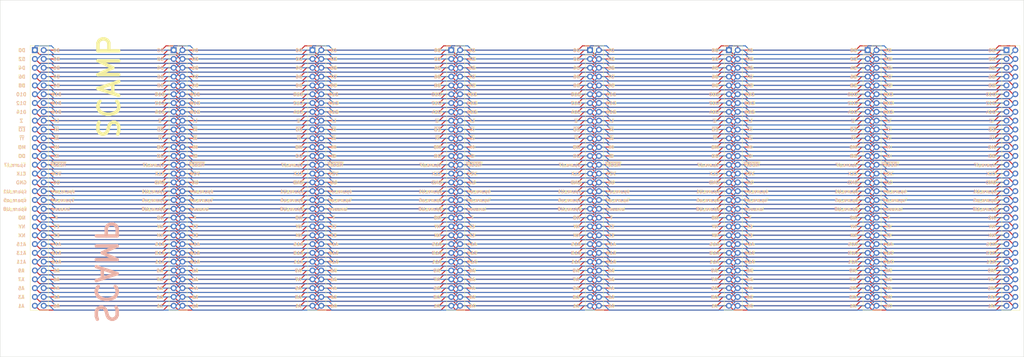
<source format=kicad_pcb>
(kicad_pcb (version 20171130) (host pcbnew 5.1.5+dfsg1-2build2)
  (layers (0 F.Cu signal) (31 B.Cu signal) (34 B.Paste user) (35 F.Paste user) (36 B.SilkS user) (37 F.SilkS user) (38 B.Mask user) (39 F.Mask user) (44 Edge.Cuts user))
  (net 0 "")
  (net 1 A0)
  (net 2 A1)
  (net 3 A2)
  (net 4 A3)
  (net 5 A4)
  (net 6 A5)
  (net 7 A6)
  (net 8 A7)
  (net 9 A8)
  (net 10 A9)
  (net 11 A10)
  (net 12 A11)
  (net 13 A12)
  (net 14 A13)
  (net 15 A14)
  (net 16 A15)
  (net 17 EX)
  (net 18 NX)
  (net 19 EY)
  (net 20 NY)
  (net 21 F)
  (net 22 NO)
  (net 23 unused)
  (net 24 spare_U8)
  (net 25 spare_o7)
  (net 26 spare_o5)
  (net 27 spare_o4)
  (net 28 spare_U1)
  (net 29 U0)
  (net 30 GND)
  (net 31 VCC)
  (net 32 CLK)
  (net 33 ~RESET~)
  (net 34 spare_i7)
  (net 35 DI)
  (net 36 DO)
  (net 37 MI)
  (net 38 MO)
  (net 39 ~AI~)
  (net 40 ~YI~)
  (net 41 ~XI~)
  (net 42 ~EO~)
  (net 43 LT)
  (net 44 Z)
  (net 45 D15)
  (net 46 D14)
  (net 47 D13)
  (net 48 D12)
  (net 49 D11)
  (net 50 D10)
  (net 51 D9)
  (net 52 D8)
  (net 53 D7)
  (net 54 D6)
  (net 55 D5)
  (net 56 D4)
  (net 57 D3)
  (net 58 D2)
  (net 59 D1)
  (net 60 D0)
  (module MountingHole:MountingHole_3.2mm_M3 (layer F.Cu) (at 352 167)
    (fp_text reference REF** hide)
    (fp_text value MountingHole_3.2mm_M3)
    (pad 1 np_thru_hole circle (at 0 0) (size 3.2 3.2) (drill 3.2) (layers *.Cu *.Mask))
  )
  (module MountingHole:MountingHole_3.2mm_M3 (layer F.Cu) (at 312 167)
    (fp_text reference REF** hide)
    (fp_text value MountingHole_3.2mm_M3)
    (pad 1 np_thru_hole circle (at 0 0) (size 3.2 3.2) (drill 3.2) (layers *.Cu *.Mask))
  )
  (module MountingHole:MountingHole_3.2mm_M3 (layer F.Cu) (at 352 75)
    (fp_text reference REF** hide)
    (fp_text value MountingHole_3.2mm_M3)
    (pad 1 np_thru_hole circle (at 0 0) (size 3.2 3.2) (drill 3.2) (layers *.Cu *.Mask))
  )
  (module MountingHole:MountingHole_3.2mm_M3 (layer F.Cu) (at 232 75)
    (fp_text reference REF** hide)
    (fp_text value MountingHole_3.2mm_M3)
    (pad 1 np_thru_hole circle (at 0 0) (size 3.2 3.2) (drill 3.2) (layers *.Cu *.Mask))
  )
  (module MountingHole:MountingHole_3.2mm_M3 (layer F.Cu) (at 232 167)
    (fp_text reference REF** hide)
    (fp_text value MountingHole_3.2mm_M3)
    (pad 1 np_thru_hole circle (at 0 0) (size 3.2 3.2) (drill 3.2) (layers *.Cu *.Mask))
  )
  (module MountingHole:MountingHole_3.2mm_M3 (layer F.Cu) (at 272 167)
    (fp_text reference REF** hide)
    (fp_text value MountingHole_3.2mm_M3)
    (pad 1 np_thru_hole circle (at 0 0) (size 3.2 3.2) (drill 3.2) (layers *.Cu *.Mask))
  )
  (module MountingHole:MountingHole_3.2mm_M3 (layer F.Cu) (at 312 75)
    (fp_text reference REF** hide)
    (fp_text value MountingHole_3.2mm_M3)
    (pad 1 np_thru_hole circle (at 0 0) (size 3.2 3.2) (drill 3.2) (layers *.Cu *.Mask))
  )
  (module MountingHole:MountingHole_3.2mm_M3 (layer F.Cu) (at 272 75)
    (fp_text reference REF** hide)
    (fp_text value MountingHole_3.2mm_M3)
    (pad 1 np_thru_hole circle (at 0 0) (size 3.2 3.2) (drill 3.2) (layers *.Cu *.Mask))
  )
  (module MountingHole:MountingHole_3.2mm_M3 (layer F.Cu) (at 152 75)
    (fp_text reference REF** hide)
    (fp_text value MountingHole_3.2mm_M3)
    (pad 1 np_thru_hole circle (at 0 0) (size 3.2 3.2) (drill 3.2) (layers *.Cu *.Mask))
  )
  (module MountingHole:MountingHole_3.2mm_M3 (layer F.Cu) (at 152 167)
    (fp_text reference REF** hide)
    (fp_text value MountingHole_3.2mm_M3)
    (pad 1 np_thru_hole circle (at 0 0) (size 3.2 3.2) (drill 3.2) (layers *.Cu *.Mask))
  )
  (module MountingHole:MountingHole_3.2mm_M3 (layer F.Cu) (at 192 167)
    (fp_text reference REF** hide)
    (fp_text value MountingHole_3.2mm_M3)
    (pad 1 np_thru_hole circle (at 0 0) (size 3.2 3.2) (drill 3.2) (layers *.Cu *.Mask))
  )
  (module MountingHole:MountingHole_3.2mm_M3 (layer F.Cu) (at 192 75)
    (fp_text reference REF** hide)
    (fp_text value MountingHole_3.2mm_M3)
    (pad 1 np_thru_hole circle (at 0 0) (size 3.2 3.2) (drill 3.2) (layers *.Cu *.Mask))
  )
  (module MountingHole:MountingHole_3.2mm_M3 (layer F.Cu) (at 112 75)
    (fp_text reference REF** hide)
    (fp_text value MountingHole_3.2mm_M3)
    (pad 1 np_thru_hole circle (at 0 0) (size 3.2 3.2) (drill 3.2) (layers *.Cu *.Mask))
  )
  (module MountingHole:MountingHole_3.2mm_M3 (layer F.Cu) (at 112 167)
    (fp_text reference REF** hide)
    (fp_text value MountingHole_3.2mm_M3)
    (pad 1 np_thru_hole circle (at 0 0) (size 3.2 3.2) (drill 3.2) (layers *.Cu *.Mask))
  )
  (module MountingHole:MountingHole_3.2mm_M3 (layer F.Cu) (at 72 167)
    (fp_text reference REF** hide)
    (fp_text value MountingHole_3.2mm_M3)
    (pad 1 np_thru_hole circle (at 0 0) (size 3.2 3.2) (drill 3.2) (layers *.Cu *.Mask))
  )
  (module MountingHole:MountingHole_3.2mm_M3 (layer F.Cu) (at 72.25 75)
    (fp_text reference REF** hide)
    (fp_text value MountingHole_3.2mm_M3)
    (pad 1 np_thru_hole circle (at 0 0) (size 3.2 3.2) (drill 3.2) (layers *.Cu *.Mask))
  )
  (module Connector_PinHeader_2.54mm:PinHeader_2x30_P2.54mm_Vertical (layer F.Cu) (at 351 84)
    (fp_text reference J8 hide)
    (fp_text value Conn_02x30_Counter_Clockwise)
    (pad 60 thru_hole oval (at 2.54 73.66) (size 1.7 1.7) (drill 1) (layers *.Cu *.Mask) (net 1 A0))
    (pad 59 thru_hole oval (at 0 73.66) (size 1.7 1.7) (drill 1) (layers *.Cu *.Mask) (net 2 A1))
    (pad 58 thru_hole oval (at 2.54 71.12) (size 1.7 1.7) (drill 1) (layers *.Cu *.Mask) (net 3 A2))
    (pad 57 thru_hole oval (at 0 71.12) (size 1.7 1.7) (drill 1) (layers *.Cu *.Mask) (net 4 A3))
    (pad 56 thru_hole oval (at 2.54 68.58) (size 1.7 1.7) (drill 1) (layers *.Cu *.Mask) (net 5 A4))
    (pad 55 thru_hole oval (at 0 68.58) (size 1.7 1.7) (drill 1) (layers *.Cu *.Mask) (net 6 A5))
    (pad 54 thru_hole oval (at 2.54 66.04) (size 1.7 1.7) (drill 1) (layers *.Cu *.Mask) (net 7 A6))
    (pad 53 thru_hole oval (at 0 66.04) (size 1.7 1.7) (drill 1) (layers *.Cu *.Mask) (net 8 A7))
    (pad 52 thru_hole oval (at 2.54 63.5) (size 1.7 1.7) (drill 1) (layers *.Cu *.Mask) (net 9 A8))
    (pad 51 thru_hole oval (at 0 63.5) (size 1.7 1.7) (drill 1) (layers *.Cu *.Mask) (net 10 A9))
    (pad 50 thru_hole oval (at 2.54 60.96) (size 1.7 1.7) (drill 1) (layers *.Cu *.Mask) (net 11 A10))
    (pad 49 thru_hole oval (at 0 60.96) (size 1.7 1.7) (drill 1) (layers *.Cu *.Mask) (net 12 A11))
    (pad 48 thru_hole oval (at 2.54 58.42) (size 1.7 1.7) (drill 1) (layers *.Cu *.Mask) (net 13 A12))
    (pad 47 thru_hole oval (at 0 58.42) (size 1.7 1.7) (drill 1) (layers *.Cu *.Mask) (net 14 A13))
    (pad 46 thru_hole oval (at 2.54 55.88) (size 1.7 1.7) (drill 1) (layers *.Cu *.Mask) (net 15 A14))
    (pad 45 thru_hole oval (at 0 55.88) (size 1.7 1.7) (drill 1) (layers *.Cu *.Mask) (net 16 A15))
    (pad 44 thru_hole oval (at 2.54 53.34) (size 1.7 1.7) (drill 1) (layers *.Cu *.Mask) (net 17 EX))
    (pad 43 thru_hole oval (at 0 53.34) (size 1.7 1.7) (drill 1) (layers *.Cu *.Mask) (net 18 NX))
    (pad 42 thru_hole oval (at 2.54 50.8) (size 1.7 1.7) (drill 1) (layers *.Cu *.Mask) (net 19 EY))
    (pad 41 thru_hole oval (at 0 50.8) (size 1.7 1.7) (drill 1) (layers *.Cu *.Mask) (net 20 NY))
    (pad 40 thru_hole oval (at 2.54 48.26) (size 1.7 1.7) (drill 1) (layers *.Cu *.Mask) (net 21 F))
    (pad 39 thru_hole oval (at 0 48.26) (size 1.7 1.7) (drill 1) (layers *.Cu *.Mask) (net 22 NO))
    (pad 38 thru_hole oval (at 2.54 45.72) (size 1.7 1.7) (drill 1) (layers *.Cu *.Mask) (net 23 unused))
    (pad 37 thru_hole oval (at 0 45.72) (size 1.7 1.7) (drill 1) (layers *.Cu *.Mask) (net 24 spare_U8))
    (pad 36 thru_hole oval (at 2.54 43.18) (size 1.7 1.7) (drill 1) (layers *.Cu *.Mask) (net 25 spare_o7))
    (pad 35 thru_hole oval (at 0 43.18) (size 1.7 1.7) (drill 1) (layers *.Cu *.Mask) (net 26 spare_o5))
    (pad 34 thru_hole oval (at 2.54 40.64) (size 1.7 1.7) (drill 1) (layers *.Cu *.Mask) (net 27 spare_o4))
    (pad 33 thru_hole oval (at 0 40.64) (size 1.7 1.7) (drill 1) (layers *.Cu *.Mask) (net 28 spare_U1))
    (pad 32 thru_hole oval (at 2.54 38.1) (size 1.7 1.7) (drill 1) (layers *.Cu *.Mask) (net 29 U0))
    (pad 31 thru_hole oval (at 0 38.1) (size 1.7 1.7) (drill 1) (layers *.Cu *.Mask) (net 30 GND))
    (pad 30 thru_hole oval (at 2.54 35.56) (size 1.7 1.7) (drill 1) (layers *.Cu *.Mask) (net 31 VCC))
    (pad 29 thru_hole oval (at 0 35.56) (size 1.7 1.7) (drill 1) (layers *.Cu *.Mask) (net 32 CLK))
    (pad 28 thru_hole oval (at 2.54 33.02) (size 1.7 1.7) (drill 1) (layers *.Cu *.Mask) (net 33 ~RESET~))
    (pad 27 thru_hole oval (at 0 33.02) (size 1.7 1.7) (drill 1) (layers *.Cu *.Mask) (net 34 spare_i7))
    (pad 26 thru_hole oval (at 2.54 30.48) (size 1.7 1.7) (drill 1) (layers *.Cu *.Mask) (net 35 DI))
    (pad 25 thru_hole oval (at 0 30.48) (size 1.7 1.7) (drill 1) (layers *.Cu *.Mask) (net 36 DO))
    (pad 24 thru_hole oval (at 2.54 27.94) (size 1.7 1.7) (drill 1) (layers *.Cu *.Mask) (net 37 MI))
    (pad 23 thru_hole oval (at 0 27.94) (size 1.7 1.7) (drill 1) (layers *.Cu *.Mask) (net 38 MO))
    (pad 22 thru_hole oval (at 2.54 25.4) (size 1.7 1.7) (drill 1) (layers *.Cu *.Mask) (net 39 ~AI~))
    (pad 21 thru_hole oval (at 0 25.4) (size 1.7 1.7) (drill 1) (layers *.Cu *.Mask) (net 40 ~YI~))
    (pad 20 thru_hole oval (at 2.54 22.86) (size 1.7 1.7) (drill 1) (layers *.Cu *.Mask) (net 41 ~XI~))
    (pad 19 thru_hole oval (at 0 22.86) (size 1.7 1.7) (drill 1) (layers *.Cu *.Mask) (net 42 ~EO~))
    (pad 18 thru_hole oval (at 2.54 20.32) (size 1.7 1.7) (drill 1) (layers *.Cu *.Mask) (net 43 LT))
    (pad 17 thru_hole oval (at 0 20.32) (size 1.7 1.7) (drill 1) (layers *.Cu *.Mask) (net 44 Z))
    (pad 16 thru_hole oval (at 2.54 17.78) (size 1.7 1.7) (drill 1) (layers *.Cu *.Mask) (net 45 D15))
    (pad 15 thru_hole oval (at 0 17.78) (size 1.7 1.7) (drill 1) (layers *.Cu *.Mask) (net 46 D14))
    (pad 14 thru_hole oval (at 2.54 15.24) (size 1.7 1.7) (drill 1) (layers *.Cu *.Mask) (net 47 D13))
    (pad 13 thru_hole oval (at 0 15.24) (size 1.7 1.7) (drill 1) (layers *.Cu *.Mask) (net 48 D12))
    (pad 12 thru_hole oval (at 2.54 12.7) (size 1.7 1.7) (drill 1) (layers *.Cu *.Mask) (net 49 D11))
    (pad 11 thru_hole oval (at 0 12.7) (size 1.7 1.7) (drill 1) (layers *.Cu *.Mask) (net 50 D10))
    (pad 10 thru_hole oval (at 2.54 10.16) (size 1.7 1.7) (drill 1) (layers *.Cu *.Mask) (net 51 D9))
    (pad 9 thru_hole oval (at 0 10.16) (size 1.7 1.7) (drill 1) (layers *.Cu *.Mask) (net 52 D8))
    (pad 8 thru_hole oval (at 2.54 7.62) (size 1.7 1.7) (drill 1) (layers *.Cu *.Mask) (net 53 D7))
    (pad 7 thru_hole oval (at 0 7.62) (size 1.7 1.7) (drill 1) (layers *.Cu *.Mask) (net 54 D6))
    (pad 6 thru_hole oval (at 2.54 5.08) (size 1.7 1.7) (drill 1) (layers *.Cu *.Mask) (net 55 D5))
    (pad 5 thru_hole oval (at 0 5.08) (size 1.7 1.7) (drill 1) (layers *.Cu *.Mask) (net 56 D4))
    (pad 4 thru_hole oval (at 2.54 2.54) (size 1.7 1.7) (drill 1) (layers *.Cu *.Mask) (net 57 D3))
    (pad 3 thru_hole oval (at 0 2.54) (size 1.7 1.7) (drill 1) (layers *.Cu *.Mask) (net 58 D2))
    (pad 2 thru_hole oval (at 2.54 0) (size 1.7 1.7) (drill 1) (layers *.Cu *.Mask) (net 59 D1))
    (pad 1 thru_hole rect (at 0 0) (size 1.7 1.7) (drill 1) (layers *.Cu *.Mask) (net 60 D0))
  )
  (module Connector_PinHeader_2.54mm:PinHeader_2x30_P2.54mm_Vertical (layer F.Cu) (at 311 84)
    (fp_text reference J7 hide)
    (fp_text value Conn_02x30_Counter_Clockwise)
    (pad 60 thru_hole oval (at 2.54 73.66) (size 1.7 1.7) (drill 1) (layers *.Cu *.Mask) (net 1 A0))
    (pad 59 thru_hole oval (at 0 73.66) (size 1.7 1.7) (drill 1) (layers *.Cu *.Mask) (net 2 A1))
    (pad 58 thru_hole oval (at 2.54 71.12) (size 1.7 1.7) (drill 1) (layers *.Cu *.Mask) (net 3 A2))
    (pad 57 thru_hole oval (at 0 71.12) (size 1.7 1.7) (drill 1) (layers *.Cu *.Mask) (net 4 A3))
    (pad 56 thru_hole oval (at 2.54 68.58) (size 1.7 1.7) (drill 1) (layers *.Cu *.Mask) (net 5 A4))
    (pad 55 thru_hole oval (at 0 68.58) (size 1.7 1.7) (drill 1) (layers *.Cu *.Mask) (net 6 A5))
    (pad 54 thru_hole oval (at 2.54 66.04) (size 1.7 1.7) (drill 1) (layers *.Cu *.Mask) (net 7 A6))
    (pad 53 thru_hole oval (at 0 66.04) (size 1.7 1.7) (drill 1) (layers *.Cu *.Mask) (net 8 A7))
    (pad 52 thru_hole oval (at 2.54 63.5) (size 1.7 1.7) (drill 1) (layers *.Cu *.Mask) (net 9 A8))
    (pad 51 thru_hole oval (at 0 63.5) (size 1.7 1.7) (drill 1) (layers *.Cu *.Mask) (net 10 A9))
    (pad 50 thru_hole oval (at 2.54 60.96) (size 1.7 1.7) (drill 1) (layers *.Cu *.Mask) (net 11 A10))
    (pad 49 thru_hole oval (at 0 60.96) (size 1.7 1.7) (drill 1) (layers *.Cu *.Mask) (net 12 A11))
    (pad 48 thru_hole oval (at 2.54 58.42) (size 1.7 1.7) (drill 1) (layers *.Cu *.Mask) (net 13 A12))
    (pad 47 thru_hole oval (at 0 58.42) (size 1.7 1.7) (drill 1) (layers *.Cu *.Mask) (net 14 A13))
    (pad 46 thru_hole oval (at 2.54 55.88) (size 1.7 1.7) (drill 1) (layers *.Cu *.Mask) (net 15 A14))
    (pad 45 thru_hole oval (at 0 55.88) (size 1.7 1.7) (drill 1) (layers *.Cu *.Mask) (net 16 A15))
    (pad 44 thru_hole oval (at 2.54 53.34) (size 1.7 1.7) (drill 1) (layers *.Cu *.Mask) (net 17 EX))
    (pad 43 thru_hole oval (at 0 53.34) (size 1.7 1.7) (drill 1) (layers *.Cu *.Mask) (net 18 NX))
    (pad 42 thru_hole oval (at 2.54 50.8) (size 1.7 1.7) (drill 1) (layers *.Cu *.Mask) (net 19 EY))
    (pad 41 thru_hole oval (at 0 50.8) (size 1.7 1.7) (drill 1) (layers *.Cu *.Mask) (net 20 NY))
    (pad 40 thru_hole oval (at 2.54 48.26) (size 1.7 1.7) (drill 1) (layers *.Cu *.Mask) (net 21 F))
    (pad 39 thru_hole oval (at 0 48.26) (size 1.7 1.7) (drill 1) (layers *.Cu *.Mask) (net 22 NO))
    (pad 38 thru_hole oval (at 2.54 45.72) (size 1.7 1.7) (drill 1) (layers *.Cu *.Mask) (net 23 unused))
    (pad 37 thru_hole oval (at 0 45.72) (size 1.7 1.7) (drill 1) (layers *.Cu *.Mask) (net 24 spare_U8))
    (pad 36 thru_hole oval (at 2.54 43.18) (size 1.7 1.7) (drill 1) (layers *.Cu *.Mask) (net 25 spare_o7))
    (pad 35 thru_hole oval (at 0 43.18) (size 1.7 1.7) (drill 1) (layers *.Cu *.Mask) (net 26 spare_o5))
    (pad 34 thru_hole oval (at 2.54 40.64) (size 1.7 1.7) (drill 1) (layers *.Cu *.Mask) (net 27 spare_o4))
    (pad 33 thru_hole oval (at 0 40.64) (size 1.7 1.7) (drill 1) (layers *.Cu *.Mask) (net 28 spare_U1))
    (pad 32 thru_hole oval (at 2.54 38.1) (size 1.7 1.7) (drill 1) (layers *.Cu *.Mask) (net 29 U0))
    (pad 31 thru_hole oval (at 0 38.1) (size 1.7 1.7) (drill 1) (layers *.Cu *.Mask) (net 30 GND))
    (pad 30 thru_hole oval (at 2.54 35.56) (size 1.7 1.7) (drill 1) (layers *.Cu *.Mask) (net 31 VCC))
    (pad 29 thru_hole oval (at 0 35.56) (size 1.7 1.7) (drill 1) (layers *.Cu *.Mask) (net 32 CLK))
    (pad 28 thru_hole oval (at 2.54 33.02) (size 1.7 1.7) (drill 1) (layers *.Cu *.Mask) (net 33 ~RESET~))
    (pad 27 thru_hole oval (at 0 33.02) (size 1.7 1.7) (drill 1) (layers *.Cu *.Mask) (net 34 spare_i7))
    (pad 26 thru_hole oval (at 2.54 30.48) (size 1.7 1.7) (drill 1) (layers *.Cu *.Mask) (net 35 DI))
    (pad 25 thru_hole oval (at 0 30.48) (size 1.7 1.7) (drill 1) (layers *.Cu *.Mask) (net 36 DO))
    (pad 24 thru_hole oval (at 2.54 27.94) (size 1.7 1.7) (drill 1) (layers *.Cu *.Mask) (net 37 MI))
    (pad 23 thru_hole oval (at 0 27.94) (size 1.7 1.7) (drill 1) (layers *.Cu *.Mask) (net 38 MO))
    (pad 22 thru_hole oval (at 2.54 25.4) (size 1.7 1.7) (drill 1) (layers *.Cu *.Mask) (net 39 ~AI~))
    (pad 21 thru_hole oval (at 0 25.4) (size 1.7 1.7) (drill 1) (layers *.Cu *.Mask) (net 40 ~YI~))
    (pad 20 thru_hole oval (at 2.54 22.86) (size 1.7 1.7) (drill 1) (layers *.Cu *.Mask) (net 41 ~XI~))
    (pad 19 thru_hole oval (at 0 22.86) (size 1.7 1.7) (drill 1) (layers *.Cu *.Mask) (net 42 ~EO~))
    (pad 18 thru_hole oval (at 2.54 20.32) (size 1.7 1.7) (drill 1) (layers *.Cu *.Mask) (net 43 LT))
    (pad 17 thru_hole oval (at 0 20.32) (size 1.7 1.7) (drill 1) (layers *.Cu *.Mask) (net 44 Z))
    (pad 16 thru_hole oval (at 2.54 17.78) (size 1.7 1.7) (drill 1) (layers *.Cu *.Mask) (net 45 D15))
    (pad 15 thru_hole oval (at 0 17.78) (size 1.7 1.7) (drill 1) (layers *.Cu *.Mask) (net 46 D14))
    (pad 14 thru_hole oval (at 2.54 15.24) (size 1.7 1.7) (drill 1) (layers *.Cu *.Mask) (net 47 D13))
    (pad 13 thru_hole oval (at 0 15.24) (size 1.7 1.7) (drill 1) (layers *.Cu *.Mask) (net 48 D12))
    (pad 12 thru_hole oval (at 2.54 12.7) (size 1.7 1.7) (drill 1) (layers *.Cu *.Mask) (net 49 D11))
    (pad 11 thru_hole oval (at 0 12.7) (size 1.7 1.7) (drill 1) (layers *.Cu *.Mask) (net 50 D10))
    (pad 10 thru_hole oval (at 2.54 10.16) (size 1.7 1.7) (drill 1) (layers *.Cu *.Mask) (net 51 D9))
    (pad 9 thru_hole oval (at 0 10.16) (size 1.7 1.7) (drill 1) (layers *.Cu *.Mask) (net 52 D8))
    (pad 8 thru_hole oval (at 2.54 7.62) (size 1.7 1.7) (drill 1) (layers *.Cu *.Mask) (net 53 D7))
    (pad 7 thru_hole oval (at 0 7.62) (size 1.7 1.7) (drill 1) (layers *.Cu *.Mask) (net 54 D6))
    (pad 6 thru_hole oval (at 2.54 5.08) (size 1.7 1.7) (drill 1) (layers *.Cu *.Mask) (net 55 D5))
    (pad 5 thru_hole oval (at 0 5.08) (size 1.7 1.7) (drill 1) (layers *.Cu *.Mask) (net 56 D4))
    (pad 4 thru_hole oval (at 2.54 2.54) (size 1.7 1.7) (drill 1) (layers *.Cu *.Mask) (net 57 D3))
    (pad 3 thru_hole oval (at 0 2.54) (size 1.7 1.7) (drill 1) (layers *.Cu *.Mask) (net 58 D2))
    (pad 2 thru_hole oval (at 2.54 0) (size 1.7 1.7) (drill 1) (layers *.Cu *.Mask) (net 59 D1))
    (pad 1 thru_hole rect (at 0 0) (size 1.7 1.7) (drill 1) (layers *.Cu *.Mask) (net 60 D0))
  )
  (module Connector_PinHeader_2.54mm:PinHeader_2x30_P2.54mm_Vertical (layer F.Cu) (at 271 84)
    (fp_text reference J6 hide)
    (fp_text value Conn_02x30_Counter_Clockwise)
    (pad 60 thru_hole oval (at 2.54 73.66) (size 1.7 1.7) (drill 1) (layers *.Cu *.Mask) (net 1 A0))
    (pad 59 thru_hole oval (at 0 73.66) (size 1.7 1.7) (drill 1) (layers *.Cu *.Mask) (net 2 A1))
    (pad 58 thru_hole oval (at 2.54 71.12) (size 1.7 1.7) (drill 1) (layers *.Cu *.Mask) (net 3 A2))
    (pad 57 thru_hole oval (at 0 71.12) (size 1.7 1.7) (drill 1) (layers *.Cu *.Mask) (net 4 A3))
    (pad 56 thru_hole oval (at 2.54 68.58) (size 1.7 1.7) (drill 1) (layers *.Cu *.Mask) (net 5 A4))
    (pad 55 thru_hole oval (at 0 68.58) (size 1.7 1.7) (drill 1) (layers *.Cu *.Mask) (net 6 A5))
    (pad 54 thru_hole oval (at 2.54 66.04) (size 1.7 1.7) (drill 1) (layers *.Cu *.Mask) (net 7 A6))
    (pad 53 thru_hole oval (at 0 66.04) (size 1.7 1.7) (drill 1) (layers *.Cu *.Mask) (net 8 A7))
    (pad 52 thru_hole oval (at 2.54 63.5) (size 1.7 1.7) (drill 1) (layers *.Cu *.Mask) (net 9 A8))
    (pad 51 thru_hole oval (at 0 63.5) (size 1.7 1.7) (drill 1) (layers *.Cu *.Mask) (net 10 A9))
    (pad 50 thru_hole oval (at 2.54 60.96) (size 1.7 1.7) (drill 1) (layers *.Cu *.Mask) (net 11 A10))
    (pad 49 thru_hole oval (at 0 60.96) (size 1.7 1.7) (drill 1) (layers *.Cu *.Mask) (net 12 A11))
    (pad 48 thru_hole oval (at 2.54 58.42) (size 1.7 1.7) (drill 1) (layers *.Cu *.Mask) (net 13 A12))
    (pad 47 thru_hole oval (at 0 58.42) (size 1.7 1.7) (drill 1) (layers *.Cu *.Mask) (net 14 A13))
    (pad 46 thru_hole oval (at 2.54 55.88) (size 1.7 1.7) (drill 1) (layers *.Cu *.Mask) (net 15 A14))
    (pad 45 thru_hole oval (at 0 55.88) (size 1.7 1.7) (drill 1) (layers *.Cu *.Mask) (net 16 A15))
    (pad 44 thru_hole oval (at 2.54 53.34) (size 1.7 1.7) (drill 1) (layers *.Cu *.Mask) (net 17 EX))
    (pad 43 thru_hole oval (at 0 53.34) (size 1.7 1.7) (drill 1) (layers *.Cu *.Mask) (net 18 NX))
    (pad 42 thru_hole oval (at 2.54 50.8) (size 1.7 1.7) (drill 1) (layers *.Cu *.Mask) (net 19 EY))
    (pad 41 thru_hole oval (at 0 50.8) (size 1.7 1.7) (drill 1) (layers *.Cu *.Mask) (net 20 NY))
    (pad 40 thru_hole oval (at 2.54 48.26) (size 1.7 1.7) (drill 1) (layers *.Cu *.Mask) (net 21 F))
    (pad 39 thru_hole oval (at 0 48.26) (size 1.7 1.7) (drill 1) (layers *.Cu *.Mask) (net 22 NO))
    (pad 38 thru_hole oval (at 2.54 45.72) (size 1.7 1.7) (drill 1) (layers *.Cu *.Mask) (net 23 unused))
    (pad 37 thru_hole oval (at 0 45.72) (size 1.7 1.7) (drill 1) (layers *.Cu *.Mask) (net 24 spare_U8))
    (pad 36 thru_hole oval (at 2.54 43.18) (size 1.7 1.7) (drill 1) (layers *.Cu *.Mask) (net 25 spare_o7))
    (pad 35 thru_hole oval (at 0 43.18) (size 1.7 1.7) (drill 1) (layers *.Cu *.Mask) (net 26 spare_o5))
    (pad 34 thru_hole oval (at 2.54 40.64) (size 1.7 1.7) (drill 1) (layers *.Cu *.Mask) (net 27 spare_o4))
    (pad 33 thru_hole oval (at 0 40.64) (size 1.7 1.7) (drill 1) (layers *.Cu *.Mask) (net 28 spare_U1))
    (pad 32 thru_hole oval (at 2.54 38.1) (size 1.7 1.7) (drill 1) (layers *.Cu *.Mask) (net 29 U0))
    (pad 31 thru_hole oval (at 0 38.1) (size 1.7 1.7) (drill 1) (layers *.Cu *.Mask) (net 30 GND))
    (pad 30 thru_hole oval (at 2.54 35.56) (size 1.7 1.7) (drill 1) (layers *.Cu *.Mask) (net 31 VCC))
    (pad 29 thru_hole oval (at 0 35.56) (size 1.7 1.7) (drill 1) (layers *.Cu *.Mask) (net 32 CLK))
    (pad 28 thru_hole oval (at 2.54 33.02) (size 1.7 1.7) (drill 1) (layers *.Cu *.Mask) (net 33 ~RESET~))
    (pad 27 thru_hole oval (at 0 33.02) (size 1.7 1.7) (drill 1) (layers *.Cu *.Mask) (net 34 spare_i7))
    (pad 26 thru_hole oval (at 2.54 30.48) (size 1.7 1.7) (drill 1) (layers *.Cu *.Mask) (net 35 DI))
    (pad 25 thru_hole oval (at 0 30.48) (size 1.7 1.7) (drill 1) (layers *.Cu *.Mask) (net 36 DO))
    (pad 24 thru_hole oval (at 2.54 27.94) (size 1.7 1.7) (drill 1) (layers *.Cu *.Mask) (net 37 MI))
    (pad 23 thru_hole oval (at 0 27.94) (size 1.7 1.7) (drill 1) (layers *.Cu *.Mask) (net 38 MO))
    (pad 22 thru_hole oval (at 2.54 25.4) (size 1.7 1.7) (drill 1) (layers *.Cu *.Mask) (net 39 ~AI~))
    (pad 21 thru_hole oval (at 0 25.4) (size 1.7 1.7) (drill 1) (layers *.Cu *.Mask) (net 40 ~YI~))
    (pad 20 thru_hole oval (at 2.54 22.86) (size 1.7 1.7) (drill 1) (layers *.Cu *.Mask) (net 41 ~XI~))
    (pad 19 thru_hole oval (at 0 22.86) (size 1.7 1.7) (drill 1) (layers *.Cu *.Mask) (net 42 ~EO~))
    (pad 18 thru_hole oval (at 2.54 20.32) (size 1.7 1.7) (drill 1) (layers *.Cu *.Mask) (net 43 LT))
    (pad 17 thru_hole oval (at 0 20.32) (size 1.7 1.7) (drill 1) (layers *.Cu *.Mask) (net 44 Z))
    (pad 16 thru_hole oval (at 2.54 17.78) (size 1.7 1.7) (drill 1) (layers *.Cu *.Mask) (net 45 D15))
    (pad 15 thru_hole oval (at 0 17.78) (size 1.7 1.7) (drill 1) (layers *.Cu *.Mask) (net 46 D14))
    (pad 14 thru_hole oval (at 2.54 15.24) (size 1.7 1.7) (drill 1) (layers *.Cu *.Mask) (net 47 D13))
    (pad 13 thru_hole oval (at 0 15.24) (size 1.7 1.7) (drill 1) (layers *.Cu *.Mask) (net 48 D12))
    (pad 12 thru_hole oval (at 2.54 12.7) (size 1.7 1.7) (drill 1) (layers *.Cu *.Mask) (net 49 D11))
    (pad 11 thru_hole oval (at 0 12.7) (size 1.7 1.7) (drill 1) (layers *.Cu *.Mask) (net 50 D10))
    (pad 10 thru_hole oval (at 2.54 10.16) (size 1.7 1.7) (drill 1) (layers *.Cu *.Mask) (net 51 D9))
    (pad 9 thru_hole oval (at 0 10.16) (size 1.7 1.7) (drill 1) (layers *.Cu *.Mask) (net 52 D8))
    (pad 8 thru_hole oval (at 2.54 7.62) (size 1.7 1.7) (drill 1) (layers *.Cu *.Mask) (net 53 D7))
    (pad 7 thru_hole oval (at 0 7.62) (size 1.7 1.7) (drill 1) (layers *.Cu *.Mask) (net 54 D6))
    (pad 6 thru_hole oval (at 2.54 5.08) (size 1.7 1.7) (drill 1) (layers *.Cu *.Mask) (net 55 D5))
    (pad 5 thru_hole oval (at 0 5.08) (size 1.7 1.7) (drill 1) (layers *.Cu *.Mask) (net 56 D4))
    (pad 4 thru_hole oval (at 2.54 2.54) (size 1.7 1.7) (drill 1) (layers *.Cu *.Mask) (net 57 D3))
    (pad 3 thru_hole oval (at 0 2.54) (size 1.7 1.7) (drill 1) (layers *.Cu *.Mask) (net 58 D2))
    (pad 2 thru_hole oval (at 2.54 0) (size 1.7 1.7) (drill 1) (layers *.Cu *.Mask) (net 59 D1))
    (pad 1 thru_hole rect (at 0 0) (size 1.7 1.7) (drill 1) (layers *.Cu *.Mask) (net 60 D0))
  )
  (module Connector_PinHeader_2.54mm:PinHeader_2x30_P2.54mm_Vertical (layer F.Cu) (at 231 84)
    (fp_text reference J5 hide)
    (fp_text value Conn_02x30_Counter_Clockwise)
    (pad 60 thru_hole oval (at 2.54 73.66) (size 1.7 1.7) (drill 1) (layers *.Cu *.Mask) (net 1 A0))
    (pad 59 thru_hole oval (at 0 73.66) (size 1.7 1.7) (drill 1) (layers *.Cu *.Mask) (net 2 A1))
    (pad 58 thru_hole oval (at 2.54 71.12) (size 1.7 1.7) (drill 1) (layers *.Cu *.Mask) (net 3 A2))
    (pad 57 thru_hole oval (at 0 71.12) (size 1.7 1.7) (drill 1) (layers *.Cu *.Mask) (net 4 A3))
    (pad 56 thru_hole oval (at 2.54 68.58) (size 1.7 1.7) (drill 1) (layers *.Cu *.Mask) (net 5 A4))
    (pad 55 thru_hole oval (at 0 68.58) (size 1.7 1.7) (drill 1) (layers *.Cu *.Mask) (net 6 A5))
    (pad 54 thru_hole oval (at 2.54 66.04) (size 1.7 1.7) (drill 1) (layers *.Cu *.Mask) (net 7 A6))
    (pad 53 thru_hole oval (at 0 66.04) (size 1.7 1.7) (drill 1) (layers *.Cu *.Mask) (net 8 A7))
    (pad 52 thru_hole oval (at 2.54 63.5) (size 1.7 1.7) (drill 1) (layers *.Cu *.Mask) (net 9 A8))
    (pad 51 thru_hole oval (at 0 63.5) (size 1.7 1.7) (drill 1) (layers *.Cu *.Mask) (net 10 A9))
    (pad 50 thru_hole oval (at 2.54 60.96) (size 1.7 1.7) (drill 1) (layers *.Cu *.Mask) (net 11 A10))
    (pad 49 thru_hole oval (at 0 60.96) (size 1.7 1.7) (drill 1) (layers *.Cu *.Mask) (net 12 A11))
    (pad 48 thru_hole oval (at 2.54 58.42) (size 1.7 1.7) (drill 1) (layers *.Cu *.Mask) (net 13 A12))
    (pad 47 thru_hole oval (at 0 58.42) (size 1.7 1.7) (drill 1) (layers *.Cu *.Mask) (net 14 A13))
    (pad 46 thru_hole oval (at 2.54 55.88) (size 1.7 1.7) (drill 1) (layers *.Cu *.Mask) (net 15 A14))
    (pad 45 thru_hole oval (at 0 55.88) (size 1.7 1.7) (drill 1) (layers *.Cu *.Mask) (net 16 A15))
    (pad 44 thru_hole oval (at 2.54 53.34) (size 1.7 1.7) (drill 1) (layers *.Cu *.Mask) (net 17 EX))
    (pad 43 thru_hole oval (at 0 53.34) (size 1.7 1.7) (drill 1) (layers *.Cu *.Mask) (net 18 NX))
    (pad 42 thru_hole oval (at 2.54 50.8) (size 1.7 1.7) (drill 1) (layers *.Cu *.Mask) (net 19 EY))
    (pad 41 thru_hole oval (at 0 50.8) (size 1.7 1.7) (drill 1) (layers *.Cu *.Mask) (net 20 NY))
    (pad 40 thru_hole oval (at 2.54 48.26) (size 1.7 1.7) (drill 1) (layers *.Cu *.Mask) (net 21 F))
    (pad 39 thru_hole oval (at 0 48.26) (size 1.7 1.7) (drill 1) (layers *.Cu *.Mask) (net 22 NO))
    (pad 38 thru_hole oval (at 2.54 45.72) (size 1.7 1.7) (drill 1) (layers *.Cu *.Mask) (net 23 unused))
    (pad 37 thru_hole oval (at 0 45.72) (size 1.7 1.7) (drill 1) (layers *.Cu *.Mask) (net 24 spare_U8))
    (pad 36 thru_hole oval (at 2.54 43.18) (size 1.7 1.7) (drill 1) (layers *.Cu *.Mask) (net 25 spare_o7))
    (pad 35 thru_hole oval (at 0 43.18) (size 1.7 1.7) (drill 1) (layers *.Cu *.Mask) (net 26 spare_o5))
    (pad 34 thru_hole oval (at 2.54 40.64) (size 1.7 1.7) (drill 1) (layers *.Cu *.Mask) (net 27 spare_o4))
    (pad 33 thru_hole oval (at 0 40.64) (size 1.7 1.7) (drill 1) (layers *.Cu *.Mask) (net 28 spare_U1))
    (pad 32 thru_hole oval (at 2.54 38.1) (size 1.7 1.7) (drill 1) (layers *.Cu *.Mask) (net 29 U0))
    (pad 31 thru_hole oval (at 0 38.1) (size 1.7 1.7) (drill 1) (layers *.Cu *.Mask) (net 30 GND))
    (pad 30 thru_hole oval (at 2.54 35.56) (size 1.7 1.7) (drill 1) (layers *.Cu *.Mask) (net 31 VCC))
    (pad 29 thru_hole oval (at 0 35.56) (size 1.7 1.7) (drill 1) (layers *.Cu *.Mask) (net 32 CLK))
    (pad 28 thru_hole oval (at 2.54 33.02) (size 1.7 1.7) (drill 1) (layers *.Cu *.Mask) (net 33 ~RESET~))
    (pad 27 thru_hole oval (at 0 33.02) (size 1.7 1.7) (drill 1) (layers *.Cu *.Mask) (net 34 spare_i7))
    (pad 26 thru_hole oval (at 2.54 30.48) (size 1.7 1.7) (drill 1) (layers *.Cu *.Mask) (net 35 DI))
    (pad 25 thru_hole oval (at 0 30.48) (size 1.7 1.7) (drill 1) (layers *.Cu *.Mask) (net 36 DO))
    (pad 24 thru_hole oval (at 2.54 27.94) (size 1.7 1.7) (drill 1) (layers *.Cu *.Mask) (net 37 MI))
    (pad 23 thru_hole oval (at 0 27.94) (size 1.7 1.7) (drill 1) (layers *.Cu *.Mask) (net 38 MO))
    (pad 22 thru_hole oval (at 2.54 25.4) (size 1.7 1.7) (drill 1) (layers *.Cu *.Mask) (net 39 ~AI~))
    (pad 21 thru_hole oval (at 0 25.4) (size 1.7 1.7) (drill 1) (layers *.Cu *.Mask) (net 40 ~YI~))
    (pad 20 thru_hole oval (at 2.54 22.86) (size 1.7 1.7) (drill 1) (layers *.Cu *.Mask) (net 41 ~XI~))
    (pad 19 thru_hole oval (at 0 22.86) (size 1.7 1.7) (drill 1) (layers *.Cu *.Mask) (net 42 ~EO~))
    (pad 18 thru_hole oval (at 2.54 20.32) (size 1.7 1.7) (drill 1) (layers *.Cu *.Mask) (net 43 LT))
    (pad 17 thru_hole oval (at 0 20.32) (size 1.7 1.7) (drill 1) (layers *.Cu *.Mask) (net 44 Z))
    (pad 16 thru_hole oval (at 2.54 17.78) (size 1.7 1.7) (drill 1) (layers *.Cu *.Mask) (net 45 D15))
    (pad 15 thru_hole oval (at 0 17.78) (size 1.7 1.7) (drill 1) (layers *.Cu *.Mask) (net 46 D14))
    (pad 14 thru_hole oval (at 2.54 15.24) (size 1.7 1.7) (drill 1) (layers *.Cu *.Mask) (net 47 D13))
    (pad 13 thru_hole oval (at 0 15.24) (size 1.7 1.7) (drill 1) (layers *.Cu *.Mask) (net 48 D12))
    (pad 12 thru_hole oval (at 2.54 12.7) (size 1.7 1.7) (drill 1) (layers *.Cu *.Mask) (net 49 D11))
    (pad 11 thru_hole oval (at 0 12.7) (size 1.7 1.7) (drill 1) (layers *.Cu *.Mask) (net 50 D10))
    (pad 10 thru_hole oval (at 2.54 10.16) (size 1.7 1.7) (drill 1) (layers *.Cu *.Mask) (net 51 D9))
    (pad 9 thru_hole oval (at 0 10.16) (size 1.7 1.7) (drill 1) (layers *.Cu *.Mask) (net 52 D8))
    (pad 8 thru_hole oval (at 2.54 7.62) (size 1.7 1.7) (drill 1) (layers *.Cu *.Mask) (net 53 D7))
    (pad 7 thru_hole oval (at 0 7.62) (size 1.7 1.7) (drill 1) (layers *.Cu *.Mask) (net 54 D6))
    (pad 6 thru_hole oval (at 2.54 5.08) (size 1.7 1.7) (drill 1) (layers *.Cu *.Mask) (net 55 D5))
    (pad 5 thru_hole oval (at 0 5.08) (size 1.7 1.7) (drill 1) (layers *.Cu *.Mask) (net 56 D4))
    (pad 4 thru_hole oval (at 2.54 2.54) (size 1.7 1.7) (drill 1) (layers *.Cu *.Mask) (net 57 D3))
    (pad 3 thru_hole oval (at 0 2.54) (size 1.7 1.7) (drill 1) (layers *.Cu *.Mask) (net 58 D2))
    (pad 2 thru_hole oval (at 2.54 0) (size 1.7 1.7) (drill 1) (layers *.Cu *.Mask) (net 59 D1))
    (pad 1 thru_hole rect (at 0 0) (size 1.7 1.7) (drill 1) (layers *.Cu *.Mask) (net 60 D0))
  )
  (module Connector_PinHeader_2.54mm:PinHeader_2x30_P2.54mm_Vertical (layer F.Cu) (at 191 84)
    (fp_text reference J4 hide)
    (fp_text value Conn_02x30_Counter_Clockwise)
    (pad 60 thru_hole oval (at 2.54 73.66) (size 1.7 1.7) (drill 1) (layers *.Cu *.Mask) (net 1 A0))
    (pad 59 thru_hole oval (at 0 73.66) (size 1.7 1.7) (drill 1) (layers *.Cu *.Mask) (net 2 A1))
    (pad 58 thru_hole oval (at 2.54 71.12) (size 1.7 1.7) (drill 1) (layers *.Cu *.Mask) (net 3 A2))
    (pad 57 thru_hole oval (at 0 71.12) (size 1.7 1.7) (drill 1) (layers *.Cu *.Mask) (net 4 A3))
    (pad 56 thru_hole oval (at 2.54 68.58) (size 1.7 1.7) (drill 1) (layers *.Cu *.Mask) (net 5 A4))
    (pad 55 thru_hole oval (at 0 68.58) (size 1.7 1.7) (drill 1) (layers *.Cu *.Mask) (net 6 A5))
    (pad 54 thru_hole oval (at 2.54 66.04) (size 1.7 1.7) (drill 1) (layers *.Cu *.Mask) (net 7 A6))
    (pad 53 thru_hole oval (at 0 66.04) (size 1.7 1.7) (drill 1) (layers *.Cu *.Mask) (net 8 A7))
    (pad 52 thru_hole oval (at 2.54 63.5) (size 1.7 1.7) (drill 1) (layers *.Cu *.Mask) (net 9 A8))
    (pad 51 thru_hole oval (at 0 63.5) (size 1.7 1.7) (drill 1) (layers *.Cu *.Mask) (net 10 A9))
    (pad 50 thru_hole oval (at 2.54 60.96) (size 1.7 1.7) (drill 1) (layers *.Cu *.Mask) (net 11 A10))
    (pad 49 thru_hole oval (at 0 60.96) (size 1.7 1.7) (drill 1) (layers *.Cu *.Mask) (net 12 A11))
    (pad 48 thru_hole oval (at 2.54 58.42) (size 1.7 1.7) (drill 1) (layers *.Cu *.Mask) (net 13 A12))
    (pad 47 thru_hole oval (at 0 58.42) (size 1.7 1.7) (drill 1) (layers *.Cu *.Mask) (net 14 A13))
    (pad 46 thru_hole oval (at 2.54 55.88) (size 1.7 1.7) (drill 1) (layers *.Cu *.Mask) (net 15 A14))
    (pad 45 thru_hole oval (at 0 55.88) (size 1.7 1.7) (drill 1) (layers *.Cu *.Mask) (net 16 A15))
    (pad 44 thru_hole oval (at 2.54 53.34) (size 1.7 1.7) (drill 1) (layers *.Cu *.Mask) (net 17 EX))
    (pad 43 thru_hole oval (at 0 53.34) (size 1.7 1.7) (drill 1) (layers *.Cu *.Mask) (net 18 NX))
    (pad 42 thru_hole oval (at 2.54 50.8) (size 1.7 1.7) (drill 1) (layers *.Cu *.Mask) (net 19 EY))
    (pad 41 thru_hole oval (at 0 50.8) (size 1.7 1.7) (drill 1) (layers *.Cu *.Mask) (net 20 NY))
    (pad 40 thru_hole oval (at 2.54 48.26) (size 1.7 1.7) (drill 1) (layers *.Cu *.Mask) (net 21 F))
    (pad 39 thru_hole oval (at 0 48.26) (size 1.7 1.7) (drill 1) (layers *.Cu *.Mask) (net 22 NO))
    (pad 38 thru_hole oval (at 2.54 45.72) (size 1.7 1.7) (drill 1) (layers *.Cu *.Mask) (net 23 unused))
    (pad 37 thru_hole oval (at 0 45.72) (size 1.7 1.7) (drill 1) (layers *.Cu *.Mask) (net 24 spare_U8))
    (pad 36 thru_hole oval (at 2.54 43.18) (size 1.7 1.7) (drill 1) (layers *.Cu *.Mask) (net 25 spare_o7))
    (pad 35 thru_hole oval (at 0 43.18) (size 1.7 1.7) (drill 1) (layers *.Cu *.Mask) (net 26 spare_o5))
    (pad 34 thru_hole oval (at 2.54 40.64) (size 1.7 1.7) (drill 1) (layers *.Cu *.Mask) (net 27 spare_o4))
    (pad 33 thru_hole oval (at 0 40.64) (size 1.7 1.7) (drill 1) (layers *.Cu *.Mask) (net 28 spare_U1))
    (pad 32 thru_hole oval (at 2.54 38.1) (size 1.7 1.7) (drill 1) (layers *.Cu *.Mask) (net 29 U0))
    (pad 31 thru_hole oval (at 0 38.1) (size 1.7 1.7) (drill 1) (layers *.Cu *.Mask) (net 30 GND))
    (pad 30 thru_hole oval (at 2.54 35.56) (size 1.7 1.7) (drill 1) (layers *.Cu *.Mask) (net 31 VCC))
    (pad 29 thru_hole oval (at 0 35.56) (size 1.7 1.7) (drill 1) (layers *.Cu *.Mask) (net 32 CLK))
    (pad 28 thru_hole oval (at 2.54 33.02) (size 1.7 1.7) (drill 1) (layers *.Cu *.Mask) (net 33 ~RESET~))
    (pad 27 thru_hole oval (at 0 33.02) (size 1.7 1.7) (drill 1) (layers *.Cu *.Mask) (net 34 spare_i7))
    (pad 26 thru_hole oval (at 2.54 30.48) (size 1.7 1.7) (drill 1) (layers *.Cu *.Mask) (net 35 DI))
    (pad 25 thru_hole oval (at 0 30.48) (size 1.7 1.7) (drill 1) (layers *.Cu *.Mask) (net 36 DO))
    (pad 24 thru_hole oval (at 2.54 27.94) (size 1.7 1.7) (drill 1) (layers *.Cu *.Mask) (net 37 MI))
    (pad 23 thru_hole oval (at 0 27.94) (size 1.7 1.7) (drill 1) (layers *.Cu *.Mask) (net 38 MO))
    (pad 22 thru_hole oval (at 2.54 25.4) (size 1.7 1.7) (drill 1) (layers *.Cu *.Mask) (net 39 ~AI~))
    (pad 21 thru_hole oval (at 0 25.4) (size 1.7 1.7) (drill 1) (layers *.Cu *.Mask) (net 40 ~YI~))
    (pad 20 thru_hole oval (at 2.54 22.86) (size 1.7 1.7) (drill 1) (layers *.Cu *.Mask) (net 41 ~XI~))
    (pad 19 thru_hole oval (at 0 22.86) (size 1.7 1.7) (drill 1) (layers *.Cu *.Mask) (net 42 ~EO~))
    (pad 18 thru_hole oval (at 2.54 20.32) (size 1.7 1.7) (drill 1) (layers *.Cu *.Mask) (net 43 LT))
    (pad 17 thru_hole oval (at 0 20.32) (size 1.7 1.7) (drill 1) (layers *.Cu *.Mask) (net 44 Z))
    (pad 16 thru_hole oval (at 2.54 17.78) (size 1.7 1.7) (drill 1) (layers *.Cu *.Mask) (net 45 D15))
    (pad 15 thru_hole oval (at 0 17.78) (size 1.7 1.7) (drill 1) (layers *.Cu *.Mask) (net 46 D14))
    (pad 14 thru_hole oval (at 2.54 15.24) (size 1.7 1.7) (drill 1) (layers *.Cu *.Mask) (net 47 D13))
    (pad 13 thru_hole oval (at 0 15.24) (size 1.7 1.7) (drill 1) (layers *.Cu *.Mask) (net 48 D12))
    (pad 12 thru_hole oval (at 2.54 12.7) (size 1.7 1.7) (drill 1) (layers *.Cu *.Mask) (net 49 D11))
    (pad 11 thru_hole oval (at 0 12.7) (size 1.7 1.7) (drill 1) (layers *.Cu *.Mask) (net 50 D10))
    (pad 10 thru_hole oval (at 2.54 10.16) (size 1.7 1.7) (drill 1) (layers *.Cu *.Mask) (net 51 D9))
    (pad 9 thru_hole oval (at 0 10.16) (size 1.7 1.7) (drill 1) (layers *.Cu *.Mask) (net 52 D8))
    (pad 8 thru_hole oval (at 2.54 7.62) (size 1.7 1.7) (drill 1) (layers *.Cu *.Mask) (net 53 D7))
    (pad 7 thru_hole oval (at 0 7.62) (size 1.7 1.7) (drill 1) (layers *.Cu *.Mask) (net 54 D6))
    (pad 6 thru_hole oval (at 2.54 5.08) (size 1.7 1.7) (drill 1) (layers *.Cu *.Mask) (net 55 D5))
    (pad 5 thru_hole oval (at 0 5.08) (size 1.7 1.7) (drill 1) (layers *.Cu *.Mask) (net 56 D4))
    (pad 4 thru_hole oval (at 2.54 2.54) (size 1.7 1.7) (drill 1) (layers *.Cu *.Mask) (net 57 D3))
    (pad 3 thru_hole oval (at 0 2.54) (size 1.7 1.7) (drill 1) (layers *.Cu *.Mask) (net 58 D2))
    (pad 2 thru_hole oval (at 2.54 0) (size 1.7 1.7) (drill 1) (layers *.Cu *.Mask) (net 59 D1))
    (pad 1 thru_hole rect (at 0 0) (size 1.7 1.7) (drill 1) (layers *.Cu *.Mask) (net 60 D0))
  )
  (module Connector_PinHeader_2.54mm:PinHeader_2x30_P2.54mm_Vertical (layer F.Cu) (at 151 84)
    (fp_text reference J3 hide)
    (fp_text value Conn_02x30_Counter_Clockwise)
    (pad 60 thru_hole oval (at 2.54 73.66) (size 1.7 1.7) (drill 1) (layers *.Cu *.Mask) (net 1 A0))
    (pad 59 thru_hole oval (at 0 73.66) (size 1.7 1.7) (drill 1) (layers *.Cu *.Mask) (net 2 A1))
    (pad 58 thru_hole oval (at 2.54 71.12) (size 1.7 1.7) (drill 1) (layers *.Cu *.Mask) (net 3 A2))
    (pad 57 thru_hole oval (at 0 71.12) (size 1.7 1.7) (drill 1) (layers *.Cu *.Mask) (net 4 A3))
    (pad 56 thru_hole oval (at 2.54 68.58) (size 1.7 1.7) (drill 1) (layers *.Cu *.Mask) (net 5 A4))
    (pad 55 thru_hole oval (at 0 68.58) (size 1.7 1.7) (drill 1) (layers *.Cu *.Mask) (net 6 A5))
    (pad 54 thru_hole oval (at 2.54 66.04) (size 1.7 1.7) (drill 1) (layers *.Cu *.Mask) (net 7 A6))
    (pad 53 thru_hole oval (at 0 66.04) (size 1.7 1.7) (drill 1) (layers *.Cu *.Mask) (net 8 A7))
    (pad 52 thru_hole oval (at 2.54 63.5) (size 1.7 1.7) (drill 1) (layers *.Cu *.Mask) (net 9 A8))
    (pad 51 thru_hole oval (at 0 63.5) (size 1.7 1.7) (drill 1) (layers *.Cu *.Mask) (net 10 A9))
    (pad 50 thru_hole oval (at 2.54 60.96) (size 1.7 1.7) (drill 1) (layers *.Cu *.Mask) (net 11 A10))
    (pad 49 thru_hole oval (at 0 60.96) (size 1.7 1.7) (drill 1) (layers *.Cu *.Mask) (net 12 A11))
    (pad 48 thru_hole oval (at 2.54 58.42) (size 1.7 1.7) (drill 1) (layers *.Cu *.Mask) (net 13 A12))
    (pad 47 thru_hole oval (at 0 58.42) (size 1.7 1.7) (drill 1) (layers *.Cu *.Mask) (net 14 A13))
    (pad 46 thru_hole oval (at 2.54 55.88) (size 1.7 1.7) (drill 1) (layers *.Cu *.Mask) (net 15 A14))
    (pad 45 thru_hole oval (at 0 55.88) (size 1.7 1.7) (drill 1) (layers *.Cu *.Mask) (net 16 A15))
    (pad 44 thru_hole oval (at 2.54 53.34) (size 1.7 1.7) (drill 1) (layers *.Cu *.Mask) (net 17 EX))
    (pad 43 thru_hole oval (at 0 53.34) (size 1.7 1.7) (drill 1) (layers *.Cu *.Mask) (net 18 NX))
    (pad 42 thru_hole oval (at 2.54 50.8) (size 1.7 1.7) (drill 1) (layers *.Cu *.Mask) (net 19 EY))
    (pad 41 thru_hole oval (at 0 50.8) (size 1.7 1.7) (drill 1) (layers *.Cu *.Mask) (net 20 NY))
    (pad 40 thru_hole oval (at 2.54 48.26) (size 1.7 1.7) (drill 1) (layers *.Cu *.Mask) (net 21 F))
    (pad 39 thru_hole oval (at 0 48.26) (size 1.7 1.7) (drill 1) (layers *.Cu *.Mask) (net 22 NO))
    (pad 38 thru_hole oval (at 2.54 45.72) (size 1.7 1.7) (drill 1) (layers *.Cu *.Mask) (net 23 unused))
    (pad 37 thru_hole oval (at 0 45.72) (size 1.7 1.7) (drill 1) (layers *.Cu *.Mask) (net 24 spare_U8))
    (pad 36 thru_hole oval (at 2.54 43.18) (size 1.7 1.7) (drill 1) (layers *.Cu *.Mask) (net 25 spare_o7))
    (pad 35 thru_hole oval (at 0 43.18) (size 1.7 1.7) (drill 1) (layers *.Cu *.Mask) (net 26 spare_o5))
    (pad 34 thru_hole oval (at 2.54 40.64) (size 1.7 1.7) (drill 1) (layers *.Cu *.Mask) (net 27 spare_o4))
    (pad 33 thru_hole oval (at 0 40.64) (size 1.7 1.7) (drill 1) (layers *.Cu *.Mask) (net 28 spare_U1))
    (pad 32 thru_hole oval (at 2.54 38.1) (size 1.7 1.7) (drill 1) (layers *.Cu *.Mask) (net 29 U0))
    (pad 31 thru_hole oval (at 0 38.1) (size 1.7 1.7) (drill 1) (layers *.Cu *.Mask) (net 30 GND))
    (pad 30 thru_hole oval (at 2.54 35.56) (size 1.7 1.7) (drill 1) (layers *.Cu *.Mask) (net 31 VCC))
    (pad 29 thru_hole oval (at 0 35.56) (size 1.7 1.7) (drill 1) (layers *.Cu *.Mask) (net 32 CLK))
    (pad 28 thru_hole oval (at 2.54 33.02) (size 1.7 1.7) (drill 1) (layers *.Cu *.Mask) (net 33 ~RESET~))
    (pad 27 thru_hole oval (at 0 33.02) (size 1.7 1.7) (drill 1) (layers *.Cu *.Mask) (net 34 spare_i7))
    (pad 26 thru_hole oval (at 2.54 30.48) (size 1.7 1.7) (drill 1) (layers *.Cu *.Mask) (net 35 DI))
    (pad 25 thru_hole oval (at 0 30.48) (size 1.7 1.7) (drill 1) (layers *.Cu *.Mask) (net 36 DO))
    (pad 24 thru_hole oval (at 2.54 27.94) (size 1.7 1.7) (drill 1) (layers *.Cu *.Mask) (net 37 MI))
    (pad 23 thru_hole oval (at 0 27.94) (size 1.7 1.7) (drill 1) (layers *.Cu *.Mask) (net 38 MO))
    (pad 22 thru_hole oval (at 2.54 25.4) (size 1.7 1.7) (drill 1) (layers *.Cu *.Mask) (net 39 ~AI~))
    (pad 21 thru_hole oval (at 0 25.4) (size 1.7 1.7) (drill 1) (layers *.Cu *.Mask) (net 40 ~YI~))
    (pad 20 thru_hole oval (at 2.54 22.86) (size 1.7 1.7) (drill 1) (layers *.Cu *.Mask) (net 41 ~XI~))
    (pad 19 thru_hole oval (at 0 22.86) (size 1.7 1.7) (drill 1) (layers *.Cu *.Mask) (net 42 ~EO~))
    (pad 18 thru_hole oval (at 2.54 20.32) (size 1.7 1.7) (drill 1) (layers *.Cu *.Mask) (net 43 LT))
    (pad 17 thru_hole oval (at 0 20.32) (size 1.7 1.7) (drill 1) (layers *.Cu *.Mask) (net 44 Z))
    (pad 16 thru_hole oval (at 2.54 17.78) (size 1.7 1.7) (drill 1) (layers *.Cu *.Mask) (net 45 D15))
    (pad 15 thru_hole oval (at 0 17.78) (size 1.7 1.7) (drill 1) (layers *.Cu *.Mask) (net 46 D14))
    (pad 14 thru_hole oval (at 2.54 15.24) (size 1.7 1.7) (drill 1) (layers *.Cu *.Mask) (net 47 D13))
    (pad 13 thru_hole oval (at 0 15.24) (size 1.7 1.7) (drill 1) (layers *.Cu *.Mask) (net 48 D12))
    (pad 12 thru_hole oval (at 2.54 12.7) (size 1.7 1.7) (drill 1) (layers *.Cu *.Mask) (net 49 D11))
    (pad 11 thru_hole oval (at 0 12.7) (size 1.7 1.7) (drill 1) (layers *.Cu *.Mask) (net 50 D10))
    (pad 10 thru_hole oval (at 2.54 10.16) (size 1.7 1.7) (drill 1) (layers *.Cu *.Mask) (net 51 D9))
    (pad 9 thru_hole oval (at 0 10.16) (size 1.7 1.7) (drill 1) (layers *.Cu *.Mask) (net 52 D8))
    (pad 8 thru_hole oval (at 2.54 7.62) (size 1.7 1.7) (drill 1) (layers *.Cu *.Mask) (net 53 D7))
    (pad 7 thru_hole oval (at 0 7.62) (size 1.7 1.7) (drill 1) (layers *.Cu *.Mask) (net 54 D6))
    (pad 6 thru_hole oval (at 2.54 5.08) (size 1.7 1.7) (drill 1) (layers *.Cu *.Mask) (net 55 D5))
    (pad 5 thru_hole oval (at 0 5.08) (size 1.7 1.7) (drill 1) (layers *.Cu *.Mask) (net 56 D4))
    (pad 4 thru_hole oval (at 2.54 2.54) (size 1.7 1.7) (drill 1) (layers *.Cu *.Mask) (net 57 D3))
    (pad 3 thru_hole oval (at 0 2.54) (size 1.7 1.7) (drill 1) (layers *.Cu *.Mask) (net 58 D2))
    (pad 2 thru_hole oval (at 2.54 0) (size 1.7 1.7) (drill 1) (layers *.Cu *.Mask) (net 59 D1))
    (pad 1 thru_hole rect (at 0 0) (size 1.7 1.7) (drill 1) (layers *.Cu *.Mask) (net 60 D0))
  )
  (module Connector_PinHeader_2.54mm:PinHeader_2x30_P2.54mm_Vertical (layer F.Cu) (at 111 84)
    (fp_text reference J2 hide)
    (fp_text value Conn_02x30_Counter_Clockwise)
    (pad 60 thru_hole oval (at 2.54 73.66) (size 1.7 1.7) (drill 1) (layers *.Cu *.Mask) (net 1 A0))
    (pad 59 thru_hole oval (at 0 73.66) (size 1.7 1.7) (drill 1) (layers *.Cu *.Mask) (net 2 A1))
    (pad 58 thru_hole oval (at 2.54 71.12) (size 1.7 1.7) (drill 1) (layers *.Cu *.Mask) (net 3 A2))
    (pad 57 thru_hole oval (at 0 71.12) (size 1.7 1.7) (drill 1) (layers *.Cu *.Mask) (net 4 A3))
    (pad 56 thru_hole oval (at 2.54 68.58) (size 1.7 1.7) (drill 1) (layers *.Cu *.Mask) (net 5 A4))
    (pad 55 thru_hole oval (at 0 68.58) (size 1.7 1.7) (drill 1) (layers *.Cu *.Mask) (net 6 A5))
    (pad 54 thru_hole oval (at 2.54 66.04) (size 1.7 1.7) (drill 1) (layers *.Cu *.Mask) (net 7 A6))
    (pad 53 thru_hole oval (at 0 66.04) (size 1.7 1.7) (drill 1) (layers *.Cu *.Mask) (net 8 A7))
    (pad 52 thru_hole oval (at 2.54 63.5) (size 1.7 1.7) (drill 1) (layers *.Cu *.Mask) (net 9 A8))
    (pad 51 thru_hole oval (at 0 63.5) (size 1.7 1.7) (drill 1) (layers *.Cu *.Mask) (net 10 A9))
    (pad 50 thru_hole oval (at 2.54 60.96) (size 1.7 1.7) (drill 1) (layers *.Cu *.Mask) (net 11 A10))
    (pad 49 thru_hole oval (at 0 60.96) (size 1.7 1.7) (drill 1) (layers *.Cu *.Mask) (net 12 A11))
    (pad 48 thru_hole oval (at 2.54 58.42) (size 1.7 1.7) (drill 1) (layers *.Cu *.Mask) (net 13 A12))
    (pad 47 thru_hole oval (at 0 58.42) (size 1.7 1.7) (drill 1) (layers *.Cu *.Mask) (net 14 A13))
    (pad 46 thru_hole oval (at 2.54 55.88) (size 1.7 1.7) (drill 1) (layers *.Cu *.Mask) (net 15 A14))
    (pad 45 thru_hole oval (at 0 55.88) (size 1.7 1.7) (drill 1) (layers *.Cu *.Mask) (net 16 A15))
    (pad 44 thru_hole oval (at 2.54 53.34) (size 1.7 1.7) (drill 1) (layers *.Cu *.Mask) (net 17 EX))
    (pad 43 thru_hole oval (at 0 53.34) (size 1.7 1.7) (drill 1) (layers *.Cu *.Mask) (net 18 NX))
    (pad 42 thru_hole oval (at 2.54 50.8) (size 1.7 1.7) (drill 1) (layers *.Cu *.Mask) (net 19 EY))
    (pad 41 thru_hole oval (at 0 50.8) (size 1.7 1.7) (drill 1) (layers *.Cu *.Mask) (net 20 NY))
    (pad 40 thru_hole oval (at 2.54 48.26) (size 1.7 1.7) (drill 1) (layers *.Cu *.Mask) (net 21 F))
    (pad 39 thru_hole oval (at 0 48.26) (size 1.7 1.7) (drill 1) (layers *.Cu *.Mask) (net 22 NO))
    (pad 38 thru_hole oval (at 2.54 45.72) (size 1.7 1.7) (drill 1) (layers *.Cu *.Mask) (net 23 unused))
    (pad 37 thru_hole oval (at 0 45.72) (size 1.7 1.7) (drill 1) (layers *.Cu *.Mask) (net 24 spare_U8))
    (pad 36 thru_hole oval (at 2.54 43.18) (size 1.7 1.7) (drill 1) (layers *.Cu *.Mask) (net 25 spare_o7))
    (pad 35 thru_hole oval (at 0 43.18) (size 1.7 1.7) (drill 1) (layers *.Cu *.Mask) (net 26 spare_o5))
    (pad 34 thru_hole oval (at 2.54 40.64) (size 1.7 1.7) (drill 1) (layers *.Cu *.Mask) (net 27 spare_o4))
    (pad 33 thru_hole oval (at 0 40.64) (size 1.7 1.7) (drill 1) (layers *.Cu *.Mask) (net 28 spare_U1))
    (pad 32 thru_hole oval (at 2.54 38.1) (size 1.7 1.7) (drill 1) (layers *.Cu *.Mask) (net 29 U0))
    (pad 31 thru_hole oval (at 0 38.1) (size 1.7 1.7) (drill 1) (layers *.Cu *.Mask) (net 30 GND))
    (pad 30 thru_hole oval (at 2.54 35.56) (size 1.7 1.7) (drill 1) (layers *.Cu *.Mask) (net 31 VCC))
    (pad 29 thru_hole oval (at 0 35.56) (size 1.7 1.7) (drill 1) (layers *.Cu *.Mask) (net 32 CLK))
    (pad 28 thru_hole oval (at 2.54 33.02) (size 1.7 1.7) (drill 1) (layers *.Cu *.Mask) (net 33 ~RESET~))
    (pad 27 thru_hole oval (at 0 33.02) (size 1.7 1.7) (drill 1) (layers *.Cu *.Mask) (net 34 spare_i7))
    (pad 26 thru_hole oval (at 2.54 30.48) (size 1.7 1.7) (drill 1) (layers *.Cu *.Mask) (net 35 DI))
    (pad 25 thru_hole oval (at 0 30.48) (size 1.7 1.7) (drill 1) (layers *.Cu *.Mask) (net 36 DO))
    (pad 24 thru_hole oval (at 2.54 27.94) (size 1.7 1.7) (drill 1) (layers *.Cu *.Mask) (net 37 MI))
    (pad 23 thru_hole oval (at 0 27.94) (size 1.7 1.7) (drill 1) (layers *.Cu *.Mask) (net 38 MO))
    (pad 22 thru_hole oval (at 2.54 25.4) (size 1.7 1.7) (drill 1) (layers *.Cu *.Mask) (net 39 ~AI~))
    (pad 21 thru_hole oval (at 0 25.4) (size 1.7 1.7) (drill 1) (layers *.Cu *.Mask) (net 40 ~YI~))
    (pad 20 thru_hole oval (at 2.54 22.86) (size 1.7 1.7) (drill 1) (layers *.Cu *.Mask) (net 41 ~XI~))
    (pad 19 thru_hole oval (at 0 22.86) (size 1.7 1.7) (drill 1) (layers *.Cu *.Mask) (net 42 ~EO~))
    (pad 18 thru_hole oval (at 2.54 20.32) (size 1.7 1.7) (drill 1) (layers *.Cu *.Mask) (net 43 LT))
    (pad 17 thru_hole oval (at 0 20.32) (size 1.7 1.7) (drill 1) (layers *.Cu *.Mask) (net 44 Z))
    (pad 16 thru_hole oval (at 2.54 17.78) (size 1.7 1.7) (drill 1) (layers *.Cu *.Mask) (net 45 D15))
    (pad 15 thru_hole oval (at 0 17.78) (size 1.7 1.7) (drill 1) (layers *.Cu *.Mask) (net 46 D14))
    (pad 14 thru_hole oval (at 2.54 15.24) (size 1.7 1.7) (drill 1) (layers *.Cu *.Mask) (net 47 D13))
    (pad 13 thru_hole oval (at 0 15.24) (size 1.7 1.7) (drill 1) (layers *.Cu *.Mask) (net 48 D12))
    (pad 12 thru_hole oval (at 2.54 12.7) (size 1.7 1.7) (drill 1) (layers *.Cu *.Mask) (net 49 D11))
    (pad 11 thru_hole oval (at 0 12.7) (size 1.7 1.7) (drill 1) (layers *.Cu *.Mask) (net 50 D10))
    (pad 10 thru_hole oval (at 2.54 10.16) (size 1.7 1.7) (drill 1) (layers *.Cu *.Mask) (net 51 D9))
    (pad 9 thru_hole oval (at 0 10.16) (size 1.7 1.7) (drill 1) (layers *.Cu *.Mask) (net 52 D8))
    (pad 8 thru_hole oval (at 2.54 7.62) (size 1.7 1.7) (drill 1) (layers *.Cu *.Mask) (net 53 D7))
    (pad 7 thru_hole oval (at 0 7.62) (size 1.7 1.7) (drill 1) (layers *.Cu *.Mask) (net 54 D6))
    (pad 6 thru_hole oval (at 2.54 5.08) (size 1.7 1.7) (drill 1) (layers *.Cu *.Mask) (net 55 D5))
    (pad 5 thru_hole oval (at 0 5.08) (size 1.7 1.7) (drill 1) (layers *.Cu *.Mask) (net 56 D4))
    (pad 4 thru_hole oval (at 2.54 2.54) (size 1.7 1.7) (drill 1) (layers *.Cu *.Mask) (net 57 D3))
    (pad 3 thru_hole oval (at 0 2.54) (size 1.7 1.7) (drill 1) (layers *.Cu *.Mask) (net 58 D2))
    (pad 2 thru_hole oval (at 2.54 0) (size 1.7 1.7) (drill 1) (layers *.Cu *.Mask) (net 59 D1))
    (pad 1 thru_hole rect (at 0 0) (size 1.7 1.7) (drill 1) (layers *.Cu *.Mask) (net 60 D0))
  )
  (module Connector_PinHeader_2.54mm:PinHeader_2x30_P2.54mm_Vertical (layer F.Cu) (at 71 84)
    (fp_text reference J1 hide)
    (fp_text value Conn_02x30_Counter_Clockwise hide)
    (pad 60 thru_hole oval (at 2.54 73.66) (size 1.7 1.7) (drill 1) (layers *.Cu *.Mask) (net 1 A0))
    (pad 59 thru_hole oval (at 0 73.66) (size 1.7 1.7) (drill 1) (layers *.Cu *.Mask) (net 2 A1))
    (pad 58 thru_hole oval (at 2.54 71.12) (size 1.7 1.7) (drill 1) (layers *.Cu *.Mask) (net 3 A2))
    (pad 57 thru_hole oval (at 0 71.12) (size 1.7 1.7) (drill 1) (layers *.Cu *.Mask) (net 4 A3))
    (pad 56 thru_hole oval (at 2.54 68.58) (size 1.7 1.7) (drill 1) (layers *.Cu *.Mask) (net 5 A4))
    (pad 55 thru_hole oval (at 0 68.58) (size 1.7 1.7) (drill 1) (layers *.Cu *.Mask) (net 6 A5))
    (pad 54 thru_hole oval (at 2.54 66.04) (size 1.7 1.7) (drill 1) (layers *.Cu *.Mask) (net 7 A6))
    (pad 53 thru_hole oval (at 0 66.04) (size 1.7 1.7) (drill 1) (layers *.Cu *.Mask) (net 8 A7))
    (pad 52 thru_hole oval (at 2.54 63.5) (size 1.7 1.7) (drill 1) (layers *.Cu *.Mask) (net 9 A8))
    (pad 51 thru_hole oval (at 0 63.5) (size 1.7 1.7) (drill 1) (layers *.Cu *.Mask) (net 10 A9))
    (pad 50 thru_hole oval (at 2.54 60.96) (size 1.7 1.7) (drill 1) (layers *.Cu *.Mask) (net 11 A10))
    (pad 49 thru_hole oval (at 0 60.96) (size 1.7 1.7) (drill 1) (layers *.Cu *.Mask) (net 12 A11))
    (pad 48 thru_hole oval (at 2.54 58.42) (size 1.7 1.7) (drill 1) (layers *.Cu *.Mask) (net 13 A12))
    (pad 47 thru_hole oval (at 0 58.42) (size 1.7 1.7) (drill 1) (layers *.Cu *.Mask) (net 14 A13))
    (pad 46 thru_hole oval (at 2.54 55.88) (size 1.7 1.7) (drill 1) (layers *.Cu *.Mask) (net 15 A14))
    (pad 45 thru_hole oval (at 0 55.88) (size 1.7 1.7) (drill 1) (layers *.Cu *.Mask) (net 16 A15))
    (pad 44 thru_hole oval (at 2.54 53.34) (size 1.7 1.7) (drill 1) (layers *.Cu *.Mask) (net 17 EX))
    (pad 43 thru_hole oval (at 0 53.34) (size 1.7 1.7) (drill 1) (layers *.Cu *.Mask) (net 18 NX))
    (pad 42 thru_hole oval (at 2.54 50.8) (size 1.7 1.7) (drill 1) (layers *.Cu *.Mask) (net 19 EY))
    (pad 41 thru_hole oval (at 0 50.8) (size 1.7 1.7) (drill 1) (layers *.Cu *.Mask) (net 20 NY))
    (pad 40 thru_hole oval (at 2.54 48.26) (size 1.7 1.7) (drill 1) (layers *.Cu *.Mask) (net 21 F))
    (pad 39 thru_hole oval (at 0 48.26) (size 1.7 1.7) (drill 1) (layers *.Cu *.Mask) (net 22 NO))
    (pad 38 thru_hole oval (at 2.54 45.72) (size 1.7 1.7) (drill 1) (layers *.Cu *.Mask) (net 23 unused))
    (pad 37 thru_hole oval (at 0 45.72) (size 1.7 1.7) (drill 1) (layers *.Cu *.Mask) (net 24 spare_U8))
    (pad 36 thru_hole oval (at 2.54 43.18) (size 1.7 1.7) (drill 1) (layers *.Cu *.Mask) (net 25 spare_o7))
    (pad 35 thru_hole oval (at 0 43.18) (size 1.7 1.7) (drill 1) (layers *.Cu *.Mask) (net 26 spare_o5))
    (pad 34 thru_hole oval (at 2.54 40.64) (size 1.7 1.7) (drill 1) (layers *.Cu *.Mask) (net 27 spare_o4))
    (pad 33 thru_hole oval (at 0 40.64) (size 1.7 1.7) (drill 1) (layers *.Cu *.Mask) (net 28 spare_U1))
    (pad 32 thru_hole oval (at 2.54 38.1) (size 1.7 1.7) (drill 1) (layers *.Cu *.Mask) (net 29 U0))
    (pad 31 thru_hole oval (at 0 38.1) (size 1.7 1.7) (drill 1) (layers *.Cu *.Mask) (net 30 GND))
    (pad 30 thru_hole oval (at 2.54 35.56) (size 1.7 1.7) (drill 1) (layers *.Cu *.Mask) (net 31 VCC))
    (pad 29 thru_hole oval (at 0 35.56) (size 1.7 1.7) (drill 1) (layers *.Cu *.Mask) (net 32 CLK))
    (pad 28 thru_hole oval (at 2.54 33.02) (size 1.7 1.7) (drill 1) (layers *.Cu *.Mask) (net 33 ~RESET~))
    (pad 27 thru_hole oval (at 0 33.02) (size 1.7 1.7) (drill 1) (layers *.Cu *.Mask) (net 34 spare_i7))
    (pad 26 thru_hole oval (at 2.54 30.48) (size 1.7 1.7) (drill 1) (layers *.Cu *.Mask) (net 35 DI))
    (pad 25 thru_hole oval (at 0 30.48) (size 1.7 1.7) (drill 1) (layers *.Cu *.Mask) (net 36 DO))
    (pad 24 thru_hole oval (at 2.54 27.94) (size 1.7 1.7) (drill 1) (layers *.Cu *.Mask) (net 37 MI))
    (pad 23 thru_hole oval (at 0 27.94) (size 1.7 1.7) (drill 1) (layers *.Cu *.Mask) (net 38 MO))
    (pad 22 thru_hole oval (at 2.54 25.4) (size 1.7 1.7) (drill 1) (layers *.Cu *.Mask) (net 39 ~AI~))
    (pad 21 thru_hole oval (at 0 25.4) (size 1.7 1.7) (drill 1) (layers *.Cu *.Mask) (net 40 ~YI~))
    (pad 20 thru_hole oval (at 2.54 22.86) (size 1.7 1.7) (drill 1) (layers *.Cu *.Mask) (net 41 ~XI~))
    (pad 19 thru_hole oval (at 0 22.86) (size 1.7 1.7) (drill 1) (layers *.Cu *.Mask) (net 42 ~EO~))
    (pad 18 thru_hole oval (at 2.54 20.32) (size 1.7 1.7) (drill 1) (layers *.Cu *.Mask) (net 43 LT))
    (pad 17 thru_hole oval (at 0 20.32) (size 1.7 1.7) (drill 1) (layers *.Cu *.Mask) (net 44 Z))
    (pad 16 thru_hole oval (at 2.54 17.78) (size 1.7 1.7) (drill 1) (layers *.Cu *.Mask) (net 45 D15))
    (pad 15 thru_hole oval (at 0 17.78) (size 1.7 1.7) (drill 1) (layers *.Cu *.Mask) (net 46 D14))
    (pad 14 thru_hole oval (at 2.54 15.24) (size 1.7 1.7) (drill 1) (layers *.Cu *.Mask) (net 47 D13))
    (pad 13 thru_hole oval (at 0 15.24) (size 1.7 1.7) (drill 1) (layers *.Cu *.Mask) (net 48 D12))
    (pad 12 thru_hole oval (at 2.54 12.7) (size 1.7 1.7) (drill 1) (layers *.Cu *.Mask) (net 49 D11))
    (pad 11 thru_hole oval (at 0 12.7) (size 1.7 1.7) (drill 1) (layers *.Cu *.Mask) (net 50 D10))
    (pad 10 thru_hole oval (at 2.54 10.16) (size 1.7 1.7) (drill 1) (layers *.Cu *.Mask) (net 51 D9))
    (pad 9 thru_hole oval (at 0 10.16) (size 1.7 1.7) (drill 1) (layers *.Cu *.Mask) (net 52 D8))
    (pad 8 thru_hole oval (at 2.54 7.62) (size 1.7 1.7) (drill 1) (layers *.Cu *.Mask) (net 53 D7))
    (pad 7 thru_hole oval (at 0 7.62) (size 1.7 1.7) (drill 1) (layers *.Cu *.Mask) (net 54 D6))
    (pad 6 thru_hole oval (at 2.54 5.08) (size 1.7 1.7) (drill 1) (layers *.Cu *.Mask) (net 55 D5))
    (pad 5 thru_hole oval (at 0 5.08) (size 1.7 1.7) (drill 1) (layers *.Cu *.Mask) (net 56 D4))
    (pad 4 thru_hole oval (at 2.54 2.54) (size 1.7 1.7) (drill 1) (layers *.Cu *.Mask) (net 57 D3))
    (pad 3 thru_hole oval (at 0 2.54) (size 1.7 1.7) (drill 1) (layers *.Cu *.Mask) (net 58 D2))
    (pad 2 thru_hole oval (at 2.54 0) (size 1.7 1.7) (drill 1) (layers *.Cu *.Mask) (net 59 D1))
    (pad 1 thru_hole rect (at 0 0) (size 1.7 1.7) (drill 1) (layers *.Cu *.Mask) (net 60 D0))
  )
  (gr_text spare_o7 (at 278.638 127.254) (layer B.SilkS) (effects (font (size 1 1)) (justify mirror)))
  (gr_text D8 (at 266.954 94.234) (layer B.SilkS) (effects (font (size 1 1)) (justify mirror)))
  (gr_text spare_o5 (at 344.678 127.254) (layer B.SilkS) (effects (font (size 1 1)) (justify mirror)))
  (gr_text Z (at 346.456 104.394) (layer B.SilkS) (effects (font (size 1 1)) (justify mirror)))
  (gr_text A10 (at 276.86 145.02) (layer B.SilkS) (effects (font (size 1 1)) (justify mirror)))
  (gr_text VCC (at 276.86 119.634) (layer B.SilkS) (effects (font (size 1 1)) (justify mirror)))
  (gr_text U0 (at 276.86 122.174) (layer B.SilkS) (effects (font (size 1 1)) (justify mirror)))
  (gr_text A0 (at 276.86 157.734) (layer B.SilkS) (effects (font (size 1 1)) (justify mirror)))
  (gr_text ~RESET~ (at 277.368 117.094) (layer B.SilkS) (effects (font (size 1 1)) (justify mirror)))
  (gr_text spare_i7 (at 264.922 117.094) (layer B.SilkS) (effects (font (size 1 1)) (justify mirror)))
  (gr_text D3 (at 276.86 86.614) (layer B.SilkS) (effects (font (size 1 1)) (justify mirror)))
  (gr_text D5 (at 276.86 89.154) (layer B.SilkS) (effects (font (size 1 1)) (justify mirror)))
  (gr_text D15 (at 276.86 101.854) (layer B.SilkS) (effects (font (size 1 1)) (justify mirror)))
  (gr_text LT (at 276.86 104.394) (layer B.SilkS) (effects (font (size 1 1)) (justify mirror)))
  (gr_text GND (at 346.456 122.174) (layer B.SilkS) (effects (font (size 1 1)) (justify mirror)))
  (gr_text DO (at 346.71 114.554) (layer B.SilkS) (effects (font (size 1 1)) (justify mirror)))
  (gr_text D1 (at 276.86 84.074) (layer B.SilkS) (effects (font (size 1 1)) (justify mirror)))
  (gr_text MO (at 266.954 112.014) (layer B.SilkS) (effects (font (size 1 1)) (justify mirror)))
  (gr_text spare_o4 (at 278.892 124.714) (layer B.SilkS) (effects (font (size 1 1)) (justify mirror)))
  (gr_text D14 (at 266.7 101.854) (layer B.SilkS) (effects (font (size 1 1)) (justify mirror)))
  (gr_text D1 (at 236.982 84.074) (layer B.SilkS) (effects (font (size 1 1)) (justify mirror)))
  (gr_text D3 (at 236.982 86.614) (layer B.SilkS) (effects (font (size 1 1)) (justify mirror)))
  (gr_text D5 (at 236.982 89.154) (layer B.SilkS) (effects (font (size 1 1)) (justify mirror)))
  (gr_text D7 (at 236.982 91.694) (layer B.SilkS) (effects (font (size 1 1)) (justify mirror)))
  (gr_text D9 (at 236.982 94.234) (layer B.SilkS) (effects (font (size 1 1)) (justify mirror)))
  (gr_text D11 (at 236.982 96.774) (layer B.SilkS) (effects (font (size 1 1)) (justify mirror)))
  (gr_text D13 (at 236.982 99.314) (layer B.SilkS) (effects (font (size 1 1)) (justify mirror)))
  (gr_text D15 (at 236.982 101.854) (layer B.SilkS) (effects (font (size 1 1)) (justify mirror)))
  (gr_text LT (at 236.982 104.394) (layer B.SilkS) (effects (font (size 1 1)) (justify mirror)))
  (gr_text ~XI~ (at 236.982 106.934) (layer B.SilkS) (effects (font (size 1 1)) (justify mirror)))
  (gr_text ~AI~ (at 236.982 109.474) (layer B.SilkS) (effects (font (size 1 1)) (justify mirror)))
  (gr_text MI (at 236.982 112.014) (layer B.SilkS) (effects (font (size 1 1)) (justify mirror)))
  (gr_text DI (at 236.982 114.554) (layer B.SilkS) (effects (font (size 1 1)) (justify mirror)))
  (gr_text ~RESET~ (at 237.49 117.094) (layer B.SilkS) (effects (font (size 1 1)) (justify mirror)))
  (gr_text VCC (at 236.982 119.634) (layer B.SilkS) (effects (font (size 1 1)) (justify mirror)))
  (gr_text U0 (at 236.982 122.174) (layer B.SilkS) (effects (font (size 1 1)) (justify mirror)))
  (gr_text spare_o4 (at 239.014 124.714) (layer B.SilkS) (effects (font (size 1 1)) (justify mirror)))
  (gr_text spare_o7 (at 238.76 127.254) (layer B.SilkS) (effects (font (size 1 1)) (justify mirror)))
  (gr_text NX (at 346.71 137.414) (layer B.SilkS) (effects (font (size 1 1)) (justify mirror)))
  (gr_text D11 (at 276.86 96.774) (layer B.SilkS) (effects (font (size 1 1)) (justify mirror)))
  (gr_text D13 (at 276.86 99.314) (layer B.SilkS) (effects (font (size 1 1)) (justify mirror)))
  (gr_text ~AI~ (at 276.86 109.474) (layer B.SilkS) (effects (font (size 1 1)) (justify mirror)))
  (gr_text D8 (at 227.076 94.234) (layer B.SilkS) (effects (font (size 1 1)) (justify mirror)))
  (gr_text D6 (at 227.076 91.694) (layer B.SilkS) (effects (font (size 1 1)) (justify mirror)))
  (gr_text D4 (at 227.076 89.154) (layer B.SilkS) (effects (font (size 1 1)) (justify mirror)))
  (gr_text D2 (at 227.076 86.614) (layer B.SilkS) (effects (font (size 1 1)) (justify mirror)))
  (gr_text D0 (at 227.076 84.074) (layer B.SilkS) (effects (font (size 1 1)) (justify mirror)))
  (gr_text A2 (at 276.86 155.194) (layer B.SilkS) (effects (font (size 1 1)) (justify mirror)))
  (gr_text A9 (at 266.7 147.574) (layer B.SilkS) (effects (font (size 1 1)) (justify mirror)))
  (gr_text spare_U1 (at 264.922 124.714) (layer B.SilkS) (effects (font (size 1 1)) (justify mirror)))
  (gr_text MO (at 346.71 112.014) (layer B.SilkS) (effects (font (size 1 1)) (justify mirror)))
  (gr_text ~XI~ (at 276.86 106.934) (layer B.SilkS) (effects (font (size 1 1)) (justify mirror)))
  (gr_text D12 (at 346.456 99.314) (layer B.SilkS) (effects (font (size 1 1)) (justify mirror)))
  (gr_text spare_o5 (at 264.922 127.254) (layer B.SilkS) (effects (font (size 1 1)) (justify mirror)))
  (gr_text MI (at 276.86 112.014) (layer B.SilkS) (effects (font (size 1 1)) (justify mirror)))
  (gr_text DI (at 276.86 114.554) (layer B.SilkS) (effects (font (size 1 1)) (justify mirror)))
  (gr_text A15 (at 226.822 139.954) (layer B.SilkS) (effects (font (size 1 1)) (justify mirror)))
  (gr_text NX (at 227.076 137.414) (layer B.SilkS) (effects (font (size 1 1)) (justify mirror)))
  (gr_text NY (at 227.076 134.874) (layer B.SilkS) (effects (font (size 1 1)) (justify mirror)))
  (gr_text NO (at 227.076 132.334) (layer B.SilkS) (effects (font (size 1 1)) (justify mirror)))
  (gr_text spare_U8 (at 225.044 129.794) (layer B.SilkS) (effects (font (size 1 1)) (justify mirror)))
  (gr_text spare_o5 (at 225.044 127.254) (layer B.SilkS) (effects (font (size 1 1)) (justify mirror)))
  (gr_text spare_U1 (at 225.044 124.714) (layer B.SilkS) (effects (font (size 1 1)) (justify mirror)))
  (gr_text GND (at 226.822 122.174) (layer B.SilkS) (effects (font (size 1 1)) (justify mirror)))
  (gr_text CLK (at 226.822 119.634) (layer B.SilkS) (effects (font (size 1 1)) (justify mirror)))
  (gr_text spare_i7 (at 225.044 117.094) (layer B.SilkS) (effects (font (size 1 1)) (justify mirror)))
  (gr_text DO (at 227.076 114.554) (layer B.SilkS) (effects (font (size 1 1)) (justify mirror)))
  (gr_text MO (at 227.076 112.014) (layer B.SilkS) (effects (font (size 1 1)) (justify mirror)))
  (gr_text ~YI~ (at 227.076 109.474) (layer B.SilkS) (effects (font (size 1 1)) (justify mirror)))
  (gr_text ~EO~ (at 227.076 106.934) (layer B.SilkS) (effects (font (size 1 1)) (justify mirror)))
  (gr_text Z (at 226.822 104.394) (layer B.SilkS) (effects (font (size 1 1)) (justify mirror)))
  (gr_text D14 (at 226.822 101.854) (layer B.SilkS) (effects (font (size 1 1)) (justify mirror)))
  (gr_text D12 (at 226.822 99.314) (layer B.SilkS) (effects (font (size 1 1)) (justify mirror)))
  (gr_text D10 (at 226.822 96.774) (layer B.SilkS) (effects (font (size 1 1)) (justify mirror)))
  (gr_text unused (at 238.252 129.794) (layer B.SilkS) (effects (font (size 1 1)) (justify mirror)))
  (gr_text F (at 236.982 132.334) (layer B.SilkS) (effects (font (size 1 1)) (justify mirror)))
  (gr_text EY (at 236.982 134.874) (layer B.SilkS) (effects (font (size 1 1)) (justify mirror)))
  (gr_text EX (at 236.982 137.414) (layer B.SilkS) (effects (font (size 1 1)) (justify mirror)))
  (gr_text A14 (at 236.982 139.954) (layer B.SilkS) (effects (font (size 1 1)) (justify mirror)))
  (gr_text A12 (at 236.982 142.494) (layer B.SilkS) (effects (font (size 1 1)) (justify mirror)))
  (gr_text A10 (at 236.982 145.02) (layer B.SilkS) (effects (font (size 1 1)) (justify mirror)))
  (gr_text A8 (at 236.982 147.574) (layer B.SilkS) (effects (font (size 1 1)) (justify mirror)))
  (gr_text A6 (at 236.982 150.114) (layer B.SilkS) (effects (font (size 1 1)) (justify mirror)))
  (gr_text A4 (at 236.982 152.654) (layer B.SilkS) (effects (font (size 1 1)) (justify mirror)))
  (gr_text A2 (at 236.982 155.194) (layer B.SilkS) (effects (font (size 1 1)) (justify mirror)))
  (gr_text A0 (at 236.982 157.734) (layer B.SilkS) (effects (font (size 1 1)) (justify mirror)))
  (gr_text A1 (at 226.822 157.734) (layer B.SilkS) (effects (font (size 1 1)) (justify mirror)))
  (gr_text A3 (at 226.822 155.194) (layer B.SilkS) (effects (font (size 1 1)) (justify mirror)))
  (gr_text A5 (at 226.822 152.654) (layer B.SilkS) (effects (font (size 1 1)) (justify mirror)))
  (gr_text A7 (at 226.822 150.114) (layer B.SilkS) (effects (font (size 1 1)) (justify mirror)))
  (gr_text A9 (at 226.822 147.574) (layer B.SilkS) (effects (font (size 1 1)) (justify mirror)))
  (gr_text A11 (at 226.822 145.02) (layer B.SilkS) (effects (font (size 1 1)) (justify mirror)))
  (gr_text A13 (at 226.822 142.494) (layer B.SilkS) (effects (font (size 1 1)) (justify mirror)))
  (gr_text A5 (at 266.7 152.654) (layer B.SilkS) (effects (font (size 1 1)) (justify mirror)))
  (gr_text unused (at 278.13 129.794) (layer B.SilkS) (effects (font (size 1 1)) (justify mirror)))
  (gr_text A15 (at 266.7 139.954) (layer B.SilkS) (effects (font (size 1 1)) (justify mirror)))
  (gr_text NX (at 266.954 137.414) (layer B.SilkS) (effects (font (size 1 1)) (justify mirror)))
  (gr_text A14 (at 276.86 139.954) (layer B.SilkS) (effects (font (size 1 1)) (justify mirror)))
  (gr_text spare_U8 (at 344.678 129.794) (layer B.SilkS) (effects (font (size 1 1)) (justify mirror)))
  (gr_text A11 (at 346.456 145.02) (layer B.SilkS) (effects (font (size 1 1)) (justify mirror)))
  (gr_text A6 (at 276.86 150.114) (layer B.SilkS) (effects (font (size 1 1)) (justify mirror)))
  (gr_text D2 (at 266.954 86.614) (layer B.SilkS) (effects (font (size 1 1)) (justify mirror)))
  (gr_text D0 (at 266.954 84.074) (layer B.SilkS) (effects (font (size 1 1)) (justify mirror)))
  (gr_text D12 (at 306.578 99.314) (layer B.SilkS) (effects (font (size 1 1)) (justify mirror)))
  (gr_text D10 (at 306.578 96.774) (layer B.SilkS) (effects (font (size 1 1)) (justify mirror)))
  (gr_text D2 (at 346.71 86.614) (layer B.SilkS) (effects (font (size 1 1)) (justify mirror)))
  (gr_text EY (at 276.86 134.874) (layer B.SilkS) (effects (font (size 1 1)) (justify mirror)))
  (gr_text A4 (at 276.86 152.654) (layer B.SilkS) (effects (font (size 1 1)) (justify mirror)))
  (gr_text A8 (at 276.86 147.574) (layer B.SilkS) (effects (font (size 1 1)) (justify mirror)))
  (gr_text ~YI~ (at 266.954 109.474) (layer B.SilkS) (effects (font (size 1 1)) (justify mirror)))
  (gr_text spare_i7 (at 344.678 117.094) (layer B.SilkS) (effects (font (size 1 1)) (justify mirror)))
  (gr_text A12 (at 276.86 142.494) (layer B.SilkS) (effects (font (size 1 1)) (justify mirror)))
  (gr_text A6 (at 316.738 150.114) (layer B.SilkS) (effects (font (size 1 1)) (justify mirror)))
  (gr_text A4 (at 316.738 152.654) (layer B.SilkS) (effects (font (size 1 1)) (justify mirror)))
  (gr_text D15 (at 316.738 101.854) (layer B.SilkS) (effects (font (size 1 1)) (justify mirror)))
  (gr_text LT (at 316.738 104.394) (layer B.SilkS) (effects (font (size 1 1)) (justify mirror)))
  (gr_text spare_U1 (at 304.8 124.714) (layer B.SilkS) (effects (font (size 1 1)) (justify mirror)))
  (gr_text GND (at 306.578 122.174) (layer B.SilkS) (effects (font (size 1 1)) (justify mirror)))
  (gr_text ~XI~ (at 316.738 106.934) (layer B.SilkS) (effects (font (size 1 1)) (justify mirror)))
  (gr_text ~AI~ (at 316.738 109.474) (layer B.SilkS) (effects (font (size 1 1)) (justify mirror)))
  (gr_text U0 (at 316.738 122.174) (layer B.SilkS) (effects (font (size 1 1)) (justify mirror)))
  (gr_text spare_o4 (at 318.77 124.714) (layer B.SilkS) (effects (font (size 1 1)) (justify mirror)))
  (gr_text A13 (at 306.578 142.494) (layer B.SilkS) (effects (font (size 1 1)) (justify mirror)))
  (gr_text A5 (at 346.456 152.654) (layer B.SilkS) (effects (font (size 1 1)) (justify mirror)))
  (gr_text EX (at 276.86 137.414) (layer B.SilkS) (effects (font (size 1 1)) (justify mirror)))
  (gr_text D10 (at 346.456 96.774) (layer B.SilkS) (effects (font (size 1 1)) (justify mirror)))
  (gr_text A3 (at 346.456 155.194) (layer B.SilkS) (effects (font (size 1 1)) (justify mirror)))
  (gr_text spare_o7 (at 318.516 127.254) (layer B.SilkS) (effects (font (size 1 1)) (justify mirror)))
  (gr_text A9 (at 346.456 147.574) (layer B.SilkS) (effects (font (size 1 1)) (justify mirror)))
  (gr_text spare_U1 (at 344.678 124.714) (layer B.SilkS) (effects (font (size 1 1)) (justify mirror)))
  (gr_text NY (at 346.71 134.874) (layer B.SilkS) (effects (font (size 1 1)) (justify mirror)))
  (gr_text D6 (at 346.71 91.694) (layer B.SilkS) (effects (font (size 1 1)) (justify mirror)))
  (gr_text A1 (at 346.456 157.734) (layer B.SilkS) (effects (font (size 1 1)) (justify mirror)))
  (gr_text ~EO~ (at 346.71 106.934) (layer B.SilkS) (effects (font (size 1 1)) (justify mirror)))
  (gr_text EY (at 316.738 134.874) (layer B.SilkS) (effects (font (size 1 1)) (justify mirror)))
  (gr_text EX (at 316.738 137.414) (layer B.SilkS) (effects (font (size 1 1)) (justify mirror)))
  (gr_text D12 (at 266.7 99.314) (layer B.SilkS) (effects (font (size 1 1)) (justify mirror)))
  (gr_text D0 (at 346.71 84.074) (layer B.SilkS) (effects (font (size 1 1)) (justify mirror)))
  (gr_text D4 (at 306.832 89.154) (layer B.SilkS) (effects (font (size 1 1)) (justify mirror)))
  (gr_text D2 (at 306.832 86.614) (layer B.SilkS) (effects (font (size 1 1)) (justify mirror)))
  (gr_text D4 (at 346.71 89.154) (layer B.SilkS) (effects (font (size 1 1)) (justify mirror)))
  (gr_text A13 (at 346.456 142.494) (layer B.SilkS) (effects (font (size 1 1)) (justify mirror)))
  (gr_text A5 (at 306.578 152.654) (layer B.SilkS) (effects (font (size 1 1)) (justify mirror)))
  (gr_text A7 (at 306.578 150.114) (layer B.SilkS) (effects (font (size 1 1)) (justify mirror)))
  (gr_text D7 (at 276.86 91.694) (layer B.SilkS) (effects (font (size 1 1)) (justify mirror)))
  (gr_text D9 (at 276.86 94.234) (layer B.SilkS) (effects (font (size 1 1)) (justify mirror)))
  (gr_text D8 (at 306.832 94.234) (layer B.SilkS) (effects (font (size 1 1)) (justify mirror)))
  (gr_text D6 (at 306.832 91.694) (layer B.SilkS) (effects (font (size 1 1)) (justify mirror)))
  (gr_text ~YI~ (at 346.71 109.474) (layer B.SilkS) (effects (font (size 1 1)) (justify mirror)))
  (gr_text NO (at 266.954 132.334) (layer B.SilkS) (effects (font (size 1 1)) (justify mirror)))
  (gr_text ~YI~ (at 306.832 109.474) (layer B.SilkS) (effects (font (size 1 1)) (justify mirror)))
  (gr_text ~EO~ (at 306.832 106.934) (layer B.SilkS) (effects (font (size 1 1)) (justify mirror)))
  (gr_text A15 (at 346.456 139.954) (layer B.SilkS) (effects (font (size 1 1)) (justify mirror)))
  (gr_text D11 (at 316.738 96.774) (layer B.SilkS) (effects (font (size 1 1)) (justify mirror)))
  (gr_text D13 (at 316.738 99.314) (layer B.SilkS) (effects (font (size 1 1)) (justify mirror)))
  (gr_text D0 (at 306.832 84.074) (layer B.SilkS) (effects (font (size 1 1)) (justify mirror)))
  (gr_text A9 (at 306.578 147.574) (layer B.SilkS) (effects (font (size 1 1)) (justify mirror)))
  (gr_text A11 (at 306.578 145.02) (layer B.SilkS) (effects (font (size 1 1)) (justify mirror)))
  (gr_text F (at 276.86 132.334) (layer B.SilkS) (effects (font (size 1 1)) (justify mirror)))
  (gr_text D14 (at 346.456 101.854) (layer B.SilkS) (effects (font (size 1 1)) (justify mirror)))
  (gr_text spare_U8 (at 304.8 129.794) (layer B.SilkS) (effects (font (size 1 1)) (justify mirror)))
  (gr_text spare_o5 (at 304.8 127.254) (layer B.SilkS) (effects (font (size 1 1)) (justify mirror)))
  (gr_text D10 (at 266.7 96.774) (layer B.SilkS) (effects (font (size 1 1)) (justify mirror)))
  (gr_text unused (at 318.008 129.794) (layer B.SilkS) (effects (font (size 1 1)) (justify mirror)))
  (gr_text F (at 316.738 132.334) (layer B.SilkS) (effects (font (size 1 1)) (justify mirror)))
  (gr_text CLK (at 346.456 119.634) (layer B.SilkS) (effects (font (size 1 1)) (justify mirror)))
  (gr_text A7 (at 346.456 150.114) (layer B.SilkS) (effects (font (size 1 1)) (justify mirror)))
  (gr_text A14 (at 316.738 139.954) (layer B.SilkS) (effects (font (size 1 1)) (justify mirror)))
  (gr_text A12 (at 316.738 142.494) (layer B.SilkS) (effects (font (size 1 1)) (justify mirror)))
  (gr_text ~RESET~ (at 317.246 117.094) (layer B.SilkS) (effects (font (size 1 1)) (justify mirror)))
  (gr_text VCC (at 316.738 119.634) (layer B.SilkS) (effects (font (size 1 1)) (justify mirror)))
  (gr_text MI (at 316.738 112.014) (layer B.SilkS) (effects (font (size 1 1)) (justify mirror)))
  (gr_text DI (at 316.738 114.554) (layer B.SilkS) (effects (font (size 1 1)) (justify mirror)))
  (gr_text NY (at 306.832 134.874) (layer B.SilkS) (effects (font (size 1 1)) (justify mirror)))
  (gr_text NO (at 306.832 132.334) (layer B.SilkS) (effects (font (size 1 1)) (justify mirror)))
  (gr_text A3 (at 266.7 155.194) (layer B.SilkS) (effects (font (size 1 1)) (justify mirror)))
  (gr_text Z (at 306.578 104.394) (layer B.SilkS) (effects (font (size 1 1)) (justify mirror)))
  (gr_text D14 (at 306.578 101.854) (layer B.SilkS) (effects (font (size 1 1)) (justify mirror)))
  (gr_text D8 (at 346.71 94.234) (layer B.SilkS) (effects (font (size 1 1)) (justify mirror)))
  (gr_text A15 (at 306.578 139.954) (layer B.SilkS) (effects (font (size 1 1)) (justify mirror)))
  (gr_text NX (at 306.832 137.414) (layer B.SilkS) (effects (font (size 1 1)) (justify mirror)))
  (gr_text NY (at 266.954 134.874) (layer B.SilkS) (effects (font (size 1 1)) (justify mirror)))
  (gr_text D6 (at 266.954 91.694) (layer B.SilkS) (effects (font (size 1 1)) (justify mirror)))
  (gr_text D4 (at 266.954 89.154) (layer B.SilkS) (effects (font (size 1 1)) (justify mirror)))
  (gr_text A13 (at 266.7 142.494) (layer B.SilkS) (effects (font (size 1 1)) (justify mirror)))
  (gr_text A1 (at 306.578 157.734) (layer B.SilkS) (effects (font (size 1 1)) (justify mirror)))
  (gr_text A3 (at 306.578 155.194) (layer B.SilkS) (effects (font (size 1 1)) (justify mirror)))
  (gr_text DO (at 306.832 114.554) (layer B.SilkS) (effects (font (size 1 1)) (justify mirror)))
  (gr_text MO (at 306.832 112.014) (layer B.SilkS) (effects (font (size 1 1)) (justify mirror)))
  (gr_text A1 (at 266.7 157.734) (layer B.SilkS) (effects (font (size 1 1)) (justify mirror)))
  (gr_text D1 (at 316.738 84.074) (layer B.SilkS) (effects (font (size 1 1)) (justify mirror)))
  (gr_text D3 (at 316.738 86.614) (layer B.SilkS) (effects (font (size 1 1)) (justify mirror)))
  (gr_text D5 (at 316.738 89.154) (layer B.SilkS) (effects (font (size 1 1)) (justify mirror)))
  (gr_text CLK (at 306.578 119.634) (layer B.SilkS) (effects (font (size 1 1)) (justify mirror)))
  (gr_text spare_i7 (at 304.8 117.094) (layer B.SilkS) (effects (font (size 1 1)) (justify mirror)))
  (gr_text D7 (at 316.738 91.694) (layer B.SilkS) (effects (font (size 1 1)) (justify mirror)))
  (gr_text D9 (at 316.738 94.234) (layer B.SilkS) (effects (font (size 1 1)) (justify mirror)))
  (gr_text A10 (at 316.738 145.02) (layer B.SilkS) (effects (font (size 1 1)) (justify mirror)))
  (gr_text A8 (at 316.738 147.574) (layer B.SilkS) (effects (font (size 1 1)) (justify mirror)))
  (gr_text NO (at 346.71 132.334) (layer B.SilkS) (effects (font (size 1 1)) (justify mirror)))
  (gr_text ~EO~ (at 266.954 106.934) (layer B.SilkS) (effects (font (size 1 1)) (justify mirror)))
  (gr_text A2 (at 316.738 155.194) (layer B.SilkS) (effects (font (size 1 1)) (justify mirror)))
  (gr_text A0 (at 316.738 157.734) (layer B.SilkS) (effects (font (size 1 1)) (justify mirror)))
  (gr_text CLK (at 266.7 119.634) (layer B.SilkS) (effects (font (size 1 1)) (justify mirror)))
  (gr_text A7 (at 266.7 150.114) (layer B.SilkS) (effects (font (size 1 1)) (justify mirror)))
  (gr_text GND (at 266.7 122.174) (layer B.SilkS) (effects (font (size 1 1)) (justify mirror)))
  (gr_text DO (at 266.954 114.554) (layer B.SilkS) (effects (font (size 1 1)) (justify mirror)))
  (gr_text spare_U8 (at 264.922 129.794) (layer B.SilkS) (effects (font (size 1 1)) (justify mirror)))
  (gr_text A11 (at 266.7 145.02) (layer B.SilkS) (effects (font (size 1 1)) (justify mirror)))
  (gr_text Z (at 266.7 104.394) (layer B.SilkS) (effects (font (size 1 1)) (justify mirror)))
  (gr_text spare_o7 (at 198.628 127.254) (layer B.SilkS) (effects (font (size 1 1)) (justify mirror)))
  (gr_text D8 (at 186.944 94.234) (layer B.SilkS) (effects (font (size 1 1)) (justify mirror)))
  (gr_text A10 (at 196.85 145.02) (layer B.SilkS) (effects (font (size 1 1)) (justify mirror)))
  (gr_text VCC (at 196.85 119.634) (layer B.SilkS) (effects (font (size 1 1)) (justify mirror)))
  (gr_text U0 (at 196.85 122.174) (layer B.SilkS) (effects (font (size 1 1)) (justify mirror)))
  (gr_text A0 (at 196.85 157.734) (layer B.SilkS) (effects (font (size 1 1)) (justify mirror)))
  (gr_text ~RESET~ (at 197.358 117.094) (layer B.SilkS) (effects (font (size 1 1)) (justify mirror)))
  (gr_text spare_i7 (at 184.912 117.094) (layer B.SilkS) (effects (font (size 1 1)) (justify mirror)))
  (gr_text D3 (at 196.85 86.614) (layer B.SilkS) (effects (font (size 1 1)) (justify mirror)))
  (gr_text D5 (at 196.85 89.154) (layer B.SilkS) (effects (font (size 1 1)) (justify mirror)))
  (gr_text D15 (at 196.85 101.854) (layer B.SilkS) (effects (font (size 1 1)) (justify mirror)))
  (gr_text LT (at 196.85 104.394) (layer B.SilkS) (effects (font (size 1 1)) (justify mirror)))
  (gr_text D1 (at 196.85 84.074) (layer B.SilkS) (effects (font (size 1 1)) (justify mirror)))
  (gr_text MO (at 186.944 112.014) (layer B.SilkS) (effects (font (size 1 1)) (justify mirror)))
  (gr_text spare_o4 (at 198.882 124.714) (layer B.SilkS) (effects (font (size 1 1)) (justify mirror)))
  (gr_text D14 (at 186.69 101.854) (layer B.SilkS) (effects (font (size 1 1)) (justify mirror)))
  (gr_text D1 (at 156.972 84.074) (layer B.SilkS) (effects (font (size 1 1)) (justify mirror)))
  (gr_text D3 (at 156.972 86.614) (layer B.SilkS) (effects (font (size 1 1)) (justify mirror)))
  (gr_text D5 (at 156.972 89.154) (layer B.SilkS) (effects (font (size 1 1)) (justify mirror)))
  (gr_text D7 (at 156.972 91.694) (layer B.SilkS) (effects (font (size 1 1)) (justify mirror)))
  (gr_text D9 (at 156.972 94.234) (layer B.SilkS) (effects (font (size 1 1)) (justify mirror)))
  (gr_text D11 (at 156.972 96.774) (layer B.SilkS) (effects (font (size 1 1)) (justify mirror)))
  (gr_text D13 (at 156.972 99.314) (layer B.SilkS) (effects (font (size 1 1)) (justify mirror)))
  (gr_text D15 (at 156.972 101.854) (layer B.SilkS) (effects (font (size 1 1)) (justify mirror)))
  (gr_text LT (at 156.972 104.394) (layer B.SilkS) (effects (font (size 1 1)) (justify mirror)))
  (gr_text ~XI~ (at 156.972 106.934) (layer B.SilkS) (effects (font (size 1 1)) (justify mirror)))
  (gr_text ~AI~ (at 156.972 109.474) (layer B.SilkS) (effects (font (size 1 1)) (justify mirror)))
  (gr_text MI (at 156.972 112.014) (layer B.SilkS) (effects (font (size 1 1)) (justify mirror)))
  (gr_text DI (at 156.972 114.554) (layer B.SilkS) (effects (font (size 1 1)) (justify mirror)))
  (gr_text ~RESET~ (at 157.48 117.094) (layer B.SilkS) (effects (font (size 1 1)) (justify mirror)))
  (gr_text VCC (at 156.972 119.634) (layer B.SilkS) (effects (font (size 1 1)) (justify mirror)))
  (gr_text U0 (at 156.972 122.174) (layer B.SilkS) (effects (font (size 1 1)) (justify mirror)))
  (gr_text spare_o4 (at 159.004 124.714) (layer B.SilkS) (effects (font (size 1 1)) (justify mirror)))
  (gr_text spare_o7 (at 158.75 127.254) (layer B.SilkS) (effects (font (size 1 1)) (justify mirror)))
  (gr_text D11 (at 196.85 96.774) (layer B.SilkS) (effects (font (size 1 1)) (justify mirror)))
  (gr_text D13 (at 196.85 99.314) (layer B.SilkS) (effects (font (size 1 1)) (justify mirror)))
  (gr_text ~AI~ (at 196.85 109.474) (layer B.SilkS) (effects (font (size 1 1)) (justify mirror)))
  (gr_text D8 (at 147.066 94.234) (layer B.SilkS) (effects (font (size 1 1)) (justify mirror)))
  (gr_text D6 (at 147.066 91.694) (layer B.SilkS) (effects (font (size 1 1)) (justify mirror)))
  (gr_text D4 (at 147.066 89.154) (layer B.SilkS) (effects (font (size 1 1)) (justify mirror)))
  (gr_text D2 (at 147.066 86.614) (layer B.SilkS) (effects (font (size 1 1)) (justify mirror)))
  (gr_text D0 (at 147.066 84.074) (layer B.SilkS) (effects (font (size 1 1)) (justify mirror)))
  (gr_text A2 (at 196.85 155.194) (layer B.SilkS) (effects (font (size 1 1)) (justify mirror)))
  (gr_text A9 (at 186.69 147.574) (layer B.SilkS) (effects (font (size 1 1)) (justify mirror)))
  (gr_text spare_U1 (at 184.912 124.714) (layer B.SilkS) (effects (font (size 1 1)) (justify mirror)))
  (gr_text ~XI~ (at 196.85 106.934) (layer B.SilkS) (effects (font (size 1 1)) (justify mirror)))
  (gr_text spare_o5 (at 184.912 127.254) (layer B.SilkS) (effects (font (size 1 1)) (justify mirror)))
  (gr_text MI (at 196.85 112.014) (layer B.SilkS) (effects (font (size 1 1)) (justify mirror)))
  (gr_text DI (at 196.85 114.554) (layer B.SilkS) (effects (font (size 1 1)) (justify mirror)))
  (gr_text A15 (at 146.812 139.954) (layer B.SilkS) (effects (font (size 1 1)) (justify mirror)))
  (gr_text NX (at 147.066 137.414) (layer B.SilkS) (effects (font (size 1 1)) (justify mirror)))
  (gr_text NY (at 147.066 134.874) (layer B.SilkS) (effects (font (size 1 1)) (justify mirror)))
  (gr_text NO (at 147.066 132.334) (layer B.SilkS) (effects (font (size 1 1)) (justify mirror)))
  (gr_text spare_U8 (at 145.034 129.794) (layer B.SilkS) (effects (font (size 1 1)) (justify mirror)))
  (gr_text spare_o5 (at 145.034 127.254) (layer B.SilkS) (effects (font (size 1 1)) (justify mirror)))
  (gr_text spare_U1 (at 145.034 124.714) (layer B.SilkS) (effects (font (size 1 1)) (justify mirror)))
  (gr_text GND (at 146.812 122.174) (layer B.SilkS) (effects (font (size 1 1)) (justify mirror)))
  (gr_text CLK (at 146.812 119.634) (layer B.SilkS) (effects (font (size 1 1)) (justify mirror)))
  (gr_text spare_i7 (at 145.034 117.094) (layer B.SilkS) (effects (font (size 1 1)) (justify mirror)))
  (gr_text DO (at 147.066 114.554) (layer B.SilkS) (effects (font (size 1 1)) (justify mirror)))
  (gr_text MO (at 147.066 112.014) (layer B.SilkS) (effects (font (size 1 1)) (justify mirror)))
  (gr_text ~YI~ (at 147.066 109.474) (layer B.SilkS) (effects (font (size 1 1)) (justify mirror)))
  (gr_text ~EO~ (at 147.066 106.934) (layer B.SilkS) (effects (font (size 1 1)) (justify mirror)))
  (gr_text Z (at 146.812 104.394) (layer B.SilkS) (effects (font (size 1 1)) (justify mirror)))
  (gr_text D14 (at 146.812 101.854) (layer B.SilkS) (effects (font (size 1 1)) (justify mirror)))
  (gr_text D12 (at 146.812 99.314) (layer B.SilkS) (effects (font (size 1 1)) (justify mirror)))
  (gr_text D10 (at 146.812 96.774) (layer B.SilkS) (effects (font (size 1 1)) (justify mirror)))
  (gr_text unused (at 158.242 129.794) (layer B.SilkS) (effects (font (size 1 1)) (justify mirror)))
  (gr_text F (at 156.972 132.334) (layer B.SilkS) (effects (font (size 1 1)) (justify mirror)))
  (gr_text EY (at 156.972 134.874) (layer B.SilkS) (effects (font (size 1 1)) (justify mirror)))
  (gr_text EX (at 156.972 137.414) (layer B.SilkS) (effects (font (size 1 1)) (justify mirror)))
  (gr_text A14 (at 156.972 139.954) (layer B.SilkS) (effects (font (size 1 1)) (justify mirror)))
  (gr_text A12 (at 156.972 142.494) (layer B.SilkS) (effects (font (size 1 1)) (justify mirror)))
  (gr_text A10 (at 156.972 145.02) (layer B.SilkS) (effects (font (size 1 1)) (justify mirror)))
  (gr_text A8 (at 156.972 147.574) (layer B.SilkS) (effects (font (size 1 1)) (justify mirror)))
  (gr_text A6 (at 156.972 150.114) (layer B.SilkS) (effects (font (size 1 1)) (justify mirror)))
  (gr_text A4 (at 156.972 152.654) (layer B.SilkS) (effects (font (size 1 1)) (justify mirror)))
  (gr_text A2 (at 156.972 155.194) (layer B.SilkS) (effects (font (size 1 1)) (justify mirror)))
  (gr_text A0 (at 156.972 157.734) (layer B.SilkS) (effects (font (size 1 1)) (justify mirror)))
  (gr_text A1 (at 146.812 157.734) (layer B.SilkS) (effects (font (size 1 1)) (justify mirror)))
  (gr_text A3 (at 146.812 155.194) (layer B.SilkS) (effects (font (size 1 1)) (justify mirror)))
  (gr_text A5 (at 146.812 152.654) (layer B.SilkS) (effects (font (size 1 1)) (justify mirror)))
  (gr_text A7 (at 146.812 150.114) (layer B.SilkS) (effects (font (size 1 1)) (justify mirror)))
  (gr_text A9 (at 146.812 147.574) (layer B.SilkS) (effects (font (size 1 1)) (justify mirror)))
  (gr_text A11 (at 146.812 145.02) (layer B.SilkS) (effects (font (size 1 1)) (justify mirror)))
  (gr_text A13 (at 146.812 142.494) (layer B.SilkS) (effects (font (size 1 1)) (justify mirror)))
  (gr_text A5 (at 186.69 152.654) (layer B.SilkS) (effects (font (size 1 1)) (justify mirror)))
  (gr_text unused (at 198.12 129.794) (layer B.SilkS) (effects (font (size 1 1)) (justify mirror)))
  (gr_text A15 (at 186.69 139.954) (layer B.SilkS) (effects (font (size 1 1)) (justify mirror)))
  (gr_text NX (at 186.944 137.414) (layer B.SilkS) (effects (font (size 1 1)) (justify mirror)))
  (gr_text A14 (at 196.85 139.954) (layer B.SilkS) (effects (font (size 1 1)) (justify mirror)))
  (gr_text A6 (at 196.85 150.114) (layer B.SilkS) (effects (font (size 1 1)) (justify mirror)))
  (gr_text D2 (at 186.944 86.614) (layer B.SilkS) (effects (font (size 1 1)) (justify mirror)))
  (gr_text D0 (at 186.944 84.074) (layer B.SilkS) (effects (font (size 1 1)) (justify mirror)))
  (gr_text EY (at 196.85 134.874) (layer B.SilkS) (effects (font (size 1 1)) (justify mirror)))
  (gr_text A4 (at 196.85 152.654) (layer B.SilkS) (effects (font (size 1 1)) (justify mirror)))
  (gr_text A8 (at 196.85 147.574) (layer B.SilkS) (effects (font (size 1 1)) (justify mirror)))
  (gr_text ~YI~ (at 186.944 109.474) (layer B.SilkS) (effects (font (size 1 1)) (justify mirror)))
  (gr_text A12 (at 196.85 142.494) (layer B.SilkS) (effects (font (size 1 1)) (justify mirror)))
  (gr_text EX (at 196.85 137.414) (layer B.SilkS) (effects (font (size 1 1)) (justify mirror)))
  (gr_text D12 (at 186.69 99.314) (layer B.SilkS) (effects (font (size 1 1)) (justify mirror)))
  (gr_text D7 (at 196.85 91.694) (layer B.SilkS) (effects (font (size 1 1)) (justify mirror)))
  (gr_text D9 (at 196.85 94.234) (layer B.SilkS) (effects (font (size 1 1)) (justify mirror)))
  (gr_text NO (at 186.944 132.334) (layer B.SilkS) (effects (font (size 1 1)) (justify mirror)))
  (gr_text F (at 196.85 132.334) (layer B.SilkS) (effects (font (size 1 1)) (justify mirror)))
  (gr_text D10 (at 186.69 96.774) (layer B.SilkS) (effects (font (size 1 1)) (justify mirror)))
  (gr_text A3 (at 186.69 155.194) (layer B.SilkS) (effects (font (size 1 1)) (justify mirror)))
  (gr_text NY (at 186.944 134.874) (layer B.SilkS) (effects (font (size 1 1)) (justify mirror)))
  (gr_text D6 (at 186.944 91.694) (layer B.SilkS) (effects (font (size 1 1)) (justify mirror)))
  (gr_text D4 (at 186.944 89.154) (layer B.SilkS) (effects (font (size 1 1)) (justify mirror)))
  (gr_text A13 (at 186.69 142.494) (layer B.SilkS) (effects (font (size 1 1)) (justify mirror)))
  (gr_text A1 (at 186.69 157.734) (layer B.SilkS) (effects (font (size 1 1)) (justify mirror)))
  (gr_text ~EO~ (at 186.944 106.934) (layer B.SilkS) (effects (font (size 1 1)) (justify mirror)))
  (gr_text CLK (at 186.69 119.634) (layer B.SilkS) (effects (font (size 1 1)) (justify mirror)))
  (gr_text A7 (at 186.69 150.114) (layer B.SilkS) (effects (font (size 1 1)) (justify mirror)))
  (gr_text GND (at 186.69 122.174) (layer B.SilkS) (effects (font (size 1 1)) (justify mirror)))
  (gr_text DO (at 186.944 114.554) (layer B.SilkS) (effects (font (size 1 1)) (justify mirror)))
  (gr_text spare_U8 (at 184.912 129.794) (layer B.SilkS) (effects (font (size 1 1)) (justify mirror)))
  (gr_text A11 (at 186.69 145.02) (layer B.SilkS) (effects (font (size 1 1)) (justify mirror)))
  (gr_text Z (at 186.69 104.394) (layer B.SilkS) (effects (font (size 1 1)) (justify mirror)))
  (gr_text D1 (at 117.094 84.074) (layer B.SilkS) (effects (font (size 1 1)) (justify mirror)))
  (gr_text D3 (at 117.094 86.614) (layer B.SilkS) (effects (font (size 1 1)) (justify mirror)))
  (gr_text D5 (at 117.094 89.154) (layer B.SilkS) (effects (font (size 1 1)) (justify mirror)))
  (gr_text D7 (at 117.094 91.694) (layer B.SilkS) (effects (font (size 1 1)) (justify mirror)))
  (gr_text D9 (at 117.094 94.234) (layer B.SilkS) (effects (font (size 1 1)) (justify mirror)))
  (gr_text D11 (at 117.094 96.774) (layer B.SilkS) (effects (font (size 1 1)) (justify mirror)))
  (gr_text D13 (at 117.094 99.314) (layer B.SilkS) (effects (font (size 1 1)) (justify mirror)))
  (gr_text D15 (at 117.094 101.854) (layer B.SilkS) (effects (font (size 1 1)) (justify mirror)))
  (gr_text LT (at 117.094 104.394) (layer B.SilkS) (effects (font (size 1 1)) (justify mirror)))
  (gr_text ~XI~ (at 117.094 106.934) (layer B.SilkS) (effects (font (size 1 1)) (justify mirror)))
  (gr_text ~AI~ (at 117.094 109.474) (layer B.SilkS) (effects (font (size 1 1)) (justify mirror)))
  (gr_text MI (at 117.094 112.014) (layer B.SilkS) (effects (font (size 1 1)) (justify mirror)))
  (gr_text DI (at 117.094 114.554) (layer B.SilkS) (effects (font (size 1 1)) (justify mirror)))
  (gr_text ~RESET~ (at 117.602 117.094) (layer B.SilkS) (effects (font (size 1 1)) (justify mirror)))
  (gr_text VCC (at 117.094 119.634) (layer B.SilkS) (effects (font (size 1 1)) (justify mirror)))
  (gr_text U0 (at 117.094 122.174) (layer B.SilkS) (effects (font (size 1 1)) (justify mirror)))
  (gr_text spare_o4 (at 119.126 124.714) (layer B.SilkS) (effects (font (size 1 1)) (justify mirror)))
  (gr_text spare_o7 (at 118.872 127.254) (layer B.SilkS) (effects (font (size 1 1)) (justify mirror)))
  (gr_text D8 (at 107.188 94.234) (layer B.SilkS) (effects (font (size 1 1)) (justify mirror)))
  (gr_text D6 (at 107.188 91.694) (layer B.SilkS) (effects (font (size 1 1)) (justify mirror)))
  (gr_text D4 (at 107.188 89.154) (layer B.SilkS) (effects (font (size 1 1)) (justify mirror)))
  (gr_text D2 (at 107.188 86.614) (layer B.SilkS) (effects (font (size 1 1)) (justify mirror)))
  (gr_text D0 (at 107.188 84.074) (layer B.SilkS) (effects (font (size 1 1)) (justify mirror)))
  (gr_text A15 (at 106.934 139.954) (layer B.SilkS) (effects (font (size 1 1)) (justify mirror)))
  (gr_text NX (at 107.188 137.414) (layer B.SilkS) (effects (font (size 1 1)) (justify mirror)))
  (gr_text NY (at 107.188 134.874) (layer B.SilkS) (effects (font (size 1 1)) (justify mirror)))
  (gr_text NO (at 107.188 132.334) (layer B.SilkS) (effects (font (size 1 1)) (justify mirror)))
  (gr_text spare_U8 (at 105.156 129.794) (layer B.SilkS) (effects (font (size 1 1)) (justify mirror)))
  (gr_text spare_o5 (at 105.156 127.254) (layer B.SilkS) (effects (font (size 1 1)) (justify mirror)))
  (gr_text spare_U1 (at 105.156 124.714) (layer B.SilkS) (effects (font (size 1 1)) (justify mirror)))
  (gr_text GND (at 106.934 122.174) (layer B.SilkS) (effects (font (size 1 1)) (justify mirror)))
  (gr_text CLK (at 106.934 119.634) (layer B.SilkS) (effects (font (size 1 1)) (justify mirror)))
  (gr_text spare_i7 (at 105.156 117.094) (layer B.SilkS) (effects (font (size 1 1)) (justify mirror)))
  (gr_text DO (at 107.188 114.554) (layer B.SilkS) (effects (font (size 1 1)) (justify mirror)))
  (gr_text MO (at 107.188 112.014) (layer B.SilkS) (effects (font (size 1 1)) (justify mirror)))
  (gr_text ~YI~ (at 107.188 109.474) (layer B.SilkS) (effects (font (size 1 1)) (justify mirror)))
  (gr_text ~EO~ (at 107.188 106.934) (layer B.SilkS) (effects (font (size 1 1)) (justify mirror)))
  (gr_text Z (at 106.934 104.394) (layer B.SilkS) (effects (font (size 1 1)) (justify mirror)))
  (gr_text D14 (at 106.934 101.854) (layer B.SilkS) (effects (font (size 1 1)) (justify mirror)))
  (gr_text D12 (at 106.934 99.314) (layer B.SilkS) (effects (font (size 1 1)) (justify mirror)))
  (gr_text D10 (at 106.934 96.774) (layer B.SilkS) (effects (font (size 1 1)) (justify mirror)))
  (gr_text unused (at 118.364 129.794) (layer B.SilkS) (effects (font (size 1 1)) (justify mirror)))
  (gr_text F (at 117.094 132.334) (layer B.SilkS) (effects (font (size 1 1)) (justify mirror)))
  (gr_text EY (at 117.094 134.874) (layer B.SilkS) (effects (font (size 1 1)) (justify mirror)))
  (gr_text EX (at 117.094 137.414) (layer B.SilkS) (effects (font (size 1 1)) (justify mirror)))
  (gr_text A14 (at 117.094 139.954) (layer B.SilkS) (effects (font (size 1 1)) (justify mirror)))
  (gr_text A12 (at 117.094 142.494) (layer B.SilkS) (effects (font (size 1 1)) (justify mirror)))
  (gr_text A10 (at 117.094 145.02) (layer B.SilkS) (effects (font (size 1 1)) (justify mirror)))
  (gr_text A8 (at 117.094 147.574) (layer B.SilkS) (effects (font (size 1 1)) (justify mirror)))
  (gr_text A6 (at 117.094 150.114) (layer B.SilkS) (effects (font (size 1 1)) (justify mirror)))
  (gr_text A4 (at 117.094 152.654) (layer B.SilkS) (effects (font (size 1 1)) (justify mirror)))
  (gr_text A2 (at 117.094 155.194) (layer B.SilkS) (effects (font (size 1 1)) (justify mirror)))
  (gr_text A0 (at 117.094 157.734) (layer B.SilkS) (effects (font (size 1 1)) (justify mirror)))
  (gr_text A1 (at 106.934 157.734) (layer B.SilkS) (effects (font (size 1 1)) (justify mirror)))
  (gr_text A3 (at 106.934 155.194) (layer B.SilkS) (effects (font (size 1 1)) (justify mirror)))
  (gr_text A5 (at 106.934 152.654) (layer B.SilkS) (effects (font (size 1 1)) (justify mirror)))
  (gr_text A7 (at 106.934 150.114) (layer B.SilkS) (effects (font (size 1 1)) (justify mirror)))
  (gr_text A9 (at 106.934 147.574) (layer B.SilkS) (effects (font (size 1 1)) (justify mirror)))
  (gr_text A11 (at 106.934 145.02) (layer B.SilkS) (effects (font (size 1 1)) (justify mirror)))
  (gr_text A13 (at 106.934 142.494) (layer B.SilkS) (effects (font (size 1 1)) (justify mirror)))
  (gr_text SCAMP (at 91.44 147.828 270) (layer B.SilkS) (effects (font (size 6 6) (thickness 1)) (justify mirror)))
  (gr_text D1 (at 77.216 84.074) (layer B.SilkS) (effects (font (size 1 1)) (justify mirror)))
  (gr_text D3 (at 77.216 86.614) (layer B.SilkS) (effects (font (size 1 1)) (justify mirror)))
  (gr_text D5 (at 77.216 89.154) (layer B.SilkS) (effects (font (size 1 1)) (justify mirror)))
  (gr_text D7 (at 77.216 91.694) (layer B.SilkS) (effects (font (size 1 1)) (justify mirror)))
  (gr_text D9 (at 77.216 94.234) (layer B.SilkS) (effects (font (size 1 1)) (justify mirror)))
  (gr_text D11 (at 77.216 96.774) (layer B.SilkS) (effects (font (size 1 1)) (justify mirror)))
  (gr_text D13 (at 77.216 99.314) (layer B.SilkS) (effects (font (size 1 1)) (justify mirror)))
  (gr_text D15 (at 77.216 101.854) (layer B.SilkS) (effects (font (size 1 1)) (justify mirror)))
  (gr_text LT (at 77.216 104.394) (layer B.SilkS) (effects (font (size 1 1)) (justify mirror)))
  (gr_text ~XI~ (at 77.216 106.934) (layer B.SilkS) (effects (font (size 1 1)) (justify mirror)))
  (gr_text ~AI~ (at 77.216 109.474) (layer B.SilkS) (effects (font (size 1 1)) (justify mirror)))
  (gr_text MI (at 77.216 112.014) (layer B.SilkS) (effects (font (size 1 1)) (justify mirror)))
  (gr_text DI (at 77.216 114.554) (layer B.SilkS) (effects (font (size 1 1)) (justify mirror)))
  (gr_text ~RESET~ (at 77.724 117.094) (layer B.SilkS) (effects (font (size 1 1)) (justify mirror)))
  (gr_text VCC (at 77.216 119.634) (layer B.SilkS) (effects (font (size 1 1)) (justify mirror)))
  (gr_text U0 (at 77.216 122.174) (layer B.SilkS) (effects (font (size 1 1)) (justify mirror)))
  (gr_text spare_o4 (at 79.248 124.714) (layer B.SilkS) (effects (font (size 1 1)) (justify mirror)))
  (gr_text spare_o7 (at 78.994 127.254) (layer B.SilkS) (effects (font (size 1 1)) (justify mirror)))
  (gr_text unused (at 78.486 129.794) (layer B.SilkS) (effects (font (size 1 1)) (justify mirror)))
  (gr_text F (at 77.216 132.334) (layer B.SilkS) (effects (font (size 1 1)) (justify mirror)))
  (gr_text EY (at 77.216 134.874) (layer B.SilkS) (effects (font (size 1 1)) (justify mirror)))
  (gr_text EX (at 77.216 137.414) (layer B.SilkS) (effects (font (size 1 1)) (justify mirror)))
  (gr_text A14 (at 77.216 139.954) (layer B.SilkS) (effects (font (size 1 1)) (justify mirror)))
  (gr_text A12 (at 77.216 142.494) (layer B.SilkS) (effects (font (size 1 1)) (justify mirror)))
  (gr_text A10 (at 77.216 145.02) (layer B.SilkS) (effects (font (size 1 1)) (justify mirror)))
  (gr_text A8 (at 77.216 147.574) (layer B.SilkS) (effects (font (size 1 1)) (justify mirror)))
  (gr_text A6 (at 77.216 150.114) (layer B.SilkS) (effects (font (size 1 1)) (justify mirror)))
  (gr_text A4 (at 77.216 152.654) (layer B.SilkS) (effects (font (size 1 1)) (justify mirror)))
  (gr_text A2 (at 77.216 155.194) (layer B.SilkS) (effects (font (size 1 1)) (justify mirror)))
  (gr_text A0 (at 77.216 157.734) (layer B.SilkS) (effects (font (size 1 1)) (justify mirror)))
  (gr_text A1 (at 67.056 157.734) (layer B.SilkS) (effects (font (size 1 1)) (justify mirror)))
  (gr_text A3 (at 67.056 155.194) (layer B.SilkS) (effects (font (size 1 1)) (justify mirror)))
  (gr_text A5 (at 67.056 152.654) (layer B.SilkS) (effects (font (size 1 1)) (justify mirror)))
  (gr_text A7 (at 67.056 150.114) (layer B.SilkS) (effects (font (size 1 1)) (justify mirror)))
  (gr_text A9 (at 67.056 147.574) (layer B.SilkS) (effects (font (size 1 1)) (justify mirror)))
  (gr_text A11 (at 67.056 145.02) (layer B.SilkS) (effects (font (size 1 1)) (justify mirror)))
  (gr_text A13 (at 67.056 142.494) (layer B.SilkS) (effects (font (size 1 1)) (justify mirror)))
  (gr_text A15 (at 67.056 139.954) (layer B.SilkS) (effects (font (size 1 1)) (justify mirror)))
  (gr_text NX (at 67.31 137.414) (layer B.SilkS) (effects (font (size 1 1)) (justify mirror)))
  (gr_text NY (at 67.31 134.874) (layer B.SilkS) (effects (font (size 1 1)) (justify mirror)))
  (gr_text NO (at 67.31 132.334) (layer B.SilkS) (effects (font (size 1 1)) (justify mirror)))
  (gr_text spare_U8 (at 65.278 129.794) (layer B.SilkS) (effects (font (size 1 1)) (justify mirror)))
  (gr_text spare_o5 (at 65.278 127.254) (layer B.SilkS) (effects (font (size 1 1)) (justify mirror)))
  (gr_text spare_U1 (at 65.278 124.714) (layer B.SilkS) (effects (font (size 1 1)) (justify mirror)))
  (gr_text GND (at 67.056 122.174) (layer B.SilkS) (effects (font (size 1 1)) (justify mirror)))
  (gr_text CLK (at 67.056 119.634) (layer B.SilkS) (effects (font (size 1 1)) (justify mirror)))
  (gr_text spare_i7 (at 65.278 117.094) (layer B.SilkS) (effects (font (size 1 1)) (justify mirror)))
  (gr_text DO (at 67.31 114.554) (layer B.SilkS) (effects (font (size 1 1)) (justify mirror)))
  (gr_text MO (at 67.31 112.014) (layer B.SilkS) (effects (font (size 1 1)) (justify mirror)))
  (gr_text ~YI~ (at 67.31 109.474) (layer B.SilkS) (effects (font (size 1 1)) (justify mirror)))
  (gr_text ~EO~ (at 67.31 106.934) (layer B.SilkS) (effects (font (size 1 1)) (justify mirror)))
  (gr_text Z (at 67.056 104.394) (layer B.SilkS) (effects (font (size 1 1)) (justify mirror)))
  (gr_text D14 (at 67.056 101.854) (layer B.SilkS) (effects (font (size 1 1)) (justify mirror)))
  (gr_text D12 (at 67.056 99.314) (layer B.SilkS) (effects (font (size 1 1)) (justify mirror)))
  (gr_text D10 (at 67.056 96.774) (layer B.SilkS) (effects (font (size 1 1)) (justify mirror)))
  (gr_text D8 (at 67.31 94.234) (layer B.SilkS) (effects (font (size 1 1)) (justify mirror)))
  (gr_text D6 (at 67.31 91.694) (layer B.SilkS) (effects (font (size 1 1)) (justify mirror)))
  (gr_text D4 (at 67.31 89.154) (layer B.SilkS) (effects (font (size 1 1)) (justify mirror)))
  (gr_text D2 (at 67.31 86.614) (layer B.SilkS) (effects (font (size 1 1)) (justify mirror)))
  (gr_text D0 (at 67.31 84.074) (layer B.SilkS) (effects (font (size 1 1)) (justify mirror)))
  (gr_text SCAMP (at 92.456 94.488 90) (layer F.SilkS) (effects (font (size 6 6) (thickness 1))))
  (gr_text D8 (at 347.145 94.18) (layer F.SilkS) (effects (font (size 1 1))))
  (gr_text A9 (at 347.145 147.52) (layer F.SilkS) (effects (font (size 1 1))))
  (gr_text A13 (at 347.145 142.44) (layer F.SilkS) (effects (font (size 1 1))))
  (gr_text D2 (at 347.145 86.56) (layer F.SilkS) (effects (font (size 1 1))))
  (gr_text ~YI~ (at 347.145 109.42) (layer F.SilkS) (effects (font (size 1 1))))
  (gr_text A15 (at 347.145 139.9) (layer F.SilkS) (effects (font (size 1 1))))
  (gr_text D14 (at 347.145 101.8) (layer F.SilkS) (effects (font (size 1 1))))
  (gr_text spare_o5 (at 345.24 127.2) (layer F.SilkS) (effects (font (size 1 1))))
  (gr_text D0 (at 347.145 84.02) (layer F.SilkS) (effects (font (size 1 1))))
  (gr_text GND (at 347.145 122.12) (layer F.SilkS) (effects (font (size 1 1))))
  (gr_text D10 (at 347.145 96.72) (layer F.SilkS) (effects (font (size 1 1))))
  (gr_text A11 (at 347.145 144.98) (layer F.SilkS) (effects (font (size 1 1))))
  (gr_text ~EO~ (at 347.145 106.88) (layer F.SilkS) (effects (font (size 1 1))))
  (gr_text MO (at 347.145 111.96) (layer F.SilkS) (effects (font (size 1 1))))
  (gr_text D4 (at 347.145 89.1) (layer F.SilkS) (effects (font (size 1 1))))
  (gr_text A3 (at 347.145 155.14) (layer F.SilkS) (effects (font (size 1 1))))
  (gr_text spare_U1 (at 345.24 124.66) (layer F.SilkS) (effects (font (size 1 1))))
  (gr_text A7 (at 347.145 150.06) (layer F.SilkS) (effects (font (size 1 1))))
  (gr_text A5 (at 347.145 152.6) (layer F.SilkS) (effects (font (size 1 1))))
  (gr_text NO (at 347.145 132.28) (layer F.SilkS) (effects (font (size 1 1))))
  (gr_text Z (at 347.145 104.34) (layer F.SilkS) (effects (font (size 1 1))))
  (gr_text NX (at 347.145 137.36) (layer F.SilkS) (effects (font (size 1 1))))
  (gr_text D12 (at 347.145 99.26) (layer F.SilkS) (effects (font (size 1 1))))
  (gr_text A1 (at 347.145 157.68) (layer F.SilkS) (effects (font (size 1 1))))
  (gr_text D6 (at 347.145 91.64) (layer F.SilkS) (effects (font (size 1 1))))
  (gr_text NY (at 347.145 134.82) (layer F.SilkS) (effects (font (size 1 1))))
  (gr_text DO (at 347.145 114.5) (layer F.SilkS) (effects (font (size 1 1))))
  (gr_text spare_i7 (at 345.24 117.04) (layer F.SilkS) (effects (font (size 1 1))))
  (gr_text spare_U8 (at 345.24 129.74) (layer F.SilkS) (effects (font (size 1 1))))
  (gr_text CLK (at 347.145 119.58) (layer F.SilkS) (effects (font (size 1 1))))
  (gr_text D8 (at 307.145 94.18) (layer F.SilkS) (effects (font (size 1 1))))
  (gr_text D15 (at 317.235 101.8) (layer F.SilkS) (effects (font (size 1 1))))
  (gr_text A9 (at 307.145 147.52) (layer F.SilkS) (effects (font (size 1 1))))
  (gr_text A13 (at 307.145 142.44) (layer F.SilkS) (effects (font (size 1 1))))
  (gr_text unused (at 318.505 129.74) (layer F.SilkS) (effects (font (size 1 1))))
  (gr_text D2 (at 307.145 86.56) (layer F.SilkS) (effects (font (size 1 1))))
  (gr_text ~YI~ (at 307.145 109.42) (layer F.SilkS) (effects (font (size 1 1))))
  (gr_text U0 (at 317.235 122.12) (layer F.SilkS) (effects (font (size 1 1))))
  (gr_text A15 (at 307.145 139.9) (layer F.SilkS) (effects (font (size 1 1))))
  (gr_text D14 (at 307.145 101.8) (layer F.SilkS) (effects (font (size 1 1))))
  (gr_text spare_o5 (at 305.24 127.2) (layer F.SilkS) (effects (font (size 1 1))))
  (gr_text D5 (at 317.235 89.1) (layer F.SilkS) (effects (font (size 1 1))))
  (gr_text D0 (at 307.145 84.02) (layer F.SilkS) (effects (font (size 1 1))))
  (gr_text GND (at 307.145 122.12) (layer F.SilkS) (effects (font (size 1 1))))
  (gr_text A2 (at 317.235 155.14) (layer F.SilkS) (effects (font (size 1 1))))
  (gr_text D11 (at 317.235 96.72) (layer F.SilkS) (effects (font (size 1 1))))
  (gr_text D1 (at 317.235 84.02) (layer F.SilkS) (effects (font (size 1 1))))
  (gr_text D10 (at 307.145 96.72) (layer F.SilkS) (effects (font (size 1 1))))
  (gr_text A11 (at 307.145 144.98) (layer F.SilkS) (effects (font (size 1 1))))
  (gr_text ~EO~ (at 307.145 106.88) (layer F.SilkS) (effects (font (size 1 1))))
  (gr_text MO (at 307.145 111.96) (layer F.SilkS) (effects (font (size 1 1))))
  (gr_text A6 (at 317.235 150.06) (layer F.SilkS) (effects (font (size 1 1))))
  (gr_text D4 (at 307.145 89.1) (layer F.SilkS) (effects (font (size 1 1))))
  (gr_text A3 (at 307.145 155.14) (layer F.SilkS) (effects (font (size 1 1))))
  (gr_text LT (at 317.235 104.34) (layer F.SilkS) (effects (font (size 1 1))))
  (gr_text spare_U1 (at 305.24 124.66) (layer F.SilkS) (effects (font (size 1 1))))
  (gr_text A7 (at 307.145 150.06) (layer F.SilkS) (effects (font (size 1 1))))
  (gr_text D7 (at 317.235 91.64) (layer F.SilkS) (effects (font (size 1 1))))
  (gr_text spare_o4 (at 319.14 124.66) (layer F.SilkS) (effects (font (size 1 1))))
  (gr_text ~XI~ (at 317.235 106.88) (layer F.SilkS) (effects (font (size 1 1))))
  (gr_text EY (at 317.235 134.82) (layer F.SilkS) (effects (font (size 1 1))))
  (gr_text EX (at 317.235 137.36) (layer F.SilkS) (effects (font (size 1 1))))
  (gr_text A5 (at 307.145 152.6) (layer F.SilkS) (effects (font (size 1 1))))
  (gr_text spare_o7 (at 319.14 127.2) (layer F.SilkS) (effects (font (size 1 1))))
  (gr_text DI (at 317.235 114.5) (layer F.SilkS) (effects (font (size 1 1))))
  (gr_text A12 (at 317.235 142.44) (layer F.SilkS) (effects (font (size 1 1))))
  (gr_text A14 (at 317.235 139.9) (layer F.SilkS) (effects (font (size 1 1))))
  (gr_text NO (at 307.145 132.28) (layer F.SilkS) (effects (font (size 1 1))))
  (gr_text Z (at 307.145 104.34) (layer F.SilkS) (effects (font (size 1 1))))
  (gr_text MI (at 317.235 111.96) (layer F.SilkS) (effects (font (size 1 1))))
  (gr_text NX (at 307.145 137.36) (layer F.SilkS) (effects (font (size 1 1))))
  (gr_text D12 (at 307.145 99.26) (layer F.SilkS) (effects (font (size 1 1))))
  (gr_text F (at 317.235 132.28) (layer F.SilkS) (effects (font (size 1 1))))
  (gr_text A0 (at 317.235 157.68) (layer F.SilkS) (effects (font (size 1 1))))
  (gr_text A1 (at 307.145 157.68) (layer F.SilkS) (effects (font (size 1 1))))
  (gr_text D6 (at 307.145 91.64) (layer F.SilkS) (effects (font (size 1 1))))
  (gr_text D13 (at 317.235 99.26) (layer F.SilkS) (effects (font (size 1 1))))
  (gr_text A8 (at 317.235 147.52) (layer F.SilkS) (effects (font (size 1 1))))
  (gr_text ~AI~ (at 317.235 109.42) (layer F.SilkS) (effects (font (size 1 1))))
  (gr_text NY (at 307.145 134.82) (layer F.SilkS) (effects (font (size 1 1))))
  (gr_text ~RESET~ (at 317.87 117.04) (layer F.SilkS) (effects (font (size 1 1))))
  (gr_text D9 (at 317.235 94.18) (layer F.SilkS) (effects (font (size 1 1))))
  (gr_text DO (at 307.145 114.5) (layer F.SilkS) (effects (font (size 1 1))))
  (gr_text D3 (at 317.235 86.56) (layer F.SilkS) (effects (font (size 1 1))))
  (gr_text spare_i7 (at 305.24 117.04) (layer F.SilkS) (effects (font (size 1 1))))
  (gr_text A4 (at 317.235 152.6) (layer F.SilkS) (effects (font (size 1 1))))
  (gr_text VCC (at 317.235 119.58) (layer F.SilkS) (effects (font (size 1 1))))
  (gr_text spare_U8 (at 305.24 129.74) (layer F.SilkS) (effects (font (size 1 1))))
  (gr_text A10 (at 317.235 144.98) (layer F.SilkS) (effects (font (size 1 1))))
  (gr_text CLK (at 307.145 119.58) (layer F.SilkS) (effects (font (size 1 1))))
  (gr_text D8 (at 267.145 94.18) (layer F.SilkS) (effects (font (size 1 1))))
  (gr_text D15 (at 277.235 101.8) (layer F.SilkS) (effects (font (size 1 1))))
  (gr_text A9 (at 267.145 147.52) (layer F.SilkS) (effects (font (size 1 1))))
  (gr_text A13 (at 267.145 142.44) (layer F.SilkS) (effects (font (size 1 1))))
  (gr_text unused (at 278.505 129.74) (layer F.SilkS) (effects (font (size 1 1))))
  (gr_text D2 (at 267.145 86.56) (layer F.SilkS) (effects (font (size 1 1))))
  (gr_text ~YI~ (at 267.145 109.42) (layer F.SilkS) (effects (font (size 1 1))))
  (gr_text U0 (at 277.235 122.12) (layer F.SilkS) (effects (font (size 1 1))))
  (gr_text A15 (at 267.145 139.9) (layer F.SilkS) (effects (font (size 1 1))))
  (gr_text D14 (at 267.145 101.8) (layer F.SilkS) (effects (font (size 1 1))))
  (gr_text spare_o5 (at 265.24 127.2) (layer F.SilkS) (effects (font (size 1 1))))
  (gr_text D5 (at 277.235 89.1) (layer F.SilkS) (effects (font (size 1 1))))
  (gr_text D0 (at 267.145 84.02) (layer F.SilkS) (effects (font (size 1 1))))
  (gr_text GND (at 267.145 122.12) (layer F.SilkS) (effects (font (size 1 1))))
  (gr_text A2 (at 277.235 155.14) (layer F.SilkS) (effects (font (size 1 1))))
  (gr_text D11 (at 277.235 96.72) (layer F.SilkS) (effects (font (size 1 1))))
  (gr_text D1 (at 277.235 84.02) (layer F.SilkS) (effects (font (size 1 1))))
  (gr_text D10 (at 267.145 96.72) (layer F.SilkS) (effects (font (size 1 1))))
  (gr_text A11 (at 267.145 144.98) (layer F.SilkS) (effects (font (size 1 1))))
  (gr_text ~EO~ (at 267.145 106.88) (layer F.SilkS) (effects (font (size 1 1))))
  (gr_text MO (at 267.145 111.96) (layer F.SilkS) (effects (font (size 1 1))))
  (gr_text A6 (at 277.235 150.06) (layer F.SilkS) (effects (font (size 1 1))))
  (gr_text D4 (at 267.145 89.1) (layer F.SilkS) (effects (font (size 1 1))))
  (gr_text A3 (at 267.145 155.14) (layer F.SilkS) (effects (font (size 1 1))))
  (gr_text LT (at 277.235 104.34) (layer F.SilkS) (effects (font (size 1 1))))
  (gr_text spare_U1 (at 265.24 124.66) (layer F.SilkS) (effects (font (size 1 1))))
  (gr_text A7 (at 267.145 150.06) (layer F.SilkS) (effects (font (size 1 1))))
  (gr_text D7 (at 277.235 91.64) (layer F.SilkS) (effects (font (size 1 1))))
  (gr_text spare_o4 (at 279.14 124.66) (layer F.SilkS) (effects (font (size 1 1))))
  (gr_text ~XI~ (at 277.235 106.88) (layer F.SilkS) (effects (font (size 1 1))))
  (gr_text EY (at 277.235 134.82) (layer F.SilkS) (effects (font (size 1 1))))
  (gr_text EX (at 277.235 137.36) (layer F.SilkS) (effects (font (size 1 1))))
  (gr_text A5 (at 267.145 152.6) (layer F.SilkS) (effects (font (size 1 1))))
  (gr_text spare_o7 (at 279.14 127.2) (layer F.SilkS) (effects (font (size 1 1))))
  (gr_text DI (at 277.235 114.5) (layer F.SilkS) (effects (font (size 1 1))))
  (gr_text A12 (at 277.235 142.44) (layer F.SilkS) (effects (font (size 1 1))))
  (gr_text A14 (at 277.235 139.9) (layer F.SilkS) (effects (font (size 1 1))))
  (gr_text NO (at 267.145 132.28) (layer F.SilkS) (effects (font (size 1 1))))
  (gr_text Z (at 267.145 104.34) (layer F.SilkS) (effects (font (size 1 1))))
  (gr_text MI (at 277.235 111.96) (layer F.SilkS) (effects (font (size 1 1))))
  (gr_text NX (at 267.145 137.36) (layer F.SilkS) (effects (font (size 1 1))))
  (gr_text D12 (at 267.145 99.26) (layer F.SilkS) (effects (font (size 1 1))))
  (gr_text F (at 277.235 132.28) (layer F.SilkS) (effects (font (size 1 1))))
  (gr_text A0 (at 277.235 157.68) (layer F.SilkS) (effects (font (size 1 1))))
  (gr_text A1 (at 267.145 157.68) (layer F.SilkS) (effects (font (size 1 1))))
  (gr_text D6 (at 267.145 91.64) (layer F.SilkS) (effects (font (size 1 1))))
  (gr_text D13 (at 277.235 99.26) (layer F.SilkS) (effects (font (size 1 1))))
  (gr_text A8 (at 277.235 147.52) (layer F.SilkS) (effects (font (size 1 1))))
  (gr_text ~AI~ (at 277.235 109.42) (layer F.SilkS) (effects (font (size 1 1))))
  (gr_text NY (at 267.145 134.82) (layer F.SilkS) (effects (font (size 1 1))))
  (gr_text ~RESET~ (at 277.87 117.04) (layer F.SilkS) (effects (font (size 1 1))))
  (gr_text D9 (at 277.235 94.18) (layer F.SilkS) (effects (font (size 1 1))))
  (gr_text DO (at 267.145 114.5) (layer F.SilkS) (effects (font (size 1 1))))
  (gr_text D3 (at 277.235 86.56) (layer F.SilkS) (effects (font (size 1 1))))
  (gr_text spare_i7 (at 265.24 117.04) (layer F.SilkS) (effects (font (size 1 1))))
  (gr_text A4 (at 277.235 152.6) (layer F.SilkS) (effects (font (size 1 1))))
  (gr_text VCC (at 277.235 119.58) (layer F.SilkS) (effects (font (size 1 1))))
  (gr_text spare_U8 (at 265.24 129.74) (layer F.SilkS) (effects (font (size 1 1))))
  (gr_text A10 (at 277.235 144.98) (layer F.SilkS) (effects (font (size 1 1))))
  (gr_text CLK (at 267.145 119.58) (layer F.SilkS) (effects (font (size 1 1))))
  (gr_text D8 (at 227.145 94.18) (layer F.SilkS) (effects (font (size 1 1))))
  (gr_text D15 (at 237.235 101.8) (layer F.SilkS) (effects (font (size 1 1))))
  (gr_text A9 (at 227.145 147.52) (layer F.SilkS) (effects (font (size 1 1))))
  (gr_text A13 (at 227.145 142.44) (layer F.SilkS) (effects (font (size 1 1))))
  (gr_text unused (at 238.505 129.74) (layer F.SilkS) (effects (font (size 1 1))))
  (gr_text D2 (at 227.145 86.56) (layer F.SilkS) (effects (font (size 1 1))))
  (gr_text ~YI~ (at 227.145 109.42) (layer F.SilkS) (effects (font (size 1 1))))
  (gr_text U0 (at 237.235 122.12) (layer F.SilkS) (effects (font (size 1 1))))
  (gr_text A15 (at 227.145 139.9) (layer F.SilkS) (effects (font (size 1 1))))
  (gr_text D14 (at 227.145 101.8) (layer F.SilkS) (effects (font (size 1 1))))
  (gr_text spare_o5 (at 225.24 127.2) (layer F.SilkS) (effects (font (size 1 1))))
  (gr_text D5 (at 237.235 89.1) (layer F.SilkS) (effects (font (size 1 1))))
  (gr_text D0 (at 227.145 84.02) (layer F.SilkS) (effects (font (size 1 1))))
  (gr_text GND (at 227.145 122.12) (layer F.SilkS) (effects (font (size 1 1))))
  (gr_text A2 (at 237.235 155.14) (layer F.SilkS) (effects (font (size 1 1))))
  (gr_text D11 (at 237.235 96.72) (layer F.SilkS) (effects (font (size 1 1))))
  (gr_text D1 (at 237.235 84.02) (layer F.SilkS) (effects (font (size 1 1))))
  (gr_text D10 (at 227.145 96.72) (layer F.SilkS) (effects (font (size 1 1))))
  (gr_text A11 (at 227.145 144.98) (layer F.SilkS) (effects (font (size 1 1))))
  (gr_text ~EO~ (at 227.145 106.88) (layer F.SilkS) (effects (font (size 1 1))))
  (gr_text MO (at 227.145 111.96) (layer F.SilkS) (effects (font (size 1 1))))
  (gr_text A6 (at 237.235 150.06) (layer F.SilkS) (effects (font (size 1 1))))
  (gr_text D4 (at 227.145 89.1) (layer F.SilkS) (effects (font (size 1 1))))
  (gr_text A3 (at 227.145 155.14) (layer F.SilkS) (effects (font (size 1 1))))
  (gr_text LT (at 237.235 104.34) (layer F.SilkS) (effects (font (size 1 1))))
  (gr_text spare_U1 (at 225.24 124.66) (layer F.SilkS) (effects (font (size 1 1))))
  (gr_text A7 (at 227.145 150.06) (layer F.SilkS) (effects (font (size 1 1))))
  (gr_text D7 (at 237.235 91.64) (layer F.SilkS) (effects (font (size 1 1))))
  (gr_text spare_o4 (at 239.14 124.66) (layer F.SilkS) (effects (font (size 1 1))))
  (gr_text ~XI~ (at 237.235 106.88) (layer F.SilkS) (effects (font (size 1 1))))
  (gr_text EY (at 237.235 134.82) (layer F.SilkS) (effects (font (size 1 1))))
  (gr_text EX (at 237.235 137.36) (layer F.SilkS) (effects (font (size 1 1))))
  (gr_text A5 (at 227.145 152.6) (layer F.SilkS) (effects (font (size 1 1))))
  (gr_text spare_o7 (at 239.14 127.2) (layer F.SilkS) (effects (font (size 1 1))))
  (gr_text DI (at 237.235 114.5) (layer F.SilkS) (effects (font (size 1 1))))
  (gr_text A12 (at 237.235 142.44) (layer F.SilkS) (effects (font (size 1 1))))
  (gr_text A14 (at 237.235 139.9) (layer F.SilkS) (effects (font (size 1 1))))
  (gr_text NO (at 227.145 132.28) (layer F.SilkS) (effects (font (size 1 1))))
  (gr_text Z (at 227.145 104.34) (layer F.SilkS) (effects (font (size 1 1))))
  (gr_text MI (at 237.235 111.96) (layer F.SilkS) (effects (font (size 1 1))))
  (gr_text NX (at 227.145 137.36) (layer F.SilkS) (effects (font (size 1 1))))
  (gr_text D12 (at 227.145 99.26) (layer F.SilkS) (effects (font (size 1 1))))
  (gr_text F (at 237.235 132.28) (layer F.SilkS) (effects (font (size 1 1))))
  (gr_text A0 (at 237.235 157.68) (layer F.SilkS) (effects (font (size 1 1))))
  (gr_text A1 (at 227.145 157.68) (layer F.SilkS) (effects (font (size 1 1))))
  (gr_text D6 (at 227.145 91.64) (layer F.SilkS) (effects (font (size 1 1))))
  (gr_text D13 (at 237.235 99.26) (layer F.SilkS) (effects (font (size 1 1))))
  (gr_text A8 (at 237.235 147.52) (layer F.SilkS) (effects (font (size 1 1))))
  (gr_text ~AI~ (at 237.235 109.42) (layer F.SilkS) (effects (font (size 1 1))))
  (gr_text NY (at 227.145 134.82) (layer F.SilkS) (effects (font (size 1 1))))
  (gr_text ~RESET~ (at 237.87 117.04) (layer F.SilkS) (effects (font (size 1 1))))
  (gr_text D9 (at 237.235 94.18) (layer F.SilkS) (effects (font (size 1 1))))
  (gr_text DO (at 227.145 114.5) (layer F.SilkS) (effects (font (size 1 1))))
  (gr_text D3 (at 237.235 86.56) (layer F.SilkS) (effects (font (size 1 1))))
  (gr_text spare_i7 (at 225.24 117.04) (layer F.SilkS) (effects (font (size 1 1))))
  (gr_text A4 (at 237.235 152.6) (layer F.SilkS) (effects (font (size 1 1))))
  (gr_text VCC (at 237.235 119.58) (layer F.SilkS) (effects (font (size 1 1))))
  (gr_text spare_U8 (at 225.24 129.74) (layer F.SilkS) (effects (font (size 1 1))))
  (gr_text A10 (at 237.235 144.98) (layer F.SilkS) (effects (font (size 1 1))))
  (gr_text CLK (at 227.145 119.58) (layer F.SilkS) (effects (font (size 1 1))))
  (gr_text D8 (at 187.145 94.18) (layer F.SilkS) (effects (font (size 1 1))))
  (gr_text D15 (at 197.235 101.8) (layer F.SilkS) (effects (font (size 1 1))))
  (gr_text A9 (at 187.145 147.52) (layer F.SilkS) (effects (font (size 1 1))))
  (gr_text A13 (at 187.145 142.44) (layer F.SilkS) (effects (font (size 1 1))))
  (gr_text unused (at 198.505 129.74) (layer F.SilkS) (effects (font (size 1 1))))
  (gr_text D2 (at 187.145 86.56) (layer F.SilkS) (effects (font (size 1 1))))
  (gr_text ~YI~ (at 187.145 109.42) (layer F.SilkS) (effects (font (size 1 1))))
  (gr_text U0 (at 197.235 122.12) (layer F.SilkS) (effects (font (size 1 1))))
  (gr_text A15 (at 187.145 139.9) (layer F.SilkS) (effects (font (size 1 1))))
  (gr_text D14 (at 187.145 101.8) (layer F.SilkS) (effects (font (size 1 1))))
  (gr_text spare_o5 (at 185.24 127.2) (layer F.SilkS) (effects (font (size 1 1))))
  (gr_text D5 (at 197.235 89.1) (layer F.SilkS) (effects (font (size 1 1))))
  (gr_text D0 (at 187.145 84.02) (layer F.SilkS) (effects (font (size 1 1))))
  (gr_text GND (at 187.145 122.12) (layer F.SilkS) (effects (font (size 1 1))))
  (gr_text A2 (at 197.235 155.14) (layer F.SilkS) (effects (font (size 1 1))))
  (gr_text D11 (at 197.235 96.72) (layer F.SilkS) (effects (font (size 1 1))))
  (gr_text D1 (at 197.235 84.02) (layer F.SilkS) (effects (font (size 1 1))))
  (gr_text D10 (at 187.145 96.72) (layer F.SilkS) (effects (font (size 1 1))))
  (gr_text A11 (at 187.145 144.98) (layer F.SilkS) (effects (font (size 1 1))))
  (gr_text ~EO~ (at 187.145 106.88) (layer F.SilkS) (effects (font (size 1 1))))
  (gr_text MO (at 187.145 111.96) (layer F.SilkS) (effects (font (size 1 1))))
  (gr_text A6 (at 197.235 150.06) (layer F.SilkS) (effects (font (size 1 1))))
  (gr_text D4 (at 187.145 89.1) (layer F.SilkS) (effects (font (size 1 1))))
  (gr_text A3 (at 187.145 155.14) (layer F.SilkS) (effects (font (size 1 1))))
  (gr_text LT (at 197.235 104.34) (layer F.SilkS) (effects (font (size 1 1))))
  (gr_text spare_U1 (at 185.24 124.66) (layer F.SilkS) (effects (font (size 1 1))))
  (gr_text A7 (at 187.145 150.06) (layer F.SilkS) (effects (font (size 1 1))))
  (gr_text D7 (at 197.235 91.64) (layer F.SilkS) (effects (font (size 1 1))))
  (gr_text spare_o4 (at 199.14 124.66) (layer F.SilkS) (effects (font (size 1 1))))
  (gr_text ~XI~ (at 197.235 106.88) (layer F.SilkS) (effects (font (size 1 1))))
  (gr_text EY (at 197.235 134.82) (layer F.SilkS) (effects (font (size 1 1))))
  (gr_text EX (at 197.235 137.36) (layer F.SilkS) (effects (font (size 1 1))))
  (gr_text A5 (at 187.145 152.6) (layer F.SilkS) (effects (font (size 1 1))))
  (gr_text spare_o7 (at 199.14 127.2) (layer F.SilkS) (effects (font (size 1 1))))
  (gr_text DI (at 197.235 114.5) (layer F.SilkS) (effects (font (size 1 1))))
  (gr_text A12 (at 197.235 142.44) (layer F.SilkS) (effects (font (size 1 1))))
  (gr_text A14 (at 197.235 139.9) (layer F.SilkS) (effects (font (size 1 1))))
  (gr_text NO (at 187.145 132.28) (layer F.SilkS) (effects (font (size 1 1))))
  (gr_text Z (at 187.145 104.34) (layer F.SilkS) (effects (font (size 1 1))))
  (gr_text MI (at 197.235 111.96) (layer F.SilkS) (effects (font (size 1 1))))
  (gr_text NX (at 187.145 137.36) (layer F.SilkS) (effects (font (size 1 1))))
  (gr_text D12 (at 187.145 99.26) (layer F.SilkS) (effects (font (size 1 1))))
  (gr_text F (at 197.235 132.28) (layer F.SilkS) (effects (font (size 1 1))))
  (gr_text A0 (at 197.235 157.68) (layer F.SilkS) (effects (font (size 1 1))))
  (gr_text A1 (at 187.145 157.68) (layer F.SilkS) (effects (font (size 1 1))))
  (gr_text D6 (at 187.145 91.64) (layer F.SilkS) (effects (font (size 1 1))))
  (gr_text D13 (at 197.235 99.26) (layer F.SilkS) (effects (font (size 1 1))))
  (gr_text A8 (at 197.235 147.52) (layer F.SilkS) (effects (font (size 1 1))))
  (gr_text ~AI~ (at 197.235 109.42) (layer F.SilkS) (effects (font (size 1 1))))
  (gr_text NY (at 187.145 134.82) (layer F.SilkS) (effects (font (size 1 1))))
  (gr_text ~RESET~ (at 197.87 117.04) (layer F.SilkS) (effects (font (size 1 1))))
  (gr_text D9 (at 197.235 94.18) (layer F.SilkS) (effects (font (size 1 1))))
  (gr_text DO (at 187.145 114.5) (layer F.SilkS) (effects (font (size 1 1))))
  (gr_text D3 (at 197.235 86.56) (layer F.SilkS) (effects (font (size 1 1))))
  (gr_text spare_i7 (at 185.24 117.04) (layer F.SilkS) (effects (font (size 1 1))))
  (gr_text A4 (at 197.235 152.6) (layer F.SilkS) (effects (font (size 1 1))))
  (gr_text VCC (at 197.235 119.58) (layer F.SilkS) (effects (font (size 1 1))))
  (gr_text spare_U8 (at 185.24 129.74) (layer F.SilkS) (effects (font (size 1 1))))
  (gr_text A10 (at 197.235 144.98) (layer F.SilkS) (effects (font (size 1 1))))
  (gr_text CLK (at 187.145 119.58) (layer F.SilkS) (effects (font (size 1 1))))
  (gr_text D8 (at 147.145 94.18) (layer F.SilkS) (effects (font (size 1 1))))
  (gr_text D15 (at 157.235 101.8) (layer F.SilkS) (effects (font (size 1 1))))
  (gr_text A9 (at 147.145 147.52) (layer F.SilkS) (effects (font (size 1 1))))
  (gr_text A13 (at 147.145 142.44) (layer F.SilkS) (effects (font (size 1 1))))
  (gr_text unused (at 158.505 129.74) (layer F.SilkS) (effects (font (size 1 1))))
  (gr_text D2 (at 147.145 86.56) (layer F.SilkS) (effects (font (size 1 1))))
  (gr_text ~YI~ (at 147.145 109.42) (layer F.SilkS) (effects (font (size 1 1))))
  (gr_text U0 (at 157.235 122.12) (layer F.SilkS) (effects (font (size 1 1))))
  (gr_text A15 (at 147.145 139.9) (layer F.SilkS) (effects (font (size 1 1))))
  (gr_text D14 (at 147.145 101.8) (layer F.SilkS) (effects (font (size 1 1))))
  (gr_text spare_o5 (at 145.24 127.2) (layer F.SilkS) (effects (font (size 1 1))))
  (gr_text D5 (at 157.235 89.1) (layer F.SilkS) (effects (font (size 1 1))))
  (gr_text D0 (at 147.145 84.02) (layer F.SilkS) (effects (font (size 1 1))))
  (gr_text GND (at 147.145 122.12) (layer F.SilkS) (effects (font (size 1 1))))
  (gr_text A2 (at 157.235 155.14) (layer F.SilkS) (effects (font (size 1 1))))
  (gr_text D11 (at 157.235 96.72) (layer F.SilkS) (effects (font (size 1 1))))
  (gr_text D1 (at 157.235 84.02) (layer F.SilkS) (effects (font (size 1 1))))
  (gr_text D10 (at 147.145 96.72) (layer F.SilkS) (effects (font (size 1 1))))
  (gr_text A11 (at 147.145 144.98) (layer F.SilkS) (effects (font (size 1 1))))
  (gr_text ~EO~ (at 147.145 106.88) (layer F.SilkS) (effects (font (size 1 1))))
  (gr_text MO (at 147.145 111.96) (layer F.SilkS) (effects (font (size 1 1))))
  (gr_text A6 (at 157.235 150.06) (layer F.SilkS) (effects (font (size 1 1))))
  (gr_text D4 (at 147.145 89.1) (layer F.SilkS) (effects (font (size 1 1))))
  (gr_text A3 (at 147.145 155.14) (layer F.SilkS) (effects (font (size 1 1))))
  (gr_text LT (at 157.235 104.34) (layer F.SilkS) (effects (font (size 1 1))))
  (gr_text spare_U1 (at 145.24 124.66) (layer F.SilkS) (effects (font (size 1 1))))
  (gr_text A7 (at 147.145 150.06) (layer F.SilkS) (effects (font (size 1 1))))
  (gr_text D7 (at 157.235 91.64) (layer F.SilkS) (effects (font (size 1 1))))
  (gr_text spare_o4 (at 159.14 124.66) (layer F.SilkS) (effects (font (size 1 1))))
  (gr_text ~XI~ (at 157.235 106.88) (layer F.SilkS) (effects (font (size 1 1))))
  (gr_text EY (at 157.235 134.82) (layer F.SilkS) (effects (font (size 1 1))))
  (gr_text EX (at 157.235 137.36) (layer F.SilkS) (effects (font (size 1 1))))
  (gr_text A5 (at 147.145 152.6) (layer F.SilkS) (effects (font (size 1 1))))
  (gr_text spare_o7 (at 159.14 127.2) (layer F.SilkS) (effects (font (size 1 1))))
  (gr_text DI (at 157.235 114.5) (layer F.SilkS) (effects (font (size 1 1))))
  (gr_text A12 (at 157.235 142.44) (layer F.SilkS) (effects (font (size 1 1))))
  (gr_text A14 (at 157.235 139.9) (layer F.SilkS) (effects (font (size 1 1))))
  (gr_text NO (at 147.145 132.28) (layer F.SilkS) (effects (font (size 1 1))))
  (gr_text Z (at 147.145 104.34) (layer F.SilkS) (effects (font (size 1 1))))
  (gr_text MI (at 157.235 111.96) (layer F.SilkS) (effects (font (size 1 1))))
  (gr_text NX (at 147.145 137.36) (layer F.SilkS) (effects (font (size 1 1))))
  (gr_text D12 (at 147.145 99.26) (layer F.SilkS) (effects (font (size 1 1))))
  (gr_text F (at 157.235 132.28) (layer F.SilkS) (effects (font (size 1 1))))
  (gr_text A0 (at 157.235 157.68) (layer F.SilkS) (effects (font (size 1 1))))
  (gr_text A1 (at 147.145 157.68) (layer F.SilkS) (effects (font (size 1 1))))
  (gr_text D6 (at 147.145 91.64) (layer F.SilkS) (effects (font (size 1 1))))
  (gr_text D13 (at 157.235 99.26) (layer F.SilkS) (effects (font (size 1 1))))
  (gr_text A8 (at 157.235 147.52) (layer F.SilkS) (effects (font (size 1 1))))
  (gr_text ~AI~ (at 157.235 109.42) (layer F.SilkS) (effects (font (size 1 1))))
  (gr_text NY (at 147.145 134.82) (layer F.SilkS) (effects (font (size 1 1))))
  (gr_text ~RESET~ (at 157.87 117.04) (layer F.SilkS) (effects (font (size 1 1))))
  (gr_text D9 (at 157.235 94.18) (layer F.SilkS) (effects (font (size 1 1))))
  (gr_text DO (at 147.145 114.5) (layer F.SilkS) (effects (font (size 1 1))))
  (gr_text D3 (at 157.235 86.56) (layer F.SilkS) (effects (font (size 1 1))))
  (gr_text spare_i7 (at 145.24 117.04) (layer F.SilkS) (effects (font (size 1 1))))
  (gr_text A4 (at 157.235 152.6) (layer F.SilkS) (effects (font (size 1 1))))
  (gr_text VCC (at 157.235 119.58) (layer F.SilkS) (effects (font (size 1 1))))
  (gr_text spare_U8 (at 145.24 129.74) (layer F.SilkS) (effects (font (size 1 1))))
  (gr_text A10 (at 157.235 144.98) (layer F.SilkS) (effects (font (size 1 1))))
  (gr_text CLK (at 147.145 119.58) (layer F.SilkS) (effects (font (size 1 1))))
  (gr_text D8 (at 107.145 94.18) (layer F.SilkS) (effects (font (size 1 1))))
  (gr_text D15 (at 117.235 101.8) (layer F.SilkS) (effects (font (size 1 1))))
  (gr_text A9 (at 107.145 147.52) (layer F.SilkS) (effects (font (size 1 1))))
  (gr_text A13 (at 107.145 142.44) (layer F.SilkS) (effects (font (size 1 1))))
  (gr_text unused (at 118.505 129.74) (layer F.SilkS) (effects (font (size 1 1))))
  (gr_text D2 (at 107.145 86.56) (layer F.SilkS) (effects (font (size 1 1))))
  (gr_text ~YI~ (at 107.145 109.42) (layer F.SilkS) (effects (font (size 1 1))))
  (gr_text U0 (at 117.235 122.12) (layer F.SilkS) (effects (font (size 1 1))))
  (gr_text A15 (at 107.145 139.9) (layer F.SilkS) (effects (font (size 1 1))))
  (gr_text D14 (at 107.145 101.8) (layer F.SilkS) (effects (font (size 1 1))))
  (gr_text spare_o5 (at 105.24 127.2) (layer F.SilkS) (effects (font (size 1 1))))
  (gr_text D5 (at 117.235 89.1) (layer F.SilkS) (effects (font (size 1 1))))
  (gr_text D0 (at 107.145 84.02) (layer F.SilkS) (effects (font (size 1 1))))
  (gr_text GND (at 107.145 122.12) (layer F.SilkS) (effects (font (size 1 1))))
  (gr_text A2 (at 117.235 155.14) (layer F.SilkS) (effects (font (size 1 1))))
  (gr_text D11 (at 117.235 96.72) (layer F.SilkS) (effects (font (size 1 1))))
  (gr_text D1 (at 117.235 84.02) (layer F.SilkS) (effects (font (size 1 1))))
  (gr_text D10 (at 107.145 96.72) (layer F.SilkS) (effects (font (size 1 1))))
  (gr_text A11 (at 107.145 144.98) (layer F.SilkS) (effects (font (size 1 1))))
  (gr_text ~EO~ (at 107.145 106.88) (layer F.SilkS) (effects (font (size 1 1))))
  (gr_text MO (at 107.145 111.96) (layer F.SilkS) (effects (font (size 1 1))))
  (gr_text A6 (at 117.235 150.06) (layer F.SilkS) (effects (font (size 1 1))))
  (gr_text D4 (at 107.145 89.1) (layer F.SilkS) (effects (font (size 1 1))))
  (gr_text A3 (at 107.145 155.14) (layer F.SilkS) (effects (font (size 1 1))))
  (gr_text LT (at 117.235 104.34) (layer F.SilkS) (effects (font (size 1 1))))
  (gr_text spare_U1 (at 105.24 124.66) (layer F.SilkS) (effects (font (size 1 1))))
  (gr_text A7 (at 107.145 150.06) (layer F.SilkS) (effects (font (size 1 1))))
  (gr_text D7 (at 117.235 91.64) (layer F.SilkS) (effects (font (size 1 1))))
  (gr_text spare_o4 (at 119.14 124.66) (layer F.SilkS) (effects (font (size 1 1))))
  (gr_text ~XI~ (at 117.235 106.88) (layer F.SilkS) (effects (font (size 1 1))))
  (gr_text EY (at 117.235 134.82) (layer F.SilkS) (effects (font (size 1 1))))
  (gr_text EX (at 117.235 137.36) (layer F.SilkS) (effects (font (size 1 1))))
  (gr_text A5 (at 107.145 152.6) (layer F.SilkS) (effects (font (size 1 1))))
  (gr_text spare_o7 (at 119.14 127.2) (layer F.SilkS) (effects (font (size 1 1))))
  (gr_text DI (at 117.235 114.5) (layer F.SilkS) (effects (font (size 1 1))))
  (gr_text A12 (at 117.235 142.44) (layer F.SilkS) (effects (font (size 1 1))))
  (gr_text A14 (at 117.235 139.9) (layer F.SilkS) (effects (font (size 1 1))))
  (gr_text NO (at 107.145 132.28) (layer F.SilkS) (effects (font (size 1 1))))
  (gr_text Z (at 107.145 104.34) (layer F.SilkS) (effects (font (size 1 1))))
  (gr_text MI (at 117.235 111.96) (layer F.SilkS) (effects (font (size 1 1))))
  (gr_text NX (at 107.145 137.36) (layer F.SilkS) (effects (font (size 1 1))))
  (gr_text D12 (at 107.145 99.26) (layer F.SilkS) (effects (font (size 1 1))))
  (gr_text F (at 117.235 132.28) (layer F.SilkS) (effects (font (size 1 1))))
  (gr_text A0 (at 117.235 157.68) (layer F.SilkS) (effects (font (size 1 1))))
  (gr_text A1 (at 107.145 157.68) (layer F.SilkS) (effects (font (size 1 1))))
  (gr_text D6 (at 107.145 91.64) (layer F.SilkS) (effects (font (size 1 1))))
  (gr_text D13 (at 117.235 99.26) (layer F.SilkS) (effects (font (size 1 1))))
  (gr_text A8 (at 117.235 147.52) (layer F.SilkS) (effects (font (size 1 1))))
  (gr_text ~AI~ (at 117.235 109.42) (layer F.SilkS) (effects (font (size 1 1))))
  (gr_text NY (at 107.145 134.82) (layer F.SilkS) (effects (font (size 1 1))))
  (gr_text ~RESET~ (at 117.87 117.04) (layer F.SilkS) (effects (font (size 1 1))))
  (gr_text D9 (at 117.235 94.18) (layer F.SilkS) (effects (font (size 1 1))))
  (gr_text DO (at 107.145 114.5) (layer F.SilkS) (effects (font (size 1 1))))
  (gr_text D3 (at 117.235 86.56) (layer F.SilkS) (effects (font (size 1 1))))
  (gr_text spare_i7 (at 105.24 117.04) (layer F.SilkS) (effects (font (size 1 1))))
  (gr_text A4 (at 117.235 152.6) (layer F.SilkS) (effects (font (size 1 1))))
  (gr_text VCC (at 117.235 119.58) (layer F.SilkS) (effects (font (size 1 1))))
  (gr_text spare_U8 (at 105.24 129.74) (layer F.SilkS) (effects (font (size 1 1))))
  (gr_text A10 (at 117.235 144.98) (layer F.SilkS) (effects (font (size 1 1))))
  (gr_text CLK (at 107.145 119.58) (layer F.SilkS) (effects (font (size 1 1))))
  (gr_text D0 (at 67.145 84.02) (layer F.SilkS) (effects (font (size 1 1))))
  (gr_text D2 (at 67.145 86.56) (layer F.SilkS) (effects (font (size 1 1))))
  (gr_text D4 (at 67.145 89.1) (layer F.SilkS) (effects (font (size 1 1))))
  (gr_text D6 (at 67.145 91.64) (layer F.SilkS) (effects (font (size 1 1))))
  (gr_text D8 (at 67.145 94.18) (layer F.SilkS) (effects (font (size 1 1))))
  (gr_text D10 (at 67.145 96.72) (layer F.SilkS) (effects (font (size 1 1))))
  (gr_text D12 (at 67.145 99.26) (layer F.SilkS) (effects (font (size 1 1))))
  (gr_text D14 (at 67.145 101.8) (layer F.SilkS) (effects (font (size 1 1))))
  (gr_text Z (at 67.145 104.34) (layer F.SilkS) (effects (font (size 1 1))))
  (gr_text ~EO~ (at 67.145 106.88) (layer F.SilkS) (effects (font (size 1 1))))
  (gr_text ~YI~ (at 67.145 109.42) (layer F.SilkS) (effects (font (size 1 1))))
  (gr_text MO (at 67.145 111.96) (layer F.SilkS) (effects (font (size 1 1))))
  (gr_text DO (at 67.145 114.5) (layer F.SilkS) (effects (font (size 1 1))))
  (gr_text spare_i7 (at 65.24 117.04) (layer F.SilkS) (effects (font (size 1 1))))
  (gr_text CLK (at 67.145 119.58) (layer F.SilkS) (effects (font (size 1 1))))
  (gr_text GND (at 67.145 122.12) (layer F.SilkS) (effects (font (size 1 1))))
  (gr_text spare_U1 (at 65.24 124.66) (layer F.SilkS) (effects (font (size 1 1))))
  (gr_text spare_o5 (at 65.24 127.2) (layer F.SilkS) (effects (font (size 1 1))))
  (gr_text spare_U8 (at 65.24 129.74) (layer F.SilkS) (effects (font (size 1 1))))
  (gr_text NO (at 67.145 132.28) (layer F.SilkS) (effects (font (size 1 1))))
  (gr_text NY (at 67.145 134.82) (layer F.SilkS) (effects (font (size 1 1))))
  (gr_text NX (at 67.145 137.36) (layer F.SilkS) (effects (font (size 1 1))))
  (gr_text A15 (at 67.145 139.9) (layer F.SilkS) (effects (font (size 1 1))))
  (gr_text A13 (at 67.145 142.44) (layer F.SilkS) (effects (font (size 1 1))))
  (gr_text A11 (at 67.145 144.98) (layer F.SilkS) (effects (font (size 1 1))))
  (gr_text A9 (at 67.145 147.52) (layer F.SilkS) (effects (font (size 1 1))))
  (gr_text A7 (at 67.145 150.06) (layer F.SilkS) (effects (font (size 1 1))))
  (gr_text A5 (at 67.145 152.6) (layer F.SilkS) (effects (font (size 1 1))))
  (gr_text A3 (at 67.145 155.14) (layer F.SilkS) (effects (font (size 1 1))))
  (gr_text A1 (at 67.145 157.68) (layer F.SilkS) (effects (font (size 1 1))))
  (gr_text A0 (at 77.235 157.68) (layer F.SilkS) (effects (font (size 1 1))))
  (gr_text A2 (at 77.235 155.14) (layer F.SilkS) (effects (font (size 1 1))))
  (gr_text A4 (at 77.235 152.6) (layer F.SilkS) (effects (font (size 1 1))))
  (gr_text A6 (at 77.235 150.06) (layer F.SilkS) (effects (font (size 1 1))))
  (gr_text A8 (at 77.235 147.52) (layer F.SilkS) (effects (font (size 1 1))))
  (gr_text A10 (at 77.235 144.98) (layer F.SilkS) (effects (font (size 1 1))))
  (gr_text A12 (at 77.235 142.44) (layer F.SilkS) (effects (font (size 1 1))))
  (gr_text A14 (at 77.235 139.9) (layer F.SilkS) (effects (font (size 1 1))))
  (gr_text EX (at 77.235 137.36) (layer F.SilkS) (effects (font (size 1 1))))
  (gr_text EY (at 77.235 134.82) (layer F.SilkS) (effects (font (size 1 1))))
  (gr_text F (at 77.235 132.28) (layer F.SilkS) (effects (font (size 1 1))))
  (gr_text unused (at 78.505 129.74) (layer F.SilkS) (effects (font (size 1 1))))
  (gr_text spare_o7 (at 79.14 127.2) (layer F.SilkS) (effects (font (size 1 1))))
  (gr_text spare_o4 (at 79.14 124.66) (layer F.SilkS) (effects (font (size 1 1))))
  (gr_text U0 (at 77.235 122.12) (layer F.SilkS) (effects (font (size 1 1))))
  (gr_text VCC (at 77.235 119.58) (layer F.SilkS) (effects (font (size 1 1))))
  (gr_text ~RESET~ (at 77.87 117.04) (layer F.SilkS) (effects (font (size 1 1))))
  (gr_text DI (at 77.235 114.5) (layer F.SilkS) (effects (font (size 1 1))))
  (gr_text MI (at 77.235 111.96) (layer F.SilkS) (effects (font (size 1 1))))
  (gr_text ~AI~ (at 77.235 109.42) (layer F.SilkS) (effects (font (size 1 1))))
  (gr_text ~XI~ (at 77.235 106.88) (layer F.SilkS) (effects (font (size 1 1))))
  (gr_text LT (at 77.235 104.34) (layer F.SilkS) (effects (font (size 1 1))))
  (gr_text D15 (at 77.235 101.8) (layer F.SilkS) (effects (font (size 1 1))))
  (gr_text D13 (at 77.235 99.26) (layer F.SilkS) (effects (font (size 1 1))))
  (gr_text D11 (at 77.235 96.72) (layer F.SilkS) (effects (font (size 1 1))))
  (gr_text D9 (at 77.235 94.18) (layer F.SilkS) (effects (font (size 1 1))))
  (gr_text D7 (at 77.235 91.64) (layer F.SilkS) (effects (font (size 1 1))))
  (gr_text D5 (at 77.235 89.1) (layer F.SilkS) (effects (font (size 1 1))))
  (gr_text D3 (at 77.235 86.56) (layer F.SilkS) (effects (font (size 1 1))))
  (gr_text D1 (at 77.235 84.02) (layer F.SilkS) (effects (font (size 1 1))))
  (gr_line (start 356 69.6) (end 356 172.4) (layer Edge.Cuts) (width 0.1))
  (gr_line (start 61 69.6) (end 356 69.6) (layer Edge.Cuts) (width 0.1))
  (gr_line (start 61 172.4) (end 61 69.6) (layer Edge.Cuts) (width 0.1))
  (gr_line (start 356 172.4) (end 61 172.4) (layer Edge.Cuts) (width 0.1))
  (segment (start 109.303168 157.66) (end 108.053167 158.910001) (width 0.3) (layer F.Cu) (net 2))
  (segment (start 192.358835 158.910001) (end 191.108834 157.66) (width 0.3) (layer F.Cu) (net 2))
  (segment (start 191.021 157.66) (end 189.303168 157.66) (width 0.3) (layer F.Cu) (net 2))
  (segment (start 191.108834 157.66) (end 191.021 157.66) (width 0.3) (layer F.Cu) (net 2))
  (segment (start 111.021 157.66) (end 109.303168 157.66) (width 0.3) (layer F.Cu) (net 2))
  (segment (start 188.053167 158.910001) (end 152.358835 158.910001) (width 0.3) (layer F.Cu) (net 2))
  (segment (start 189.303168 157.66) (end 188.053167 158.910001) (width 0.3) (layer F.Cu) (net 2))
  (segment (start 152.358835 158.910001) (end 151.108834 157.66) (width 0.3) (layer F.Cu) (net 2))
  (segment (start 148.053167 158.910001) (end 112.358835 158.910001) (width 0.3) (layer F.Cu) (net 2))
  (segment (start 351.021 157.66) (end 349.303168 157.66) (width 0.3) (layer F.Cu) (net 2))
  (segment (start 151.108834 157.66) (end 151.021 157.66) (width 0.3) (layer F.Cu) (net 2))
  (segment (start 108.053167 158.910001) (end 72.358835 158.910001) (width 0.3) (layer F.Cu) (net 2))
  (segment (start 271.021 157.66) (end 269.303168 157.66) (width 0.3) (layer F.Cu) (net 2))
  (segment (start 268.053167 158.910001) (end 232.358835 158.910001) (width 0.3) (layer F.Cu) (net 2))
  (segment (start 231.108834 157.66) (end 231.021 157.66) (width 0.3) (layer F.Cu) (net 2))
  (segment (start 269.303168 157.66) (end 268.053167 158.910001) (width 0.3) (layer F.Cu) (net 2))
  (segment (start 232.358835 158.910001) (end 231.108834 157.66) (width 0.3) (layer F.Cu) (net 2))
  (segment (start 231.021 157.66) (end 229.303168 157.66) (width 0.3) (layer F.Cu) (net 2))
  (segment (start 348.053167 158.910001) (end 312.358835 158.910001) (width 0.3) (layer F.Cu) (net 2))
  (segment (start 311.108834 157.66) (end 311.021 157.66) (width 0.3) (layer F.Cu) (net 2))
  (segment (start 349.303168 157.66) (end 348.053167 158.910001) (width 0.3) (layer F.Cu) (net 2))
  (segment (start 312.358835 158.910001) (end 311.108834 157.66) (width 0.3) (layer F.Cu) (net 2))
  (segment (start 308.053167 158.910001) (end 272.358835 158.910001) (width 0.3) (layer F.Cu) (net 2))
  (segment (start 311.021 157.66) (end 309.303168 157.66) (width 0.3) (layer F.Cu) (net 2))
  (segment (start 271.108834 157.66) (end 271.021 157.66) (width 0.3) (layer F.Cu) (net 2))
  (segment (start 309.303168 157.66) (end 308.053167 158.910001) (width 0.3) (layer F.Cu) (net 2))
  (segment (start 272.358835 158.910001) (end 271.108834 157.66) (width 0.3) (layer F.Cu) (net 2))
  (segment (start 229.303168 157.66) (end 228.053167 158.910001) (width 0.3) (layer F.Cu) (net 2))
  (segment (start 228.053167 158.910001) (end 192.358835 158.910001) (width 0.3) (layer F.Cu) (net 2))
  (segment (start 149.303168 157.66) (end 148.053167 158.910001) (width 0.3) (layer F.Cu) (net 2))
  (segment (start 72.358835 158.910001) (end 71.108834 157.66) (width 0.3) (layer F.Cu) (net 2))
  (segment (start 112.358835 158.910001) (end 111.108834 157.66) (width 0.3) (layer F.Cu) (net 2))
  (segment (start 71.108834 157.66) (end 71.021 157.66) (width 0.3) (layer F.Cu) (net 2))
  (segment (start 151.021 157.66) (end 149.303168 157.66) (width 0.3) (layer F.Cu) (net 2))
  (segment (start 111.108834 157.66) (end 111.021 157.66) (width 0.3) (layer F.Cu) (net 2))
  (segment (start 187.541 157.66) (end 153.561 157.66) (width 0.3) (layer F.Cu) (net 1))
  (segment (start 348.791001 156.409999) (end 347.541 157.66) (width 0.3) (layer F.Cu) (net 1))
  (segment (start 308.791001 156.409999) (end 307.541 157.66) (width 0.3) (layer F.Cu) (net 1))
  (segment (start 312.871002 157.66) (end 311.621001 156.409999) (width 0.3) (layer F.Cu) (net 1))
  (segment (start 307.541 157.66) (end 273.561 157.66) (width 0.3) (layer F.Cu) (net 1))
  (segment (start 311.621001 156.409999) (end 308.791001 156.409999) (width 0.3) (layer F.Cu) (net 1))
  (segment (start 313.561 157.66) (end 312.871002 157.66) (width 0.3) (layer F.Cu) (net 1))
  (segment (start 111.621001 156.409999) (end 108.791001 156.409999) (width 0.3) (layer F.Cu) (net 1))
  (segment (start 107.541 157.66) (end 73.561 157.66) (width 0.3) (layer F.Cu) (net 1))
  (segment (start 112.871002 157.66) (end 111.621001 156.409999) (width 0.3) (layer F.Cu) (net 1))
  (segment (start 113.561 157.66) (end 112.871002 157.66) (width 0.3) (layer F.Cu) (net 1))
  (segment (start 108.791001 156.409999) (end 107.541 157.66) (width 0.3) (layer F.Cu) (net 1))
  (segment (start 151.621001 156.409999) (end 148.791001 156.409999) (width 0.3) (layer F.Cu) (net 1))
  (segment (start 147.541 157.66) (end 113.561 157.66) (width 0.3) (layer F.Cu) (net 1))
  (segment (start 152.871002 157.66) (end 151.621001 156.409999) (width 0.3) (layer F.Cu) (net 1))
  (segment (start 153.561 157.66) (end 152.871002 157.66) (width 0.3) (layer F.Cu) (net 1))
  (segment (start 148.791001 156.409999) (end 147.541 157.66) (width 0.3) (layer F.Cu) (net 1))
  (segment (start 191.621001 156.409999) (end 188.791001 156.409999) (width 0.3) (layer F.Cu) (net 1))
  (segment (start 228.791001 156.409999) (end 227.541 157.66) (width 0.3) (layer F.Cu) (net 1))
  (segment (start 271.621001 156.409999) (end 268.791001 156.409999) (width 0.3) (layer F.Cu) (net 1))
  (segment (start 267.541 157.66) (end 233.561 157.66) (width 0.3) (layer F.Cu) (net 1))
  (segment (start 272.871002 157.66) (end 271.621001 156.409999) (width 0.3) (layer F.Cu) (net 1))
  (segment (start 273.561 157.66) (end 272.871002 157.66) (width 0.3) (layer F.Cu) (net 1))
  (segment (start 268.791001 156.409999) (end 267.541 157.66) (width 0.3) (layer F.Cu) (net 1))
  (segment (start 351.621001 156.409999) (end 348.791001 156.409999) (width 0.3) (layer F.Cu) (net 1))
  (segment (start 347.541 157.66) (end 313.561 157.66) (width 0.3) (layer F.Cu) (net 1))
  (segment (start 352.871002 157.66) (end 351.621001 156.409999) (width 0.3) (layer F.Cu) (net 1))
  (segment (start 192.871002 157.66) (end 191.621001 156.409999) (width 0.3) (layer F.Cu) (net 1))
  (segment (start 193.561 157.66) (end 192.871002 157.66) (width 0.3) (layer F.Cu) (net 1))
  (segment (start 188.791001 156.409999) (end 187.541 157.66) (width 0.3) (layer F.Cu) (net 1))
  (segment (start 231.621001 156.409999) (end 228.791001 156.409999) (width 0.3) (layer F.Cu) (net 1))
  (segment (start 227.541 157.66) (end 193.561 157.66) (width 0.3) (layer F.Cu) (net 1))
  (segment (start 232.871002 157.66) (end 231.621001 156.409999) (width 0.3) (layer F.Cu) (net 1))
  (segment (start 353.561 157.66) (end 352.871002 157.66) (width 0.3) (layer F.Cu) (net 1))
  (segment (start 233.561 157.66) (end 232.871002 157.66) (width 0.3) (layer F.Cu) (net 1))
  (segment (start 152.358835 156.370001) (end 151.108834 155.12) (width 0.3) (layer F.Cu) (net 4))
  (segment (start 71.108834 155.12) (end 71.021 155.12) (width 0.3) (layer F.Cu) (net 4))
  (segment (start 72.358835 156.370001) (end 71.108834 155.12) (width 0.3) (layer F.Cu) (net 4))
  (segment (start 111.021 155.12) (end 109.303168 155.12) (width 0.3) (layer F.Cu) (net 4))
  (segment (start 109.303168 155.12) (end 108.053167 156.370001) (width 0.3) (layer F.Cu) (net 4))
  (segment (start 108.053167 156.370001) (end 72.358835 156.370001) (width 0.3) (layer F.Cu) (net 4))
  (segment (start 111.108834 155.12) (end 111.021 155.12) (width 0.3) (layer F.Cu) (net 4))
  (segment (start 112.358835 156.370001) (end 111.108834 155.12) (width 0.3) (layer F.Cu) (net 4))
  (segment (start 151.021 155.12) (end 149.303168 155.12) (width 0.3) (layer F.Cu) (net 4))
  (segment (start 149.303168 155.12) (end 148.053167 156.370001) (width 0.3) (layer F.Cu) (net 4))
  (segment (start 148.053167 156.370001) (end 112.358835 156.370001) (width 0.3) (layer F.Cu) (net 4))
  (segment (start 151.108834 155.12) (end 151.021 155.12) (width 0.3) (layer F.Cu) (net 4))
  (segment (start 191.021 155.12) (end 189.303168 155.12) (width 0.3) (layer F.Cu) (net 4))
  (segment (start 189.303168 155.12) (end 188.053167 156.370001) (width 0.3) (layer F.Cu) (net 4))
  (segment (start 188.053167 156.370001) (end 152.358835 156.370001) (width 0.3) (layer F.Cu) (net 4))
  (segment (start 191.108834 155.12) (end 191.021 155.12) (width 0.3) (layer F.Cu) (net 4))
  (segment (start 192.358835 156.370001) (end 191.108834 155.12) (width 0.3) (layer F.Cu) (net 4))
  (segment (start 231.021 155.12) (end 229.303168 155.12) (width 0.3) (layer F.Cu) (net 4))
  (segment (start 229.303168 155.12) (end 228.053167 156.370001) (width 0.3) (layer F.Cu) (net 4))
  (segment (start 228.053167 156.370001) (end 192.358835 156.370001) (width 0.3) (layer F.Cu) (net 4))
  (segment (start 231.108834 155.12) (end 231.021 155.12) (width 0.3) (layer F.Cu) (net 4))
  (segment (start 232.358835 156.370001) (end 231.108834 155.12) (width 0.3) (layer F.Cu) (net 4))
  (segment (start 271.021 155.12) (end 269.303168 155.12) (width 0.3) (layer F.Cu) (net 4))
  (segment (start 269.303168 155.12) (end 268.053167 156.370001) (width 0.3) (layer F.Cu) (net 4))
  (segment (start 268.053167 156.370001) (end 232.358835 156.370001) (width 0.3) (layer F.Cu) (net 4))
  (segment (start 311.108834 155.12) (end 311.021 155.12) (width 0.3) (layer F.Cu) (net 4))
  (segment (start 312.358835 156.370001) (end 311.108834 155.12) (width 0.3) (layer F.Cu) (net 4))
  (segment (start 351.021 155.12) (end 349.303168 155.12) (width 0.3) (layer F.Cu) (net 4))
  (segment (start 349.303168 155.12) (end 348.053167 156.370001) (width 0.3) (layer F.Cu) (net 4))
  (segment (start 348.053167 156.370001) (end 312.358835 156.370001) (width 0.3) (layer F.Cu) (net 4))
  (segment (start 308.053167 156.370001) (end 272.358835 156.370001) (width 0.3) (layer F.Cu) (net 4))
  (segment (start 311.021 155.12) (end 309.303168 155.12) (width 0.3) (layer F.Cu) (net 4))
  (segment (start 271.108834 155.12) (end 271.021 155.12) (width 0.3) (layer F.Cu) (net 4))
  (segment (start 309.303168 155.12) (end 308.053167 156.370001) (width 0.3) (layer F.Cu) (net 4))
  (segment (start 272.358835 156.370001) (end 271.108834 155.12) (width 0.3) (layer F.Cu) (net 4))
  (segment (start 147.541 155.12) (end 113.561 155.12) (width 0.3) (layer F.Cu) (net 3))
  (segment (start 153.561 155.12) (end 152.871002 155.12) (width 0.3) (layer F.Cu) (net 3))
  (segment (start 152.871002 155.12) (end 151.621001 153.869999) (width 0.3) (layer F.Cu) (net 3))
  (segment (start 191.621001 153.869999) (end 188.791001 153.869999) (width 0.3) (layer F.Cu) (net 3))
  (segment (start 188.791001 153.869999) (end 187.541 155.12) (width 0.3) (layer F.Cu) (net 3))
  (segment (start 187.541 155.12) (end 153.561 155.12) (width 0.3) (layer F.Cu) (net 3))
  (segment (start 193.561 155.12) (end 192.871002 155.12) (width 0.3) (layer F.Cu) (net 3))
  (segment (start 192.871002 155.12) (end 191.621001 153.869999) (width 0.3) (layer F.Cu) (net 3))
  (segment (start 231.621001 153.869999) (end 228.791001 153.869999) (width 0.3) (layer F.Cu) (net 3))
  (segment (start 228.791001 153.869999) (end 227.541 155.12) (width 0.3) (layer F.Cu) (net 3))
  (segment (start 227.541 155.12) (end 193.561 155.12) (width 0.3) (layer F.Cu) (net 3))
  (segment (start 233.561 155.12) (end 232.871002 155.12) (width 0.3) (layer F.Cu) (net 3))
  (segment (start 232.871002 155.12) (end 231.621001 153.869999) (width 0.3) (layer F.Cu) (net 3))
  (segment (start 271.621001 153.869999) (end 268.791001 153.869999) (width 0.3) (layer F.Cu) (net 3))
  (segment (start 268.791001 153.869999) (end 267.541 155.12) (width 0.3) (layer F.Cu) (net 3))
  (segment (start 267.541 155.12) (end 233.561 155.12) (width 0.3) (layer F.Cu) (net 3))
  (segment (start 273.561 155.12) (end 272.871002 155.12) (width 0.3) (layer F.Cu) (net 3))
  (segment (start 272.871002 155.12) (end 271.621001 153.869999) (width 0.3) (layer F.Cu) (net 3))
  (segment (start 351.621001 153.869999) (end 348.791001 153.869999) (width 0.3) (layer F.Cu) (net 3))
  (segment (start 348.791001 153.869999) (end 347.541 155.12) (width 0.3) (layer F.Cu) (net 3))
  (segment (start 347.541 155.12) (end 313.561 155.12) (width 0.3) (layer F.Cu) (net 3))
  (segment (start 353.561 155.12) (end 352.871002 155.12) (width 0.3) (layer F.Cu) (net 3))
  (segment (start 352.871002 155.12) (end 351.621001 153.869999) (width 0.3) (layer F.Cu) (net 3))
  (segment (start 308.791001 153.869999) (end 307.541 155.12) (width 0.3) (layer F.Cu) (net 3))
  (segment (start 312.871002 155.12) (end 311.621001 153.869999) (width 0.3) (layer F.Cu) (net 3))
  (segment (start 307.541 155.12) (end 273.561 155.12) (width 0.3) (layer F.Cu) (net 3))
  (segment (start 311.621001 153.869999) (end 308.791001 153.869999) (width 0.3) (layer F.Cu) (net 3))
  (segment (start 313.561 155.12) (end 312.871002 155.12) (width 0.3) (layer F.Cu) (net 3))
  (segment (start 111.621001 153.869999) (end 108.791001 153.869999) (width 0.3) (layer F.Cu) (net 3))
  (segment (start 108.791001 153.869999) (end 107.541 155.12) (width 0.3) (layer F.Cu) (net 3))
  (segment (start 107.541 155.12) (end 73.561 155.12) (width 0.3) (layer F.Cu) (net 3))
  (segment (start 113.561 155.12) (end 112.871002 155.12) (width 0.3) (layer F.Cu) (net 3))
  (segment (start 112.871002 155.12) (end 111.621001 153.869999) (width 0.3) (layer F.Cu) (net 3))
  (segment (start 151.621001 153.869999) (end 148.791001 153.869999) (width 0.3) (layer F.Cu) (net 3))
  (segment (start 148.791001 153.869999) (end 147.541 155.12) (width 0.3) (layer F.Cu) (net 3))
  (segment (start 148.053167 153.830001) (end 112.358835 153.830001) (width 0.3) (layer F.Cu) (net 6))
  (segment (start 112.358835 153.830001) (end 111.108834 152.58) (width 0.3) (layer F.Cu) (net 6))
  (segment (start 149.303168 152.58) (end 148.053167 153.830001) (width 0.3) (layer F.Cu) (net 6))
  (segment (start 151.021 152.58) (end 149.303168 152.58) (width 0.3) (layer F.Cu) (net 6))
  (segment (start 111.108834 152.58) (end 111.021 152.58) (width 0.3) (layer F.Cu) (net 6))
  (segment (start 188.053167 153.830001) (end 152.358835 153.830001) (width 0.3) (layer F.Cu) (net 6))
  (segment (start 152.358835 153.830001) (end 151.108834 152.58) (width 0.3) (layer F.Cu) (net 6))
  (segment (start 189.303168 152.58) (end 188.053167 153.830001) (width 0.3) (layer F.Cu) (net 6))
  (segment (start 191.021 152.58) (end 189.303168 152.58) (width 0.3) (layer F.Cu) (net 6))
  (segment (start 151.108834 152.58) (end 151.021 152.58) (width 0.3) (layer F.Cu) (net 6))
  (segment (start 228.053167 153.830001) (end 192.358835 153.830001) (width 0.3) (layer F.Cu) (net 6))
  (segment (start 192.358835 153.830001) (end 191.108834 152.58) (width 0.3) (layer F.Cu) (net 6))
  (segment (start 229.303168 152.58) (end 228.053167 153.830001) (width 0.3) (layer F.Cu) (net 6))
  (segment (start 231.021 152.58) (end 229.303168 152.58) (width 0.3) (layer F.Cu) (net 6))
  (segment (start 191.108834 152.58) (end 191.021 152.58) (width 0.3) (layer F.Cu) (net 6))
  (segment (start 268.053167 153.830001) (end 232.358835 153.830001) (width 0.3) (layer F.Cu) (net 6))
  (segment (start 232.358835 153.830001) (end 231.108834 152.58) (width 0.3) (layer F.Cu) (net 6))
  (segment (start 269.303168 152.58) (end 268.053167 153.830001) (width 0.3) (layer F.Cu) (net 6))
  (segment (start 271.021 152.58) (end 269.303168 152.58) (width 0.3) (layer F.Cu) (net 6))
  (segment (start 231.108834 152.58) (end 231.021 152.58) (width 0.3) (layer F.Cu) (net 6))
  (segment (start 348.053167 153.830001) (end 312.358835 153.830001) (width 0.3) (layer F.Cu) (net 6))
  (segment (start 312.358835 153.830001) (end 311.108834 152.58) (width 0.3) (layer F.Cu) (net 6))
  (segment (start 349.303168 152.58) (end 348.053167 153.830001) (width 0.3) (layer F.Cu) (net 6))
  (segment (start 351.021 152.58) (end 349.303168 152.58) (width 0.3) (layer F.Cu) (net 6))
  (segment (start 311.108834 152.58) (end 311.021 152.58) (width 0.3) (layer F.Cu) (net 6))
  (segment (start 308.053167 153.830001) (end 272.358835 153.830001) (width 0.3) (layer F.Cu) (net 6))
  (segment (start 311.021 152.58) (end 309.303168 152.58) (width 0.3) (layer F.Cu) (net 6))
  (segment (start 271.108834 152.58) (end 271.021 152.58) (width 0.3) (layer F.Cu) (net 6))
  (segment (start 309.303168 152.58) (end 308.053167 153.830001) (width 0.3) (layer F.Cu) (net 6))
  (segment (start 272.358835 153.830001) (end 271.108834 152.58) (width 0.3) (layer F.Cu) (net 6))
  (segment (start 108.053167 153.830001) (end 72.358835 153.830001) (width 0.3) (layer F.Cu) (net 6))
  (segment (start 72.358835 153.830001) (end 71.108834 152.58) (width 0.3) (layer F.Cu) (net 6))
  (segment (start 109.303168 152.58) (end 108.053167 153.830001) (width 0.3) (layer F.Cu) (net 6))
  (segment (start 111.021 152.58) (end 109.303168 152.58) (width 0.3) (layer F.Cu) (net 6))
  (segment (start 71.108834 152.58) (end 71.021 152.58) (width 0.3) (layer F.Cu) (net 6))
  (segment (start 113.561 152.58) (end 112.871002 152.58) (width 0.3) (layer F.Cu) (net 5))
  (segment (start 111.621001 151.329999) (end 108.791001 151.329999) (width 0.3) (layer F.Cu) (net 5))
  (segment (start 107.541 152.58) (end 73.561 152.58) (width 0.3) (layer F.Cu) (net 5))
  (segment (start 108.791001 151.329999) (end 107.541 152.58) (width 0.3) (layer F.Cu) (net 5))
  (segment (start 112.871002 152.58) (end 111.621001 151.329999) (width 0.3) (layer F.Cu) (net 5))
  (segment (start 153.561 152.58) (end 152.871002 152.58) (width 0.3) (layer F.Cu) (net 5))
  (segment (start 151.621001 151.329999) (end 148.791001 151.329999) (width 0.3) (layer F.Cu) (net 5))
  (segment (start 147.541 152.58) (end 113.561 152.58) (width 0.3) (layer F.Cu) (net 5))
  (segment (start 148.791001 151.329999) (end 147.541 152.58) (width 0.3) (layer F.Cu) (net 5))
  (segment (start 152.871002 152.58) (end 151.621001 151.329999) (width 0.3) (layer F.Cu) (net 5))
  (segment (start 193.561 152.58) (end 192.871002 152.58) (width 0.3) (layer F.Cu) (net 5))
  (segment (start 191.621001 151.329999) (end 188.791001 151.329999) (width 0.3) (layer F.Cu) (net 5))
  (segment (start 187.541 152.58) (end 153.561 152.58) (width 0.3) (layer F.Cu) (net 5))
  (segment (start 188.791001 151.329999) (end 187.541 152.58) (width 0.3) (layer F.Cu) (net 5))
  (segment (start 192.871002 152.58) (end 191.621001 151.329999) (width 0.3) (layer F.Cu) (net 5))
  (segment (start 233.561 152.58) (end 232.871002 152.58) (width 0.3) (layer F.Cu) (net 5))
  (segment (start 231.621001 151.329999) (end 228.791001 151.329999) (width 0.3) (layer F.Cu) (net 5))
  (segment (start 227.541 152.58) (end 193.561 152.58) (width 0.3) (layer F.Cu) (net 5))
  (segment (start 228.791001 151.329999) (end 227.541 152.58) (width 0.3) (layer F.Cu) (net 5))
  (segment (start 232.871002 152.58) (end 231.621001 151.329999) (width 0.3) (layer F.Cu) (net 5))
  (segment (start 273.561 152.58) (end 272.871002 152.58) (width 0.3) (layer F.Cu) (net 5))
  (segment (start 271.621001 151.329999) (end 268.791001 151.329999) (width 0.3) (layer F.Cu) (net 5))
  (segment (start 267.541 152.58) (end 233.561 152.58) (width 0.3) (layer F.Cu) (net 5))
  (segment (start 268.791001 151.329999) (end 267.541 152.58) (width 0.3) (layer F.Cu) (net 5))
  (segment (start 272.871002 152.58) (end 271.621001 151.329999) (width 0.3) (layer F.Cu) (net 5))
  (segment (start 353.561 152.58) (end 352.871002 152.58) (width 0.3) (layer F.Cu) (net 5))
  (segment (start 351.621001 151.329999) (end 348.791001 151.329999) (width 0.3) (layer F.Cu) (net 5))
  (segment (start 347.541 152.58) (end 313.561 152.58) (width 0.3) (layer F.Cu) (net 5))
  (segment (start 348.791001 151.329999) (end 347.541 152.58) (width 0.3) (layer F.Cu) (net 5))
  (segment (start 352.871002 152.58) (end 351.621001 151.329999) (width 0.3) (layer F.Cu) (net 5))
  (segment (start 308.791001 151.329999) (end 307.541 152.58) (width 0.3) (layer F.Cu) (net 5))
  (segment (start 312.871002 152.58) (end 311.621001 151.329999) (width 0.3) (layer F.Cu) (net 5))
  (segment (start 307.541 152.58) (end 273.561 152.58) (width 0.3) (layer F.Cu) (net 5))
  (segment (start 311.621001 151.329999) (end 308.791001 151.329999) (width 0.3) (layer F.Cu) (net 5))
  (segment (start 313.561 152.58) (end 312.871002 152.58) (width 0.3) (layer F.Cu) (net 5))
  (segment (start 111.021 150.04) (end 109.303168 150.04) (width 0.3) (layer F.Cu) (net 8))
  (segment (start 109.303168 150.04) (end 108.053167 151.290001) (width 0.3) (layer F.Cu) (net 8))
  (segment (start 71.108834 150.04) (end 71.021 150.04) (width 0.3) (layer F.Cu) (net 8))
  (segment (start 72.358835 151.290001) (end 71.108834 150.04) (width 0.3) (layer F.Cu) (net 8))
  (segment (start 108.053167 151.290001) (end 72.358835 151.290001) (width 0.3) (layer F.Cu) (net 8))
  (segment (start 151.021 150.04) (end 149.303168 150.04) (width 0.3) (layer F.Cu) (net 8))
  (segment (start 149.303168 150.04) (end 148.053167 151.290001) (width 0.3) (layer F.Cu) (net 8))
  (segment (start 111.108834 150.04) (end 111.021 150.04) (width 0.3) (layer F.Cu) (net 8))
  (segment (start 112.358835 151.290001) (end 111.108834 150.04) (width 0.3) (layer F.Cu) (net 8))
  (segment (start 148.053167 151.290001) (end 112.358835 151.290001) (width 0.3) (layer F.Cu) (net 8))
  (segment (start 191.021 150.04) (end 189.303168 150.04) (width 0.3) (layer F.Cu) (net 8))
  (segment (start 189.303168 150.04) (end 188.053167 151.290001) (width 0.3) (layer F.Cu) (net 8))
  (segment (start 151.108834 150.04) (end 151.021 150.04) (width 0.3) (layer F.Cu) (net 8))
  (segment (start 152.358835 151.290001) (end 151.108834 150.04) (width 0.3) (layer F.Cu) (net 8))
  (segment (start 188.053167 151.290001) (end 152.358835 151.290001) (width 0.3) (layer F.Cu) (net 8))
  (segment (start 231.021 150.04) (end 229.303168 150.04) (width 0.3) (layer F.Cu) (net 8))
  (segment (start 229.303168 150.04) (end 228.053167 151.290001) (width 0.3) (layer F.Cu) (net 8))
  (segment (start 191.108834 150.04) (end 191.021 150.04) (width 0.3) (layer F.Cu) (net 8))
  (segment (start 192.358835 151.290001) (end 191.108834 150.04) (width 0.3) (layer F.Cu) (net 8))
  (segment (start 228.053167 151.290001) (end 192.358835 151.290001) (width 0.3) (layer F.Cu) (net 8))
  (segment (start 271.021 150.04) (end 269.303168 150.04) (width 0.3) (layer F.Cu) (net 8))
  (segment (start 269.303168 150.04) (end 268.053167 151.290001) (width 0.3) (layer F.Cu) (net 8))
  (segment (start 231.108834 150.04) (end 231.021 150.04) (width 0.3) (layer F.Cu) (net 8))
  (segment (start 232.358835 151.290001) (end 231.108834 150.04) (width 0.3) (layer F.Cu) (net 8))
  (segment (start 268.053167 151.290001) (end 232.358835 151.290001) (width 0.3) (layer F.Cu) (net 8))
  (segment (start 351.021 150.04) (end 349.303168 150.04) (width 0.3) (layer F.Cu) (net 8))
  (segment (start 349.303168 150.04) (end 348.053167 151.290001) (width 0.3) (layer F.Cu) (net 8))
  (segment (start 311.108834 150.04) (end 311.021 150.04) (width 0.3) (layer F.Cu) (net 8))
  (segment (start 312.358835 151.290001) (end 311.108834 150.04) (width 0.3) (layer F.Cu) (net 8))
  (segment (start 348.053167 151.290001) (end 312.358835 151.290001) (width 0.3) (layer F.Cu) (net 8))
  (segment (start 308.053167 151.290001) (end 272.358835 151.290001) (width 0.3) (layer F.Cu) (net 8))
  (segment (start 311.021 150.04) (end 309.303168 150.04) (width 0.3) (layer F.Cu) (net 8))
  (segment (start 271.108834 150.04) (end 271.021 150.04) (width 0.3) (layer F.Cu) (net 8))
  (segment (start 309.303168 150.04) (end 308.053167 151.290001) (width 0.3) (layer F.Cu) (net 8))
  (segment (start 272.358835 151.290001) (end 271.108834 150.04) (width 0.3) (layer F.Cu) (net 8))
  (segment (start 112.871002 150.04) (end 111.621001 148.789999) (width 0.3) (layer F.Cu) (net 7))
  (segment (start 108.791001 148.789999) (end 107.541 150.04) (width 0.3) (layer F.Cu) (net 7))
  (segment (start 111.621001 148.789999) (end 108.791001 148.789999) (width 0.3) (layer F.Cu) (net 7))
  (segment (start 113.561 150.04) (end 112.871002 150.04) (width 0.3) (layer F.Cu) (net 7))
  (segment (start 107.541 150.04) (end 73.561 150.04) (width 0.3) (layer F.Cu) (net 7))
  (segment (start 148.791001 148.789999) (end 147.541 150.04) (width 0.3) (layer F.Cu) (net 7))
  (segment (start 152.871002 150.04) (end 151.621001 148.789999) (width 0.3) (layer F.Cu) (net 7))
  (segment (start 151.621001 148.789999) (end 148.791001 148.789999) (width 0.3) (layer F.Cu) (net 7))
  (segment (start 153.561 150.04) (end 152.871002 150.04) (width 0.3) (layer F.Cu) (net 7))
  (segment (start 147.541 150.04) (end 113.561 150.04) (width 0.3) (layer F.Cu) (net 7))
  (segment (start 188.791001 148.789999) (end 187.541 150.04) (width 0.3) (layer F.Cu) (net 7))
  (segment (start 192.871002 150.04) (end 191.621001 148.789999) (width 0.3) (layer F.Cu) (net 7))
  (segment (start 191.621001 148.789999) (end 188.791001 148.789999) (width 0.3) (layer F.Cu) (net 7))
  (segment (start 193.561 150.04) (end 192.871002 150.04) (width 0.3) (layer F.Cu) (net 7))
  (segment (start 187.541 150.04) (end 153.561 150.04) (width 0.3) (layer F.Cu) (net 7))
  (segment (start 228.791001 148.789999) (end 227.541 150.04) (width 0.3) (layer F.Cu) (net 7))
  (segment (start 232.871002 150.04) (end 231.621001 148.789999) (width 0.3) (layer F.Cu) (net 7))
  (segment (start 231.621001 148.789999) (end 228.791001 148.789999) (width 0.3) (layer F.Cu) (net 7))
  (segment (start 233.561 150.04) (end 232.871002 150.04) (width 0.3) (layer F.Cu) (net 7))
  (segment (start 227.541 150.04) (end 193.561 150.04) (width 0.3) (layer F.Cu) (net 7))
  (segment (start 268.791001 148.789999) (end 267.541 150.04) (width 0.3) (layer F.Cu) (net 7))
  (segment (start 272.871002 150.04) (end 271.621001 148.789999) (width 0.3) (layer F.Cu) (net 7))
  (segment (start 271.621001 148.789999) (end 268.791001 148.789999) (width 0.3) (layer F.Cu) (net 7))
  (segment (start 273.561 150.04) (end 272.871002 150.04) (width 0.3) (layer F.Cu) (net 7))
  (segment (start 267.541 150.04) (end 233.561 150.04) (width 0.3) (layer F.Cu) (net 7))
  (segment (start 348.791001 148.789999) (end 347.541 150.04) (width 0.3) (layer F.Cu) (net 7))
  (segment (start 352.871002 150.04) (end 351.621001 148.789999) (width 0.3) (layer F.Cu) (net 7))
  (segment (start 351.621001 148.789999) (end 348.791001 148.789999) (width 0.3) (layer F.Cu) (net 7))
  (segment (start 353.561 150.04) (end 352.871002 150.04) (width 0.3) (layer F.Cu) (net 7))
  (segment (start 347.541 150.04) (end 313.561 150.04) (width 0.3) (layer F.Cu) (net 7))
  (segment (start 308.791001 148.789999) (end 307.541 150.04) (width 0.3) (layer F.Cu) (net 7))
  (segment (start 312.871002 150.04) (end 311.621001 148.789999) (width 0.3) (layer F.Cu) (net 7))
  (segment (start 307.541 150.04) (end 273.561 150.04) (width 0.3) (layer F.Cu) (net 7))
  (segment (start 311.621001 148.789999) (end 308.791001 148.789999) (width 0.3) (layer F.Cu) (net 7))
  (segment (start 313.561 150.04) (end 312.871002 150.04) (width 0.3) (layer F.Cu) (net 7))
  (segment (start 71.108834 147.5) (end 71.021 147.5) (width 0.3) (layer F.Cu) (net 10))
  (segment (start 108.053167 148.750001) (end 72.358835 148.750001) (width 0.3) (layer F.Cu) (net 10))
  (segment (start 72.358835 148.750001) (end 71.108834 147.5) (width 0.3) (layer F.Cu) (net 10))
  (segment (start 111.021 147.5) (end 109.303168 147.5) (width 0.3) (layer F.Cu) (net 10))
  (segment (start 149.303168 147.5) (end 148.053167 148.750001) (width 0.3) (layer F.Cu) (net 10))
  (segment (start 111.108834 147.5) (end 111.021 147.5) (width 0.3) (layer F.Cu) (net 10))
  (segment (start 148.053167 148.750001) (end 112.358835 148.750001) (width 0.3) (layer F.Cu) (net 10))
  (segment (start 112.358835 148.750001) (end 111.108834 147.5) (width 0.3) (layer F.Cu) (net 10))
  (segment (start 151.021 147.5) (end 149.303168 147.5) (width 0.3) (layer F.Cu) (net 10))
  (segment (start 189.303168 147.5) (end 188.053167 148.750001) (width 0.3) (layer F.Cu) (net 10))
  (segment (start 151.108834 147.5) (end 151.021 147.5) (width 0.3) (layer F.Cu) (net 10))
  (segment (start 188.053167 148.750001) (end 152.358835 148.750001) (width 0.3) (layer F.Cu) (net 10))
  (segment (start 152.358835 148.750001) (end 151.108834 147.5) (width 0.3) (layer F.Cu) (net 10))
  (segment (start 191.021 147.5) (end 189.303168 147.5) (width 0.3) (layer F.Cu) (net 10))
  (segment (start 229.303168 147.5) (end 228.053167 148.750001) (width 0.3) (layer F.Cu) (net 10))
  (segment (start 191.108834 147.5) (end 191.021 147.5) (width 0.3) (layer F.Cu) (net 10))
  (segment (start 228.053167 148.750001) (end 192.358835 148.750001) (width 0.3) (layer F.Cu) (net 10))
  (segment (start 192.358835 148.750001) (end 191.108834 147.5) (width 0.3) (layer F.Cu) (net 10))
  (segment (start 231.021 147.5) (end 229.303168 147.5) (width 0.3) (layer F.Cu) (net 10))
  (segment (start 269.303168 147.5) (end 268.053167 148.750001) (width 0.3) (layer F.Cu) (net 10))
  (segment (start 231.108834 147.5) (end 231.021 147.5) (width 0.3) (layer F.Cu) (net 10))
  (segment (start 268.053167 148.750001) (end 232.358835 148.750001) (width 0.3) (layer F.Cu) (net 10))
  (segment (start 232.358835 148.750001) (end 231.108834 147.5) (width 0.3) (layer F.Cu) (net 10))
  (segment (start 271.021 147.5) (end 269.303168 147.5) (width 0.3) (layer F.Cu) (net 10))
  (segment (start 349.303168 147.5) (end 348.053167 148.750001) (width 0.3) (layer F.Cu) (net 10))
  (segment (start 311.108834 147.5) (end 311.021 147.5) (width 0.3) (layer F.Cu) (net 10))
  (segment (start 348.053167 148.750001) (end 312.358835 148.750001) (width 0.3) (layer F.Cu) (net 10))
  (segment (start 312.358835 148.750001) (end 311.108834 147.5) (width 0.3) (layer F.Cu) (net 10))
  (segment (start 351.021 147.5) (end 349.303168 147.5) (width 0.3) (layer F.Cu) (net 10))
  (segment (start 308.053167 148.750001) (end 272.358835 148.750001) (width 0.3) (layer F.Cu) (net 10))
  (segment (start 311.021 147.5) (end 309.303168 147.5) (width 0.3) (layer F.Cu) (net 10))
  (segment (start 271.108834 147.5) (end 271.021 147.5) (width 0.3) (layer F.Cu) (net 10))
  (segment (start 309.303168 147.5) (end 308.053167 148.750001) (width 0.3) (layer F.Cu) (net 10))
  (segment (start 272.358835 148.750001) (end 271.108834 147.5) (width 0.3) (layer F.Cu) (net 10))
  (segment (start 109.303168 147.5) (end 108.053167 148.750001) (width 0.3) (layer F.Cu) (net 10))
  (segment (start 112.871002 147.5) (end 111.621001 146.249999) (width 0.3) (layer F.Cu) (net 9))
  (segment (start 111.621001 146.249999) (end 108.791001 146.249999) (width 0.3) (layer F.Cu) (net 9))
  (segment (start 113.561 147.5) (end 112.871002 147.5) (width 0.3) (layer F.Cu) (net 9))
  (segment (start 108.791001 146.249999) (end 107.541 147.5) (width 0.3) (layer F.Cu) (net 9))
  (segment (start 107.541 147.5) (end 73.561 147.5) (width 0.3) (layer F.Cu) (net 9))
  (segment (start 152.871002 147.5) (end 151.621001 146.249999) (width 0.3) (layer F.Cu) (net 9))
  (segment (start 151.621001 146.249999) (end 148.791001 146.249999) (width 0.3) (layer F.Cu) (net 9))
  (segment (start 153.561 147.5) (end 152.871002 147.5) (width 0.3) (layer F.Cu) (net 9))
  (segment (start 148.791001 146.249999) (end 147.541 147.5) (width 0.3) (layer F.Cu) (net 9))
  (segment (start 147.541 147.5) (end 113.561 147.5) (width 0.3) (layer F.Cu) (net 9))
  (segment (start 192.871002 147.5) (end 191.621001 146.249999) (width 0.3) (layer F.Cu) (net 9))
  (segment (start 191.621001 146.249999) (end 188.791001 146.249999) (width 0.3) (layer F.Cu) (net 9))
  (segment (start 193.561 147.5) (end 192.871002 147.5) (width 0.3) (layer F.Cu) (net 9))
  (segment (start 188.791001 146.249999) (end 187.541 147.5) (width 0.3) (layer F.Cu) (net 9))
  (segment (start 187.541 147.5) (end 153.561 147.5) (width 0.3) (layer F.Cu) (net 9))
  (segment (start 232.871002 147.5) (end 231.621001 146.249999) (width 0.3) (layer F.Cu) (net 9))
  (segment (start 231.621001 146.249999) (end 228.791001 146.249999) (width 0.3) (layer F.Cu) (net 9))
  (segment (start 233.561 147.5) (end 232.871002 147.5) (width 0.3) (layer F.Cu) (net 9))
  (segment (start 228.791001 146.249999) (end 227.541 147.5) (width 0.3) (layer F.Cu) (net 9))
  (segment (start 227.541 147.5) (end 193.561 147.5) (width 0.3) (layer F.Cu) (net 9))
  (segment (start 272.871002 147.5) (end 271.621001 146.249999) (width 0.3) (layer F.Cu) (net 9))
  (segment (start 271.621001 146.249999) (end 268.791001 146.249999) (width 0.3) (layer F.Cu) (net 9))
  (segment (start 273.561 147.5) (end 272.871002 147.5) (width 0.3) (layer F.Cu) (net 9))
  (segment (start 268.791001 146.249999) (end 267.541 147.5) (width 0.3) (layer F.Cu) (net 9))
  (segment (start 267.541 147.5) (end 233.561 147.5) (width 0.3) (layer F.Cu) (net 9))
  (segment (start 352.871002 147.5) (end 351.621001 146.249999) (width 0.3) (layer F.Cu) (net 9))
  (segment (start 351.621001 146.249999) (end 348.791001 146.249999) (width 0.3) (layer F.Cu) (net 9))
  (segment (start 353.561 147.5) (end 352.871002 147.5) (width 0.3) (layer F.Cu) (net 9))
  (segment (start 348.791001 146.249999) (end 347.541 147.5) (width 0.3) (layer F.Cu) (net 9))
  (segment (start 347.541 147.5) (end 313.561 147.5) (width 0.3) (layer F.Cu) (net 9))
  (segment (start 308.791001 146.249999) (end 307.541 147.5) (width 0.3) (layer F.Cu) (net 9))
  (segment (start 312.871002 147.5) (end 311.621001 146.249999) (width 0.3) (layer F.Cu) (net 9))
  (segment (start 307.541 147.5) (end 273.561 147.5) (width 0.3) (layer F.Cu) (net 9))
  (segment (start 311.621001 146.249999) (end 308.791001 146.249999) (width 0.3) (layer F.Cu) (net 9))
  (segment (start 313.561 147.5) (end 312.871002 147.5) (width 0.3) (layer F.Cu) (net 9))
  (segment (start 272.358835 146.210001) (end 271.108834 144.96) (width 0.3) (layer F.Cu) (net 12))
  (segment (start 72.358835 146.210001) (end 71.108834 144.96) (width 0.3) (layer F.Cu) (net 12))
  (segment (start 71.108834 144.96) (end 71.021 144.96) (width 0.3) (layer F.Cu) (net 12))
  (segment (start 109.303168 144.96) (end 108.053167 146.210001) (width 0.3) (layer F.Cu) (net 12))
  (segment (start 108.053167 146.210001) (end 72.358835 146.210001) (width 0.3) (layer F.Cu) (net 12))
  (segment (start 111.021 144.96) (end 109.303168 144.96) (width 0.3) (layer F.Cu) (net 12))
  (segment (start 112.358835 146.210001) (end 111.108834 144.96) (width 0.3) (layer F.Cu) (net 12))
  (segment (start 111.108834 144.96) (end 111.021 144.96) (width 0.3) (layer F.Cu) (net 12))
  (segment (start 149.303168 144.96) (end 148.053167 146.210001) (width 0.3) (layer F.Cu) (net 12))
  (segment (start 148.053167 146.210001) (end 112.358835 146.210001) (width 0.3) (layer F.Cu) (net 12))
  (segment (start 151.021 144.96) (end 149.303168 144.96) (width 0.3) (layer F.Cu) (net 12))
  (segment (start 152.358835 146.210001) (end 151.108834 144.96) (width 0.3) (layer F.Cu) (net 12))
  (segment (start 151.108834 144.96) (end 151.021 144.96) (width 0.3) (layer F.Cu) (net 12))
  (segment (start 189.303168 144.96) (end 188.053167 146.210001) (width 0.3) (layer F.Cu) (net 12))
  (segment (start 188.053167 146.210001) (end 152.358835 146.210001) (width 0.3) (layer F.Cu) (net 12))
  (segment (start 191.021 144.96) (end 189.303168 144.96) (width 0.3) (layer F.Cu) (net 12))
  (segment (start 192.358835 146.210001) (end 191.108834 144.96) (width 0.3) (layer F.Cu) (net 12))
  (segment (start 191.108834 144.96) (end 191.021 144.96) (width 0.3) (layer F.Cu) (net 12))
  (segment (start 229.303168 144.96) (end 228.053167 146.210001) (width 0.3) (layer F.Cu) (net 12))
  (segment (start 228.053167 146.210001) (end 192.358835 146.210001) (width 0.3) (layer F.Cu) (net 12))
  (segment (start 231.021 144.96) (end 229.303168 144.96) (width 0.3) (layer F.Cu) (net 12))
  (segment (start 232.358835 146.210001) (end 231.108834 144.96) (width 0.3) (layer F.Cu) (net 12))
  (segment (start 231.108834 144.96) (end 231.021 144.96) (width 0.3) (layer F.Cu) (net 12))
  (segment (start 269.303168 144.96) (end 268.053167 146.210001) (width 0.3) (layer F.Cu) (net 12))
  (segment (start 268.053167 146.210001) (end 232.358835 146.210001) (width 0.3) (layer F.Cu) (net 12))
  (segment (start 271.021 144.96) (end 269.303168 144.96) (width 0.3) (layer F.Cu) (net 12))
  (segment (start 312.358835 146.210001) (end 311.108834 144.96) (width 0.3) (layer F.Cu) (net 12))
  (segment (start 311.108834 144.96) (end 311.021 144.96) (width 0.3) (layer F.Cu) (net 12))
  (segment (start 349.303168 144.96) (end 348.053167 146.210001) (width 0.3) (layer F.Cu) (net 12))
  (segment (start 348.053167 146.210001) (end 312.358835 146.210001) (width 0.3) (layer F.Cu) (net 12))
  (segment (start 351.021 144.96) (end 349.303168 144.96) (width 0.3) (layer F.Cu) (net 12))
  (segment (start 308.053167 146.210001) (end 272.358835 146.210001) (width 0.3) (layer F.Cu) (net 12))
  (segment (start 311.021 144.96) (end 309.303168 144.96) (width 0.3) (layer F.Cu) (net 12))
  (segment (start 271.108834 144.96) (end 271.021 144.96) (width 0.3) (layer F.Cu) (net 12))
  (segment (start 309.303168 144.96) (end 308.053167 146.210001) (width 0.3) (layer F.Cu) (net 12))
  (segment (start 111.621001 143.709999) (end 108.791001 143.709999) (width 0.3) (layer F.Cu) (net 11))
  (segment (start 107.541 144.96) (end 73.561 144.96) (width 0.3) (layer F.Cu) (net 11))
  (segment (start 113.561 144.96) (end 112.871002 144.96) (width 0.3) (layer F.Cu) (net 11))
  (segment (start 108.791001 143.709999) (end 107.541 144.96) (width 0.3) (layer F.Cu) (net 11))
  (segment (start 112.871002 144.96) (end 111.621001 143.709999) (width 0.3) (layer F.Cu) (net 11))
  (segment (start 151.621001 143.709999) (end 148.791001 143.709999) (width 0.3) (layer F.Cu) (net 11))
  (segment (start 147.541 144.96) (end 113.561 144.96) (width 0.3) (layer F.Cu) (net 11))
  (segment (start 153.561 144.96) (end 152.871002 144.96) (width 0.3) (layer F.Cu) (net 11))
  (segment (start 148.791001 143.709999) (end 147.541 144.96) (width 0.3) (layer F.Cu) (net 11))
  (segment (start 152.871002 144.96) (end 151.621001 143.709999) (width 0.3) (layer F.Cu) (net 11))
  (segment (start 191.621001 143.709999) (end 188.791001 143.709999) (width 0.3) (layer F.Cu) (net 11))
  (segment (start 187.541 144.96) (end 153.561 144.96) (width 0.3) (layer F.Cu) (net 11))
  (segment (start 193.561 144.96) (end 192.871002 144.96) (width 0.3) (layer F.Cu) (net 11))
  (segment (start 188.791001 143.709999) (end 187.541 144.96) (width 0.3) (layer F.Cu) (net 11))
  (segment (start 192.871002 144.96) (end 191.621001 143.709999) (width 0.3) (layer F.Cu) (net 11))
  (segment (start 231.621001 143.709999) (end 228.791001 143.709999) (width 0.3) (layer F.Cu) (net 11))
  (segment (start 227.541 144.96) (end 193.561 144.96) (width 0.3) (layer F.Cu) (net 11))
  (segment (start 233.561 144.96) (end 232.871002 144.96) (width 0.3) (layer F.Cu) (net 11))
  (segment (start 228.791001 143.709999) (end 227.541 144.96) (width 0.3) (layer F.Cu) (net 11))
  (segment (start 232.871002 144.96) (end 231.621001 143.709999) (width 0.3) (layer F.Cu) (net 11))
  (segment (start 271.621001 143.709999) (end 268.791001 143.709999) (width 0.3) (layer F.Cu) (net 11))
  (segment (start 267.541 144.96) (end 233.561 144.96) (width 0.3) (layer F.Cu) (net 11))
  (segment (start 273.561 144.96) (end 272.871002 144.96) (width 0.3) (layer F.Cu) (net 11))
  (segment (start 268.791001 143.709999) (end 267.541 144.96) (width 0.3) (layer F.Cu) (net 11))
  (segment (start 272.871002 144.96) (end 271.621001 143.709999) (width 0.3) (layer F.Cu) (net 11))
  (segment (start 351.621001 143.709999) (end 348.791001 143.709999) (width 0.3) (layer F.Cu) (net 11))
  (segment (start 347.541 144.96) (end 313.561 144.96) (width 0.3) (layer F.Cu) (net 11))
  (segment (start 353.561 144.96) (end 352.871002 144.96) (width 0.3) (layer F.Cu) (net 11))
  (segment (start 348.791001 143.709999) (end 347.541 144.96) (width 0.3) (layer F.Cu) (net 11))
  (segment (start 352.871002 144.96) (end 351.621001 143.709999) (width 0.3) (layer F.Cu) (net 11))
  (segment (start 308.791001 143.709999) (end 307.541 144.96) (width 0.3) (layer F.Cu) (net 11))
  (segment (start 312.871002 144.96) (end 311.621001 143.709999) (width 0.3) (layer F.Cu) (net 11))
  (segment (start 307.541 144.96) (end 273.561 144.96) (width 0.3) (layer F.Cu) (net 11))
  (segment (start 311.621001 143.709999) (end 308.791001 143.709999) (width 0.3) (layer F.Cu) (net 11))
  (segment (start 313.561 144.96) (end 312.871002 144.96) (width 0.3) (layer F.Cu) (net 11))
  (segment (start 151.021 142.42) (end 149.303168 142.42) (width 0.3) (layer F.Cu) (net 14))
  (segment (start 148.053167 143.670001) (end 112.358835 143.670001) (width 0.3) (layer F.Cu) (net 14))
  (segment (start 112.358835 143.670001) (end 111.108834 142.42) (width 0.3) (layer F.Cu) (net 14))
  (segment (start 111.108834 142.42) (end 111.021 142.42) (width 0.3) (layer F.Cu) (net 14))
  (segment (start 149.303168 142.42) (end 148.053167 143.670001) (width 0.3) (layer F.Cu) (net 14))
  (segment (start 191.021 142.42) (end 189.303168 142.42) (width 0.3) (layer F.Cu) (net 14))
  (segment (start 188.053167 143.670001) (end 152.358835 143.670001) (width 0.3) (layer F.Cu) (net 14))
  (segment (start 152.358835 143.670001) (end 151.108834 142.42) (width 0.3) (layer F.Cu) (net 14))
  (segment (start 151.108834 142.42) (end 151.021 142.42) (width 0.3) (layer F.Cu) (net 14))
  (segment (start 189.303168 142.42) (end 188.053167 143.670001) (width 0.3) (layer F.Cu) (net 14))
  (segment (start 231.021 142.42) (end 229.303168 142.42) (width 0.3) (layer F.Cu) (net 14))
  (segment (start 228.053167 143.670001) (end 192.358835 143.670001) (width 0.3) (layer F.Cu) (net 14))
  (segment (start 192.358835 143.670001) (end 191.108834 142.42) (width 0.3) (layer F.Cu) (net 14))
  (segment (start 191.108834 142.42) (end 191.021 142.42) (width 0.3) (layer F.Cu) (net 14))
  (segment (start 229.303168 142.42) (end 228.053167 143.670001) (width 0.3) (layer F.Cu) (net 14))
  (segment (start 271.021 142.42) (end 269.303168 142.42) (width 0.3) (layer F.Cu) (net 14))
  (segment (start 268.053167 143.670001) (end 232.358835 143.670001) (width 0.3) (layer F.Cu) (net 14))
  (segment (start 232.358835 143.670001) (end 231.108834 142.42) (width 0.3) (layer F.Cu) (net 14))
  (segment (start 231.108834 142.42) (end 231.021 142.42) (width 0.3) (layer F.Cu) (net 14))
  (segment (start 269.303168 142.42) (end 268.053167 143.670001) (width 0.3) (layer F.Cu) (net 14))
  (segment (start 351.021 142.42) (end 349.303168 142.42) (width 0.3) (layer F.Cu) (net 14))
  (segment (start 348.053167 143.670001) (end 312.358835 143.670001) (width 0.3) (layer F.Cu) (net 14))
  (segment (start 312.358835 143.670001) (end 311.108834 142.42) (width 0.3) (layer F.Cu) (net 14))
  (segment (start 311.108834 142.42) (end 311.021 142.42) (width 0.3) (layer F.Cu) (net 14))
  (segment (start 349.303168 142.42) (end 348.053167 143.670001) (width 0.3) (layer F.Cu) (net 14))
  (segment (start 308.053167 143.670001) (end 272.358835 143.670001) (width 0.3) (layer F.Cu) (net 14))
  (segment (start 311.021 142.42) (end 309.303168 142.42) (width 0.3) (layer F.Cu) (net 14))
  (segment (start 271.108834 142.42) (end 271.021 142.42) (width 0.3) (layer F.Cu) (net 14))
  (segment (start 309.303168 142.42) (end 308.053167 143.670001) (width 0.3) (layer F.Cu) (net 14))
  (segment (start 272.358835 143.670001) (end 271.108834 142.42) (width 0.3) (layer F.Cu) (net 14))
  (segment (start 111.021 142.42) (end 109.303168 142.42) (width 0.3) (layer F.Cu) (net 14))
  (segment (start 108.053167 143.670001) (end 72.358835 143.670001) (width 0.3) (layer F.Cu) (net 14))
  (segment (start 72.358835 143.670001) (end 71.108834 142.42) (width 0.3) (layer F.Cu) (net 14))
  (segment (start 71.108834 142.42) (end 71.021 142.42) (width 0.3) (layer F.Cu) (net 14))
  (segment (start 109.303168 142.42) (end 108.053167 143.670001) (width 0.3) (layer F.Cu) (net 14))
  (segment (start 113.561 142.42) (end 112.871002 142.42) (width 0.3) (layer F.Cu) (net 13))
  (segment (start 107.541 142.42) (end 73.561 142.42) (width 0.3) (layer F.Cu) (net 13))
  (segment (start 108.791001 141.169999) (end 107.541 142.42) (width 0.3) (layer F.Cu) (net 13))
  (segment (start 112.871002 142.42) (end 111.621001 141.169999) (width 0.3) (layer F.Cu) (net 13))
  (segment (start 111.621001 141.169999) (end 108.791001 141.169999) (width 0.3) (layer F.Cu) (net 13))
  (segment (start 153.561 142.42) (end 152.871002 142.42) (width 0.3) (layer F.Cu) (net 13))
  (segment (start 147.541 142.42) (end 113.561 142.42) (width 0.3) (layer F.Cu) (net 13))
  (segment (start 148.791001 141.169999) (end 147.541 142.42) (width 0.3) (layer F.Cu) (net 13))
  (segment (start 152.871002 142.42) (end 151.621001 141.169999) (width 0.3) (layer F.Cu) (net 13))
  (segment (start 151.621001 141.169999) (end 148.791001 141.169999) (width 0.3) (layer F.Cu) (net 13))
  (segment (start 193.561 142.42) (end 192.871002 142.42) (width 0.3) (layer F.Cu) (net 13))
  (segment (start 187.541 142.42) (end 153.561 142.42) (width 0.3) (layer F.Cu) (net 13))
  (segment (start 188.791001 141.169999) (end 187.541 142.42) (width 0.3) (layer F.Cu) (net 13))
  (segment (start 192.871002 142.42) (end 191.621001 141.169999) (width 0.3) (layer F.Cu) (net 13))
  (segment (start 191.621001 141.169999) (end 188.791001 141.169999) (width 0.3) (layer F.Cu) (net 13))
  (segment (start 233.561 142.42) (end 232.871002 142.42) (width 0.3) (layer F.Cu) (net 13))
  (segment (start 227.541 142.42) (end 193.561 142.42) (width 0.3) (layer F.Cu) (net 13))
  (segment (start 228.791001 141.169999) (end 227.541 142.42) (width 0.3) (layer F.Cu) (net 13))
  (segment (start 232.871002 142.42) (end 231.621001 141.169999) (width 0.3) (layer F.Cu) (net 13))
  (segment (start 231.621001 141.169999) (end 228.791001 141.169999) (width 0.3) (layer F.Cu) (net 13))
  (segment (start 273.561 142.42) (end 272.871002 142.42) (width 0.3) (layer F.Cu) (net 13))
  (segment (start 267.541 142.42) (end 233.561 142.42) (width 0.3) (layer F.Cu) (net 13))
  (segment (start 268.791001 141.169999) (end 267.541 142.42) (width 0.3) (layer F.Cu) (net 13))
  (segment (start 272.871002 142.42) (end 271.621001 141.169999) (width 0.3) (layer F.Cu) (net 13))
  (segment (start 271.621001 141.169999) (end 268.791001 141.169999) (width 0.3) (layer F.Cu) (net 13))
  (segment (start 353.561 142.42) (end 352.871002 142.42) (width 0.3) (layer F.Cu) (net 13))
  (segment (start 347.541 142.42) (end 313.561 142.42) (width 0.3) (layer F.Cu) (net 13))
  (segment (start 348.791001 141.169999) (end 347.541 142.42) (width 0.3) (layer F.Cu) (net 13))
  (segment (start 352.871002 142.42) (end 351.621001 141.169999) (width 0.3) (layer F.Cu) (net 13))
  (segment (start 351.621001 141.169999) (end 348.791001 141.169999) (width 0.3) (layer F.Cu) (net 13))
  (segment (start 308.791001 141.169999) (end 307.541 142.42) (width 0.3) (layer F.Cu) (net 13))
  (segment (start 312.871002 142.42) (end 311.621001 141.169999) (width 0.3) (layer F.Cu) (net 13))
  (segment (start 307.541 142.42) (end 273.561 142.42) (width 0.3) (layer F.Cu) (net 13))
  (segment (start 311.621001 141.169999) (end 308.791001 141.169999) (width 0.3) (layer F.Cu) (net 13))
  (segment (start 313.561 142.42) (end 312.871002 142.42) (width 0.3) (layer F.Cu) (net 13))
  (segment (start 189.303168 139.88) (end 188.053167 141.130001) (width 0.3) (layer F.Cu) (net 16))
  (segment (start 151.108834 139.88) (end 151.021 139.88) (width 0.3) (layer F.Cu) (net 16))
  (segment (start 152.358835 141.130001) (end 151.108834 139.88) (width 0.3) (layer F.Cu) (net 16))
  (segment (start 228.053167 141.130001) (end 192.358835 141.130001) (width 0.3) (layer F.Cu) (net 16))
  (segment (start 231.021 139.88) (end 229.303168 139.88) (width 0.3) (layer F.Cu) (net 16))
  (segment (start 229.303168 139.88) (end 228.053167 141.130001) (width 0.3) (layer F.Cu) (net 16))
  (segment (start 191.108834 139.88) (end 191.021 139.88) (width 0.3) (layer F.Cu) (net 16))
  (segment (start 192.358835 141.130001) (end 191.108834 139.88) (width 0.3) (layer F.Cu) (net 16))
  (segment (start 268.053167 141.130001) (end 232.358835 141.130001) (width 0.3) (layer F.Cu) (net 16))
  (segment (start 271.021 139.88) (end 269.303168 139.88) (width 0.3) (layer F.Cu) (net 16))
  (segment (start 269.303168 139.88) (end 268.053167 141.130001) (width 0.3) (layer F.Cu) (net 16))
  (segment (start 231.108834 139.88) (end 231.021 139.88) (width 0.3) (layer F.Cu) (net 16))
  (segment (start 232.358835 141.130001) (end 231.108834 139.88) (width 0.3) (layer F.Cu) (net 16))
  (segment (start 348.053167 141.130001) (end 312.358835 141.130001) (width 0.3) (layer F.Cu) (net 16))
  (segment (start 351.021 139.88) (end 349.303168 139.88) (width 0.3) (layer F.Cu) (net 16))
  (segment (start 349.303168 139.88) (end 348.053167 141.130001) (width 0.3) (layer F.Cu) (net 16))
  (segment (start 311.108834 139.88) (end 311.021 139.88) (width 0.3) (layer F.Cu) (net 16))
  (segment (start 312.358835 141.130001) (end 311.108834 139.88) (width 0.3) (layer F.Cu) (net 16))
  (segment (start 308.053167 141.130001) (end 272.358835 141.130001) (width 0.3) (layer F.Cu) (net 16))
  (segment (start 311.021 139.88) (end 309.303168 139.88) (width 0.3) (layer F.Cu) (net 16))
  (segment (start 271.108834 139.88) (end 271.021 139.88) (width 0.3) (layer F.Cu) (net 16))
  (segment (start 309.303168 139.88) (end 308.053167 141.130001) (width 0.3) (layer F.Cu) (net 16))
  (segment (start 272.358835 141.130001) (end 271.108834 139.88) (width 0.3) (layer F.Cu) (net 16))
  (segment (start 108.053167 141.130001) (end 72.358835 141.130001) (width 0.3) (layer F.Cu) (net 16))
  (segment (start 111.021 139.88) (end 109.303168 139.88) (width 0.3) (layer F.Cu) (net 16))
  (segment (start 109.303168 139.88) (end 108.053167 141.130001) (width 0.3) (layer F.Cu) (net 16))
  (segment (start 71.108834 139.88) (end 71.021 139.88) (width 0.3) (layer F.Cu) (net 16))
  (segment (start 72.358835 141.130001) (end 71.108834 139.88) (width 0.3) (layer F.Cu) (net 16))
  (segment (start 148.053167 141.130001) (end 112.358835 141.130001) (width 0.3) (layer F.Cu) (net 16))
  (segment (start 151.021 139.88) (end 149.303168 139.88) (width 0.3) (layer F.Cu) (net 16))
  (segment (start 149.303168 139.88) (end 148.053167 141.130001) (width 0.3) (layer F.Cu) (net 16))
  (segment (start 111.108834 139.88) (end 111.021 139.88) (width 0.3) (layer F.Cu) (net 16))
  (segment (start 112.358835 141.130001) (end 111.108834 139.88) (width 0.3) (layer F.Cu) (net 16))
  (segment (start 188.053167 141.130001) (end 152.358835 141.130001) (width 0.3) (layer F.Cu) (net 16))
  (segment (start 191.021 139.88) (end 189.303168 139.88) (width 0.3) (layer F.Cu) (net 16))
  (segment (start 351.621001 138.629999) (end 348.791001 138.629999) (width 0.3) (layer F.Cu) (net 15))
  (segment (start 352.871002 139.88) (end 351.621001 138.629999) (width 0.3) (layer F.Cu) (net 15))
  (segment (start 308.791001 138.629999) (end 307.541 139.88) (width 0.3) (layer F.Cu) (net 15))
  (segment (start 312.871002 139.88) (end 311.621001 138.629999) (width 0.3) (layer F.Cu) (net 15))
  (segment (start 307.541 139.88) (end 273.561 139.88) (width 0.3) (layer F.Cu) (net 15))
  (segment (start 311.621001 138.629999) (end 308.791001 138.629999) (width 0.3) (layer F.Cu) (net 15))
  (segment (start 313.561 139.88) (end 312.871002 139.88) (width 0.3) (layer F.Cu) (net 15))
  (segment (start 113.561 139.88) (end 112.871002 139.88) (width 0.3) (layer F.Cu) (net 15))
  (segment (start 108.791001 138.629999) (end 107.541 139.88) (width 0.3) (layer F.Cu) (net 15))
  (segment (start 107.541 139.88) (end 73.561 139.88) (width 0.3) (layer F.Cu) (net 15))
  (segment (start 111.621001 138.629999) (end 108.791001 138.629999) (width 0.3) (layer F.Cu) (net 15))
  (segment (start 112.871002 139.88) (end 111.621001 138.629999) (width 0.3) (layer F.Cu) (net 15))
  (segment (start 153.561 139.88) (end 152.871002 139.88) (width 0.3) (layer F.Cu) (net 15))
  (segment (start 148.791001 138.629999) (end 147.541 139.88) (width 0.3) (layer F.Cu) (net 15))
  (segment (start 147.541 139.88) (end 113.561 139.88) (width 0.3) (layer F.Cu) (net 15))
  (segment (start 151.621001 138.629999) (end 148.791001 138.629999) (width 0.3) (layer F.Cu) (net 15))
  (segment (start 152.871002 139.88) (end 151.621001 138.629999) (width 0.3) (layer F.Cu) (net 15))
  (segment (start 193.561 139.88) (end 192.871002 139.88) (width 0.3) (layer F.Cu) (net 15))
  (segment (start 188.791001 138.629999) (end 187.541 139.88) (width 0.3) (layer F.Cu) (net 15))
  (segment (start 187.541 139.88) (end 153.561 139.88) (width 0.3) (layer F.Cu) (net 15))
  (segment (start 191.621001 138.629999) (end 188.791001 138.629999) (width 0.3) (layer F.Cu) (net 15))
  (segment (start 192.871002 139.88) (end 191.621001 138.629999) (width 0.3) (layer F.Cu) (net 15))
  (segment (start 233.561 139.88) (end 232.871002 139.88) (width 0.3) (layer F.Cu) (net 15))
  (segment (start 228.791001 138.629999) (end 227.541 139.88) (width 0.3) (layer F.Cu) (net 15))
  (segment (start 227.541 139.88) (end 193.561 139.88) (width 0.3) (layer F.Cu) (net 15))
  (segment (start 231.621001 138.629999) (end 228.791001 138.629999) (width 0.3) (layer F.Cu) (net 15))
  (segment (start 232.871002 139.88) (end 231.621001 138.629999) (width 0.3) (layer F.Cu) (net 15))
  (segment (start 273.561 139.88) (end 272.871002 139.88) (width 0.3) (layer F.Cu) (net 15))
  (segment (start 268.791001 138.629999) (end 267.541 139.88) (width 0.3) (layer F.Cu) (net 15))
  (segment (start 267.541 139.88) (end 233.561 139.88) (width 0.3) (layer F.Cu) (net 15))
  (segment (start 271.621001 138.629999) (end 268.791001 138.629999) (width 0.3) (layer F.Cu) (net 15))
  (segment (start 272.871002 139.88) (end 271.621001 138.629999) (width 0.3) (layer F.Cu) (net 15))
  (segment (start 353.561 139.88) (end 352.871002 139.88) (width 0.3) (layer F.Cu) (net 15))
  (segment (start 348.791001 138.629999) (end 347.541 139.88) (width 0.3) (layer F.Cu) (net 15))
  (segment (start 347.541 139.88) (end 313.561 139.88) (width 0.3) (layer F.Cu) (net 15))
  (segment (start 151.021 137.34) (end 149.303168 137.34) (width 0.3) (layer F.Cu) (net 18))
  (segment (start 152.358835 138.590001) (end 151.108834 137.34) (width 0.3) (layer F.Cu) (net 18))
  (segment (start 151.108834 137.34) (end 151.021 137.34) (width 0.3) (layer F.Cu) (net 18))
  (segment (start 188.053167 138.590001) (end 152.358835 138.590001) (width 0.3) (layer F.Cu) (net 18))
  (segment (start 189.303168 137.34) (end 188.053167 138.590001) (width 0.3) (layer F.Cu) (net 18))
  (segment (start 191.021 137.34) (end 189.303168 137.34) (width 0.3) (layer F.Cu) (net 18))
  (segment (start 192.358835 138.590001) (end 191.108834 137.34) (width 0.3) (layer F.Cu) (net 18))
  (segment (start 191.108834 137.34) (end 191.021 137.34) (width 0.3) (layer F.Cu) (net 18))
  (segment (start 228.053167 138.590001) (end 192.358835 138.590001) (width 0.3) (layer F.Cu) (net 18))
  (segment (start 229.303168 137.34) (end 228.053167 138.590001) (width 0.3) (layer F.Cu) (net 18))
  (segment (start 231.021 137.34) (end 229.303168 137.34) (width 0.3) (layer F.Cu) (net 18))
  (segment (start 232.358835 138.590001) (end 231.108834 137.34) (width 0.3) (layer F.Cu) (net 18))
  (segment (start 231.108834 137.34) (end 231.021 137.34) (width 0.3) (layer F.Cu) (net 18))
  (segment (start 268.053167 138.590001) (end 232.358835 138.590001) (width 0.3) (layer F.Cu) (net 18))
  (segment (start 269.303168 137.34) (end 268.053167 138.590001) (width 0.3) (layer F.Cu) (net 18))
  (segment (start 271.021 137.34) (end 269.303168 137.34) (width 0.3) (layer F.Cu) (net 18))
  (segment (start 312.358835 138.590001) (end 311.108834 137.34) (width 0.3) (layer F.Cu) (net 18))
  (segment (start 311.108834 137.34) (end 311.021 137.34) (width 0.3) (layer F.Cu) (net 18))
  (segment (start 348.053167 138.590001) (end 312.358835 138.590001) (width 0.3) (layer F.Cu) (net 18))
  (segment (start 349.303168 137.34) (end 348.053167 138.590001) (width 0.3) (layer F.Cu) (net 18))
  (segment (start 351.021 137.34) (end 349.303168 137.34) (width 0.3) (layer F.Cu) (net 18))
  (segment (start 308.053167 138.590001) (end 272.358835 138.590001) (width 0.3) (layer F.Cu) (net 18))
  (segment (start 311.021 137.34) (end 309.303168 137.34) (width 0.3) (layer F.Cu) (net 18))
  (segment (start 271.108834 137.34) (end 271.021 137.34) (width 0.3) (layer F.Cu) (net 18))
  (segment (start 309.303168 137.34) (end 308.053167 138.590001) (width 0.3) (layer F.Cu) (net 18))
  (segment (start 272.358835 138.590001) (end 271.108834 137.34) (width 0.3) (layer F.Cu) (net 18))
  (segment (start 72.358835 138.590001) (end 71.108834 137.34) (width 0.3) (layer F.Cu) (net 18))
  (segment (start 71.108834 137.34) (end 71.021 137.34) (width 0.3) (layer F.Cu) (net 18))
  (segment (start 108.053167 138.590001) (end 72.358835 138.590001) (width 0.3) (layer F.Cu) (net 18))
  (segment (start 109.303168 137.34) (end 108.053167 138.590001) (width 0.3) (layer F.Cu) (net 18))
  (segment (start 111.021 137.34) (end 109.303168 137.34) (width 0.3) (layer F.Cu) (net 18))
  (segment (start 112.358835 138.590001) (end 111.108834 137.34) (width 0.3) (layer F.Cu) (net 18))
  (segment (start 111.108834 137.34) (end 111.021 137.34) (width 0.3) (layer F.Cu) (net 18))
  (segment (start 148.053167 138.590001) (end 112.358835 138.590001) (width 0.3) (layer F.Cu) (net 18))
  (segment (start 149.303168 137.34) (end 148.053167 138.590001) (width 0.3) (layer F.Cu) (net 18))
  (segment (start 192.871002 137.34) (end 191.621001 136.089999) (width 0.3) (layer F.Cu) (net 17))
  (segment (start 233.561 137.34) (end 232.871002 137.34) (width 0.3) (layer F.Cu) (net 17))
  (segment (start 228.791001 136.089999) (end 227.541 137.34) (width 0.3) (layer F.Cu) (net 17))
  (segment (start 231.621001 136.089999) (end 228.791001 136.089999) (width 0.3) (layer F.Cu) (net 17))
  (segment (start 227.541 137.34) (end 193.561 137.34) (width 0.3) (layer F.Cu) (net 17))
  (segment (start 273.561 137.34) (end 272.871002 137.34) (width 0.3) (layer F.Cu) (net 17))
  (segment (start 268.791001 136.089999) (end 267.541 137.34) (width 0.3) (layer F.Cu) (net 17))
  (segment (start 271.621001 136.089999) (end 268.791001 136.089999) (width 0.3) (layer F.Cu) (net 17))
  (segment (start 267.541 137.34) (end 233.561 137.34) (width 0.3) (layer F.Cu) (net 17))
  (segment (start 272.871002 137.34) (end 271.621001 136.089999) (width 0.3) (layer F.Cu) (net 17))
  (segment (start 353.561 137.34) (end 352.871002 137.34) (width 0.3) (layer F.Cu) (net 17))
  (segment (start 348.791001 136.089999) (end 347.541 137.34) (width 0.3) (layer F.Cu) (net 17))
  (segment (start 351.621001 136.089999) (end 348.791001 136.089999) (width 0.3) (layer F.Cu) (net 17))
  (segment (start 347.541 137.34) (end 313.561 137.34) (width 0.3) (layer F.Cu) (net 17))
  (segment (start 352.871002 137.34) (end 351.621001 136.089999) (width 0.3) (layer F.Cu) (net 17))
  (segment (start 308.791001 136.089999) (end 307.541 137.34) (width 0.3) (layer F.Cu) (net 17))
  (segment (start 312.871002 137.34) (end 311.621001 136.089999) (width 0.3) (layer F.Cu) (net 17))
  (segment (start 307.541 137.34) (end 273.561 137.34) (width 0.3) (layer F.Cu) (net 17))
  (segment (start 311.621001 136.089999) (end 308.791001 136.089999) (width 0.3) (layer F.Cu) (net 17))
  (segment (start 313.561 137.34) (end 312.871002 137.34) (width 0.3) (layer F.Cu) (net 17))
  (segment (start 232.871002 137.34) (end 231.621001 136.089999) (width 0.3) (layer F.Cu) (net 17))
  (segment (start 113.561 137.34) (end 112.871002 137.34) (width 0.3) (layer F.Cu) (net 17))
  (segment (start 108.791001 136.089999) (end 107.541 137.34) (width 0.3) (layer F.Cu) (net 17))
  (segment (start 111.621001 136.089999) (end 108.791001 136.089999) (width 0.3) (layer F.Cu) (net 17))
  (segment (start 107.541 137.34) (end 73.561 137.34) (width 0.3) (layer F.Cu) (net 17))
  (segment (start 112.871002 137.34) (end 111.621001 136.089999) (width 0.3) (layer F.Cu) (net 17))
  (segment (start 153.561 137.34) (end 152.871002 137.34) (width 0.3) (layer F.Cu) (net 17))
  (segment (start 148.791001 136.089999) (end 147.541 137.34) (width 0.3) (layer F.Cu) (net 17))
  (segment (start 151.621001 136.089999) (end 148.791001 136.089999) (width 0.3) (layer F.Cu) (net 17))
  (segment (start 147.541 137.34) (end 113.561 137.34) (width 0.3) (layer F.Cu) (net 17))
  (segment (start 152.871002 137.34) (end 151.621001 136.089999) (width 0.3) (layer F.Cu) (net 17))
  (segment (start 193.561 137.34) (end 192.871002 137.34) (width 0.3) (layer F.Cu) (net 17))
  (segment (start 188.791001 136.089999) (end 187.541 137.34) (width 0.3) (layer F.Cu) (net 17))
  (segment (start 191.621001 136.089999) (end 188.791001 136.089999) (width 0.3) (layer F.Cu) (net 17))
  (segment (start 187.541 137.34) (end 153.561 137.34) (width 0.3) (layer F.Cu) (net 17))
  (segment (start 111.021 134.8) (end 109.303168 134.8) (width 0.3) (layer F.Cu) (net 20))
  (segment (start 72.358835 136.050001) (end 71.108834 134.8) (width 0.3) (layer F.Cu) (net 20))
  (segment (start 71.108834 134.8) (end 71.021 134.8) (width 0.3) (layer F.Cu) (net 20))
  (segment (start 109.303168 134.8) (end 108.053167 136.050001) (width 0.3) (layer F.Cu) (net 20))
  (segment (start 108.053167 136.050001) (end 72.358835 136.050001) (width 0.3) (layer F.Cu) (net 20))
  (segment (start 151.021 134.8) (end 149.303168 134.8) (width 0.3) (layer F.Cu) (net 20))
  (segment (start 111.108834 134.8) (end 111.021 134.8) (width 0.3) (layer F.Cu) (net 20))
  (segment (start 149.303168 134.8) (end 148.053167 136.050001) (width 0.3) (layer F.Cu) (net 20))
  (segment (start 148.053167 136.050001) (end 112.358835 136.050001) (width 0.3) (layer F.Cu) (net 20))
  (segment (start 191.021 134.8) (end 189.303168 134.8) (width 0.3) (layer F.Cu) (net 20))
  (segment (start 152.358835 136.050001) (end 151.108834 134.8) (width 0.3) (layer F.Cu) (net 20))
  (segment (start 151.108834 134.8) (end 151.021 134.8) (width 0.3) (layer F.Cu) (net 20))
  (segment (start 189.303168 134.8) (end 188.053167 136.050001) (width 0.3) (layer F.Cu) (net 20))
  (segment (start 188.053167 136.050001) (end 152.358835 136.050001) (width 0.3) (layer F.Cu) (net 20))
  (segment (start 231.021 134.8) (end 229.303168 134.8) (width 0.3) (layer F.Cu) (net 20))
  (segment (start 192.358835 136.050001) (end 191.108834 134.8) (width 0.3) (layer F.Cu) (net 20))
  (segment (start 191.108834 134.8) (end 191.021 134.8) (width 0.3) (layer F.Cu) (net 20))
  (segment (start 229.303168 134.8) (end 228.053167 136.050001) (width 0.3) (layer F.Cu) (net 20))
  (segment (start 228.053167 136.050001) (end 192.358835 136.050001) (width 0.3) (layer F.Cu) (net 20))
  (segment (start 271.021 134.8) (end 269.303168 134.8) (width 0.3) (layer F.Cu) (net 20))
  (segment (start 232.358835 136.050001) (end 231.108834 134.8) (width 0.3) (layer F.Cu) (net 20))
  (segment (start 231.108834 134.8) (end 231.021 134.8) (width 0.3) (layer F.Cu) (net 20))
  (segment (start 269.303168 134.8) (end 268.053167 136.050001) (width 0.3) (layer F.Cu) (net 20))
  (segment (start 268.053167 136.050001) (end 232.358835 136.050001) (width 0.3) (layer F.Cu) (net 20))
  (segment (start 351.021 134.8) (end 349.303168 134.8) (width 0.3) (layer F.Cu) (net 20))
  (segment (start 312.358835 136.050001) (end 311.108834 134.8) (width 0.3) (layer F.Cu) (net 20))
  (segment (start 311.108834 134.8) (end 311.021 134.8) (width 0.3) (layer F.Cu) (net 20))
  (segment (start 349.303168 134.8) (end 348.053167 136.050001) (width 0.3) (layer F.Cu) (net 20))
  (segment (start 348.053167 136.050001) (end 312.358835 136.050001) (width 0.3) (layer F.Cu) (net 20))
  (segment (start 308.053167 136.050001) (end 272.358835 136.050001) (width 0.3) (layer F.Cu) (net 20))
  (segment (start 311.021 134.8) (end 309.303168 134.8) (width 0.3) (layer F.Cu) (net 20))
  (segment (start 271.108834 134.8) (end 271.021 134.8) (width 0.3) (layer F.Cu) (net 20))
  (segment (start 309.303168 134.8) (end 308.053167 136.050001) (width 0.3) (layer F.Cu) (net 20))
  (segment (start 272.358835 136.050001) (end 271.108834 134.8) (width 0.3) (layer F.Cu) (net 20))
  (segment (start 112.358835 136.050001) (end 111.108834 134.8) (width 0.3) (layer F.Cu) (net 20))
  (segment (start 113.561 134.8) (end 112.871002 134.8) (width 0.3) (layer F.Cu) (net 19))
  (segment (start 111.621001 133.549999) (end 108.791001 133.549999) (width 0.3) (layer F.Cu) (net 19))
  (segment (start 112.871002 134.8) (end 111.621001 133.549999) (width 0.3) (layer F.Cu) (net 19))
  (segment (start 107.541 134.8) (end 73.561 134.8) (width 0.3) (layer F.Cu) (net 19))
  (segment (start 108.791001 133.549999) (end 107.541 134.8) (width 0.3) (layer F.Cu) (net 19))
  (segment (start 153.561 134.8) (end 152.871002 134.8) (width 0.3) (layer F.Cu) (net 19))
  (segment (start 151.621001 133.549999) (end 148.791001 133.549999) (width 0.3) (layer F.Cu) (net 19))
  (segment (start 152.871002 134.8) (end 151.621001 133.549999) (width 0.3) (layer F.Cu) (net 19))
  (segment (start 147.541 134.8) (end 113.561 134.8) (width 0.3) (layer F.Cu) (net 19))
  (segment (start 148.791001 133.549999) (end 147.541 134.8) (width 0.3) (layer F.Cu) (net 19))
  (segment (start 193.561 134.8) (end 192.871002 134.8) (width 0.3) (layer F.Cu) (net 19))
  (segment (start 191.621001 133.549999) (end 188.791001 133.549999) (width 0.3) (layer F.Cu) (net 19))
  (segment (start 192.871002 134.8) (end 191.621001 133.549999) (width 0.3) (layer F.Cu) (net 19))
  (segment (start 187.541 134.8) (end 153.561 134.8) (width 0.3) (layer F.Cu) (net 19))
  (segment (start 188.791001 133.549999) (end 187.541 134.8) (width 0.3) (layer F.Cu) (net 19))
  (segment (start 233.561 134.8) (end 232.871002 134.8) (width 0.3) (layer F.Cu) (net 19))
  (segment (start 231.621001 133.549999) (end 228.791001 133.549999) (width 0.3) (layer F.Cu) (net 19))
  (segment (start 232.871002 134.8) (end 231.621001 133.549999) (width 0.3) (layer F.Cu) (net 19))
  (segment (start 227.541 134.8) (end 193.561 134.8) (width 0.3) (layer F.Cu) (net 19))
  (segment (start 228.791001 133.549999) (end 227.541 134.8) (width 0.3) (layer F.Cu) (net 19))
  (segment (start 273.561 134.8) (end 272.871002 134.8) (width 0.3) (layer F.Cu) (net 19))
  (segment (start 271.621001 133.549999) (end 268.791001 133.549999) (width 0.3) (layer F.Cu) (net 19))
  (segment (start 272.871002 134.8) (end 271.621001 133.549999) (width 0.3) (layer F.Cu) (net 19))
  (segment (start 267.541 134.8) (end 233.561 134.8) (width 0.3) (layer F.Cu) (net 19))
  (segment (start 268.791001 133.549999) (end 267.541 134.8) (width 0.3) (layer F.Cu) (net 19))
  (segment (start 353.561 134.8) (end 352.871002 134.8) (width 0.3) (layer F.Cu) (net 19))
  (segment (start 351.621001 133.549999) (end 348.791001 133.549999) (width 0.3) (layer F.Cu) (net 19))
  (segment (start 352.871002 134.8) (end 351.621001 133.549999) (width 0.3) (layer F.Cu) (net 19))
  (segment (start 347.541 134.8) (end 313.561 134.8) (width 0.3) (layer F.Cu) (net 19))
  (segment (start 348.791001 133.549999) (end 347.541 134.8) (width 0.3) (layer F.Cu) (net 19))
  (segment (start 308.791001 133.549999) (end 307.541 134.8) (width 0.3) (layer F.Cu) (net 19))
  (segment (start 312.871002 134.8) (end 311.621001 133.549999) (width 0.3) (layer F.Cu) (net 19))
  (segment (start 307.541 134.8) (end 273.561 134.8) (width 0.3) (layer F.Cu) (net 19))
  (segment (start 311.621001 133.549999) (end 308.791001 133.549999) (width 0.3) (layer F.Cu) (net 19))
  (segment (start 313.561 134.8) (end 312.871002 134.8) (width 0.3) (layer F.Cu) (net 19))
  (segment (start 228.053167 133.510001) (end 192.358835 133.510001) (width 0.3) (layer F.Cu) (net 22))
  (segment (start 231.021 132.26) (end 229.303168 132.26) (width 0.3) (layer F.Cu) (net 22))
  (segment (start 232.358835 133.510001) (end 231.108834 132.26) (width 0.3) (layer F.Cu) (net 22))
  (segment (start 231.108834 132.26) (end 231.021 132.26) (width 0.3) (layer F.Cu) (net 22))
  (segment (start 269.303168 132.26) (end 268.053167 133.510001) (width 0.3) (layer F.Cu) (net 22))
  (segment (start 268.053167 133.510001) (end 232.358835 133.510001) (width 0.3) (layer F.Cu) (net 22))
  (segment (start 271.021 132.26) (end 269.303168 132.26) (width 0.3) (layer F.Cu) (net 22))
  (segment (start 312.358835 133.510001) (end 311.108834 132.26) (width 0.3) (layer F.Cu) (net 22))
  (segment (start 311.108834 132.26) (end 311.021 132.26) (width 0.3) (layer F.Cu) (net 22))
  (segment (start 349.303168 132.26) (end 348.053167 133.510001) (width 0.3) (layer F.Cu) (net 22))
  (segment (start 348.053167 133.510001) (end 312.358835 133.510001) (width 0.3) (layer F.Cu) (net 22))
  (segment (start 351.021 132.26) (end 349.303168 132.26) (width 0.3) (layer F.Cu) (net 22))
  (segment (start 308.053167 133.510001) (end 272.358835 133.510001) (width 0.3) (layer F.Cu) (net 22))
  (segment (start 311.021 132.26) (end 309.303168 132.26) (width 0.3) (layer F.Cu) (net 22))
  (segment (start 271.108834 132.26) (end 271.021 132.26) (width 0.3) (layer F.Cu) (net 22))
  (segment (start 309.303168 132.26) (end 308.053167 133.510001) (width 0.3) (layer F.Cu) (net 22))
  (segment (start 272.358835 133.510001) (end 271.108834 132.26) (width 0.3) (layer F.Cu) (net 22))
  (segment (start 72.358835 133.510001) (end 71.108834 132.26) (width 0.3) (layer F.Cu) (net 22))
  (segment (start 71.108834 132.26) (end 71.021 132.26) (width 0.3) (layer F.Cu) (net 22))
  (segment (start 109.303168 132.26) (end 108.053167 133.510001) (width 0.3) (layer F.Cu) (net 22))
  (segment (start 108.053167 133.510001) (end 72.358835 133.510001) (width 0.3) (layer F.Cu) (net 22))
  (segment (start 111.021 132.26) (end 109.303168 132.26) (width 0.3) (layer F.Cu) (net 22))
  (segment (start 112.358835 133.510001) (end 111.108834 132.26) (width 0.3) (layer F.Cu) (net 22))
  (segment (start 111.108834 132.26) (end 111.021 132.26) (width 0.3) (layer F.Cu) (net 22))
  (segment (start 149.303168 132.26) (end 148.053167 133.510001) (width 0.3) (layer F.Cu) (net 22))
  (segment (start 148.053167 133.510001) (end 112.358835 133.510001) (width 0.3) (layer F.Cu) (net 22))
  (segment (start 151.021 132.26) (end 149.303168 132.26) (width 0.3) (layer F.Cu) (net 22))
  (segment (start 152.358835 133.510001) (end 151.108834 132.26) (width 0.3) (layer F.Cu) (net 22))
  (segment (start 151.108834 132.26) (end 151.021 132.26) (width 0.3) (layer F.Cu) (net 22))
  (segment (start 189.303168 132.26) (end 188.053167 133.510001) (width 0.3) (layer F.Cu) (net 22))
  (segment (start 188.053167 133.510001) (end 152.358835 133.510001) (width 0.3) (layer F.Cu) (net 22))
  (segment (start 191.021 132.26) (end 189.303168 132.26) (width 0.3) (layer F.Cu) (net 22))
  (segment (start 192.358835 133.510001) (end 191.108834 132.26) (width 0.3) (layer F.Cu) (net 22))
  (segment (start 191.108834 132.26) (end 191.021 132.26) (width 0.3) (layer F.Cu) (net 22))
  (segment (start 229.303168 132.26) (end 228.053167 133.510001) (width 0.3) (layer F.Cu) (net 22))
  (segment (start 113.561 132.26) (end 112.871002 132.26) (width 0.3) (layer F.Cu) (net 21))
  (segment (start 112.871002 132.26) (end 111.621001 131.009999) (width 0.3) (layer F.Cu) (net 21))
  (segment (start 108.791001 131.009999) (end 107.541 132.26) (width 0.3) (layer F.Cu) (net 21))
  (segment (start 111.621001 131.009999) (end 108.791001 131.009999) (width 0.3) (layer F.Cu) (net 21))
  (segment (start 107.541 132.26) (end 73.561 132.26) (width 0.3) (layer F.Cu) (net 21))
  (segment (start 153.561 132.26) (end 152.871002 132.26) (width 0.3) (layer F.Cu) (net 21))
  (segment (start 152.871002 132.26) (end 151.621001 131.009999) (width 0.3) (layer F.Cu) (net 21))
  (segment (start 148.791001 131.009999) (end 147.541 132.26) (width 0.3) (layer F.Cu) (net 21))
  (segment (start 151.621001 131.009999) (end 148.791001 131.009999) (width 0.3) (layer F.Cu) (net 21))
  (segment (start 147.541 132.26) (end 113.561 132.26) (width 0.3) (layer F.Cu) (net 21))
  (segment (start 193.561 132.26) (end 192.871002 132.26) (width 0.3) (layer F.Cu) (net 21))
  (segment (start 192.871002 132.26) (end 191.621001 131.009999) (width 0.3) (layer F.Cu) (net 21))
  (segment (start 188.791001 131.009999) (end 187.541 132.26) (width 0.3) (layer F.Cu) (net 21))
  (segment (start 191.621001 131.009999) (end 188.791001 131.009999) (width 0.3) (layer F.Cu) (net 21))
  (segment (start 187.541 132.26) (end 153.561 132.26) (width 0.3) (layer F.Cu) (net 21))
  (segment (start 233.561 132.26) (end 232.871002 132.26) (width 0.3) (layer F.Cu) (net 21))
  (segment (start 232.871002 132.26) (end 231.621001 131.009999) (width 0.3) (layer F.Cu) (net 21))
  (segment (start 228.791001 131.009999) (end 227.541 132.26) (width 0.3) (layer F.Cu) (net 21))
  (segment (start 231.621001 131.009999) (end 228.791001 131.009999) (width 0.3) (layer F.Cu) (net 21))
  (segment (start 227.541 132.26) (end 193.561 132.26) (width 0.3) (layer F.Cu) (net 21))
  (segment (start 273.561 132.26) (end 272.871002 132.26) (width 0.3) (layer F.Cu) (net 21))
  (segment (start 272.871002 132.26) (end 271.621001 131.009999) (width 0.3) (layer F.Cu) (net 21))
  (segment (start 268.791001 131.009999) (end 267.541 132.26) (width 0.3) (layer F.Cu) (net 21))
  (segment (start 271.621001 131.009999) (end 268.791001 131.009999) (width 0.3) (layer F.Cu) (net 21))
  (segment (start 267.541 132.26) (end 233.561 132.26) (width 0.3) (layer F.Cu) (net 21))
  (segment (start 353.561 132.26) (end 352.871002 132.26) (width 0.3) (layer F.Cu) (net 21))
  (segment (start 352.871002 132.26) (end 351.621001 131.009999) (width 0.3) (layer F.Cu) (net 21))
  (segment (start 348.791001 131.009999) (end 347.541 132.26) (width 0.3) (layer F.Cu) (net 21))
  (segment (start 351.621001 131.009999) (end 348.791001 131.009999) (width 0.3) (layer F.Cu) (net 21))
  (segment (start 347.541 132.26) (end 313.561 132.26) (width 0.3) (layer F.Cu) (net 21))
  (segment (start 308.791001 131.009999) (end 307.541 132.26) (width 0.3) (layer F.Cu) (net 21))
  (segment (start 312.871002 132.26) (end 311.621001 131.009999) (width 0.3) (layer F.Cu) (net 21))
  (segment (start 307.541 132.26) (end 273.561 132.26) (width 0.3) (layer F.Cu) (net 21))
  (segment (start 311.621001 131.009999) (end 308.791001 131.009999) (width 0.3) (layer F.Cu) (net 21))
  (segment (start 313.561 132.26) (end 312.871002 132.26) (width 0.3) (layer F.Cu) (net 21))
  (segment (start 111.021 129.72) (end 109.303168 129.72) (width 0.3) (layer F.Cu) (net 24))
  (segment (start 109.303168 129.72) (end 108.053167 130.970001) (width 0.3) (layer F.Cu) (net 24))
  (segment (start 71.108834 129.72) (end 71.021 129.72) (width 0.3) (layer F.Cu) (net 24))
  (segment (start 108.053167 130.970001) (end 72.358835 130.970001) (width 0.3) (layer F.Cu) (net 24))
  (segment (start 72.358835 130.970001) (end 71.108834 129.72) (width 0.3) (layer F.Cu) (net 24))
  (segment (start 151.021 129.72) (end 149.303168 129.72) (width 0.3) (layer F.Cu) (net 24))
  (segment (start 149.303168 129.72) (end 148.053167 130.970001) (width 0.3) (layer F.Cu) (net 24))
  (segment (start 111.108834 129.72) (end 111.021 129.72) (width 0.3) (layer F.Cu) (net 24))
  (segment (start 148.053167 130.970001) (end 112.358835 130.970001) (width 0.3) (layer F.Cu) (net 24))
  (segment (start 112.358835 130.970001) (end 111.108834 129.72) (width 0.3) (layer F.Cu) (net 24))
  (segment (start 191.021 129.72) (end 189.303168 129.72) (width 0.3) (layer F.Cu) (net 24))
  (segment (start 189.303168 129.72) (end 188.053167 130.970001) (width 0.3) (layer F.Cu) (net 24))
  (segment (start 151.108834 129.72) (end 151.021 129.72) (width 0.3) (layer F.Cu) (net 24))
  (segment (start 188.053167 130.970001) (end 152.358835 130.970001) (width 0.3) (layer F.Cu) (net 24))
  (segment (start 152.358835 130.970001) (end 151.108834 129.72) (width 0.3) (layer F.Cu) (net 24))
  (segment (start 231.021 129.72) (end 229.303168 129.72) (width 0.3) (layer F.Cu) (net 24))
  (segment (start 229.303168 129.72) (end 228.053167 130.970001) (width 0.3) (layer F.Cu) (net 24))
  (segment (start 191.108834 129.72) (end 191.021 129.72) (width 0.3) (layer F.Cu) (net 24))
  (segment (start 228.053167 130.970001) (end 192.358835 130.970001) (width 0.3) (layer F.Cu) (net 24))
  (segment (start 192.358835 130.970001) (end 191.108834 129.72) (width 0.3) (layer F.Cu) (net 24))
  (segment (start 271.021 129.72) (end 269.303168 129.72) (width 0.3) (layer F.Cu) (net 24))
  (segment (start 269.303168 129.72) (end 268.053167 130.970001) (width 0.3) (layer F.Cu) (net 24))
  (segment (start 231.108834 129.72) (end 231.021 129.72) (width 0.3) (layer F.Cu) (net 24))
  (segment (start 268.053167 130.970001) (end 232.358835 130.970001) (width 0.3) (layer F.Cu) (net 24))
  (segment (start 232.358835 130.970001) (end 231.108834 129.72) (width 0.3) (layer F.Cu) (net 24))
  (segment (start 351.021 129.72) (end 349.303168 129.72) (width 0.3) (layer F.Cu) (net 24))
  (segment (start 349.303168 129.72) (end 348.053167 130.970001) (width 0.3) (layer F.Cu) (net 24))
  (segment (start 311.108834 129.72) (end 311.021 129.72) (width 0.3) (layer F.Cu) (net 24))
  (segment (start 348.053167 130.970001) (end 312.358835 130.970001) (width 0.3) (layer F.Cu) (net 24))
  (segment (start 312.358835 130.970001) (end 311.108834 129.72) (width 0.3) (layer F.Cu) (net 24))
  (segment (start 308.053167 130.970001) (end 272.358835 130.970001) (width 0.3) (layer F.Cu) (net 24))
  (segment (start 311.021 129.72) (end 309.303168 129.72) (width 0.3) (layer F.Cu) (net 24))
  (segment (start 271.108834 129.72) (end 271.021 129.72) (width 0.3) (layer F.Cu) (net 24))
  (segment (start 309.303168 129.72) (end 308.053167 130.970001) (width 0.3) (layer F.Cu) (net 24))
  (segment (start 272.358835 130.970001) (end 271.108834 129.72) (width 0.3) (layer F.Cu) (net 24))
  (segment (start 108.791001 128.469999) (end 107.541 129.72) (width 0.3) (layer F.Cu) (net 23))
  (segment (start 111.621001 128.469999) (end 108.791001 128.469999) (width 0.3) (layer F.Cu) (net 23))
  (segment (start 107.541 129.72) (end 73.561 129.72) (width 0.3) (layer F.Cu) (net 23))
  (segment (start 113.561 129.72) (end 112.871002 129.72) (width 0.3) (layer F.Cu) (net 23))
  (segment (start 112.871002 129.72) (end 111.621001 128.469999) (width 0.3) (layer F.Cu) (net 23))
  (segment (start 148.791001 128.469999) (end 147.541 129.72) (width 0.3) (layer F.Cu) (net 23))
  (segment (start 151.621001 128.469999) (end 148.791001 128.469999) (width 0.3) (layer F.Cu) (net 23))
  (segment (start 147.541 129.72) (end 113.561 129.72) (width 0.3) (layer F.Cu) (net 23))
  (segment (start 153.561 129.72) (end 152.871002 129.72) (width 0.3) (layer F.Cu) (net 23))
  (segment (start 152.871002 129.72) (end 151.621001 128.469999) (width 0.3) (layer F.Cu) (net 23))
  (segment (start 188.791001 128.469999) (end 187.541 129.72) (width 0.3) (layer F.Cu) (net 23))
  (segment (start 191.621001 128.469999) (end 188.791001 128.469999) (width 0.3) (layer F.Cu) (net 23))
  (segment (start 187.541 129.72) (end 153.561 129.72) (width 0.3) (layer F.Cu) (net 23))
  (segment (start 193.561 129.72) (end 192.871002 129.72) (width 0.3) (layer F.Cu) (net 23))
  (segment (start 192.871002 129.72) (end 191.621001 128.469999) (width 0.3) (layer F.Cu) (net 23))
  (segment (start 228.791001 128.469999) (end 227.541 129.72) (width 0.3) (layer F.Cu) (net 23))
  (segment (start 231.621001 128.469999) (end 228.791001 128.469999) (width 0.3) (layer F.Cu) (net 23))
  (segment (start 227.541 129.72) (end 193.561 129.72) (width 0.3) (layer F.Cu) (net 23))
  (segment (start 233.561 129.72) (end 232.871002 129.72) (width 0.3) (layer F.Cu) (net 23))
  (segment (start 232.871002 129.72) (end 231.621001 128.469999) (width 0.3) (layer F.Cu) (net 23))
  (segment (start 268.791001 128.469999) (end 267.541 129.72) (width 0.3) (layer F.Cu) (net 23))
  (segment (start 271.621001 128.469999) (end 268.791001 128.469999) (width 0.3) (layer F.Cu) (net 23))
  (segment (start 267.541 129.72) (end 233.561 129.72) (width 0.3) (layer F.Cu) (net 23))
  (segment (start 273.561 129.72) (end 272.871002 129.72) (width 0.3) (layer F.Cu) (net 23))
  (segment (start 272.871002 129.72) (end 271.621001 128.469999) (width 0.3) (layer F.Cu) (net 23))
  (segment (start 348.791001 128.469999) (end 347.541 129.72) (width 0.3) (layer F.Cu) (net 23))
  (segment (start 351.621001 128.469999) (end 348.791001 128.469999) (width 0.3) (layer F.Cu) (net 23))
  (segment (start 347.541 129.72) (end 313.561 129.72) (width 0.3) (layer F.Cu) (net 23))
  (segment (start 353.561 129.72) (end 352.871002 129.72) (width 0.3) (layer F.Cu) (net 23))
  (segment (start 352.871002 129.72) (end 351.621001 128.469999) (width 0.3) (layer F.Cu) (net 23))
  (segment (start 308.791001 128.469999) (end 307.541 129.72) (width 0.3) (layer F.Cu) (net 23))
  (segment (start 312.871002 129.72) (end 311.621001 128.469999) (width 0.3) (layer F.Cu) (net 23))
  (segment (start 307.541 129.72) (end 273.561 129.72) (width 0.3) (layer F.Cu) (net 23))
  (segment (start 311.621001 128.469999) (end 308.791001 128.469999) (width 0.3) (layer F.Cu) (net 23))
  (segment (start 313.561 129.72) (end 312.871002 129.72) (width 0.3) (layer F.Cu) (net 23))
  (segment (start 71.108834 127.18) (end 71.021 127.18) (width 0.3) (layer F.Cu) (net 26))
  (segment (start 108.053167 128.430001) (end 72.358835 128.430001) (width 0.3) (layer F.Cu) (net 26))
  (segment (start 111.021 127.18) (end 109.303168 127.18) (width 0.3) (layer F.Cu) (net 26))
  (segment (start 72.358835 128.430001) (end 71.108834 127.18) (width 0.3) (layer F.Cu) (net 26))
  (segment (start 109.303168 127.18) (end 108.053167 128.430001) (width 0.3) (layer F.Cu) (net 26))
  (segment (start 111.108834 127.18) (end 111.021 127.18) (width 0.3) (layer F.Cu) (net 26))
  (segment (start 148.053167 128.430001) (end 112.358835 128.430001) (width 0.3) (layer F.Cu) (net 26))
  (segment (start 151.021 127.18) (end 149.303168 127.18) (width 0.3) (layer F.Cu) (net 26))
  (segment (start 112.358835 128.430001) (end 111.108834 127.18) (width 0.3) (layer F.Cu) (net 26))
  (segment (start 149.303168 127.18) (end 148.053167 128.430001) (width 0.3) (layer F.Cu) (net 26))
  (segment (start 151.108834 127.18) (end 151.021 127.18) (width 0.3) (layer F.Cu) (net 26))
  (segment (start 188.053167 128.430001) (end 152.358835 128.430001) (width 0.3) (layer F.Cu) (net 26))
  (segment (start 191.021 127.18) (end 189.303168 127.18) (width 0.3) (layer F.Cu) (net 26))
  (segment (start 152.358835 128.430001) (end 151.108834 127.18) (width 0.3) (layer F.Cu) (net 26))
  (segment (start 189.303168 127.18) (end 188.053167 128.430001) (width 0.3) (layer F.Cu) (net 26))
  (segment (start 191.108834 127.18) (end 191.021 127.18) (width 0.3) (layer F.Cu) (net 26))
  (segment (start 228.053167 128.430001) (end 192.358835 128.430001) (width 0.3) (layer F.Cu) (net 26))
  (segment (start 231.021 127.18) (end 229.303168 127.18) (width 0.3) (layer F.Cu) (net 26))
  (segment (start 192.358835 128.430001) (end 191.108834 127.18) (width 0.3) (layer F.Cu) (net 26))
  (segment (start 229.303168 127.18) (end 228.053167 128.430001) (width 0.3) (layer F.Cu) (net 26))
  (segment (start 231.108834 127.18) (end 231.021 127.18) (width 0.3) (layer F.Cu) (net 26))
  (segment (start 268.053167 128.430001) (end 232.358835 128.430001) (width 0.3) (layer F.Cu) (net 26))
  (segment (start 271.021 127.18) (end 269.303168 127.18) (width 0.3) (layer F.Cu) (net 26))
  (segment (start 232.358835 128.430001) (end 231.108834 127.18) (width 0.3) (layer F.Cu) (net 26))
  (segment (start 269.303168 127.18) (end 268.053167 128.430001) (width 0.3) (layer F.Cu) (net 26))
  (segment (start 311.108834 127.18) (end 311.021 127.18) (width 0.3) (layer F.Cu) (net 26))
  (segment (start 348.053167 128.430001) (end 312.358835 128.430001) (width 0.3) (layer F.Cu) (net 26))
  (segment (start 351.021 127.18) (end 349.303168 127.18) (width 0.3) (layer F.Cu) (net 26))
  (segment (start 312.358835 128.430001) (end 311.108834 127.18) (width 0.3) (layer F.Cu) (net 26))
  (segment (start 349.303168 127.18) (end 348.053167 128.430001) (width 0.3) (layer F.Cu) (net 26))
  (segment (start 308.053167 128.430001) (end 272.358835 128.430001) (width 0.3) (layer F.Cu) (net 26))
  (segment (start 311.021 127.18) (end 309.303168 127.18) (width 0.3) (layer F.Cu) (net 26))
  (segment (start 271.108834 127.18) (end 271.021 127.18) (width 0.3) (layer F.Cu) (net 26))
  (segment (start 309.303168 127.18) (end 308.053167 128.430001) (width 0.3) (layer F.Cu) (net 26))
  (segment (start 272.358835 128.430001) (end 271.108834 127.18) (width 0.3) (layer F.Cu) (net 26))
  (segment (start 111.621001 125.929999) (end 108.791001 125.929999) (width 0.3) (layer F.Cu) (net 25))
  (segment (start 108.791001 125.929999) (end 107.541 127.18) (width 0.3) (layer F.Cu) (net 25))
  (segment (start 113.561 127.18) (end 112.871002 127.18) (width 0.3) (layer F.Cu) (net 25))
  (segment (start 107.541 127.18) (end 73.561 127.18) (width 0.3) (layer F.Cu) (net 25))
  (segment (start 112.871002 127.18) (end 111.621001 125.929999) (width 0.3) (layer F.Cu) (net 25))
  (segment (start 151.621001 125.929999) (end 148.791001 125.929999) (width 0.3) (layer F.Cu) (net 25))
  (segment (start 148.791001 125.929999) (end 147.541 127.18) (width 0.3) (layer F.Cu) (net 25))
  (segment (start 153.561 127.18) (end 152.871002 127.18) (width 0.3) (layer F.Cu) (net 25))
  (segment (start 147.541 127.18) (end 113.561 127.18) (width 0.3) (layer F.Cu) (net 25))
  (segment (start 152.871002 127.18) (end 151.621001 125.929999) (width 0.3) (layer F.Cu) (net 25))
  (segment (start 191.621001 125.929999) (end 188.791001 125.929999) (width 0.3) (layer F.Cu) (net 25))
  (segment (start 188.791001 125.929999) (end 187.541 127.18) (width 0.3) (layer F.Cu) (net 25))
  (segment (start 193.561 127.18) (end 192.871002 127.18) (width 0.3) (layer F.Cu) (net 25))
  (segment (start 187.541 127.18) (end 153.561 127.18) (width 0.3) (layer F.Cu) (net 25))
  (segment (start 192.871002 127.18) (end 191.621001 125.929999) (width 0.3) (layer F.Cu) (net 25))
  (segment (start 231.621001 125.929999) (end 228.791001 125.929999) (width 0.3) (layer F.Cu) (net 25))
  (segment (start 228.791001 125.929999) (end 227.541 127.18) (width 0.3) (layer F.Cu) (net 25))
  (segment (start 233.561 127.18) (end 232.871002 127.18) (width 0.3) (layer F.Cu) (net 25))
  (segment (start 227.541 127.18) (end 193.561 127.18) (width 0.3) (layer F.Cu) (net 25))
  (segment (start 232.871002 127.18) (end 231.621001 125.929999) (width 0.3) (layer F.Cu) (net 25))
  (segment (start 271.621001 125.929999) (end 268.791001 125.929999) (width 0.3) (layer F.Cu) (net 25))
  (segment (start 268.791001 125.929999) (end 267.541 127.18) (width 0.3) (layer F.Cu) (net 25))
  (segment (start 273.561 127.18) (end 272.871002 127.18) (width 0.3) (layer F.Cu) (net 25))
  (segment (start 267.541 127.18) (end 233.561 127.18) (width 0.3) (layer F.Cu) (net 25))
  (segment (start 272.871002 127.18) (end 271.621001 125.929999) (width 0.3) (layer F.Cu) (net 25))
  (segment (start 351.621001 125.929999) (end 348.791001 125.929999) (width 0.3) (layer F.Cu) (net 25))
  (segment (start 348.791001 125.929999) (end 347.541 127.18) (width 0.3) (layer F.Cu) (net 25))
  (segment (start 353.561 127.18) (end 352.871002 127.18) (width 0.3) (layer F.Cu) (net 25))
  (segment (start 347.541 127.18) (end 313.561 127.18) (width 0.3) (layer F.Cu) (net 25))
  (segment (start 352.871002 127.18) (end 351.621001 125.929999) (width 0.3) (layer F.Cu) (net 25))
  (segment (start 308.791001 125.929999) (end 307.541 127.18) (width 0.3) (layer F.Cu) (net 25))
  (segment (start 312.871002 127.18) (end 311.621001 125.929999) (width 0.3) (layer F.Cu) (net 25))
  (segment (start 307.541 127.18) (end 273.561 127.18) (width 0.3) (layer F.Cu) (net 25))
  (segment (start 311.621001 125.929999) (end 308.791001 125.929999) (width 0.3) (layer F.Cu) (net 25))
  (segment (start 313.561 127.18) (end 312.871002 127.18) (width 0.3) (layer F.Cu) (net 25))
  (segment (start 271.108834 124.64) (end 271.021 124.64) (width 0.3) (layer F.Cu) (net 28))
  (segment (start 309.303168 124.64) (end 308.053167 125.890001) (width 0.3) (layer F.Cu) (net 28))
  (segment (start 272.358835 125.890001) (end 271.108834 124.64) (width 0.3) (layer F.Cu) (net 28))
  (segment (start 71.108834 124.64) (end 71.021 124.64) (width 0.3) (layer F.Cu) (net 28))
  (segment (start 109.303168 124.64) (end 108.053167 125.890001) (width 0.3) (layer F.Cu) (net 28))
  (segment (start 72.358835 125.890001) (end 71.108834 124.64) (width 0.3) (layer F.Cu) (net 28))
  (segment (start 108.053167 125.890001) (end 72.358835 125.890001) (width 0.3) (layer F.Cu) (net 28))
  (segment (start 111.021 124.64) (end 109.303168 124.64) (width 0.3) (layer F.Cu) (net 28))
  (segment (start 111.108834 124.64) (end 111.021 124.64) (width 0.3) (layer F.Cu) (net 28))
  (segment (start 149.303168 124.64) (end 148.053167 125.890001) (width 0.3) (layer F.Cu) (net 28))
  (segment (start 112.358835 125.890001) (end 111.108834 124.64) (width 0.3) (layer F.Cu) (net 28))
  (segment (start 148.053167 125.890001) (end 112.358835 125.890001) (width 0.3) (layer F.Cu) (net 28))
  (segment (start 151.021 124.64) (end 149.303168 124.64) (width 0.3) (layer F.Cu) (net 28))
  (segment (start 151.108834 124.64) (end 151.021 124.64) (width 0.3) (layer F.Cu) (net 28))
  (segment (start 189.303168 124.64) (end 188.053167 125.890001) (width 0.3) (layer F.Cu) (net 28))
  (segment (start 152.358835 125.890001) (end 151.108834 124.64) (width 0.3) (layer F.Cu) (net 28))
  (segment (start 188.053167 125.890001) (end 152.358835 125.890001) (width 0.3) (layer F.Cu) (net 28))
  (segment (start 191.021 124.64) (end 189.303168 124.64) (width 0.3) (layer F.Cu) (net 28))
  (segment (start 191.108834 124.64) (end 191.021 124.64) (width 0.3) (layer F.Cu) (net 28))
  (segment (start 229.303168 124.64) (end 228.053167 125.890001) (width 0.3) (layer F.Cu) (net 28))
  (segment (start 192.358835 125.890001) (end 191.108834 124.64) (width 0.3) (layer F.Cu) (net 28))
  (segment (start 228.053167 125.890001) (end 192.358835 125.890001) (width 0.3) (layer F.Cu) (net 28))
  (segment (start 231.021 124.64) (end 229.303168 124.64) (width 0.3) (layer F.Cu) (net 28))
  (segment (start 231.108834 124.64) (end 231.021 124.64) (width 0.3) (layer F.Cu) (net 28))
  (segment (start 269.303168 124.64) (end 268.053167 125.890001) (width 0.3) (layer F.Cu) (net 28))
  (segment (start 232.358835 125.890001) (end 231.108834 124.64) (width 0.3) (layer F.Cu) (net 28))
  (segment (start 268.053167 125.890001) (end 232.358835 125.890001) (width 0.3) (layer F.Cu) (net 28))
  (segment (start 271.021 124.64) (end 269.303168 124.64) (width 0.3) (layer F.Cu) (net 28))
  (segment (start 311.108834 124.64) (end 311.021 124.64) (width 0.3) (layer F.Cu) (net 28))
  (segment (start 349.303168 124.64) (end 348.053167 125.890001) (width 0.3) (layer F.Cu) (net 28))
  (segment (start 312.358835 125.890001) (end 311.108834 124.64) (width 0.3) (layer F.Cu) (net 28))
  (segment (start 348.053167 125.890001) (end 312.358835 125.890001) (width 0.3) (layer F.Cu) (net 28))
  (segment (start 351.021 124.64) (end 349.303168 124.64) (width 0.3) (layer F.Cu) (net 28))
  (segment (start 308.053167 125.890001) (end 272.358835 125.890001) (width 0.3) (layer F.Cu) (net 28))
  (segment (start 311.021 124.64) (end 309.303168 124.64) (width 0.3) (layer F.Cu) (net 28))
  (segment (start 112.871002 124.64) (end 111.621001 123.389999) (width 0.3) (layer F.Cu) (net 27))
  (segment (start 108.791001 123.389999) (end 107.541 124.64) (width 0.3) (layer F.Cu) (net 27))
  (segment (start 111.621001 123.389999) (end 108.791001 123.389999) (width 0.3) (layer F.Cu) (net 27))
  (segment (start 113.561 124.64) (end 112.871002 124.64) (width 0.3) (layer F.Cu) (net 27))
  (segment (start 107.541 124.64) (end 73.561 124.64) (width 0.3) (layer F.Cu) (net 27))
  (segment (start 152.871002 124.64) (end 151.621001 123.389999) (width 0.3) (layer F.Cu) (net 27))
  (segment (start 148.791001 123.389999) (end 147.541 124.64) (width 0.3) (layer F.Cu) (net 27))
  (segment (start 151.621001 123.389999) (end 148.791001 123.389999) (width 0.3) (layer F.Cu) (net 27))
  (segment (start 153.561 124.64) (end 152.871002 124.64) (width 0.3) (layer F.Cu) (net 27))
  (segment (start 147.541 124.64) (end 113.561 124.64) (width 0.3) (layer F.Cu) (net 27))
  (segment (start 192.871002 124.64) (end 191.621001 123.389999) (width 0.3) (layer F.Cu) (net 27))
  (segment (start 188.791001 123.389999) (end 187.541 124.64) (width 0.3) (layer F.Cu) (net 27))
  (segment (start 191.621001 123.389999) (end 188.791001 123.389999) (width 0.3) (layer F.Cu) (net 27))
  (segment (start 193.561 124.64) (end 192.871002 124.64) (width 0.3) (layer F.Cu) (net 27))
  (segment (start 187.541 124.64) (end 153.561 124.64) (width 0.3) (layer F.Cu) (net 27))
  (segment (start 232.871002 124.64) (end 231.621001 123.389999) (width 0.3) (layer F.Cu) (net 27))
  (segment (start 228.791001 123.389999) (end 227.541 124.64) (width 0.3) (layer F.Cu) (net 27))
  (segment (start 231.621001 123.389999) (end 228.791001 123.389999) (width 0.3) (layer F.Cu) (net 27))
  (segment (start 233.561 124.64) (end 232.871002 124.64) (width 0.3) (layer F.Cu) (net 27))
  (segment (start 227.541 124.64) (end 193.561 124.64) (width 0.3) (layer F.Cu) (net 27))
  (segment (start 272.871002 124.64) (end 271.621001 123.389999) (width 0.3) (layer F.Cu) (net 27))
  (segment (start 268.791001 123.389999) (end 267.541 124.64) (width 0.3) (layer F.Cu) (net 27))
  (segment (start 271.621001 123.389999) (end 268.791001 123.389999) (width 0.3) (layer F.Cu) (net 27))
  (segment (start 273.561 124.64) (end 272.871002 124.64) (width 0.3) (layer F.Cu) (net 27))
  (segment (start 267.541 124.64) (end 233.561 124.64) (width 0.3) (layer F.Cu) (net 27))
  (segment (start 352.871002 124.64) (end 351.621001 123.389999) (width 0.3) (layer F.Cu) (net 27))
  (segment (start 348.791001 123.389999) (end 347.541 124.64) (width 0.3) (layer F.Cu) (net 27))
  (segment (start 351.621001 123.389999) (end 348.791001 123.389999) (width 0.3) (layer F.Cu) (net 27))
  (segment (start 353.561 124.64) (end 352.871002 124.64) (width 0.3) (layer F.Cu) (net 27))
  (segment (start 347.541 124.64) (end 313.561 124.64) (width 0.3) (layer F.Cu) (net 27))
  (segment (start 308.791001 123.389999) (end 307.541 124.64) (width 0.3) (layer F.Cu) (net 27))
  (segment (start 312.871002 124.64) (end 311.621001 123.389999) (width 0.3) (layer F.Cu) (net 27))
  (segment (start 307.541 124.64) (end 273.561 124.64) (width 0.3) (layer F.Cu) (net 27))
  (segment (start 311.621001 123.389999) (end 308.791001 123.389999) (width 0.3) (layer F.Cu) (net 27))
  (segment (start 313.561 124.64) (end 312.871002 124.64) (width 0.3) (layer F.Cu) (net 27))
  (segment (start 191.021 122.1) (end 189.303168 122.1) (width 0.3) (layer F.Cu) (net 30))
  (segment (start 108.053167 123.350001) (end 72.358835 123.350001) (width 0.3) (layer F.Cu) (net 30))
  (segment (start 111.021 122.1) (end 109.303168 122.1) (width 0.3) (layer F.Cu) (net 30))
  (segment (start 72.358835 123.350001) (end 71.108834 122.1) (width 0.3) (layer F.Cu) (net 30))
  (segment (start 71.108834 122.1) (end 71.021 122.1) (width 0.3) (layer F.Cu) (net 30))
  (segment (start 109.303168 122.1) (end 108.053167 123.350001) (width 0.3) (layer F.Cu) (net 30))
  (segment (start 148.053167 123.350001) (end 112.358835 123.350001) (width 0.3) (layer F.Cu) (net 30))
  (segment (start 151.021 122.1) (end 149.303168 122.1) (width 0.3) (layer F.Cu) (net 30))
  (segment (start 112.358835 123.350001) (end 111.108834 122.1) (width 0.3) (layer F.Cu) (net 30))
  (segment (start 111.108834 122.1) (end 111.021 122.1) (width 0.3) (layer F.Cu) (net 30))
  (segment (start 149.303168 122.1) (end 148.053167 123.350001) (width 0.3) (layer F.Cu) (net 30))
  (segment (start 188.053167 123.350001) (end 152.358835 123.350001) (width 0.3) (layer F.Cu) (net 30))
  (segment (start 152.358835 123.350001) (end 151.108834 122.1) (width 0.3) (layer F.Cu) (net 30))
  (segment (start 151.108834 122.1) (end 151.021 122.1) (width 0.3) (layer F.Cu) (net 30))
  (segment (start 189.303168 122.1) (end 188.053167 123.350001) (width 0.3) (layer F.Cu) (net 30))
  (segment (start 228.053167 123.350001) (end 192.358835 123.350001) (width 0.3) (layer F.Cu) (net 30))
  (segment (start 231.021 122.1) (end 229.303168 122.1) (width 0.3) (layer F.Cu) (net 30))
  (segment (start 192.358835 123.350001) (end 191.108834 122.1) (width 0.3) (layer F.Cu) (net 30))
  (segment (start 191.108834 122.1) (end 191.021 122.1) (width 0.3) (layer F.Cu) (net 30))
  (segment (start 229.303168 122.1) (end 228.053167 123.350001) (width 0.3) (layer F.Cu) (net 30))
  (segment (start 268.053167 123.350001) (end 232.358835 123.350001) (width 0.3) (layer F.Cu) (net 30))
  (segment (start 271.021 122.1) (end 269.303168 122.1) (width 0.3) (layer F.Cu) (net 30))
  (segment (start 232.358835 123.350001) (end 231.108834 122.1) (width 0.3) (layer F.Cu) (net 30))
  (segment (start 231.108834 122.1) (end 231.021 122.1) (width 0.3) (layer F.Cu) (net 30))
  (segment (start 269.303168 122.1) (end 268.053167 123.350001) (width 0.3) (layer F.Cu) (net 30))
  (segment (start 348.053167 123.350001) (end 312.358835 123.350001) (width 0.3) (layer F.Cu) (net 30))
  (segment (start 351.021 122.1) (end 349.303168 122.1) (width 0.3) (layer F.Cu) (net 30))
  (segment (start 312.358835 123.350001) (end 311.108834 122.1) (width 0.3) (layer F.Cu) (net 30))
  (segment (start 311.108834 122.1) (end 311.021 122.1) (width 0.3) (layer F.Cu) (net 30))
  (segment (start 349.303168 122.1) (end 348.053167 123.350001) (width 0.3) (layer F.Cu) (net 30))
  (segment (start 308.053167 123.350001) (end 272.358835 123.350001) (width 0.3) (layer F.Cu) (net 30))
  (segment (start 311.021 122.1) (end 309.303168 122.1) (width 0.3) (layer F.Cu) (net 30))
  (segment (start 271.108834 122.1) (end 271.021 122.1) (width 0.3) (layer F.Cu) (net 30))
  (segment (start 309.303168 122.1) (end 308.053167 123.350001) (width 0.3) (layer F.Cu) (net 30))
  (segment (start 272.358835 123.350001) (end 271.108834 122.1) (width 0.3) (layer F.Cu) (net 30))
  (segment (start 352.871002 122.1) (end 351.621001 120.849999) (width 0.3) (layer F.Cu) (net 29))
  (segment (start 308.791001 120.849999) (end 307.541 122.1) (width 0.3) (layer F.Cu) (net 29))
  (segment (start 312.871002 122.1) (end 311.621001 120.849999) (width 0.3) (layer F.Cu) (net 29))
  (segment (start 307.541 122.1) (end 273.561 122.1) (width 0.3) (layer F.Cu) (net 29))
  (segment (start 311.621001 120.849999) (end 308.791001 120.849999) (width 0.3) (layer F.Cu) (net 29))
  (segment (start 313.561 122.1) (end 312.871002 122.1) (width 0.3) (layer F.Cu) (net 29))
  (segment (start 108.791001 120.849999) (end 107.541 122.1) (width 0.3) (layer F.Cu) (net 29))
  (segment (start 107.541 122.1) (end 73.561 122.1) (width 0.3) (layer F.Cu) (net 29))
  (segment (start 113.561 122.1) (end 112.871002 122.1) (width 0.3) (layer F.Cu) (net 29))
  (segment (start 111.621001 120.849999) (end 108.791001 120.849999) (width 0.3) (layer F.Cu) (net 29))
  (segment (start 112.871002 122.1) (end 111.621001 120.849999) (width 0.3) (layer F.Cu) (net 29))
  (segment (start 148.791001 120.849999) (end 147.541 122.1) (width 0.3) (layer F.Cu) (net 29))
  (segment (start 147.541 122.1) (end 113.561 122.1) (width 0.3) (layer F.Cu) (net 29))
  (segment (start 153.561 122.1) (end 152.871002 122.1) (width 0.3) (layer F.Cu) (net 29))
  (segment (start 151.621001 120.849999) (end 148.791001 120.849999) (width 0.3) (layer F.Cu) (net 29))
  (segment (start 152.871002 122.1) (end 151.621001 120.849999) (width 0.3) (layer F.Cu) (net 29))
  (segment (start 188.791001 120.849999) (end 187.541 122.1) (width 0.3) (layer F.Cu) (net 29))
  (segment (start 187.541 122.1) (end 153.561 122.1) (width 0.3) (layer F.Cu) (net 29))
  (segment (start 193.561 122.1) (end 192.871002 122.1) (width 0.3) (layer F.Cu) (net 29))
  (segment (start 191.621001 120.849999) (end 188.791001 120.849999) (width 0.3) (layer F.Cu) (net 29))
  (segment (start 192.871002 122.1) (end 191.621001 120.849999) (width 0.3) (layer F.Cu) (net 29))
  (segment (start 228.791001 120.849999) (end 227.541 122.1) (width 0.3) (layer F.Cu) (net 29))
  (segment (start 227.541 122.1) (end 193.561 122.1) (width 0.3) (layer F.Cu) (net 29))
  (segment (start 233.561 122.1) (end 232.871002 122.1) (width 0.3) (layer F.Cu) (net 29))
  (segment (start 231.621001 120.849999) (end 228.791001 120.849999) (width 0.3) (layer F.Cu) (net 29))
  (segment (start 232.871002 122.1) (end 231.621001 120.849999) (width 0.3) (layer F.Cu) (net 29))
  (segment (start 268.791001 120.849999) (end 267.541 122.1) (width 0.3) (layer F.Cu) (net 29))
  (segment (start 267.541 122.1) (end 233.561 122.1) (width 0.3) (layer F.Cu) (net 29))
  (segment (start 273.561 122.1) (end 272.871002 122.1) (width 0.3) (layer F.Cu) (net 29))
  (segment (start 271.621001 120.849999) (end 268.791001 120.849999) (width 0.3) (layer F.Cu) (net 29))
  (segment (start 272.871002 122.1) (end 271.621001 120.849999) (width 0.3) (layer F.Cu) (net 29))
  (segment (start 348.791001 120.849999) (end 347.541 122.1) (width 0.3) (layer F.Cu) (net 29))
  (segment (start 347.541 122.1) (end 313.561 122.1) (width 0.3) (layer F.Cu) (net 29))
  (segment (start 353.561 122.1) (end 352.871002 122.1) (width 0.3) (layer F.Cu) (net 29))
  (segment (start 351.621001 120.849999) (end 348.791001 120.849999) (width 0.3) (layer F.Cu) (net 29))
  (segment (start 72.358835 120.810001) (end 71.108834 119.56) (width 0.3) (layer F.Cu) (net 32))
  (segment (start 109.303168 119.56) (end 108.053167 120.810001) (width 0.3) (layer F.Cu) (net 32))
  (segment (start 71.108834 119.56) (end 71.021 119.56) (width 0.3) (layer F.Cu) (net 32))
  (segment (start 111.021 119.56) (end 109.303168 119.56) (width 0.3) (layer F.Cu) (net 32))
  (segment (start 108.053167 120.810001) (end 72.358835 120.810001) (width 0.3) (layer F.Cu) (net 32))
  (segment (start 112.358835 120.810001) (end 111.108834 119.56) (width 0.3) (layer F.Cu) (net 32))
  (segment (start 149.303168 119.56) (end 148.053167 120.810001) (width 0.3) (layer F.Cu) (net 32))
  (segment (start 111.108834 119.56) (end 111.021 119.56) (width 0.3) (layer F.Cu) (net 32))
  (segment (start 151.021 119.56) (end 149.303168 119.56) (width 0.3) (layer F.Cu) (net 32))
  (segment (start 148.053167 120.810001) (end 112.358835 120.810001) (width 0.3) (layer F.Cu) (net 32))
  (segment (start 152.358835 120.810001) (end 151.108834 119.56) (width 0.3) (layer F.Cu) (net 32))
  (segment (start 189.303168 119.56) (end 188.053167 120.810001) (width 0.3) (layer F.Cu) (net 32))
  (segment (start 151.108834 119.56) (end 151.021 119.56) (width 0.3) (layer F.Cu) (net 32))
  (segment (start 191.021 119.56) (end 189.303168 119.56) (width 0.3) (layer F.Cu) (net 32))
  (segment (start 188.053167 120.810001) (end 152.358835 120.810001) (width 0.3) (layer F.Cu) (net 32))
  (segment (start 192.358835 120.810001) (end 191.108834 119.56) (width 0.3) (layer F.Cu) (net 32))
  (segment (start 229.303168 119.56) (end 228.053167 120.810001) (width 0.3) (layer F.Cu) (net 32))
  (segment (start 191.108834 119.56) (end 191.021 119.56) (width 0.3) (layer F.Cu) (net 32))
  (segment (start 231.021 119.56) (end 229.303168 119.56) (width 0.3) (layer F.Cu) (net 32))
  (segment (start 228.053167 120.810001) (end 192.358835 120.810001) (width 0.3) (layer F.Cu) (net 32))
  (segment (start 232.358835 120.810001) (end 231.108834 119.56) (width 0.3) (layer F.Cu) (net 32))
  (segment (start 269.303168 119.56) (end 268.053167 120.810001) (width 0.3) (layer F.Cu) (net 32))
  (segment (start 231.108834 119.56) (end 231.021 119.56) (width 0.3) (layer F.Cu) (net 32))
  (segment (start 271.021 119.56) (end 269.303168 119.56) (width 0.3) (layer F.Cu) (net 32))
  (segment (start 268.053167 120.810001) (end 232.358835 120.810001) (width 0.3) (layer F.Cu) (net 32))
  (segment (start 312.358835 120.810001) (end 311.108834 119.56) (width 0.3) (layer F.Cu) (net 32))
  (segment (start 349.303168 119.56) (end 348.053167 120.810001) (width 0.3) (layer F.Cu) (net 32))
  (segment (start 311.108834 119.56) (end 311.021 119.56) (width 0.3) (layer F.Cu) (net 32))
  (segment (start 351.021 119.56) (end 349.303168 119.56) (width 0.3) (layer F.Cu) (net 32))
  (segment (start 348.053167 120.810001) (end 312.358835 120.810001) (width 0.3) (layer F.Cu) (net 32))
  (segment (start 308.053167 120.810001) (end 272.358835 120.810001) (width 0.3) (layer F.Cu) (net 32))
  (segment (start 311.021 119.56) (end 309.303168 119.56) (width 0.3) (layer F.Cu) (net 32))
  (segment (start 271.108834 119.56) (end 271.021 119.56) (width 0.3) (layer F.Cu) (net 32))
  (segment (start 309.303168 119.56) (end 308.053167 120.810001) (width 0.3) (layer F.Cu) (net 32))
  (segment (start 272.358835 120.810001) (end 271.108834 119.56) (width 0.3) (layer F.Cu) (net 32))
  (segment (start 112.871002 119.56) (end 111.621001 118.309999) (width 0.3) (layer F.Cu) (net 31))
  (segment (start 108.791001 118.309999) (end 107.541 119.56) (width 0.3) (layer F.Cu) (net 31))
  (segment (start 113.561 119.56) (end 112.871002 119.56) (width 0.3) (layer F.Cu) (net 31))
  (segment (start 107.541 119.56) (end 73.561 119.56) (width 0.3) (layer F.Cu) (net 31))
  (segment (start 111.621001 118.309999) (end 108.791001 118.309999) (width 0.3) (layer F.Cu) (net 31))
  (segment (start 152.871002 119.56) (end 151.621001 118.309999) (width 0.3) (layer F.Cu) (net 31))
  (segment (start 148.791001 118.309999) (end 147.541 119.56) (width 0.3) (layer F.Cu) (net 31))
  (segment (start 153.561 119.56) (end 152.871002 119.56) (width 0.3) (layer F.Cu) (net 31))
  (segment (start 151.621001 118.309999) (end 148.791001 118.309999) (width 0.3) (layer F.Cu) (net 31))
  (segment (start 192.871002 119.56) (end 191.621001 118.309999) (width 0.3) (layer F.Cu) (net 31))
  (segment (start 188.791001 118.309999) (end 187.541 119.56) (width 0.3) (layer F.Cu) (net 31))
  (segment (start 193.561 119.56) (end 192.871002 119.56) (width 0.3) (layer F.Cu) (net 31))
  (segment (start 187.541 119.56) (end 153.561 119.56) (width 0.3) (layer F.Cu) (net 31))
  (segment (start 191.621001 118.309999) (end 188.791001 118.309999) (width 0.3) (layer F.Cu) (net 31))
  (segment (start 232.871002 119.56) (end 231.621001 118.309999) (width 0.3) (layer F.Cu) (net 31))
  (segment (start 228.791001 118.309999) (end 227.541 119.56) (width 0.3) (layer F.Cu) (net 31))
  (segment (start 233.561 119.56) (end 232.871002 119.56) (width 0.3) (layer F.Cu) (net 31))
  (segment (start 227.541 119.56) (end 193.561 119.56) (width 0.3) (layer F.Cu) (net 31))
  (segment (start 231.621001 118.309999) (end 228.791001 118.309999) (width 0.3) (layer F.Cu) (net 31))
  (segment (start 272.871002 119.56) (end 271.621001 118.309999) (width 0.3) (layer F.Cu) (net 31))
  (segment (start 268.791001 118.309999) (end 267.541 119.56) (width 0.3) (layer F.Cu) (net 31))
  (segment (start 273.561 119.56) (end 272.871002 119.56) (width 0.3) (layer F.Cu) (net 31))
  (segment (start 267.541 119.56) (end 233.561 119.56) (width 0.3) (layer F.Cu) (net 31))
  (segment (start 271.621001 118.309999) (end 268.791001 118.309999) (width 0.3) (layer F.Cu) (net 31))
  (segment (start 352.871002 119.56) (end 351.621001 118.309999) (width 0.3) (layer F.Cu) (net 31))
  (segment (start 348.791001 118.309999) (end 347.541 119.56) (width 0.3) (layer F.Cu) (net 31))
  (segment (start 353.561 119.56) (end 352.871002 119.56) (width 0.3) (layer F.Cu) (net 31))
  (segment (start 347.541 119.56) (end 313.561 119.56) (width 0.3) (layer F.Cu) (net 31))
  (segment (start 351.621001 118.309999) (end 348.791001 118.309999) (width 0.3) (layer F.Cu) (net 31))
  (segment (start 308.791001 118.309999) (end 307.541 119.56) (width 0.3) (layer F.Cu) (net 31))
  (segment (start 312.871002 119.56) (end 311.621001 118.309999) (width 0.3) (layer F.Cu) (net 31))
  (segment (start 307.541 119.56) (end 273.561 119.56) (width 0.3) (layer F.Cu) (net 31))
  (segment (start 311.621001 118.309999) (end 308.791001 118.309999) (width 0.3) (layer F.Cu) (net 31))
  (segment (start 313.561 119.56) (end 312.871002 119.56) (width 0.3) (layer F.Cu) (net 31))
  (segment (start 147.541 119.56) (end 113.561 119.56) (width 0.3) (layer F.Cu) (net 31))
  (segment (start 349.303168 117.02) (end 348.053167 118.270001) (width 0.3) (layer F.Cu) (net 34))
  (segment (start 111.021 117.02) (end 109.303168 117.02) (width 0.3) (layer F.Cu) (net 34))
  (segment (start 108.053167 118.270001) (end 72.358835 118.270001) (width 0.3) (layer F.Cu) (net 34))
  (segment (start 109.303168 117.02) (end 108.053167 118.270001) (width 0.3) (layer F.Cu) (net 34))
  (segment (start 71.108834 117.02) (end 71.021 117.02) (width 0.3) (layer F.Cu) (net 34))
  (segment (start 72.358835 118.270001) (end 71.108834 117.02) (width 0.3) (layer F.Cu) (net 34))
  (segment (start 151.021 117.02) (end 149.303168 117.02) (width 0.3) (layer F.Cu) (net 34))
  (segment (start 148.053167 118.270001) (end 112.358835 118.270001) (width 0.3) (layer F.Cu) (net 34))
  (segment (start 149.303168 117.02) (end 148.053167 118.270001) (width 0.3) (layer F.Cu) (net 34))
  (segment (start 111.108834 117.02) (end 111.021 117.02) (width 0.3) (layer F.Cu) (net 34))
  (segment (start 112.358835 118.270001) (end 111.108834 117.02) (width 0.3) (layer F.Cu) (net 34))
  (segment (start 191.021 117.02) (end 189.303168 117.02) (width 0.3) (layer F.Cu) (net 34))
  (segment (start 188.053167 118.270001) (end 152.358835 118.270001) (width 0.3) (layer F.Cu) (net 34))
  (segment (start 189.303168 117.02) (end 188.053167 118.270001) (width 0.3) (layer F.Cu) (net 34))
  (segment (start 151.108834 117.02) (end 151.021 117.02) (width 0.3) (layer F.Cu) (net 34))
  (segment (start 152.358835 118.270001) (end 151.108834 117.02) (width 0.3) (layer F.Cu) (net 34))
  (segment (start 231.021 117.02) (end 229.303168 117.02) (width 0.3) (layer F.Cu) (net 34))
  (segment (start 228.053167 118.270001) (end 192.358835 118.270001) (width 0.3) (layer F.Cu) (net 34))
  (segment (start 229.303168 117.02) (end 228.053167 118.270001) (width 0.3) (layer F.Cu) (net 34))
  (segment (start 191.108834 117.02) (end 191.021 117.02) (width 0.3) (layer F.Cu) (net 34))
  (segment (start 192.358835 118.270001) (end 191.108834 117.02) (width 0.3) (layer F.Cu) (net 34))
  (segment (start 271.021 117.02) (end 269.303168 117.02) (width 0.3) (layer F.Cu) (net 34))
  (segment (start 268.053167 118.270001) (end 232.358835 118.270001) (width 0.3) (layer F.Cu) (net 34))
  (segment (start 269.303168 117.02) (end 268.053167 118.270001) (width 0.3) (layer F.Cu) (net 34))
  (segment (start 231.108834 117.02) (end 231.021 117.02) (width 0.3) (layer F.Cu) (net 34))
  (segment (start 232.358835 118.270001) (end 231.108834 117.02) (width 0.3) (layer F.Cu) (net 34))
  (segment (start 351.021 117.02) (end 349.303168 117.02) (width 0.3) (layer F.Cu) (net 34))
  (segment (start 348.053167 118.270001) (end 312.358835 118.270001) (width 0.3) (layer F.Cu) (net 34))
  (segment (start 311.108834 117.02) (end 311.021 117.02) (width 0.3) (layer F.Cu) (net 34))
  (segment (start 312.358835 118.270001) (end 311.108834 117.02) (width 0.3) (layer F.Cu) (net 34))
  (segment (start 308.053167 118.270001) (end 272.358835 118.270001) (width 0.3) (layer F.Cu) (net 34))
  (segment (start 311.021 117.02) (end 309.303168 117.02) (width 0.3) (layer F.Cu) (net 34))
  (segment (start 271.108834 117.02) (end 271.021 117.02) (width 0.3) (layer F.Cu) (net 34))
  (segment (start 309.303168 117.02) (end 308.053167 118.270001) (width 0.3) (layer F.Cu) (net 34))
  (segment (start 272.358835 118.270001) (end 271.108834 117.02) (width 0.3) (layer F.Cu) (net 34))
  (segment (start 111.621001 115.769999) (end 108.791001 115.769999) (width 0.3) (layer F.Cu) (net 33))
  (segment (start 108.791001 115.769999) (end 107.541 117.02) (width 0.3) (layer F.Cu) (net 33))
  (segment (start 113.561 117.02) (end 112.871002 117.02) (width 0.3) (layer F.Cu) (net 33))
  (segment (start 107.541 117.02) (end 73.561 117.02) (width 0.3) (layer F.Cu) (net 33))
  (segment (start 112.871002 117.02) (end 111.621001 115.769999) (width 0.3) (layer F.Cu) (net 33))
  (segment (start 151.621001 115.769999) (end 148.791001 115.769999) (width 0.3) (layer F.Cu) (net 33))
  (segment (start 148.791001 115.769999) (end 147.541 117.02) (width 0.3) (layer F.Cu) (net 33))
  (segment (start 153.561 117.02) (end 152.871002 117.02) (width 0.3) (layer F.Cu) (net 33))
  (segment (start 147.541 117.02) (end 113.561 117.02) (width 0.3) (layer F.Cu) (net 33))
  (segment (start 152.871002 117.02) (end 151.621001 115.769999) (width 0.3) (layer F.Cu) (net 33))
  (segment (start 191.621001 115.769999) (end 188.791001 115.769999) (width 0.3) (layer F.Cu) (net 33))
  (segment (start 188.791001 115.769999) (end 187.541 117.02) (width 0.3) (layer F.Cu) (net 33))
  (segment (start 193.561 117.02) (end 192.871002 117.02) (width 0.3) (layer F.Cu) (net 33))
  (segment (start 187.541 117.02) (end 153.561 117.02) (width 0.3) (layer F.Cu) (net 33))
  (segment (start 192.871002 117.02) (end 191.621001 115.769999) (width 0.3) (layer F.Cu) (net 33))
  (segment (start 231.621001 115.769999) (end 228.791001 115.769999) (width 0.3) (layer F.Cu) (net 33))
  (segment (start 228.791001 115.769999) (end 227.541 117.02) (width 0.3) (layer F.Cu) (net 33))
  (segment (start 233.561 117.02) (end 232.871002 117.02) (width 0.3) (layer F.Cu) (net 33))
  (segment (start 227.541 117.02) (end 193.561 117.02) (width 0.3) (layer F.Cu) (net 33))
  (segment (start 232.871002 117.02) (end 231.621001 115.769999) (width 0.3) (layer F.Cu) (net 33))
  (segment (start 271.621001 115.769999) (end 268.791001 115.769999) (width 0.3) (layer F.Cu) (net 33))
  (segment (start 268.791001 115.769999) (end 267.541 117.02) (width 0.3) (layer F.Cu) (net 33))
  (segment (start 273.561 117.02) (end 272.871002 117.02) (width 0.3) (layer F.Cu) (net 33))
  (segment (start 267.541 117.02) (end 233.561 117.02) (width 0.3) (layer F.Cu) (net 33))
  (segment (start 272.871002 117.02) (end 271.621001 115.769999) (width 0.3) (layer F.Cu) (net 33))
  (segment (start 351.621001 115.769999) (end 348.791001 115.769999) (width 0.3) (layer F.Cu) (net 33))
  (segment (start 348.791001 115.769999) (end 347.541 117.02) (width 0.3) (layer F.Cu) (net 33))
  (segment (start 353.561 117.02) (end 352.871002 117.02) (width 0.3) (layer F.Cu) (net 33))
  (segment (start 347.541 117.02) (end 313.561 117.02) (width 0.3) (layer F.Cu) (net 33))
  (segment (start 352.871002 117.02) (end 351.621001 115.769999) (width 0.3) (layer F.Cu) (net 33))
  (segment (start 308.791001 115.769999) (end 307.541 117.02) (width 0.3) (layer F.Cu) (net 33))
  (segment (start 312.871002 117.02) (end 311.621001 115.769999) (width 0.3) (layer F.Cu) (net 33))
  (segment (start 307.541 117.02) (end 273.561 117.02) (width 0.3) (layer F.Cu) (net 33))
  (segment (start 311.621001 115.769999) (end 308.791001 115.769999) (width 0.3) (layer F.Cu) (net 33))
  (segment (start 313.561 117.02) (end 312.871002 117.02) (width 0.3) (layer F.Cu) (net 33))
  (segment (start 188.053167 115.730001) (end 152.358835 115.730001) (width 0.3) (layer F.Cu) (net 36))
  (segment (start 152.358835 115.730001) (end 151.108834 114.48) (width 0.3) (layer F.Cu) (net 36))
  (segment (start 191.021 114.48) (end 189.303168 114.48) (width 0.3) (layer F.Cu) (net 36))
  (segment (start 189.303168 114.48) (end 188.053167 115.730001) (width 0.3) (layer F.Cu) (net 36))
  (segment (start 151.108834 114.48) (end 151.021 114.48) (width 0.3) (layer F.Cu) (net 36))
  (segment (start 228.053167 115.730001) (end 192.358835 115.730001) (width 0.3) (layer F.Cu) (net 36))
  (segment (start 192.358835 115.730001) (end 191.108834 114.48) (width 0.3) (layer F.Cu) (net 36))
  (segment (start 231.021 114.48) (end 229.303168 114.48) (width 0.3) (layer F.Cu) (net 36))
  (segment (start 229.303168 114.48) (end 228.053167 115.730001) (width 0.3) (layer F.Cu) (net 36))
  (segment (start 191.108834 114.48) (end 191.021 114.48) (width 0.3) (layer F.Cu) (net 36))
  (segment (start 268.053167 115.730001) (end 232.358835 115.730001) (width 0.3) (layer F.Cu) (net 36))
  (segment (start 232.358835 115.730001) (end 231.108834 114.48) (width 0.3) (layer F.Cu) (net 36))
  (segment (start 271.021 114.48) (end 269.303168 114.48) (width 0.3) (layer F.Cu) (net 36))
  (segment (start 269.303168 114.48) (end 268.053167 115.730001) (width 0.3) (layer F.Cu) (net 36))
  (segment (start 231.108834 114.48) (end 231.021 114.48) (width 0.3) (layer F.Cu) (net 36))
  (segment (start 348.053167 115.730001) (end 312.358835 115.730001) (width 0.3) (layer F.Cu) (net 36))
  (segment (start 312.358835 115.730001) (end 311.108834 114.48) (width 0.3) (layer F.Cu) (net 36))
  (segment (start 351.021 114.48) (end 349.303168 114.48) (width 0.3) (layer F.Cu) (net 36))
  (segment (start 349.303168 114.48) (end 348.053167 115.730001) (width 0.3) (layer F.Cu) (net 36))
  (segment (start 311.108834 114.48) (end 311.021 114.48) (width 0.3) (layer F.Cu) (net 36))
  (segment (start 308.053167 115.730001) (end 272.358835 115.730001) (width 0.3) (layer F.Cu) (net 36))
  (segment (start 311.021 114.48) (end 309.303168 114.48) (width 0.3) (layer F.Cu) (net 36))
  (segment (start 271.108834 114.48) (end 271.021 114.48) (width 0.3) (layer F.Cu) (net 36))
  (segment (start 309.303168 114.48) (end 308.053167 115.730001) (width 0.3) (layer F.Cu) (net 36))
  (segment (start 272.358835 115.730001) (end 271.108834 114.48) (width 0.3) (layer F.Cu) (net 36))
  (segment (start 111.108834 114.48) (end 111.021 114.48) (width 0.3) (layer F.Cu) (net 36))
  (segment (start 108.053167 115.730001) (end 72.358835 115.730001) (width 0.3) (layer F.Cu) (net 36))
  (segment (start 72.358835 115.730001) (end 71.108834 114.48) (width 0.3) (layer F.Cu) (net 36))
  (segment (start 111.021 114.48) (end 109.303168 114.48) (width 0.3) (layer F.Cu) (net 36))
  (segment (start 109.303168 114.48) (end 108.053167 115.730001) (width 0.3) (layer F.Cu) (net 36))
  (segment (start 71.108834 114.48) (end 71.021 114.48) (width 0.3) (layer F.Cu) (net 36))
  (segment (start 148.053167 115.730001) (end 112.358835 115.730001) (width 0.3) (layer F.Cu) (net 36))
  (segment (start 112.358835 115.730001) (end 111.108834 114.48) (width 0.3) (layer F.Cu) (net 36))
  (segment (start 151.021 114.48) (end 149.303168 114.48) (width 0.3) (layer F.Cu) (net 36))
  (segment (start 149.303168 114.48) (end 148.053167 115.730001) (width 0.3) (layer F.Cu) (net 36))
  (segment (start 111.621001 113.229999) (end 108.791001 113.229999) (width 0.3) (layer F.Cu) (net 35))
  (segment (start 113.561 114.48) (end 112.871002 114.48) (width 0.3) (layer F.Cu) (net 35))
  (segment (start 107.541 114.48) (end 73.561 114.48) (width 0.3) (layer F.Cu) (net 35))
  (segment (start 112.871002 114.48) (end 111.621001 113.229999) (width 0.3) (layer F.Cu) (net 35))
  (segment (start 108.791001 113.229999) (end 107.541 114.48) (width 0.3) (layer F.Cu) (net 35))
  (segment (start 151.621001 113.229999) (end 148.791001 113.229999) (width 0.3) (layer F.Cu) (net 35))
  (segment (start 153.561 114.48) (end 152.871002 114.48) (width 0.3) (layer F.Cu) (net 35))
  (segment (start 147.541 114.48) (end 113.561 114.48) (width 0.3) (layer F.Cu) (net 35))
  (segment (start 152.871002 114.48) (end 151.621001 113.229999) (width 0.3) (layer F.Cu) (net 35))
  (segment (start 148.791001 113.229999) (end 147.541 114.48) (width 0.3) (layer F.Cu) (net 35))
  (segment (start 191.621001 113.229999) (end 188.791001 113.229999) (width 0.3) (layer F.Cu) (net 35))
  (segment (start 193.561 114.48) (end 192.871002 114.48) (width 0.3) (layer F.Cu) (net 35))
  (segment (start 187.541 114.48) (end 153.561 114.48) (width 0.3) (layer F.Cu) (net 35))
  (segment (start 192.871002 114.48) (end 191.621001 113.229999) (width 0.3) (layer F.Cu) (net 35))
  (segment (start 188.791001 113.229999) (end 187.541 114.48) (width 0.3) (layer F.Cu) (net 35))
  (segment (start 231.621001 113.229999) (end 228.791001 113.229999) (width 0.3) (layer F.Cu) (net 35))
  (segment (start 233.561 114.48) (end 232.871002 114.48) (width 0.3) (layer F.Cu) (net 35))
  (segment (start 227.541 114.48) (end 193.561 114.48) (width 0.3) (layer F.Cu) (net 35))
  (segment (start 232.871002 114.48) (end 231.621001 113.229999) (width 0.3) (layer F.Cu) (net 35))
  (segment (start 228.791001 113.229999) (end 227.541 114.48) (width 0.3) (layer F.Cu) (net 35))
  (segment (start 271.621001 113.229999) (end 268.791001 113.229999) (width 0.3) (layer F.Cu) (net 35))
  (segment (start 273.561 114.48) (end 272.871002 114.48) (width 0.3) (layer F.Cu) (net 35))
  (segment (start 267.541 114.48) (end 233.561 114.48) (width 0.3) (layer F.Cu) (net 35))
  (segment (start 272.871002 114.48) (end 271.621001 113.229999) (width 0.3) (layer F.Cu) (net 35))
  (segment (start 268.791001 113.229999) (end 267.541 114.48) (width 0.3) (layer F.Cu) (net 35))
  (segment (start 351.621001 113.229999) (end 348.791001 113.229999) (width 0.3) (layer F.Cu) (net 35))
  (segment (start 353.561 114.48) (end 352.871002 114.48) (width 0.3) (layer F.Cu) (net 35))
  (segment (start 347.541 114.48) (end 313.561 114.48) (width 0.3) (layer F.Cu) (net 35))
  (segment (start 352.871002 114.48) (end 351.621001 113.229999) (width 0.3) (layer F.Cu) (net 35))
  (segment (start 348.791001 113.229999) (end 347.541 114.48) (width 0.3) (layer F.Cu) (net 35))
  (segment (start 308.791001 113.229999) (end 307.541 114.48) (width 0.3) (layer F.Cu) (net 35))
  (segment (start 312.871002 114.48) (end 311.621001 113.229999) (width 0.3) (layer F.Cu) (net 35))
  (segment (start 307.541 114.48) (end 273.561 114.48) (width 0.3) (layer F.Cu) (net 35))
  (segment (start 311.621001 113.229999) (end 308.791001 113.229999) (width 0.3) (layer F.Cu) (net 35))
  (segment (start 313.561 114.48) (end 312.871002 114.48) (width 0.3) (layer F.Cu) (net 35))
  (segment (start 108.053167 113.190001) (end 72.358835 113.190001) (width 0.3) (layer F.Cu) (net 38))
  (segment (start 109.303168 111.94) (end 108.053167 113.190001) (width 0.3) (layer F.Cu) (net 38))
  (segment (start 71.108834 111.94) (end 71.021 111.94) (width 0.3) (layer F.Cu) (net 38))
  (segment (start 111.021 111.94) (end 109.303168 111.94) (width 0.3) (layer F.Cu) (net 38))
  (segment (start 72.358835 113.190001) (end 71.108834 111.94) (width 0.3) (layer F.Cu) (net 38))
  (segment (start 148.053167 113.190001) (end 112.358835 113.190001) (width 0.3) (layer F.Cu) (net 38))
  (segment (start 149.303168 111.94) (end 148.053167 113.190001) (width 0.3) (layer F.Cu) (net 38))
  (segment (start 111.108834 111.94) (end 111.021 111.94) (width 0.3) (layer F.Cu) (net 38))
  (segment (start 151.021 111.94) (end 149.303168 111.94) (width 0.3) (layer F.Cu) (net 38))
  (segment (start 112.358835 113.190001) (end 111.108834 111.94) (width 0.3) (layer F.Cu) (net 38))
  (segment (start 188.053167 113.190001) (end 152.358835 113.190001) (width 0.3) (layer F.Cu) (net 38))
  (segment (start 189.303168 111.94) (end 188.053167 113.190001) (width 0.3) (layer F.Cu) (net 38))
  (segment (start 151.108834 111.94) (end 151.021 111.94) (width 0.3) (layer F.Cu) (net 38))
  (segment (start 191.021 111.94) (end 189.303168 111.94) (width 0.3) (layer F.Cu) (net 38))
  (segment (start 152.358835 113.190001) (end 151.108834 111.94) (width 0.3) (layer F.Cu) (net 38))
  (segment (start 228.053167 113.190001) (end 192.358835 113.190001) (width 0.3) (layer F.Cu) (net 38))
  (segment (start 229.303168 111.94) (end 228.053167 113.190001) (width 0.3) (layer F.Cu) (net 38))
  (segment (start 191.108834 111.94) (end 191.021 111.94) (width 0.3) (layer F.Cu) (net 38))
  (segment (start 231.021 111.94) (end 229.303168 111.94) (width 0.3) (layer F.Cu) (net 38))
  (segment (start 192.358835 113.190001) (end 191.108834 111.94) (width 0.3) (layer F.Cu) (net 38))
  (segment (start 268.053167 113.190001) (end 232.358835 113.190001) (width 0.3) (layer F.Cu) (net 38))
  (segment (start 269.303168 111.94) (end 268.053167 113.190001) (width 0.3) (layer F.Cu) (net 38))
  (segment (start 231.108834 111.94) (end 231.021 111.94) (width 0.3) (layer F.Cu) (net 38))
  (segment (start 271.021 111.94) (end 269.303168 111.94) (width 0.3) (layer F.Cu) (net 38))
  (segment (start 232.358835 113.190001) (end 231.108834 111.94) (width 0.3) (layer F.Cu) (net 38))
  (segment (start 348.053167 113.190001) (end 312.358835 113.190001) (width 0.3) (layer F.Cu) (net 38))
  (segment (start 349.303168 111.94) (end 348.053167 113.190001) (width 0.3) (layer F.Cu) (net 38))
  (segment (start 311.108834 111.94) (end 311.021 111.94) (width 0.3) (layer F.Cu) (net 38))
  (segment (start 351.021 111.94) (end 349.303168 111.94) (width 0.3) (layer F.Cu) (net 38))
  (segment (start 312.358835 113.190001) (end 311.108834 111.94) (width 0.3) (layer F.Cu) (net 38))
  (segment (start 308.053167 113.190001) (end 272.358835 113.190001) (width 0.3) (layer F.Cu) (net 38))
  (segment (start 311.021 111.94) (end 309.303168 111.94) (width 0.3) (layer F.Cu) (net 38))
  (segment (start 271.108834 111.94) (end 271.021 111.94) (width 0.3) (layer F.Cu) (net 38))
  (segment (start 309.303168 111.94) (end 308.053167 113.190001) (width 0.3) (layer F.Cu) (net 38))
  (segment (start 272.358835 113.190001) (end 271.108834 111.94) (width 0.3) (layer F.Cu) (net 38))
  (segment (start 227.541 111.94) (end 193.561 111.94) (width 0.3) (layer F.Cu) (net 37))
  (segment (start 231.621001 110.689999) (end 228.791001 110.689999) (width 0.3) (layer F.Cu) (net 37))
  (segment (start 273.561 111.94) (end 272.871002 111.94) (width 0.3) (layer F.Cu) (net 37))
  (segment (start 268.791001 110.689999) (end 267.541 111.94) (width 0.3) (layer F.Cu) (net 37))
  (segment (start 272.871002 111.94) (end 271.621001 110.689999) (width 0.3) (layer F.Cu) (net 37))
  (segment (start 267.541 111.94) (end 233.561 111.94) (width 0.3) (layer F.Cu) (net 37))
  (segment (start 271.621001 110.689999) (end 268.791001 110.689999) (width 0.3) (layer F.Cu) (net 37))
  (segment (start 353.561 111.94) (end 352.871002 111.94) (width 0.3) (layer F.Cu) (net 37))
  (segment (start 348.791001 110.689999) (end 347.541 111.94) (width 0.3) (layer F.Cu) (net 37))
  (segment (start 352.871002 111.94) (end 351.621001 110.689999) (width 0.3) (layer F.Cu) (net 37))
  (segment (start 347.541 111.94) (end 313.561 111.94) (width 0.3) (layer F.Cu) (net 37))
  (segment (start 351.621001 110.689999) (end 348.791001 110.689999) (width 0.3) (layer F.Cu) (net 37))
  (segment (start 308.791001 110.689999) (end 307.541 111.94) (width 0.3) (layer F.Cu) (net 37))
  (segment (start 313.561 111.94) (end 312.871002 111.94) (width 0.3) (layer F.Cu) (net 37))
  (segment (start 311.621001 110.689999) (end 308.791001 110.689999) (width 0.3) (layer F.Cu) (net 37))
  (segment (start 307.541 111.94) (end 273.561 111.94) (width 0.3) (layer F.Cu) (net 37))
  (segment (start 312.871002 111.94) (end 311.621001 110.689999) (width 0.3) (layer F.Cu) (net 37))
  (segment (start 113.561 111.94) (end 112.871002 111.94) (width 0.3) (layer F.Cu) (net 37))
  (segment (start 108.791001 110.689999) (end 107.541 111.94) (width 0.3) (layer F.Cu) (net 37))
  (segment (start 112.871002 111.94) (end 111.621001 110.689999) (width 0.3) (layer F.Cu) (net 37))
  (segment (start 107.541 111.94) (end 73.561 111.94) (width 0.3) (layer F.Cu) (net 37))
  (segment (start 111.621001 110.689999) (end 108.791001 110.689999) (width 0.3) (layer F.Cu) (net 37))
  (segment (start 153.561 111.94) (end 152.871002 111.94) (width 0.3) (layer F.Cu) (net 37))
  (segment (start 148.791001 110.689999) (end 147.541 111.94) (width 0.3) (layer F.Cu) (net 37))
  (segment (start 152.871002 111.94) (end 151.621001 110.689999) (width 0.3) (layer F.Cu) (net 37))
  (segment (start 147.541 111.94) (end 113.561 111.94) (width 0.3) (layer F.Cu) (net 37))
  (segment (start 151.621001 110.689999) (end 148.791001 110.689999) (width 0.3) (layer F.Cu) (net 37))
  (segment (start 193.561 111.94) (end 192.871002 111.94) (width 0.3) (layer F.Cu) (net 37))
  (segment (start 188.791001 110.689999) (end 187.541 111.94) (width 0.3) (layer F.Cu) (net 37))
  (segment (start 192.871002 111.94) (end 191.621001 110.689999) (width 0.3) (layer F.Cu) (net 37))
  (segment (start 187.541 111.94) (end 153.561 111.94) (width 0.3) (layer F.Cu) (net 37))
  (segment (start 191.621001 110.689999) (end 188.791001 110.689999) (width 0.3) (layer F.Cu) (net 37))
  (segment (start 233.561 111.94) (end 232.871002 111.94) (width 0.3) (layer F.Cu) (net 37))
  (segment (start 228.791001 110.689999) (end 227.541 111.94) (width 0.3) (layer F.Cu) (net 37))
  (segment (start 232.871002 111.94) (end 231.621001 110.689999) (width 0.3) (layer F.Cu) (net 37))
  (segment (start 108.053167 110.650001) (end 72.358835 110.650001) (width 0.3) (layer F.Cu) (net 40))
  (segment (start 111.021 109.4) (end 109.303168 109.4) (width 0.3) (layer F.Cu) (net 40))
  (segment (start 109.303168 109.4) (end 108.053167 110.650001) (width 0.3) (layer F.Cu) (net 40))
  (segment (start 72.358835 110.650001) (end 71.108834 109.4) (width 0.3) (layer F.Cu) (net 40))
  (segment (start 71.108834 109.4) (end 71.021 109.4) (width 0.3) (layer F.Cu) (net 40))
  (segment (start 148.053167 110.650001) (end 112.358835 110.650001) (width 0.3) (layer F.Cu) (net 40))
  (segment (start 151.021 109.4) (end 149.303168 109.4) (width 0.3) (layer F.Cu) (net 40))
  (segment (start 149.303168 109.4) (end 148.053167 110.650001) (width 0.3) (layer F.Cu) (net 40))
  (segment (start 112.358835 110.650001) (end 111.108834 109.4) (width 0.3) (layer F.Cu) (net 40))
  (segment (start 111.108834 109.4) (end 111.021 109.4) (width 0.3) (layer F.Cu) (net 40))
  (segment (start 188.053167 110.650001) (end 152.358835 110.650001) (width 0.3) (layer F.Cu) (net 40))
  (segment (start 191.021 109.4) (end 189.303168 109.4) (width 0.3) (layer F.Cu) (net 40))
  (segment (start 189.303168 109.4) (end 188.053167 110.650001) (width 0.3) (layer F.Cu) (net 40))
  (segment (start 152.358835 110.650001) (end 151.108834 109.4) (width 0.3) (layer F.Cu) (net 40))
  (segment (start 151.108834 109.4) (end 151.021 109.4) (width 0.3) (layer F.Cu) (net 40))
  (segment (start 228.053167 110.650001) (end 192.358835 110.650001) (width 0.3) (layer F.Cu) (net 40))
  (segment (start 231.021 109.4) (end 229.303168 109.4) (width 0.3) (layer F.Cu) (net 40))
  (segment (start 229.303168 109.4) (end 228.053167 110.650001) (width 0.3) (layer F.Cu) (net 40))
  (segment (start 192.358835 110.650001) (end 191.108834 109.4) (width 0.3) (layer F.Cu) (net 40))
  (segment (start 191.108834 109.4) (end 191.021 109.4) (width 0.3) (layer F.Cu) (net 40))
  (segment (start 268.053167 110.650001) (end 232.358835 110.650001) (width 0.3) (layer F.Cu) (net 40))
  (segment (start 271.021 109.4) (end 269.303168 109.4) (width 0.3) (layer F.Cu) (net 40))
  (segment (start 269.303168 109.4) (end 268.053167 110.650001) (width 0.3) (layer F.Cu) (net 40))
  (segment (start 232.358835 110.650001) (end 231.108834 109.4) (width 0.3) (layer F.Cu) (net 40))
  (segment (start 231.108834 109.4) (end 231.021 109.4) (width 0.3) (layer F.Cu) (net 40))
  (segment (start 348.053167 110.650001) (end 312.358835 110.650001) (width 0.3) (layer F.Cu) (net 40))
  (segment (start 351.021 109.4) (end 349.303168 109.4) (width 0.3) (layer F.Cu) (net 40))
  (segment (start 349.303168 109.4) (end 348.053167 110.650001) (width 0.3) (layer F.Cu) (net 40))
  (segment (start 312.358835 110.650001) (end 311.108834 109.4) (width 0.3) (layer F.Cu) (net 40))
  (segment (start 311.108834 109.4) (end 311.021 109.4) (width 0.3) (layer F.Cu) (net 40))
  (segment (start 308.053167 110.650001) (end 272.358835 110.650001) (width 0.3) (layer F.Cu) (net 40))
  (segment (start 311.021 109.4) (end 309.303168 109.4) (width 0.3) (layer F.Cu) (net 40))
  (segment (start 271.108834 109.4) (end 271.021 109.4) (width 0.3) (layer F.Cu) (net 40))
  (segment (start 309.303168 109.4) (end 308.053167 110.650001) (width 0.3) (layer F.Cu) (net 40))
  (segment (start 272.358835 110.650001) (end 271.108834 109.4) (width 0.3) (layer F.Cu) (net 40))
  (segment (start 112.871002 109.4) (end 111.621001 108.149999) (width 0.3) (layer F.Cu) (net 39))
  (segment (start 113.561 109.4) (end 112.871002 109.4) (width 0.3) (layer F.Cu) (net 39))
  (segment (start 108.791001 108.149999) (end 107.541 109.4) (width 0.3) (layer F.Cu) (net 39))
  (segment (start 111.621001 108.149999) (end 108.791001 108.149999) (width 0.3) (layer F.Cu) (net 39))
  (segment (start 107.541 109.4) (end 73.561 109.4) (width 0.3) (layer F.Cu) (net 39))
  (segment (start 152.871002 109.4) (end 151.621001 108.149999) (width 0.3) (layer F.Cu) (net 39))
  (segment (start 153.561 109.4) (end 152.871002 109.4) (width 0.3) (layer F.Cu) (net 39))
  (segment (start 151.621001 108.149999) (end 148.791001 108.149999) (width 0.3) (layer F.Cu) (net 39))
  (segment (start 147.541 109.4) (end 113.561 109.4) (width 0.3) (layer F.Cu) (net 39))
  (segment (start 192.871002 109.4) (end 191.621001 108.149999) (width 0.3) (layer F.Cu) (net 39))
  (segment (start 193.561 109.4) (end 192.871002 109.4) (width 0.3) (layer F.Cu) (net 39))
  (segment (start 188.791001 108.149999) (end 187.541 109.4) (width 0.3) (layer F.Cu) (net 39))
  (segment (start 191.621001 108.149999) (end 188.791001 108.149999) (width 0.3) (layer F.Cu) (net 39))
  (segment (start 187.541 109.4) (end 153.561 109.4) (width 0.3) (layer F.Cu) (net 39))
  (segment (start 232.871002 109.4) (end 231.621001 108.149999) (width 0.3) (layer F.Cu) (net 39))
  (segment (start 233.561 109.4) (end 232.871002 109.4) (width 0.3) (layer F.Cu) (net 39))
  (segment (start 228.791001 108.149999) (end 227.541 109.4) (width 0.3) (layer F.Cu) (net 39))
  (segment (start 231.621001 108.149999) (end 228.791001 108.149999) (width 0.3) (layer F.Cu) (net 39))
  (segment (start 227.541 109.4) (end 193.561 109.4) (width 0.3) (layer F.Cu) (net 39))
  (segment (start 272.871002 109.4) (end 271.621001 108.149999) (width 0.3) (layer F.Cu) (net 39))
  (segment (start 273.561 109.4) (end 272.871002 109.4) (width 0.3) (layer F.Cu) (net 39))
  (segment (start 268.791001 108.149999) (end 267.541 109.4) (width 0.3) (layer F.Cu) (net 39))
  (segment (start 271.621001 108.149999) (end 268.791001 108.149999) (width 0.3) (layer F.Cu) (net 39))
  (segment (start 267.541 109.4) (end 233.561 109.4) (width 0.3) (layer F.Cu) (net 39))
  (segment (start 352.871002 109.4) (end 351.621001 108.149999) (width 0.3) (layer F.Cu) (net 39))
  (segment (start 353.561 109.4) (end 352.871002 109.4) (width 0.3) (layer F.Cu) (net 39))
  (segment (start 348.791001 108.149999) (end 347.541 109.4) (width 0.3) (layer F.Cu) (net 39))
  (segment (start 351.621001 108.149999) (end 348.791001 108.149999) (width 0.3) (layer F.Cu) (net 39))
  (segment (start 347.541 109.4) (end 313.561 109.4) (width 0.3) (layer F.Cu) (net 39))
  (segment (start 308.791001 108.149999) (end 307.541 109.4) (width 0.3) (layer F.Cu) (net 39))
  (segment (start 312.871002 109.4) (end 311.621001 108.149999) (width 0.3) (layer F.Cu) (net 39))
  (segment (start 307.541 109.4) (end 273.561 109.4) (width 0.3) (layer F.Cu) (net 39))
  (segment (start 311.621001 108.149999) (end 308.791001 108.149999) (width 0.3) (layer F.Cu) (net 39))
  (segment (start 313.561 109.4) (end 312.871002 109.4) (width 0.3) (layer F.Cu) (net 39))
  (segment (start 148.791001 108.149999) (end 147.541 109.4) (width 0.3) (layer F.Cu) (net 39))
  (segment (start 109.303168 106.86) (end 108.053167 108.110001) (width 0.3) (layer F.Cu) (net 42))
  (segment (start 71.108834 106.86) (end 71.021 106.86) (width 0.3) (layer F.Cu) (net 42))
  (segment (start 72.358835 108.110001) (end 71.108834 106.86) (width 0.3) (layer F.Cu) (net 42))
  (segment (start 108.053167 108.110001) (end 72.358835 108.110001) (width 0.3) (layer F.Cu) (net 42))
  (segment (start 111.021 106.86) (end 109.303168 106.86) (width 0.3) (layer F.Cu) (net 42))
  (segment (start 149.303168 106.86) (end 148.053167 108.110001) (width 0.3) (layer F.Cu) (net 42))
  (segment (start 111.108834 106.86) (end 111.021 106.86) (width 0.3) (layer F.Cu) (net 42))
  (segment (start 112.358835 108.110001) (end 111.108834 106.86) (width 0.3) (layer F.Cu) (net 42))
  (segment (start 148.053167 108.110001) (end 112.358835 108.110001) (width 0.3) (layer F.Cu) (net 42))
  (segment (start 151.021 106.86) (end 149.303168 106.86) (width 0.3) (layer F.Cu) (net 42))
  (segment (start 189.303168 106.86) (end 188.053167 108.110001) (width 0.3) (layer F.Cu) (net 42))
  (segment (start 151.108834 106.86) (end 151.021 106.86) (width 0.3) (layer F.Cu) (net 42))
  (segment (start 152.358835 108.110001) (end 151.108834 106.86) (width 0.3) (layer F.Cu) (net 42))
  (segment (start 188.053167 108.110001) (end 152.358835 108.110001) (width 0.3) (layer F.Cu) (net 42))
  (segment (start 191.021 106.86) (end 189.303168 106.86) (width 0.3) (layer F.Cu) (net 42))
  (segment (start 229.303168 106.86) (end 228.053167 108.110001) (width 0.3) (layer F.Cu) (net 42))
  (segment (start 191.108834 106.86) (end 191.021 106.86) (width 0.3) (layer F.Cu) (net 42))
  (segment (start 192.358835 108.110001) (end 191.108834 106.86) (width 0.3) (layer F.Cu) (net 42))
  (segment (start 228.053167 108.110001) (end 192.358835 108.110001) (width 0.3) (layer F.Cu) (net 42))
  (segment (start 231.021 106.86) (end 229.303168 106.86) (width 0.3) (layer F.Cu) (net 42))
  (segment (start 269.303168 106.86) (end 268.053167 108.110001) (width 0.3) (layer F.Cu) (net 42))
  (segment (start 231.108834 106.86) (end 231.021 106.86) (width 0.3) (layer F.Cu) (net 42))
  (segment (start 232.358835 108.110001) (end 231.108834 106.86) (width 0.3) (layer F.Cu) (net 42))
  (segment (start 268.053167 108.110001) (end 232.358835 108.110001) (width 0.3) (layer F.Cu) (net 42))
  (segment (start 271.021 106.86) (end 269.303168 106.86) (width 0.3) (layer F.Cu) (net 42))
  (segment (start 349.303168 106.86) (end 348.053167 108.110001) (width 0.3) (layer F.Cu) (net 42))
  (segment (start 311.108834 106.86) (end 311.021 106.86) (width 0.3) (layer F.Cu) (net 42))
  (segment (start 312.358835 108.110001) (end 311.108834 106.86) (width 0.3) (layer F.Cu) (net 42))
  (segment (start 348.053167 108.110001) (end 312.358835 108.110001) (width 0.3) (layer F.Cu) (net 42))
  (segment (start 351.021 106.86) (end 349.303168 106.86) (width 0.3) (layer F.Cu) (net 42))
  (segment (start 308.053167 108.110001) (end 272.358835 108.110001) (width 0.3) (layer F.Cu) (net 42))
  (segment (start 311.021 106.86) (end 309.303168 106.86) (width 0.3) (layer F.Cu) (net 42))
  (segment (start 271.108834 106.86) (end 271.021 106.86) (width 0.3) (layer F.Cu) (net 42))
  (segment (start 309.303168 106.86) (end 308.053167 108.110001) (width 0.3) (layer F.Cu) (net 42))
  (segment (start 272.358835 108.110001) (end 271.108834 106.86) (width 0.3) (layer F.Cu) (net 42))
  (segment (start 107.541 106.86) (end 73.561 106.86) (width 0.3) (layer F.Cu) (net 41))
  (segment (start 111.621001 105.609999) (end 108.791001 105.609999) (width 0.3) (layer F.Cu) (net 41))
  (segment (start 113.561 106.86) (end 112.871002 106.86) (width 0.3) (layer F.Cu) (net 41))
  (segment (start 108.791001 105.609999) (end 107.541 106.86) (width 0.3) (layer F.Cu) (net 41))
  (segment (start 112.871002 106.86) (end 111.621001 105.609999) (width 0.3) (layer F.Cu) (net 41))
  (segment (start 147.541 106.86) (end 113.561 106.86) (width 0.3) (layer F.Cu) (net 41))
  (segment (start 151.621001 105.609999) (end 148.791001 105.609999) (width 0.3) (layer F.Cu) (net 41))
  (segment (start 153.561 106.86) (end 152.871002 106.86) (width 0.3) (layer F.Cu) (net 41))
  (segment (start 148.791001 105.609999) (end 147.541 106.86) (width 0.3) (layer F.Cu) (net 41))
  (segment (start 152.871002 106.86) (end 151.621001 105.609999) (width 0.3) (layer F.Cu) (net 41))
  (segment (start 187.541 106.86) (end 153.561 106.86) (width 0.3) (layer F.Cu) (net 41))
  (segment (start 191.621001 105.609999) (end 188.791001 105.609999) (width 0.3) (layer F.Cu) (net 41))
  (segment (start 193.561 106.86) (end 192.871002 106.86) (width 0.3) (layer F.Cu) (net 41))
  (segment (start 188.791001 105.609999) (end 187.541 106.86) (width 0.3) (layer F.Cu) (net 41))
  (segment (start 192.871002 106.86) (end 191.621001 105.609999) (width 0.3) (layer F.Cu) (net 41))
  (segment (start 227.541 106.86) (end 193.561 106.86) (width 0.3) (layer F.Cu) (net 41))
  (segment (start 231.621001 105.609999) (end 228.791001 105.609999) (width 0.3) (layer F.Cu) (net 41))
  (segment (start 233.561 106.86) (end 232.871002 106.86) (width 0.3) (layer F.Cu) (net 41))
  (segment (start 228.791001 105.609999) (end 227.541 106.86) (width 0.3) (layer F.Cu) (net 41))
  (segment (start 232.871002 106.86) (end 231.621001 105.609999) (width 0.3) (layer F.Cu) (net 41))
  (segment (start 267.541 106.86) (end 233.561 106.86) (width 0.3) (layer F.Cu) (net 41))
  (segment (start 271.621001 105.609999) (end 268.791001 105.609999) (width 0.3) (layer F.Cu) (net 41))
  (segment (start 273.561 106.86) (end 272.871002 106.86) (width 0.3) (layer F.Cu) (net 41))
  (segment (start 268.791001 105.609999) (end 267.541 106.86) (width 0.3) (layer F.Cu) (net 41))
  (segment (start 272.871002 106.86) (end 271.621001 105.609999) (width 0.3) (layer F.Cu) (net 41))
  (segment (start 347.541 106.86) (end 313.561 106.86) (width 0.3) (layer F.Cu) (net 41))
  (segment (start 351.621001 105.609999) (end 348.791001 105.609999) (width 0.3) (layer F.Cu) (net 41))
  (segment (start 353.561 106.86) (end 352.871002 106.86) (width 0.3) (layer F.Cu) (net 41))
  (segment (start 348.791001 105.609999) (end 347.541 106.86) (width 0.3) (layer F.Cu) (net 41))
  (segment (start 352.871002 106.86) (end 351.621001 105.609999) (width 0.3) (layer F.Cu) (net 41))
  (segment (start 308.791001 105.609999) (end 307.541 106.86) (width 0.3) (layer F.Cu) (net 41))
  (segment (start 312.871002 106.86) (end 311.621001 105.609999) (width 0.3) (layer F.Cu) (net 41))
  (segment (start 307.541 106.86) (end 273.561 106.86) (width 0.3) (layer F.Cu) (net 41))
  (segment (start 311.621001 105.609999) (end 308.791001 105.609999) (width 0.3) (layer F.Cu) (net 41))
  (segment (start 313.561 106.86) (end 312.871002 106.86) (width 0.3) (layer F.Cu) (net 41))
  (segment (start 268.053167 105.570001) (end 232.358835 105.570001) (width 0.3) (layer F.Cu) (net 44))
  (segment (start 351.021 104.32) (end 349.303168 104.32) (width 0.3) (layer F.Cu) (net 44))
  (segment (start 349.303168 104.32) (end 348.053167 105.570001) (width 0.3) (layer F.Cu) (net 44))
  (segment (start 312.358835 105.570001) (end 311.108834 104.32) (width 0.3) (layer F.Cu) (net 44))
  (segment (start 311.108834 104.32) (end 311.021 104.32) (width 0.3) (layer F.Cu) (net 44))
  (segment (start 348.053167 105.570001) (end 312.358835 105.570001) (width 0.3) (layer F.Cu) (net 44))
  (segment (start 308.053167 105.570001) (end 272.358835 105.570001) (width 0.3) (layer F.Cu) (net 44))
  (segment (start 311.021 104.32) (end 309.303168 104.32) (width 0.3) (layer F.Cu) (net 44))
  (segment (start 271.108834 104.32) (end 271.021 104.32) (width 0.3) (layer F.Cu) (net 44))
  (segment (start 309.303168 104.32) (end 308.053167 105.570001) (width 0.3) (layer F.Cu) (net 44))
  (segment (start 272.358835 105.570001) (end 271.108834 104.32) (width 0.3) (layer F.Cu) (net 44))
  (segment (start 111.021 104.32) (end 109.303168 104.32) (width 0.3) (layer F.Cu) (net 44))
  (segment (start 109.303168 104.32) (end 108.053167 105.570001) (width 0.3) (layer F.Cu) (net 44))
  (segment (start 72.358835 105.570001) (end 71.108834 104.32) (width 0.3) (layer F.Cu) (net 44))
  (segment (start 71.108834 104.32) (end 71.021 104.32) (width 0.3) (layer F.Cu) (net 44))
  (segment (start 108.053167 105.570001) (end 72.358835 105.570001) (width 0.3) (layer F.Cu) (net 44))
  (segment (start 151.021 104.32) (end 149.303168 104.32) (width 0.3) (layer F.Cu) (net 44))
  (segment (start 149.303168 104.32) (end 148.053167 105.570001) (width 0.3) (layer F.Cu) (net 44))
  (segment (start 112.358835 105.570001) (end 111.108834 104.32) (width 0.3) (layer F.Cu) (net 44))
  (segment (start 111.108834 104.32) (end 111.021 104.32) (width 0.3) (layer F.Cu) (net 44))
  (segment (start 148.053167 105.570001) (end 112.358835 105.570001) (width 0.3) (layer F.Cu) (net 44))
  (segment (start 191.021 104.32) (end 189.303168 104.32) (width 0.3) (layer F.Cu) (net 44))
  (segment (start 189.303168 104.32) (end 188.053167 105.570001) (width 0.3) (layer F.Cu) (net 44))
  (segment (start 152.358835 105.570001) (end 151.108834 104.32) (width 0.3) (layer F.Cu) (net 44))
  (segment (start 151.108834 104.32) (end 151.021 104.32) (width 0.3) (layer F.Cu) (net 44))
  (segment (start 188.053167 105.570001) (end 152.358835 105.570001) (width 0.3) (layer F.Cu) (net 44))
  (segment (start 231.021 104.32) (end 229.303168 104.32) (width 0.3) (layer F.Cu) (net 44))
  (segment (start 229.303168 104.32) (end 228.053167 105.570001) (width 0.3) (layer F.Cu) (net 44))
  (segment (start 192.358835 105.570001) (end 191.108834 104.32) (width 0.3) (layer F.Cu) (net 44))
  (segment (start 191.108834 104.32) (end 191.021 104.32) (width 0.3) (layer F.Cu) (net 44))
  (segment (start 228.053167 105.570001) (end 192.358835 105.570001) (width 0.3) (layer F.Cu) (net 44))
  (segment (start 271.021 104.32) (end 269.303168 104.32) (width 0.3) (layer F.Cu) (net 44))
  (segment (start 269.303168 104.32) (end 268.053167 105.570001) (width 0.3) (layer F.Cu) (net 44))
  (segment (start 232.358835 105.570001) (end 231.108834 104.32) (width 0.3) (layer F.Cu) (net 44))
  (segment (start 231.108834 104.32) (end 231.021 104.32) (width 0.3) (layer F.Cu) (net 44))
  (segment (start 112.871002 104.32) (end 111.621001 103.069999) (width 0.3) (layer F.Cu) (net 43))
  (segment (start 111.621001 103.069999) (end 108.791001 103.069999) (width 0.3) (layer F.Cu) (net 43))
  (segment (start 108.791001 103.069999) (end 107.541 104.32) (width 0.3) (layer F.Cu) (net 43))
  (segment (start 113.561 104.32) (end 112.871002 104.32) (width 0.3) (layer F.Cu) (net 43))
  (segment (start 107.541 104.32) (end 73.561 104.32) (width 0.3) (layer F.Cu) (net 43))
  (segment (start 152.871002 104.32) (end 151.621001 103.069999) (width 0.3) (layer F.Cu) (net 43))
  (segment (start 151.621001 103.069999) (end 148.791001 103.069999) (width 0.3) (layer F.Cu) (net 43))
  (segment (start 148.791001 103.069999) (end 147.541 104.32) (width 0.3) (layer F.Cu) (net 43))
  (segment (start 153.561 104.32) (end 152.871002 104.32) (width 0.3) (layer F.Cu) (net 43))
  (segment (start 147.541 104.32) (end 113.561 104.32) (width 0.3) (layer F.Cu) (net 43))
  (segment (start 192.871002 104.32) (end 191.621001 103.069999) (width 0.3) (layer F.Cu) (net 43))
  (segment (start 191.621001 103.069999) (end 188.791001 103.069999) (width 0.3) (layer F.Cu) (net 43))
  (segment (start 188.791001 103.069999) (end 187.541 104.32) (width 0.3) (layer F.Cu) (net 43))
  (segment (start 193.561 104.32) (end 192.871002 104.32) (width 0.3) (layer F.Cu) (net 43))
  (segment (start 187.541 104.32) (end 153.561 104.32) (width 0.3) (layer F.Cu) (net 43))
  (segment (start 232.871002 104.32) (end 231.621001 103.069999) (width 0.3) (layer F.Cu) (net 43))
  (segment (start 231.621001 103.069999) (end 228.791001 103.069999) (width 0.3) (layer F.Cu) (net 43))
  (segment (start 228.791001 103.069999) (end 227.541 104.32) (width 0.3) (layer F.Cu) (net 43))
  (segment (start 233.561 104.32) (end 232.871002 104.32) (width 0.3) (layer F.Cu) (net 43))
  (segment (start 227.541 104.32) (end 193.561 104.32) (width 0.3) (layer F.Cu) (net 43))
  (segment (start 272.871002 104.32) (end 271.621001 103.069999) (width 0.3) (layer F.Cu) (net 43))
  (segment (start 271.621001 103.069999) (end 268.791001 103.069999) (width 0.3) (layer F.Cu) (net 43))
  (segment (start 268.791001 103.069999) (end 267.541 104.32) (width 0.3) (layer F.Cu) (net 43))
  (segment (start 273.561 104.32) (end 272.871002 104.32) (width 0.3) (layer F.Cu) (net 43))
  (segment (start 267.541 104.32) (end 233.561 104.32) (width 0.3) (layer F.Cu) (net 43))
  (segment (start 352.871002 104.32) (end 351.621001 103.069999) (width 0.3) (layer F.Cu) (net 43))
  (segment (start 351.621001 103.069999) (end 348.791001 103.069999) (width 0.3) (layer F.Cu) (net 43))
  (segment (start 348.791001 103.069999) (end 347.541 104.32) (width 0.3) (layer F.Cu) (net 43))
  (segment (start 353.561 104.32) (end 352.871002 104.32) (width 0.3) (layer F.Cu) (net 43))
  (segment (start 347.541 104.32) (end 313.561 104.32) (width 0.3) (layer F.Cu) (net 43))
  (segment (start 308.791001 103.069999) (end 307.541 104.32) (width 0.3) (layer F.Cu) (net 43))
  (segment (start 312.871002 104.32) (end 311.621001 103.069999) (width 0.3) (layer F.Cu) (net 43))
  (segment (start 307.541 104.32) (end 273.561 104.32) (width 0.3) (layer F.Cu) (net 43))
  (segment (start 311.621001 103.069999) (end 308.791001 103.069999) (width 0.3) (layer F.Cu) (net 43))
  (segment (start 313.561 104.32) (end 312.871002 104.32) (width 0.3) (layer F.Cu) (net 43))
  (segment (start 111.021 101.78) (end 109.303168 101.78) (width 0.3) (layer F.Cu) (net 46))
  (segment (start 71.108834 101.78) (end 71.021 101.78) (width 0.3) (layer F.Cu) (net 46))
  (segment (start 72.358835 103.030001) (end 71.108834 101.78) (width 0.3) (layer F.Cu) (net 46))
  (segment (start 108.053167 103.030001) (end 72.358835 103.030001) (width 0.3) (layer F.Cu) (net 46))
  (segment (start 109.303168 101.78) (end 108.053167 103.030001) (width 0.3) (layer F.Cu) (net 46))
  (segment (start 151.021 101.78) (end 149.303168 101.78) (width 0.3) (layer F.Cu) (net 46))
  (segment (start 111.108834 101.78) (end 111.021 101.78) (width 0.3) (layer F.Cu) (net 46))
  (segment (start 112.358835 103.030001) (end 111.108834 101.78) (width 0.3) (layer F.Cu) (net 46))
  (segment (start 148.053167 103.030001) (end 112.358835 103.030001) (width 0.3) (layer F.Cu) (net 46))
  (segment (start 149.303168 101.78) (end 148.053167 103.030001) (width 0.3) (layer F.Cu) (net 46))
  (segment (start 191.021 101.78) (end 189.303168 101.78) (width 0.3) (layer F.Cu) (net 46))
  (segment (start 151.108834 101.78) (end 151.021 101.78) (width 0.3) (layer F.Cu) (net 46))
  (segment (start 152.358835 103.030001) (end 151.108834 101.78) (width 0.3) (layer F.Cu) (net 46))
  (segment (start 188.053167 103.030001) (end 152.358835 103.030001) (width 0.3) (layer F.Cu) (net 46))
  (segment (start 189.303168 101.78) (end 188.053167 103.030001) (width 0.3) (layer F.Cu) (net 46))
  (segment (start 231.021 101.78) (end 229.303168 101.78) (width 0.3) (layer F.Cu) (net 46))
  (segment (start 191.108834 101.78) (end 191.021 101.78) (width 0.3) (layer F.Cu) (net 46))
  (segment (start 192.358835 103.030001) (end 191.108834 101.78) (width 0.3) (layer F.Cu) (net 46))
  (segment (start 228.053167 103.030001) (end 192.358835 103.030001) (width 0.3) (layer F.Cu) (net 46))
  (segment (start 229.303168 101.78) (end 228.053167 103.030001) (width 0.3) (layer F.Cu) (net 46))
  (segment (start 271.021 101.78) (end 269.303168 101.78) (width 0.3) (layer F.Cu) (net 46))
  (segment (start 231.108834 101.78) (end 231.021 101.78) (width 0.3) (layer F.Cu) (net 46))
  (segment (start 232.358835 103.030001) (end 231.108834 101.78) (width 0.3) (layer F.Cu) (net 46))
  (segment (start 268.053167 103.030001) (end 232.358835 103.030001) (width 0.3) (layer F.Cu) (net 46))
  (segment (start 269.303168 101.78) (end 268.053167 103.030001) (width 0.3) (layer F.Cu) (net 46))
  (segment (start 351.021 101.78) (end 349.303168 101.78) (width 0.3) (layer F.Cu) (net 46))
  (segment (start 311.108834 101.78) (end 311.021 101.78) (width 0.3) (layer F.Cu) (net 46))
  (segment (start 312.358835 103.030001) (end 311.108834 101.78) (width 0.3) (layer F.Cu) (net 46))
  (segment (start 348.053167 103.030001) (end 312.358835 103.030001) (width 0.3) (layer F.Cu) (net 46))
  (segment (start 349.303168 101.78) (end 348.053167 103.030001) (width 0.3) (layer F.Cu) (net 46))
  (segment (start 308.053167 103.030001) (end 272.358835 103.030001) (width 0.3) (layer F.Cu) (net 46))
  (segment (start 311.021 101.78) (end 309.303168 101.78) (width 0.3) (layer F.Cu) (net 46))
  (segment (start 271.108834 101.78) (end 271.021 101.78) (width 0.3) (layer F.Cu) (net 46))
  (segment (start 309.303168 101.78) (end 308.053167 103.030001) (width 0.3) (layer F.Cu) (net 46))
  (segment (start 272.358835 103.030001) (end 271.108834 101.78) (width 0.3) (layer F.Cu) (net 46))
  (segment (start 113.561 101.78) (end 112.871002 101.78) (width 0.3) (layer F.Cu) (net 45))
  (segment (start 147.541 101.78) (end 113.561 101.78) (width 0.3) (layer F.Cu) (net 45))
  (segment (start 148.791001 100.529999) (end 147.541 101.78) (width 0.3) (layer F.Cu) (net 45))
  (segment (start 151.621001 100.529999) (end 148.791001 100.529999) (width 0.3) (layer F.Cu) (net 45))
  (segment (start 152.871002 101.78) (end 151.621001 100.529999) (width 0.3) (layer F.Cu) (net 45))
  (segment (start 153.561 101.78) (end 152.871002 101.78) (width 0.3) (layer F.Cu) (net 45))
  (segment (start 187.541 101.78) (end 153.561 101.78) (width 0.3) (layer F.Cu) (net 45))
  (segment (start 188.791001 100.529999) (end 187.541 101.78) (width 0.3) (layer F.Cu) (net 45))
  (segment (start 191.621001 100.529999) (end 188.791001 100.529999) (width 0.3) (layer F.Cu) (net 45))
  (segment (start 192.871002 101.78) (end 191.621001 100.529999) (width 0.3) (layer F.Cu) (net 45))
  (segment (start 193.561 101.78) (end 192.871002 101.78) (width 0.3) (layer F.Cu) (net 45))
  (segment (start 227.541 101.78) (end 193.561 101.78) (width 0.3) (layer F.Cu) (net 45))
  (segment (start 228.791001 100.529999) (end 227.541 101.78) (width 0.3) (layer F.Cu) (net 45))
  (segment (start 231.621001 100.529999) (end 228.791001 100.529999) (width 0.3) (layer F.Cu) (net 45))
  (segment (start 232.871002 101.78) (end 231.621001 100.529999) (width 0.3) (layer F.Cu) (net 45))
  (segment (start 233.561 101.78) (end 232.871002 101.78) (width 0.3) (layer F.Cu) (net 45))
  (segment (start 267.541 101.78) (end 233.561 101.78) (width 0.3) (layer F.Cu) (net 45))
  (segment (start 268.791001 100.529999) (end 267.541 101.78) (width 0.3) (layer F.Cu) (net 45))
  (segment (start 271.621001 100.529999) (end 268.791001 100.529999) (width 0.3) (layer F.Cu) (net 45))
  (segment (start 272.871002 101.78) (end 271.621001 100.529999) (width 0.3) (layer F.Cu) (net 45))
  (segment (start 273.561 101.78) (end 272.871002 101.78) (width 0.3) (layer F.Cu) (net 45))
  (segment (start 347.541 101.78) (end 313.561 101.78) (width 0.3) (layer F.Cu) (net 45))
  (segment (start 348.791001 100.529999) (end 347.541 101.78) (width 0.3) (layer F.Cu) (net 45))
  (segment (start 351.621001 100.529999) (end 348.791001 100.529999) (width 0.3) (layer F.Cu) (net 45))
  (segment (start 352.871002 101.78) (end 351.621001 100.529999) (width 0.3) (layer F.Cu) (net 45))
  (segment (start 353.561 101.78) (end 352.871002 101.78) (width 0.3) (layer F.Cu) (net 45))
  (segment (start 308.791001 100.529999) (end 307.541 101.78) (width 0.3) (layer F.Cu) (net 45))
  (segment (start 312.871002 101.78) (end 311.621001 100.529999) (width 0.3) (layer F.Cu) (net 45))
  (segment (start 307.541 101.78) (end 273.561 101.78) (width 0.3) (layer F.Cu) (net 45))
  (segment (start 311.621001 100.529999) (end 308.791001 100.529999) (width 0.3) (layer F.Cu) (net 45))
  (segment (start 313.561 101.78) (end 312.871002 101.78) (width 0.3) (layer F.Cu) (net 45))
  (segment (start 107.541 101.78) (end 73.561 101.78) (width 0.3) (layer F.Cu) (net 45))
  (segment (start 108.791001 100.529999) (end 107.541 101.78) (width 0.3) (layer F.Cu) (net 45))
  (segment (start 111.621001 100.529999) (end 108.791001 100.529999) (width 0.3) (layer F.Cu) (net 45))
  (segment (start 112.871002 101.78) (end 111.621001 100.529999) (width 0.3) (layer F.Cu) (net 45))
  (segment (start 111.021 99.24) (end 109.303168 99.24) (width 0.3) (layer F.Cu) (net 48))
  (segment (start 71.108834 99.24) (end 71.021 99.24) (width 0.3) (layer F.Cu) (net 48))
  (segment (start 108.053167 100.490001) (end 72.358835 100.490001) (width 0.3) (layer F.Cu) (net 48))
  (segment (start 72.358835 100.490001) (end 71.108834 99.24) (width 0.3) (layer F.Cu) (net 48))
  (segment (start 109.303168 99.24) (end 108.053167 100.490001) (width 0.3) (layer F.Cu) (net 48))
  (segment (start 151.021 99.24) (end 149.303168 99.24) (width 0.3) (layer F.Cu) (net 48))
  (segment (start 111.108834 99.24) (end 111.021 99.24) (width 0.3) (layer F.Cu) (net 48))
  (segment (start 148.053167 100.490001) (end 112.358835 100.490001) (width 0.3) (layer F.Cu) (net 48))
  (segment (start 112.358835 100.490001) (end 111.108834 99.24) (width 0.3) (layer F.Cu) (net 48))
  (segment (start 149.303168 99.24) (end 148.053167 100.490001) (width 0.3) (layer F.Cu) (net 48))
  (segment (start 191.021 99.24) (end 189.303168 99.24) (width 0.3) (layer F.Cu) (net 48))
  (segment (start 151.108834 99.24) (end 151.021 99.24) (width 0.3) (layer F.Cu) (net 48))
  (segment (start 188.053167 100.490001) (end 152.358835 100.490001) (width 0.3) (layer F.Cu) (net 48))
  (segment (start 152.358835 100.490001) (end 151.108834 99.24) (width 0.3) (layer F.Cu) (net 48))
  (segment (start 189.303168 99.24) (end 188.053167 100.490001) (width 0.3) (layer F.Cu) (net 48))
  (segment (start 231.021 99.24) (end 229.303168 99.24) (width 0.3) (layer F.Cu) (net 48))
  (segment (start 191.108834 99.24) (end 191.021 99.24) (width 0.3) (layer F.Cu) (net 48))
  (segment (start 228.053167 100.490001) (end 192.358835 100.490001) (width 0.3) (layer F.Cu) (net 48))
  (segment (start 192.358835 100.490001) (end 191.108834 99.24) (width 0.3) (layer F.Cu) (net 48))
  (segment (start 229.303168 99.24) (end 228.053167 100.490001) (width 0.3) (layer F.Cu) (net 48))
  (segment (start 271.021 99.24) (end 269.303168 99.24) (width 0.3) (layer F.Cu) (net 48))
  (segment (start 231.108834 99.24) (end 231.021 99.24) (width 0.3) (layer F.Cu) (net 48))
  (segment (start 268.053167 100.490001) (end 232.358835 100.490001) (width 0.3) (layer F.Cu) (net 48))
  (segment (start 232.358835 100.490001) (end 231.108834 99.24) (width 0.3) (layer F.Cu) (net 48))
  (segment (start 269.303168 99.24) (end 268.053167 100.490001) (width 0.3) (layer F.Cu) (net 48))
  (segment (start 351.021 99.24) (end 349.303168 99.24) (width 0.3) (layer F.Cu) (net 48))
  (segment (start 311.108834 99.24) (end 311.021 99.24) (width 0.3) (layer F.Cu) (net 48))
  (segment (start 348.053167 100.490001) (end 312.358835 100.490001) (width 0.3) (layer F.Cu) (net 48))
  (segment (start 312.358835 100.490001) (end 311.108834 99.24) (width 0.3) (layer F.Cu) (net 48))
  (segment (start 349.303168 99.24) (end 348.053167 100.490001) (width 0.3) (layer F.Cu) (net 48))
  (segment (start 308.053167 100.490001) (end 272.358835 100.490001) (width 0.3) (layer F.Cu) (net 48))
  (segment (start 311.021 99.24) (end 309.303168 99.24) (width 0.3) (layer F.Cu) (net 48))
  (segment (start 271.108834 99.24) (end 271.021 99.24) (width 0.3) (layer F.Cu) (net 48))
  (segment (start 309.303168 99.24) (end 308.053167 100.490001) (width 0.3) (layer F.Cu) (net 48))
  (segment (start 272.358835 100.490001) (end 271.108834 99.24) (width 0.3) (layer F.Cu) (net 48))
  (segment (start 108.791001 97.989999) (end 107.541 99.24) (width 0.3) (layer F.Cu) (net 47))
  (segment (start 113.561 99.24) (end 112.871002 99.24) (width 0.3) (layer F.Cu) (net 47))
  (segment (start 107.541 99.24) (end 73.561 99.24) (width 0.3) (layer F.Cu) (net 47))
  (segment (start 112.871002 99.24) (end 111.621001 97.989999) (width 0.3) (layer F.Cu) (net 47))
  (segment (start 111.621001 97.989999) (end 108.791001 97.989999) (width 0.3) (layer F.Cu) (net 47))
  (segment (start 148.791001 97.989999) (end 147.541 99.24) (width 0.3) (layer F.Cu) (net 47))
  (segment (start 153.561 99.24) (end 152.871002 99.24) (width 0.3) (layer F.Cu) (net 47))
  (segment (start 147.541 99.24) (end 113.561 99.24) (width 0.3) (layer F.Cu) (net 47))
  (segment (start 152.871002 99.24) (end 151.621001 97.989999) (width 0.3) (layer F.Cu) (net 47))
  (segment (start 151.621001 97.989999) (end 148.791001 97.989999) (width 0.3) (layer F.Cu) (net 47))
  (segment (start 188.791001 97.989999) (end 187.541 99.24) (width 0.3) (layer F.Cu) (net 47))
  (segment (start 193.561 99.24) (end 192.871002 99.24) (width 0.3) (layer F.Cu) (net 47))
  (segment (start 187.541 99.24) (end 153.561 99.24) (width 0.3) (layer F.Cu) (net 47))
  (segment (start 192.871002 99.24) (end 191.621001 97.989999) (width 0.3) (layer F.Cu) (net 47))
  (segment (start 191.621001 97.989999) (end 188.791001 97.989999) (width 0.3) (layer F.Cu) (net 47))
  (segment (start 228.791001 97.989999) (end 227.541 99.24) (width 0.3) (layer F.Cu) (net 47))
  (segment (start 233.561 99.24) (end 232.871002 99.24) (width 0.3) (layer F.Cu) (net 47))
  (segment (start 227.541 99.24) (end 193.561 99.24) (width 0.3) (layer F.Cu) (net 47))
  (segment (start 232.871002 99.24) (end 231.621001 97.989999) (width 0.3) (layer F.Cu) (net 47))
  (segment (start 231.621001 97.989999) (end 228.791001 97.989999) (width 0.3) (layer F.Cu) (net 47))
  (segment (start 268.791001 97.989999) (end 267.541 99.24) (width 0.3) (layer F.Cu) (net 47))
  (segment (start 273.561 99.24) (end 272.871002 99.24) (width 0.3) (layer F.Cu) (net 47))
  (segment (start 267.541 99.24) (end 233.561 99.24) (width 0.3) (layer F.Cu) (net 47))
  (segment (start 272.871002 99.24) (end 271.621001 97.989999) (width 0.3) (layer F.Cu) (net 47))
  (segment (start 271.621001 97.989999) (end 268.791001 97.989999) (width 0.3) (layer F.Cu) (net 47))
  (segment (start 348.791001 97.989999) (end 347.541 99.24) (width 0.3) (layer F.Cu) (net 47))
  (segment (start 353.561 99.24) (end 352.871002 99.24) (width 0.3) (layer F.Cu) (net 47))
  (segment (start 347.541 99.24) (end 313.561 99.24) (width 0.3) (layer F.Cu) (net 47))
  (segment (start 352.871002 99.24) (end 351.621001 97.989999) (width 0.3) (layer F.Cu) (net 47))
  (segment (start 351.621001 97.989999) (end 348.791001 97.989999) (width 0.3) (layer F.Cu) (net 47))
  (segment (start 308.791001 97.989999) (end 307.541 99.24) (width 0.3) (layer F.Cu) (net 47))
  (segment (start 312.871002 99.24) (end 311.621001 97.989999) (width 0.3) (layer F.Cu) (net 47))
  (segment (start 307.541 99.24) (end 273.561 99.24) (width 0.3) (layer F.Cu) (net 47))
  (segment (start 311.621001 97.989999) (end 308.791001 97.989999) (width 0.3) (layer F.Cu) (net 47))
  (segment (start 313.561 99.24) (end 312.871002 99.24) (width 0.3) (layer F.Cu) (net 47))
  (segment (start 72.358835 97.950001) (end 71.108834 96.7) (width 0.3) (layer F.Cu) (net 50))
  (segment (start 111.021 96.7) (end 109.303168 96.7) (width 0.3) (layer F.Cu) (net 50))
  (segment (start 108.053167 97.950001) (end 72.358835 97.950001) (width 0.3) (layer F.Cu) (net 50))
  (segment (start 71.108834 96.7) (end 71.021 96.7) (width 0.3) (layer F.Cu) (net 50))
  (segment (start 109.303168 96.7) (end 108.053167 97.950001) (width 0.3) (layer F.Cu) (net 50))
  (segment (start 112.358835 97.950001) (end 111.108834 96.7) (width 0.3) (layer F.Cu) (net 50))
  (segment (start 151.021 96.7) (end 149.303168 96.7) (width 0.3) (layer F.Cu) (net 50))
  (segment (start 148.053167 97.950001) (end 112.358835 97.950001) (width 0.3) (layer F.Cu) (net 50))
  (segment (start 111.108834 96.7) (end 111.021 96.7) (width 0.3) (layer F.Cu) (net 50))
  (segment (start 149.303168 96.7) (end 148.053167 97.950001) (width 0.3) (layer F.Cu) (net 50))
  (segment (start 152.358835 97.950001) (end 151.108834 96.7) (width 0.3) (layer F.Cu) (net 50))
  (segment (start 191.021 96.7) (end 189.303168 96.7) (width 0.3) (layer F.Cu) (net 50))
  (segment (start 188.053167 97.950001) (end 152.358835 97.950001) (width 0.3) (layer F.Cu) (net 50))
  (segment (start 151.108834 96.7) (end 151.021 96.7) (width 0.3) (layer F.Cu) (net 50))
  (segment (start 189.303168 96.7) (end 188.053167 97.950001) (width 0.3) (layer F.Cu) (net 50))
  (segment (start 192.358835 97.950001) (end 191.108834 96.7) (width 0.3) (layer F.Cu) (net 50))
  (segment (start 231.021 96.7) (end 229.303168 96.7) (width 0.3) (layer F.Cu) (net 50))
  (segment (start 228.053167 97.950001) (end 192.358835 97.950001) (width 0.3) (layer F.Cu) (net 50))
  (segment (start 191.108834 96.7) (end 191.021 96.7) (width 0.3) (layer F.Cu) (net 50))
  (segment (start 229.303168 96.7) (end 228.053167 97.950001) (width 0.3) (layer F.Cu) (net 50))
  (segment (start 232.358835 97.950001) (end 231.108834 96.7) (width 0.3) (layer F.Cu) (net 50))
  (segment (start 271.021 96.7) (end 269.303168 96.7) (width 0.3) (layer F.Cu) (net 50))
  (segment (start 268.053167 97.950001) (end 232.358835 97.950001) (width 0.3) (layer F.Cu) (net 50))
  (segment (start 231.108834 96.7) (end 231.021 96.7) (width 0.3) (layer F.Cu) (net 50))
  (segment (start 269.303168 96.7) (end 268.053167 97.950001) (width 0.3) (layer F.Cu) (net 50))
  (segment (start 312.358835 97.950001) (end 311.108834 96.7) (width 0.3) (layer F.Cu) (net 50))
  (segment (start 351.021 96.7) (end 349.303168 96.7) (width 0.3) (layer F.Cu) (net 50))
  (segment (start 348.053167 97.950001) (end 312.358835 97.950001) (width 0.3) (layer F.Cu) (net 50))
  (segment (start 311.108834 96.7) (end 311.021 96.7) (width 0.3) (layer F.Cu) (net 50))
  (segment (start 349.303168 96.7) (end 348.053167 97.950001) (width 0.3) (layer F.Cu) (net 50))
  (segment (start 308.053167 97.950001) (end 272.358835 97.950001) (width 0.3) (layer F.Cu) (net 50))
  (segment (start 311.021 96.7) (end 309.303168 96.7) (width 0.3) (layer F.Cu) (net 50))
  (segment (start 271.108834 96.7) (end 271.021 96.7) (width 0.3) (layer F.Cu) (net 50))
  (segment (start 309.303168 96.7) (end 308.053167 97.950001) (width 0.3) (layer F.Cu) (net 50))
  (segment (start 272.358835 97.950001) (end 271.108834 96.7) (width 0.3) (layer F.Cu) (net 50))
  (segment (start 112.871002 96.7) (end 111.621001 95.449999) (width 0.3) (layer F.Cu) (net 49))
  (segment (start 107.541 96.7) (end 73.561 96.7) (width 0.3) (layer F.Cu) (net 49))
  (segment (start 108.791001 95.449999) (end 107.541 96.7) (width 0.3) (layer F.Cu) (net 49))
  (segment (start 111.621001 95.449999) (end 108.791001 95.449999) (width 0.3) (layer F.Cu) (net 49))
  (segment (start 113.561 96.7) (end 112.871002 96.7) (width 0.3) (layer F.Cu) (net 49))
  (segment (start 152.871002 96.7) (end 151.621001 95.449999) (width 0.3) (layer F.Cu) (net 49))
  (segment (start 147.541 96.7) (end 113.561 96.7) (width 0.3) (layer F.Cu) (net 49))
  (segment (start 148.791001 95.449999) (end 147.541 96.7) (width 0.3) (layer F.Cu) (net 49))
  (segment (start 151.621001 95.449999) (end 148.791001 95.449999) (width 0.3) (layer F.Cu) (net 49))
  (segment (start 153.561 96.7) (end 152.871002 96.7) (width 0.3) (layer F.Cu) (net 49))
  (segment (start 192.871002 96.7) (end 191.621001 95.449999) (width 0.3) (layer F.Cu) (net 49))
  (segment (start 187.541 96.7) (end 153.561 96.7) (width 0.3) (layer F.Cu) (net 49))
  (segment (start 188.791001 95.449999) (end 187.541 96.7) (width 0.3) (layer F.Cu) (net 49))
  (segment (start 191.621001 95.449999) (end 188.791001 95.449999) (width 0.3) (layer F.Cu) (net 49))
  (segment (start 193.561 96.7) (end 192.871002 96.7) (width 0.3) (layer F.Cu) (net 49))
  (segment (start 232.871002 96.7) (end 231.621001 95.449999) (width 0.3) (layer F.Cu) (net 49))
  (segment (start 227.541 96.7) (end 193.561 96.7) (width 0.3) (layer F.Cu) (net 49))
  (segment (start 228.791001 95.449999) (end 227.541 96.7) (width 0.3) (layer F.Cu) (net 49))
  (segment (start 231.621001 95.449999) (end 228.791001 95.449999) (width 0.3) (layer F.Cu) (net 49))
  (segment (start 233.561 96.7) (end 232.871002 96.7) (width 0.3) (layer F.Cu) (net 49))
  (segment (start 272.871002 96.7) (end 271.621001 95.449999) (width 0.3) (layer F.Cu) (net 49))
  (segment (start 267.541 96.7) (end 233.561 96.7) (width 0.3) (layer F.Cu) (net 49))
  (segment (start 268.791001 95.449999) (end 267.541 96.7) (width 0.3) (layer F.Cu) (net 49))
  (segment (start 271.621001 95.449999) (end 268.791001 95.449999) (width 0.3) (layer F.Cu) (net 49))
  (segment (start 273.561 96.7) (end 272.871002 96.7) (width 0.3) (layer F.Cu) (net 49))
  (segment (start 352.871002 96.7) (end 351.621001 95.449999) (width 0.3) (layer F.Cu) (net 49))
  (segment (start 347.541 96.7) (end 313.561 96.7) (width 0.3) (layer F.Cu) (net 49))
  (segment (start 348.791001 95.449999) (end 347.541 96.7) (width 0.3) (layer F.Cu) (net 49))
  (segment (start 351.621001 95.449999) (end 348.791001 95.449999) (width 0.3) (layer F.Cu) (net 49))
  (segment (start 353.561 96.7) (end 352.871002 96.7) (width 0.3) (layer F.Cu) (net 49))
  (segment (start 308.791001 95.449999) (end 307.541 96.7) (width 0.3) (layer F.Cu) (net 49))
  (segment (start 312.871002 96.7) (end 311.621001 95.449999) (width 0.3) (layer F.Cu) (net 49))
  (segment (start 307.541 96.7) (end 273.561 96.7) (width 0.3) (layer F.Cu) (net 49))
  (segment (start 311.621001 95.449999) (end 308.791001 95.449999) (width 0.3) (layer F.Cu) (net 49))
  (segment (start 313.561 96.7) (end 312.871002 96.7) (width 0.3) (layer F.Cu) (net 49))
  (segment (start 108.053167 95.410001) (end 72.358835 95.410001) (width 0.3) (layer F.Cu) (net 52))
  (segment (start 71.108834 94.16) (end 71.021 94.16) (width 0.3) (layer F.Cu) (net 52))
  (segment (start 72.358835 95.410001) (end 71.108834 94.16) (width 0.3) (layer F.Cu) (net 52))
  (segment (start 109.303168 94.16) (end 108.053167 95.410001) (width 0.3) (layer F.Cu) (net 52))
  (segment (start 111.021 94.16) (end 109.303168 94.16) (width 0.3) (layer F.Cu) (net 52))
  (segment (start 148.053167 95.410001) (end 112.358835 95.410001) (width 0.3) (layer F.Cu) (net 52))
  (segment (start 111.108834 94.16) (end 111.021 94.16) (width 0.3) (layer F.Cu) (net 52))
  (segment (start 112.358835 95.410001) (end 111.108834 94.16) (width 0.3) (layer F.Cu) (net 52))
  (segment (start 149.303168 94.16) (end 148.053167 95.410001) (width 0.3) (layer F.Cu) (net 52))
  (segment (start 151.021 94.16) (end 149.303168 94.16) (width 0.3) (layer F.Cu) (net 52))
  (segment (start 188.053167 95.410001) (end 152.358835 95.410001) (width 0.3) (layer F.Cu) (net 52))
  (segment (start 151.108834 94.16) (end 151.021 94.16) (width 0.3) (layer F.Cu) (net 52))
  (segment (start 152.358835 95.410001) (end 151.108834 94.16) (width 0.3) (layer F.Cu) (net 52))
  (segment (start 189.303168 94.16) (end 188.053167 95.410001) (width 0.3) (layer F.Cu) (net 52))
  (segment (start 191.021 94.16) (end 189.303168 94.16) (width 0.3) (layer F.Cu) (net 52))
  (segment (start 228.053167 95.410001) (end 192.358835 95.410001) (width 0.3) (layer F.Cu) (net 52))
  (segment (start 191.108834 94.16) (end 191.021 94.16) (width 0.3) (layer F.Cu) (net 52))
  (segment (start 192.358835 95.410001) (end 191.108834 94.16) (width 0.3) (layer F.Cu) (net 52))
  (segment (start 229.303168 94.16) (end 228.053167 95.410001) (width 0.3) (layer F.Cu) (net 52))
  (segment (start 231.021 94.16) (end 229.303168 94.16) (width 0.3) (layer F.Cu) (net 52))
  (segment (start 268.053167 95.410001) (end 232.358835 95.410001) (width 0.3) (layer F.Cu) (net 52))
  (segment (start 231.108834 94.16) (end 231.021 94.16) (width 0.3) (layer F.Cu) (net 52))
  (segment (start 232.358835 95.410001) (end 231.108834 94.16) (width 0.3) (layer F.Cu) (net 52))
  (segment (start 269.303168 94.16) (end 268.053167 95.410001) (width 0.3) (layer F.Cu) (net 52))
  (segment (start 271.021 94.16) (end 269.303168 94.16) (width 0.3) (layer F.Cu) (net 52))
  (segment (start 348.053167 95.410001) (end 312.358835 95.410001) (width 0.3) (layer F.Cu) (net 52))
  (segment (start 311.108834 94.16) (end 311.021 94.16) (width 0.3) (layer F.Cu) (net 52))
  (segment (start 312.358835 95.410001) (end 311.108834 94.16) (width 0.3) (layer F.Cu) (net 52))
  (segment (start 349.303168 94.16) (end 348.053167 95.410001) (width 0.3) (layer F.Cu) (net 52))
  (segment (start 351.021 94.16) (end 349.303168 94.16) (width 0.3) (layer F.Cu) (net 52))
  (segment (start 308.053167 95.410001) (end 272.358835 95.410001) (width 0.3) (layer F.Cu) (net 52))
  (segment (start 272.358835 95.410001) (end 271.108834 94.16) (width 0.3) (layer F.Cu) (net 52))
  (segment (start 309.303168 94.16) (end 308.053167 95.410001) (width 0.3) (layer F.Cu) (net 52))
  (segment (start 271.108834 94.16) (end 271.021 94.16) (width 0.3) (layer F.Cu) (net 52))
  (segment (start 311.021 94.16) (end 309.303168 94.16) (width 0.3) (layer F.Cu) (net 52))
  (segment (start 107.541 94.16) (end 73.561 94.16) (width 0.3) (layer F.Cu) (net 51))
  (segment (start 113.561 94.16) (end 112.871002 94.16) (width 0.3) (layer F.Cu) (net 51))
  (segment (start 112.871002 94.16) (end 111.621001 92.909999) (width 0.3) (layer F.Cu) (net 51))
  (segment (start 108.791001 92.909999) (end 107.541 94.16) (width 0.3) (layer F.Cu) (net 51))
  (segment (start 111.621001 92.909999) (end 108.791001 92.909999) (width 0.3) (layer F.Cu) (net 51))
  (segment (start 147.541 94.16) (end 113.561 94.16) (width 0.3) (layer F.Cu) (net 51))
  (segment (start 153.561 94.16) (end 152.871002 94.16) (width 0.3) (layer F.Cu) (net 51))
  (segment (start 152.871002 94.16) (end 151.621001 92.909999) (width 0.3) (layer F.Cu) (net 51))
  (segment (start 148.791001 92.909999) (end 147.541 94.16) (width 0.3) (layer F.Cu) (net 51))
  (segment (start 151.621001 92.909999) (end 148.791001 92.909999) (width 0.3) (layer F.Cu) (net 51))
  (segment (start 187.541 94.16) (end 153.561 94.16) (width 0.3) (layer F.Cu) (net 51))
  (segment (start 193.561 94.16) (end 192.871002 94.16) (width 0.3) (layer F.Cu) (net 51))
  (segment (start 192.871002 94.16) (end 191.621001 92.909999) (width 0.3) (layer F.Cu) (net 51))
  (segment (start 188.791001 92.909999) (end 187.541 94.16) (width 0.3) (layer F.Cu) (net 51))
  (segment (start 191.621001 92.909999) (end 188.791001 92.909999) (width 0.3) (layer F.Cu) (net 51))
  (segment (start 227.541 94.16) (end 193.561 94.16) (width 0.3) (layer F.Cu) (net 51))
  (segment (start 233.561 94.16) (end 232.871002 94.16) (width 0.3) (layer F.Cu) (net 51))
  (segment (start 232.871002 94.16) (end 231.621001 92.909999) (width 0.3) (layer F.Cu) (net 51))
  (segment (start 228.791001 92.909999) (end 227.541 94.16) (width 0.3) (layer F.Cu) (net 51))
  (segment (start 231.621001 92.909999) (end 228.791001 92.909999) (width 0.3) (layer F.Cu) (net 51))
  (segment (start 267.541 94.16) (end 233.561 94.16) (width 0.3) (layer F.Cu) (net 51))
  (segment (start 273.561 94.16) (end 272.871002 94.16) (width 0.3) (layer F.Cu) (net 51))
  (segment (start 272.871002 94.16) (end 271.621001 92.909999) (width 0.3) (layer F.Cu) (net 51))
  (segment (start 268.791001 92.909999) (end 267.541 94.16) (width 0.3) (layer F.Cu) (net 51))
  (segment (start 271.621001 92.909999) (end 268.791001 92.909999) (width 0.3) (layer F.Cu) (net 51))
  (segment (start 347.541 94.16) (end 313.561 94.16) (width 0.3) (layer F.Cu) (net 51))
  (segment (start 353.561 94.16) (end 352.871002 94.16) (width 0.3) (layer F.Cu) (net 51))
  (segment (start 352.871002 94.16) (end 351.621001 92.909999) (width 0.3) (layer F.Cu) (net 51))
  (segment (start 348.791001 92.909999) (end 347.541 94.16) (width 0.3) (layer F.Cu) (net 51))
  (segment (start 351.621001 92.909999) (end 348.791001 92.909999) (width 0.3) (layer F.Cu) (net 51))
  (segment (start 308.791001 92.909999) (end 307.541 94.16) (width 0.3) (layer F.Cu) (net 51))
  (segment (start 313.561 94.16) (end 312.871002 94.16) (width 0.3) (layer F.Cu) (net 51))
  (segment (start 311.621001 92.909999) (end 308.791001 92.909999) (width 0.3) (layer F.Cu) (net 51))
  (segment (start 307.541 94.16) (end 273.561 94.16) (width 0.3) (layer F.Cu) (net 51))
  (segment (start 312.871002 94.16) (end 311.621001 92.909999) (width 0.3) (layer F.Cu) (net 51))
  (segment (start 71.108834 91.62) (end 71.021 91.62) (width 0.3) (layer F.Cu) (net 54))
  (segment (start 109.303168 91.62) (end 108.053167 92.870001) (width 0.3) (layer F.Cu) (net 54))
  (segment (start 72.358835 92.870001) (end 71.108834 91.62) (width 0.3) (layer F.Cu) (net 54))
  (segment (start 108.053167 92.870001) (end 72.358835 92.870001) (width 0.3) (layer F.Cu) (net 54))
  (segment (start 111.021 91.62) (end 109.303168 91.62) (width 0.3) (layer F.Cu) (net 54))
  (segment (start 111.108834 91.62) (end 111.021 91.62) (width 0.3) (layer F.Cu) (net 54))
  (segment (start 149.303168 91.62) (end 148.053167 92.870001) (width 0.3) (layer F.Cu) (net 54))
  (segment (start 112.358835 92.870001) (end 111.108834 91.62) (width 0.3) (layer F.Cu) (net 54))
  (segment (start 148.053167 92.870001) (end 112.358835 92.870001) (width 0.3) (layer F.Cu) (net 54))
  (segment (start 151.021 91.62) (end 149.303168 91.62) (width 0.3) (layer F.Cu) (net 54))
  (segment (start 151.108834 91.62) (end 151.021 91.62) (width 0.3) (layer F.Cu) (net 54))
  (segment (start 189.303168 91.62) (end 188.053167 92.870001) (width 0.3) (layer F.Cu) (net 54))
  (segment (start 152.358835 92.870001) (end 151.108834 91.62) (width 0.3) (layer F.Cu) (net 54))
  (segment (start 188.053167 92.870001) (end 152.358835 92.870001) (width 0.3) (layer F.Cu) (net 54))
  (segment (start 191.021 91.62) (end 189.303168 91.62) (width 0.3) (layer F.Cu) (net 54))
  (segment (start 191.108834 91.62) (end 191.021 91.62) (width 0.3) (layer F.Cu) (net 54))
  (segment (start 229.303168 91.62) (end 228.053167 92.870001) (width 0.3) (layer F.Cu) (net 54))
  (segment (start 192.358835 92.870001) (end 191.108834 91.62) (width 0.3) (layer F.Cu) (net 54))
  (segment (start 228.053167 92.870001) (end 192.358835 92.870001) (width 0.3) (layer F.Cu) (net 54))
  (segment (start 231.021 91.62) (end 229.303168 91.62) (width 0.3) (layer F.Cu) (net 54))
  (segment (start 231.108834 91.62) (end 231.021 91.62) (width 0.3) (layer F.Cu) (net 54))
  (segment (start 269.303168 91.62) (end 268.053167 92.870001) (width 0.3) (layer F.Cu) (net 54))
  (segment (start 232.358835 92.870001) (end 231.108834 91.62) (width 0.3) (layer F.Cu) (net 54))
  (segment (start 268.053167 92.870001) (end 232.358835 92.870001) (width 0.3) (layer F.Cu) (net 54))
  (segment (start 271.021 91.62) (end 269.303168 91.62) (width 0.3) (layer F.Cu) (net 54))
  (segment (start 311.108834 91.62) (end 311.021 91.62) (width 0.3) (layer F.Cu) (net 54))
  (segment (start 349.303168 91.62) (end 348.053167 92.870001) (width 0.3) (layer F.Cu) (net 54))
  (segment (start 312.358835 92.870001) (end 311.108834 91.62) (width 0.3) (layer F.Cu) (net 54))
  (segment (start 348.053167 92.870001) (end 312.358835 92.870001) (width 0.3) (layer F.Cu) (net 54))
  (segment (start 351.021 91.62) (end 349.303168 91.62) (width 0.3) (layer F.Cu) (net 54))
  (segment (start 308.053167 92.870001) (end 272.358835 92.870001) (width 0.3) (layer F.Cu) (net 54))
  (segment (start 311.021 91.62) (end 309.303168 91.62) (width 0.3) (layer F.Cu) (net 54))
  (segment (start 271.108834 91.62) (end 271.021 91.62) (width 0.3) (layer F.Cu) (net 54))
  (segment (start 309.303168 91.62) (end 308.053167 92.870001) (width 0.3) (layer F.Cu) (net 54))
  (segment (start 272.358835 92.870001) (end 271.108834 91.62) (width 0.3) (layer F.Cu) (net 54))
  (segment (start 273.561 91.62) (end 272.871002 91.62) (width 0.3) (layer F.Cu) (net 53))
  (segment (start 272.871002 91.62) (end 271.621001 90.369999) (width 0.3) (layer F.Cu) (net 53))
  (segment (start 267.541 91.62) (end 233.561 91.62) (width 0.3) (layer F.Cu) (net 53))
  (segment (start 348.791001 90.369999) (end 347.541 91.62) (width 0.3) (layer F.Cu) (net 53))
  (segment (start 351.621001 90.369999) (end 348.791001 90.369999) (width 0.3) (layer F.Cu) (net 53))
  (segment (start 353.561 91.62) (end 352.871002 91.62) (width 0.3) (layer F.Cu) (net 53))
  (segment (start 352.871002 91.62) (end 351.621001 90.369999) (width 0.3) (layer F.Cu) (net 53))
  (segment (start 347.541 91.62) (end 313.561 91.62) (width 0.3) (layer F.Cu) (net 53))
  (segment (start 308.791001 90.369999) (end 307.541 91.62) (width 0.3) (layer F.Cu) (net 53))
  (segment (start 313.561 91.62) (end 312.871002 91.62) (width 0.3) (layer F.Cu) (net 53))
  (segment (start 311.621001 90.369999) (end 308.791001 90.369999) (width 0.3) (layer F.Cu) (net 53))
  (segment (start 307.541 91.62) (end 273.561 91.62) (width 0.3) (layer F.Cu) (net 53))
  (segment (start 312.871002 91.62) (end 311.621001 90.369999) (width 0.3) (layer F.Cu) (net 53))
  (segment (start 108.791001 90.369999) (end 107.541 91.62) (width 0.3) (layer F.Cu) (net 53))
  (segment (start 111.621001 90.369999) (end 108.791001 90.369999) (width 0.3) (layer F.Cu) (net 53))
  (segment (start 113.561 91.62) (end 112.871002 91.62) (width 0.3) (layer F.Cu) (net 53))
  (segment (start 112.871002 91.62) (end 111.621001 90.369999) (width 0.3) (layer F.Cu) (net 53))
  (segment (start 107.541 91.62) (end 73.561 91.62) (width 0.3) (layer F.Cu) (net 53))
  (segment (start 148.791001 90.369999) (end 147.541 91.62) (width 0.3) (layer F.Cu) (net 53))
  (segment (start 151.621001 90.369999) (end 148.791001 90.369999) (width 0.3) (layer F.Cu) (net 53))
  (segment (start 153.561 91.62) (end 152.871002 91.62) (width 0.3) (layer F.Cu) (net 53))
  (segment (start 152.871002 91.62) (end 151.621001 90.369999) (width 0.3) (layer F.Cu) (net 53))
  (segment (start 147.541 91.62) (end 113.561 91.62) (width 0.3) (layer F.Cu) (net 53))
  (segment (start 188.791001 90.369999) (end 187.541 91.62) (width 0.3) (layer F.Cu) (net 53))
  (segment (start 191.621001 90.369999) (end 188.791001 90.369999) (width 0.3) (layer F.Cu) (net 53))
  (segment (start 193.561 91.62) (end 192.871002 91.62) (width 0.3) (layer F.Cu) (net 53))
  (segment (start 192.871002 91.62) (end 191.621001 90.369999) (width 0.3) (layer F.Cu) (net 53))
  (segment (start 187.541 91.62) (end 153.561 91.62) (width 0.3) (layer F.Cu) (net 53))
  (segment (start 228.791001 90.369999) (end 227.541 91.62) (width 0.3) (layer F.Cu) (net 53))
  (segment (start 231.621001 90.369999) (end 228.791001 90.369999) (width 0.3) (layer F.Cu) (net 53))
  (segment (start 233.561 91.62) (end 232.871002 91.62) (width 0.3) (layer F.Cu) (net 53))
  (segment (start 232.871002 91.62) (end 231.621001 90.369999) (width 0.3) (layer F.Cu) (net 53))
  (segment (start 227.541 91.62) (end 193.561 91.62) (width 0.3) (layer F.Cu) (net 53))
  (segment (start 268.791001 90.369999) (end 267.541 91.62) (width 0.3) (layer F.Cu) (net 53))
  (segment (start 271.621001 90.369999) (end 268.791001 90.369999) (width 0.3) (layer F.Cu) (net 53))
  (segment (start 71.108834 89.08) (end 71.021 89.08) (width 0.3) (layer F.Cu) (net 56))
  (segment (start 72.358835 90.330001) (end 71.108834 89.08) (width 0.3) (layer F.Cu) (net 56))
  (segment (start 108.053167 90.330001) (end 72.358835 90.330001) (width 0.3) (layer F.Cu) (net 56))
  (segment (start 111.021 89.08) (end 109.303168 89.08) (width 0.3) (layer F.Cu) (net 56))
  (segment (start 109.303168 89.08) (end 108.053167 90.330001) (width 0.3) (layer F.Cu) (net 56))
  (segment (start 111.108834 89.08) (end 111.021 89.08) (width 0.3) (layer F.Cu) (net 56))
  (segment (start 112.358835 90.330001) (end 111.108834 89.08) (width 0.3) (layer F.Cu) (net 56))
  (segment (start 148.053167 90.330001) (end 112.358835 90.330001) (width 0.3) (layer F.Cu) (net 56))
  (segment (start 151.021 89.08) (end 149.303168 89.08) (width 0.3) (layer F.Cu) (net 56))
  (segment (start 149.303168 89.08) (end 148.053167 90.330001) (width 0.3) (layer F.Cu) (net 56))
  (segment (start 151.108834 89.08) (end 151.021 89.08) (width 0.3) (layer F.Cu) (net 56))
  (segment (start 152.358835 90.330001) (end 151.108834 89.08) (width 0.3) (layer F.Cu) (net 56))
  (segment (start 188.053167 90.330001) (end 152.358835 90.330001) (width 0.3) (layer F.Cu) (net 56))
  (segment (start 191.021 89.08) (end 189.303168 89.08) (width 0.3) (layer F.Cu) (net 56))
  (segment (start 189.303168 89.08) (end 188.053167 90.330001) (width 0.3) (layer F.Cu) (net 56))
  (segment (start 191.108834 89.08) (end 191.021 89.08) (width 0.3) (layer F.Cu) (net 56))
  (segment (start 192.358835 90.330001) (end 191.108834 89.08) (width 0.3) (layer F.Cu) (net 56))
  (segment (start 228.053167 90.330001) (end 192.358835 90.330001) (width 0.3) (layer F.Cu) (net 56))
  (segment (start 231.021 89.08) (end 229.303168 89.08) (width 0.3) (layer F.Cu) (net 56))
  (segment (start 229.303168 89.08) (end 228.053167 90.330001) (width 0.3) (layer F.Cu) (net 56))
  (segment (start 231.108834 89.08) (end 231.021 89.08) (width 0.3) (layer F.Cu) (net 56))
  (segment (start 232.358835 90.330001) (end 231.108834 89.08) (width 0.3) (layer F.Cu) (net 56))
  (segment (start 268.053167 90.330001) (end 232.358835 90.330001) (width 0.3) (layer F.Cu) (net 56))
  (segment (start 271.021 89.08) (end 269.303168 89.08) (width 0.3) (layer F.Cu) (net 56))
  (segment (start 269.303168 89.08) (end 268.053167 90.330001) (width 0.3) (layer F.Cu) (net 56))
  (segment (start 311.108834 89.08) (end 311.021 89.08) (width 0.3) (layer F.Cu) (net 56))
  (segment (start 312.358835 90.330001) (end 311.108834 89.08) (width 0.3) (layer F.Cu) (net 56))
  (segment (start 348.053167 90.330001) (end 312.358835 90.330001) (width 0.3) (layer F.Cu) (net 56))
  (segment (start 351.021 89.08) (end 349.303168 89.08) (width 0.3) (layer F.Cu) (net 56))
  (segment (start 349.303168 89.08) (end 348.053167 90.330001) (width 0.3) (layer F.Cu) (net 56))
  (segment (start 308.053167 90.330001) (end 272.358835 90.330001) (width 0.3) (layer F.Cu) (net 56))
  (segment (start 272.358835 90.330001) (end 271.108834 89.08) (width 0.3) (layer F.Cu) (net 56))
  (segment (start 309.303168 89.08) (end 308.053167 90.330001) (width 0.3) (layer F.Cu) (net 56))
  (segment (start 271.108834 89.08) (end 271.021 89.08) (width 0.3) (layer F.Cu) (net 56))
  (segment (start 311.021 89.08) (end 309.303168 89.08) (width 0.3) (layer F.Cu) (net 56))
  (segment (start 108.791001 87.829999) (end 107.541 89.08) (width 0.3) (layer F.Cu) (net 55))
  (segment (start 113.561 89.08) (end 112.871002 89.08) (width 0.3) (layer F.Cu) (net 55))
  (segment (start 111.621001 87.829999) (end 108.791001 87.829999) (width 0.3) (layer F.Cu) (net 55))
  (segment (start 107.541 89.08) (end 73.561 89.08) (width 0.3) (layer F.Cu) (net 55))
  (segment (start 112.871002 89.08) (end 111.621001 87.829999) (width 0.3) (layer F.Cu) (net 55))
  (segment (start 148.791001 87.829999) (end 147.541 89.08) (width 0.3) (layer F.Cu) (net 55))
  (segment (start 153.561 89.08) (end 152.871002 89.08) (width 0.3) (layer F.Cu) (net 55))
  (segment (start 151.621001 87.829999) (end 148.791001 87.829999) (width 0.3) (layer F.Cu) (net 55))
  (segment (start 147.541 89.08) (end 113.561 89.08) (width 0.3) (layer F.Cu) (net 55))
  (segment (start 152.871002 89.08) (end 151.621001 87.829999) (width 0.3) (layer F.Cu) (net 55))
  (segment (start 188.791001 87.829999) (end 187.541 89.08) (width 0.3) (layer F.Cu) (net 55))
  (segment (start 193.561 89.08) (end 192.871002 89.08) (width 0.3) (layer F.Cu) (net 55))
  (segment (start 191.621001 87.829999) (end 188.791001 87.829999) (width 0.3) (layer F.Cu) (net 55))
  (segment (start 187.541 89.08) (end 153.561 89.08) (width 0.3) (layer F.Cu) (net 55))
  (segment (start 192.871002 89.08) (end 191.621001 87.829999) (width 0.3) (layer F.Cu) (net 55))
  (segment (start 228.791001 87.829999) (end 227.541 89.08) (width 0.3) (layer F.Cu) (net 55))
  (segment (start 233.561 89.08) (end 232.871002 89.08) (width 0.3) (layer F.Cu) (net 55))
  (segment (start 231.621001 87.829999) (end 228.791001 87.829999) (width 0.3) (layer F.Cu) (net 55))
  (segment (start 227.541 89.08) (end 193.561 89.08) (width 0.3) (layer F.Cu) (net 55))
  (segment (start 232.871002 89.08) (end 231.621001 87.829999) (width 0.3) (layer F.Cu) (net 55))
  (segment (start 268.791001 87.829999) (end 267.541 89.08) (width 0.3) (layer F.Cu) (net 55))
  (segment (start 273.561 89.08) (end 272.871002 89.08) (width 0.3) (layer F.Cu) (net 55))
  (segment (start 271.621001 87.829999) (end 268.791001 87.829999) (width 0.3) (layer F.Cu) (net 55))
  (segment (start 267.541 89.08) (end 233.561 89.08) (width 0.3) (layer F.Cu) (net 55))
  (segment (start 272.871002 89.08) (end 271.621001 87.829999) (width 0.3) (layer F.Cu) (net 55))
  (segment (start 348.791001 87.829999) (end 347.541 89.08) (width 0.3) (layer F.Cu) (net 55))
  (segment (start 353.561 89.08) (end 352.871002 89.08) (width 0.3) (layer F.Cu) (net 55))
  (segment (start 351.621001 87.829999) (end 348.791001 87.829999) (width 0.3) (layer F.Cu) (net 55))
  (segment (start 347.541 89.08) (end 313.561 89.08) (width 0.3) (layer F.Cu) (net 55))
  (segment (start 352.871002 89.08) (end 351.621001 87.829999) (width 0.3) (layer F.Cu) (net 55))
  (segment (start 313.561 89.08) (end 312.871002 89.08) (width 0.3) (layer F.Cu) (net 55))
  (segment (start 308.791001 87.829999) (end 307.541 89.08) (width 0.3) (layer F.Cu) (net 55))
  (segment (start 307.541 89.08) (end 273.561 89.08) (width 0.3) (layer F.Cu) (net 55))
  (segment (start 312.871002 89.08) (end 311.621001 87.829999) (width 0.3) (layer F.Cu) (net 55))
  (segment (start 311.621001 87.829999) (end 308.791001 87.829999) (width 0.3) (layer F.Cu) (net 55))
  (segment (start 108.053167 87.790001) (end 72.358835 87.790001) (width 0.3) (layer F.Cu) (net 58))
  (segment (start 72.358835 87.790001) (end 71.108834 86.54) (width 0.3) (layer F.Cu) (net 58))
  (segment (start 109.303168 86.54) (end 108.053167 87.790001) (width 0.3) (layer F.Cu) (net 58))
  (segment (start 71.108834 86.54) (end 71.021 86.54) (width 0.3) (layer F.Cu) (net 58))
  (segment (start 111.021 86.54) (end 109.303168 86.54) (width 0.3) (layer F.Cu) (net 58))
  (segment (start 148.053167 87.790001) (end 112.358835 87.790001) (width 0.3) (layer F.Cu) (net 58))
  (segment (start 112.358835 87.790001) (end 111.108834 86.54) (width 0.3) (layer F.Cu) (net 58))
  (segment (start 149.303168 86.54) (end 148.053167 87.790001) (width 0.3) (layer F.Cu) (net 58))
  (segment (start 111.108834 86.54) (end 111.021 86.54) (width 0.3) (layer F.Cu) (net 58))
  (segment (start 151.021 86.54) (end 149.303168 86.54) (width 0.3) (layer F.Cu) (net 58))
  (segment (start 188.053167 87.790001) (end 152.358835 87.790001) (width 0.3) (layer F.Cu) (net 58))
  (segment (start 152.358835 87.790001) (end 151.108834 86.54) (width 0.3) (layer F.Cu) (net 58))
  (segment (start 189.303168 86.54) (end 188.053167 87.790001) (width 0.3) (layer F.Cu) (net 58))
  (segment (start 151.108834 86.54) (end 151.021 86.54) (width 0.3) (layer F.Cu) (net 58))
  (segment (start 191.021 86.54) (end 189.303168 86.54) (width 0.3) (layer F.Cu) (net 58))
  (segment (start 228.053167 87.790001) (end 192.358835 87.790001) (width 0.3) (layer F.Cu) (net 58))
  (segment (start 192.358835 87.790001) (end 191.108834 86.54) (width 0.3) (layer F.Cu) (net 58))
  (segment (start 229.303168 86.54) (end 228.053167 87.790001) (width 0.3) (layer F.Cu) (net 58))
  (segment (start 191.108834 86.54) (end 191.021 86.54) (width 0.3) (layer F.Cu) (net 58))
  (segment (start 231.021 86.54) (end 229.303168 86.54) (width 0.3) (layer F.Cu) (net 58))
  (segment (start 268.053167 87.790001) (end 232.358835 87.790001) (width 0.3) (layer F.Cu) (net 58))
  (segment (start 232.358835 87.790001) (end 231.108834 86.54) (width 0.3) (layer F.Cu) (net 58))
  (segment (start 269.303168 86.54) (end 268.053167 87.790001) (width 0.3) (layer F.Cu) (net 58))
  (segment (start 231.108834 86.54) (end 231.021 86.54) (width 0.3) (layer F.Cu) (net 58))
  (segment (start 271.021 86.54) (end 269.303168 86.54) (width 0.3) (layer F.Cu) (net 58))
  (segment (start 348.053167 87.790001) (end 312.358835 87.790001) (width 0.3) (layer F.Cu) (net 58))
  (segment (start 312.358835 87.790001) (end 311.108834 86.54) (width 0.3) (layer F.Cu) (net 58))
  (segment (start 349.303168 86.54) (end 348.053167 87.790001) (width 0.3) (layer F.Cu) (net 58))
  (segment (start 311.108834 86.54) (end 311.021 86.54) (width 0.3) (layer F.Cu) (net 58))
  (segment (start 351.021 86.54) (end 349.303168 86.54) (width 0.3) (layer F.Cu) (net 58))
  (segment (start 309.303168 86.54) (end 308.053167 87.790001) (width 0.3) (layer F.Cu) (net 58))
  (segment (start 308.053167 87.790001) (end 272.358835 87.790001) (width 0.3) (layer F.Cu) (net 58))
  (segment (start 272.358835 87.790001) (end 271.108834 86.54) (width 0.3) (layer F.Cu) (net 58))
  (segment (start 271.108834 86.54) (end 271.021 86.54) (width 0.3) (layer F.Cu) (net 58))
  (segment (start 311.021 86.54) (end 309.303168 86.54) (width 0.3) (layer F.Cu) (net 58))
  (segment (start 107.541 86.54) (end 73.561 86.54) (width 0.3) (layer F.Cu) (net 57))
  (segment (start 108.791001 85.289999) (end 107.541 86.54) (width 0.3) (layer F.Cu) (net 57))
  (segment (start 112.871002 86.54) (end 111.621001 85.289999) (width 0.3) (layer F.Cu) (net 57))
  (segment (start 113.561 86.54) (end 112.871002 86.54) (width 0.3) (layer F.Cu) (net 57))
  (segment (start 111.621001 85.289999) (end 108.791001 85.289999) (width 0.3) (layer F.Cu) (net 57))
  (segment (start 147.541 86.54) (end 113.561 86.54) (width 0.3) (layer F.Cu) (net 57))
  (segment (start 148.791001 85.289999) (end 147.541 86.54) (width 0.3) (layer F.Cu) (net 57))
  (segment (start 152.871002 86.54) (end 151.621001 85.289999) (width 0.3) (layer F.Cu) (net 57))
  (segment (start 153.561 86.54) (end 152.871002 86.54) (width 0.3) (layer F.Cu) (net 57))
  (segment (start 151.621001 85.289999) (end 148.791001 85.289999) (width 0.3) (layer F.Cu) (net 57))
  (segment (start 187.541 86.54) (end 153.561 86.54) (width 0.3) (layer F.Cu) (net 57))
  (segment (start 188.791001 85.289999) (end 187.541 86.54) (width 0.3) (layer F.Cu) (net 57))
  (segment (start 192.871002 86.54) (end 191.621001 85.289999) (width 0.3) (layer F.Cu) (net 57))
  (segment (start 193.561 86.54) (end 192.871002 86.54) (width 0.3) (layer F.Cu) (net 57))
  (segment (start 191.621001 85.289999) (end 188.791001 85.289999) (width 0.3) (layer F.Cu) (net 57))
  (segment (start 227.541 86.54) (end 193.561 86.54) (width 0.3) (layer F.Cu) (net 57))
  (segment (start 228.791001 85.289999) (end 227.541 86.54) (width 0.3) (layer F.Cu) (net 57))
  (segment (start 232.871002 86.54) (end 231.621001 85.289999) (width 0.3) (layer F.Cu) (net 57))
  (segment (start 233.561 86.54) (end 232.871002 86.54) (width 0.3) (layer F.Cu) (net 57))
  (segment (start 231.621001 85.289999) (end 228.791001 85.289999) (width 0.3) (layer F.Cu) (net 57))
  (segment (start 267.541 86.54) (end 233.561 86.54) (width 0.3) (layer F.Cu) (net 57))
  (segment (start 268.791001 85.289999) (end 267.541 86.54) (width 0.3) (layer F.Cu) (net 57))
  (segment (start 272.871002 86.54) (end 271.621001 85.289999) (width 0.3) (layer F.Cu) (net 57))
  (segment (start 273.561 86.54) (end 272.871002 86.54) (width 0.3) (layer F.Cu) (net 57))
  (segment (start 271.621001 85.289999) (end 268.791001 85.289999) (width 0.3) (layer F.Cu) (net 57))
  (segment (start 347.541 86.54) (end 313.561 86.54) (width 0.3) (layer F.Cu) (net 57))
  (segment (start 348.791001 85.289999) (end 347.541 86.54) (width 0.3) (layer F.Cu) (net 57))
  (segment (start 352.871002 86.54) (end 351.621001 85.289999) (width 0.3) (layer F.Cu) (net 57))
  (segment (start 353.561 86.54) (end 352.871002 86.54) (width 0.3) (layer F.Cu) (net 57))
  (segment (start 351.621001 85.289999) (end 348.791001 85.289999) (width 0.3) (layer F.Cu) (net 57))
  (segment (start 311.621001 85.289999) (end 308.791001 85.289999) (width 0.3) (layer F.Cu) (net 57))
  (segment (start 312.871002 86.54) (end 311.621001 85.289999) (width 0.3) (layer F.Cu) (net 57))
  (segment (start 313.561 86.54) (end 312.871002 86.54) (width 0.3) (layer F.Cu) (net 57))
  (segment (start 307.541 86.54) (end 273.561 86.54) (width 0.3) (layer F.Cu) (net 57))
  (segment (start 308.791001 85.289999) (end 307.541 86.54) (width 0.3) (layer F.Cu) (net 57))
  (segment (start 109.303168 84) (end 108.053167 85.250001) (width 0.3) (layer F.Cu) (net 60))
  (segment (start 71.108834 84) (end 71.021 84) (width 0.3) (layer F.Cu) (net 60))
  (segment (start 111.021 84) (end 109.303168 84) (width 0.3) (layer F.Cu) (net 60))
  (segment (start 108.053167 85.250001) (end 72.358835 85.250001) (width 0.3) (layer F.Cu) (net 60))
  (segment (start 72.358835 85.250001) (end 71.108834 84) (width 0.3) (layer F.Cu) (net 60))
  (segment (start 149.303168 84) (end 148.053167 85.250001) (width 0.3) (layer F.Cu) (net 60))
  (segment (start 111.108834 84) (end 111.021 84) (width 0.3) (layer F.Cu) (net 60))
  (segment (start 151.021 84) (end 149.303168 84) (width 0.3) (layer F.Cu) (net 60))
  (segment (start 148.053167 85.250001) (end 112.358835 85.250001) (width 0.3) (layer F.Cu) (net 60))
  (segment (start 112.358835 85.250001) (end 111.108834 84) (width 0.3) (layer F.Cu) (net 60))
  (segment (start 189.303168 84) (end 188.053167 85.250001) (width 0.3) (layer F.Cu) (net 60))
  (segment (start 151.108834 84) (end 151.021 84) (width 0.3) (layer F.Cu) (net 60))
  (segment (start 191.021 84) (end 189.303168 84) (width 0.3) (layer F.Cu) (net 60))
  (segment (start 188.053167 85.250001) (end 152.358835 85.250001) (width 0.3) (layer F.Cu) (net 60))
  (segment (start 152.358835 85.250001) (end 151.108834 84) (width 0.3) (layer F.Cu) (net 60))
  (segment (start 229.303168 84) (end 228.053167 85.250001) (width 0.3) (layer F.Cu) (net 60))
  (segment (start 191.108834 84) (end 191.021 84) (width 0.3) (layer F.Cu) (net 60))
  (segment (start 231.021 84) (end 229.303168 84) (width 0.3) (layer F.Cu) (net 60))
  (segment (start 228.053167 85.250001) (end 192.358835 85.250001) (width 0.3) (layer F.Cu) (net 60))
  (segment (start 192.358835 85.250001) (end 191.108834 84) (width 0.3) (layer F.Cu) (net 60))
  (segment (start 269.303168 84) (end 268.053167 85.250001) (width 0.3) (layer F.Cu) (net 60))
  (segment (start 231.108834 84) (end 231.021 84) (width 0.3) (layer F.Cu) (net 60))
  (segment (start 271.021 84) (end 269.303168 84) (width 0.3) (layer F.Cu) (net 60))
  (segment (start 268.053167 85.250001) (end 232.358835 85.250001) (width 0.3) (layer F.Cu) (net 60))
  (segment (start 232.358835 85.250001) (end 231.108834 84) (width 0.3) (layer F.Cu) (net 60))
  (segment (start 349.303168 84) (end 348.053167 85.250001) (width 0.3) (layer F.Cu) (net 60))
  (segment (start 311.108834 84) (end 311.021 84) (width 0.3) (layer F.Cu) (net 60))
  (segment (start 351.021 84) (end 349.303168 84) (width 0.3) (layer F.Cu) (net 60))
  (segment (start 348.053167 85.250001) (end 312.358835 85.250001) (width 0.3) (layer F.Cu) (net 60))
  (segment (start 312.358835 85.250001) (end 311.108834 84) (width 0.3) (layer F.Cu) (net 60))
  (segment (start 308.053167 85.250001) (end 272.358835 85.250001) (width 0.3) (layer F.Cu) (net 60))
  (segment (start 271.108834 84) (end 271.021 84) (width 0.3) (layer F.Cu) (net 60))
  (segment (start 309.303168 84) (end 308.053167 85.250001) (width 0.3) (layer F.Cu) (net 60))
  (segment (start 272.358835 85.250001) (end 271.108834 84) (width 0.3) (layer F.Cu) (net 60))
  (segment (start 311.021 84) (end 309.303168 84) (width 0.3) (layer F.Cu) (net 60))
  (segment (start 108.811001 82.749999) (end 107.561 84) (width 0.3) (layer F.Cu) (net 59))
  (segment (start 113.561 84) (end 113.561 82.85) (width 0.3) (layer F.Cu) (net 59))
  (segment (start 107.561 84) (end 73.561 84) (width 0.3) (layer F.Cu) (net 59))
  (segment (start 113.561 82.85) (end 113.460999 82.749999) (width 0.3) (layer F.Cu) (net 59))
  (segment (start 113.460999 82.749999) (end 108.811001 82.749999) (width 0.3) (layer F.Cu) (net 59))
  (segment (start 148.811001 82.749999) (end 147.561 84) (width 0.3) (layer F.Cu) (net 59))
  (segment (start 153.561 84) (end 153.561 82.85) (width 0.3) (layer F.Cu) (net 59))
  (segment (start 147.561 84) (end 113.561 84) (width 0.3) (layer F.Cu) (net 59))
  (segment (start 153.561 82.85) (end 153.460999 82.749999) (width 0.3) (layer F.Cu) (net 59))
  (segment (start 153.460999 82.749999) (end 148.811001 82.749999) (width 0.3) (layer F.Cu) (net 59))
  (segment (start 188.811001 82.749999) (end 187.561 84) (width 0.3) (layer F.Cu) (net 59))
  (segment (start 193.561 84) (end 193.561 82.85) (width 0.3) (layer F.Cu) (net 59))
  (segment (start 187.561 84) (end 153.561 84) (width 0.3) (layer F.Cu) (net 59))
  (segment (start 193.561 82.85) (end 193.460999 82.749999) (width 0.3) (layer F.Cu) (net 59))
  (segment (start 193.460999 82.749999) (end 188.811001 82.749999) (width 0.3) (layer F.Cu) (net 59))
  (segment (start 228.811001 82.749999) (end 227.561 84) (width 0.3) (layer F.Cu) (net 59))
  (segment (start 233.561 84) (end 233.561 82.85) (width 0.3) (layer F.Cu) (net 59))
  (segment (start 227.561 84) (end 193.561 84) (width 0.3) (layer F.Cu) (net 59))
  (segment (start 233.561 82.85) (end 233.460999 82.749999) (width 0.3) (layer F.Cu) (net 59))
  (segment (start 233.460999 82.749999) (end 228.811001 82.749999) (width 0.3) (layer F.Cu) (net 59))
  (segment (start 268.811001 82.749999) (end 267.561 84) (width 0.3) (layer F.Cu) (net 59))
  (segment (start 273.561 84) (end 273.561 82.85) (width 0.3) (layer F.Cu) (net 59))
  (segment (start 267.561 84) (end 233.561 84) (width 0.3) (layer F.Cu) (net 59))
  (segment (start 273.561 82.85) (end 273.460999 82.749999) (width 0.3) (layer F.Cu) (net 59))
  (segment (start 273.460999 82.749999) (end 268.811001 82.749999) (width 0.3) (layer F.Cu) (net 59))
  (segment (start 348.811001 82.749999) (end 347.561 84) (width 0.3) (layer F.Cu) (net 59))
  (segment (start 353.561 84) (end 353.561 82.85) (width 0.3) (layer F.Cu) (net 59))
  (segment (start 347.561 84) (end 313.561 84) (width 0.3) (layer F.Cu) (net 59))
  (segment (start 353.561 82.85) (end 353.460999 82.749999) (width 0.3) (layer F.Cu) (net 59))
  (segment (start 353.460999 82.749999) (end 348.811001 82.749999) (width 0.3) (layer F.Cu) (net 59))
  (segment (start 313.460999 82.749999) (end 308.811001 82.749999) (width 0.3) (layer F.Cu) (net 59))
  (segment (start 308.811001 82.749999) (end 307.561 84) (width 0.3) (layer F.Cu) (net 59))
  (segment (start 307.561 84) (end 273.561 84) (width 0.3) (layer F.Cu) (net 59))
  (segment (start 313.561 84) (end 313.561 82.85) (width 0.3) (layer F.Cu) (net 59))
  (segment (start 313.561 82.85) (end 313.460999 82.749999) (width 0.3) (layer F.Cu) (net 59))
  (segment (start 313.54 157.66) (end 315.257832 157.66) (width 0.3) (layer B.Cu) (net 1))
  (segment (start 316.507833 158.910001) (end 352.202165 158.910001) (width 0.3) (layer B.Cu) (net 1))
  (segment (start 353.452166 157.66) (end 353.54 157.66) (width 0.3) (layer B.Cu) (net 1))
  (segment (start 315.257832 157.66) (end 316.507833 158.910001) (width 0.3) (layer B.Cu) (net 1))
  (segment (start 352.202165 158.910001) (end 353.452166 157.66) (width 0.3) (layer B.Cu) (net 1))
  (segment (start 273.54 157.66) (end 275.257832 157.66) (width 0.3) (layer B.Cu) (net 1))
  (segment (start 276.507833 158.910001) (end 312.202165 158.910001) (width 0.3) (layer B.Cu) (net 1))
  (segment (start 313.452166 157.66) (end 313.54 157.66) (width 0.3) (layer B.Cu) (net 1))
  (segment (start 275.257832 157.66) (end 276.507833 158.910001) (width 0.3) (layer B.Cu) (net 1))
  (segment (start 312.202165 158.910001) (end 313.452166 157.66) (width 0.3) (layer B.Cu) (net 1))
  (segment (start 233.54 157.66) (end 235.257832 157.66) (width 0.3) (layer B.Cu) (net 1))
  (segment (start 236.507833 158.910001) (end 272.202165 158.910001) (width 0.3) (layer B.Cu) (net 1))
  (segment (start 273.452166 157.66) (end 273.54 157.66) (width 0.3) (layer B.Cu) (net 1))
  (segment (start 235.257832 157.66) (end 236.507833 158.910001) (width 0.3) (layer B.Cu) (net 1))
  (segment (start 272.202165 158.910001) (end 273.452166 157.66) (width 0.3) (layer B.Cu) (net 1))
  (segment (start 193.54 157.66) (end 195.257832 157.66) (width 0.3) (layer B.Cu) (net 1))
  (segment (start 196.507833 158.910001) (end 232.202165 158.910001) (width 0.3) (layer B.Cu) (net 1))
  (segment (start 233.452166 157.66) (end 233.54 157.66) (width 0.3) (layer B.Cu) (net 1))
  (segment (start 195.257832 157.66) (end 196.507833 158.910001) (width 0.3) (layer B.Cu) (net 1))
  (segment (start 232.202165 158.910001) (end 233.452166 157.66) (width 0.3) (layer B.Cu) (net 1))
  (segment (start 153.54 157.66) (end 155.257832 157.66) (width 0.3) (layer B.Cu) (net 1))
  (segment (start 156.507833 158.910001) (end 192.202165 158.910001) (width 0.3) (layer B.Cu) (net 1))
  (segment (start 193.452166 157.66) (end 193.54 157.66) (width 0.3) (layer B.Cu) (net 1))
  (segment (start 155.257832 157.66) (end 156.507833 158.910001) (width 0.3) (layer B.Cu) (net 1))
  (segment (start 192.202165 158.910001) (end 193.452166 157.66) (width 0.3) (layer B.Cu) (net 1))
  (segment (start 73.54 157.66) (end 75.257832 157.66) (width 0.3) (layer B.Cu) (net 1))
  (segment (start 76.507833 158.910001) (end 112.202165 158.910001) (width 0.3) (layer B.Cu) (net 1))
  (segment (start 113.452166 157.66) (end 113.54 157.66) (width 0.3) (layer B.Cu) (net 1))
  (segment (start 75.257832 157.66) (end 76.507833 158.910001) (width 0.3) (layer B.Cu) (net 1))
  (segment (start 112.202165 158.910001) (end 113.452166 157.66) (width 0.3) (layer B.Cu) (net 1))
  (segment (start 116.507833 158.910001) (end 152.202165 158.910001) (width 0.3) (layer B.Cu) (net 1))
  (segment (start 113.54 157.66) (end 115.257832 157.66) (width 0.3) (layer B.Cu) (net 1))
  (segment (start 153.452166 157.66) (end 153.54 157.66) (width 0.3) (layer B.Cu) (net 1))
  (segment (start 115.257832 157.66) (end 116.507833 158.910001) (width 0.3) (layer B.Cu) (net 1))
  (segment (start 152.202165 158.910001) (end 153.452166 157.66) (width 0.3) (layer B.Cu) (net 1))
  (segment (start 312.939999 156.409999) (end 315.769999 156.409999) (width 0.3) (layer B.Cu) (net 2))
  (segment (start 317.02 157.66) (end 351 157.66) (width 0.3) (layer B.Cu) (net 2))
  (segment (start 311.689998 157.66) (end 312.939999 156.409999) (width 0.3) (layer B.Cu) (net 2))
  (segment (start 311 157.66) (end 311.689998 157.66) (width 0.3) (layer B.Cu) (net 2))
  (segment (start 315.769999 156.409999) (end 317.02 157.66) (width 0.3) (layer B.Cu) (net 2))
  (segment (start 272.939999 156.409999) (end 275.769999 156.409999) (width 0.3) (layer B.Cu) (net 2))
  (segment (start 277.02 157.66) (end 311 157.66) (width 0.3) (layer B.Cu) (net 2))
  (segment (start 271.689998 157.66) (end 272.939999 156.409999) (width 0.3) (layer B.Cu) (net 2))
  (segment (start 271 157.66) (end 271.689998 157.66) (width 0.3) (layer B.Cu) (net 2))
  (segment (start 275.769999 156.409999) (end 277.02 157.66) (width 0.3) (layer B.Cu) (net 2))
  (segment (start 232.939999 156.409999) (end 235.769999 156.409999) (width 0.3) (layer B.Cu) (net 2))
  (segment (start 237.02 157.66) (end 271 157.66) (width 0.3) (layer B.Cu) (net 2))
  (segment (start 231.689998 157.66) (end 232.939999 156.409999) (width 0.3) (layer B.Cu) (net 2))
  (segment (start 231 157.66) (end 231.689998 157.66) (width 0.3) (layer B.Cu) (net 2))
  (segment (start 235.769999 156.409999) (end 237.02 157.66) (width 0.3) (layer B.Cu) (net 2))
  (segment (start 192.939999 156.409999) (end 195.769999 156.409999) (width 0.3) (layer B.Cu) (net 2))
  (segment (start 197.02 157.66) (end 231 157.66) (width 0.3) (layer B.Cu) (net 2))
  (segment (start 191.689998 157.66) (end 192.939999 156.409999) (width 0.3) (layer B.Cu) (net 2))
  (segment (start 191 157.66) (end 191.689998 157.66) (width 0.3) (layer B.Cu) (net 2))
  (segment (start 195.769999 156.409999) (end 197.02 157.66) (width 0.3) (layer B.Cu) (net 2))
  (segment (start 152.939999 156.409999) (end 155.769999 156.409999) (width 0.3) (layer B.Cu) (net 2))
  (segment (start 157.02 157.66) (end 191 157.66) (width 0.3) (layer B.Cu) (net 2))
  (segment (start 151.689998 157.66) (end 152.939999 156.409999) (width 0.3) (layer B.Cu) (net 2))
  (segment (start 151 157.66) (end 151.689998 157.66) (width 0.3) (layer B.Cu) (net 2))
  (segment (start 155.769999 156.409999) (end 157.02 157.66) (width 0.3) (layer B.Cu) (net 2))
  (segment (start 72.939999 156.409999) (end 75.769999 156.409999) (width 0.3) (layer B.Cu) (net 2))
  (segment (start 77.02 157.66) (end 111 157.66) (width 0.3) (layer B.Cu) (net 2))
  (segment (start 71.689998 157.66) (end 72.939999 156.409999) (width 0.3) (layer B.Cu) (net 2))
  (segment (start 71 157.66) (end 71.689998 157.66) (width 0.3) (layer B.Cu) (net 2))
  (segment (start 75.769999 156.409999) (end 77.02 157.66) (width 0.3) (layer B.Cu) (net 2))
  (segment (start 115.769999 156.409999) (end 117.02 157.66) (width 0.3) (layer B.Cu) (net 2))
  (segment (start 111.689998 157.66) (end 112.939999 156.409999) (width 0.3) (layer B.Cu) (net 2))
  (segment (start 117.02 157.66) (end 151 157.66) (width 0.3) (layer B.Cu) (net 2))
  (segment (start 112.939999 156.409999) (end 115.769999 156.409999) (width 0.3) (layer B.Cu) (net 2))
  (segment (start 111 157.66) (end 111.689998 157.66) (width 0.3) (layer B.Cu) (net 2))
  (segment (start 353.452166 155.12) (end 353.54 155.12) (width 0.3) (layer B.Cu) (net 3))
  (segment (start 352.202165 156.370001) (end 353.452166 155.12) (width 0.3) (layer B.Cu) (net 3))
  (segment (start 313.54 155.12) (end 315.257832 155.12) (width 0.3) (layer B.Cu) (net 3))
  (segment (start 315.257832 155.12) (end 316.507833 156.370001) (width 0.3) (layer B.Cu) (net 3))
  (segment (start 316.507833 156.370001) (end 352.202165 156.370001) (width 0.3) (layer B.Cu) (net 3))
  (segment (start 313.452166 155.12) (end 313.54 155.12) (width 0.3) (layer B.Cu) (net 3))
  (segment (start 312.202165 156.370001) (end 313.452166 155.12) (width 0.3) (layer B.Cu) (net 3))
  (segment (start 273.54 155.12) (end 275.257832 155.12) (width 0.3) (layer B.Cu) (net 3))
  (segment (start 275.257832 155.12) (end 276.507833 156.370001) (width 0.3) (layer B.Cu) (net 3))
  (segment (start 276.507833 156.370001) (end 312.202165 156.370001) (width 0.3) (layer B.Cu) (net 3))
  (segment (start 273.452166 155.12) (end 273.54 155.12) (width 0.3) (layer B.Cu) (net 3))
  (segment (start 272.202165 156.370001) (end 273.452166 155.12) (width 0.3) (layer B.Cu) (net 3))
  (segment (start 233.54 155.12) (end 235.257832 155.12) (width 0.3) (layer B.Cu) (net 3))
  (segment (start 235.257832 155.12) (end 236.507833 156.370001) (width 0.3) (layer B.Cu) (net 3))
  (segment (start 236.507833 156.370001) (end 272.202165 156.370001) (width 0.3) (layer B.Cu) (net 3))
  (segment (start 233.452166 155.12) (end 233.54 155.12) (width 0.3) (layer B.Cu) (net 3))
  (segment (start 232.202165 156.370001) (end 233.452166 155.12) (width 0.3) (layer B.Cu) (net 3))
  (segment (start 193.54 155.12) (end 195.257832 155.12) (width 0.3) (layer B.Cu) (net 3))
  (segment (start 195.257832 155.12) (end 196.507833 156.370001) (width 0.3) (layer B.Cu) (net 3))
  (segment (start 196.507833 156.370001) (end 232.202165 156.370001) (width 0.3) (layer B.Cu) (net 3))
  (segment (start 193.452166 155.12) (end 193.54 155.12) (width 0.3) (layer B.Cu) (net 3))
  (segment (start 192.202165 156.370001) (end 193.452166 155.12) (width 0.3) (layer B.Cu) (net 3))
  (segment (start 153.54 155.12) (end 155.257832 155.12) (width 0.3) (layer B.Cu) (net 3))
  (segment (start 155.257832 155.12) (end 156.507833 156.370001) (width 0.3) (layer B.Cu) (net 3))
  (segment (start 156.507833 156.370001) (end 192.202165 156.370001) (width 0.3) (layer B.Cu) (net 3))
  (segment (start 113.452166 155.12) (end 113.54 155.12) (width 0.3) (layer B.Cu) (net 3))
  (segment (start 112.202165 156.370001) (end 113.452166 155.12) (width 0.3) (layer B.Cu) (net 3))
  (segment (start 73.54 155.12) (end 75.257832 155.12) (width 0.3) (layer B.Cu) (net 3))
  (segment (start 75.257832 155.12) (end 76.507833 156.370001) (width 0.3) (layer B.Cu) (net 3))
  (segment (start 76.507833 156.370001) (end 112.202165 156.370001) (width 0.3) (layer B.Cu) (net 3))
  (segment (start 116.507833 156.370001) (end 152.202165 156.370001) (width 0.3) (layer B.Cu) (net 3))
  (segment (start 113.54 155.12) (end 115.257832 155.12) (width 0.3) (layer B.Cu) (net 3))
  (segment (start 153.452166 155.12) (end 153.54 155.12) (width 0.3) (layer B.Cu) (net 3))
  (segment (start 115.257832 155.12) (end 116.507833 156.370001) (width 0.3) (layer B.Cu) (net 3))
  (segment (start 152.202165 156.370001) (end 153.452166 155.12) (width 0.3) (layer B.Cu) (net 3))
  (segment (start 312.939999 153.869999) (end 315.769999 153.869999) (width 0.3) (layer B.Cu) (net 4))
  (segment (start 315.769999 153.869999) (end 317.02 155.12) (width 0.3) (layer B.Cu) (net 4))
  (segment (start 317.02 155.12) (end 351 155.12) (width 0.3) (layer B.Cu) (net 4))
  (segment (start 311 155.12) (end 311.689998 155.12) (width 0.3) (layer B.Cu) (net 4))
  (segment (start 311.689998 155.12) (end 312.939999 153.869999) (width 0.3) (layer B.Cu) (net 4))
  (segment (start 272.939999 153.869999) (end 275.769999 153.869999) (width 0.3) (layer B.Cu) (net 4))
  (segment (start 275.769999 153.869999) (end 277.02 155.12) (width 0.3) (layer B.Cu) (net 4))
  (segment (start 277.02 155.12) (end 311 155.12) (width 0.3) (layer B.Cu) (net 4))
  (segment (start 271 155.12) (end 271.689998 155.12) (width 0.3) (layer B.Cu) (net 4))
  (segment (start 271.689998 155.12) (end 272.939999 153.869999) (width 0.3) (layer B.Cu) (net 4))
  (segment (start 232.939999 153.869999) (end 235.769999 153.869999) (width 0.3) (layer B.Cu) (net 4))
  (segment (start 235.769999 153.869999) (end 237.02 155.12) (width 0.3) (layer B.Cu) (net 4))
  (segment (start 237.02 155.12) (end 271 155.12) (width 0.3) (layer B.Cu) (net 4))
  (segment (start 231 155.12) (end 231.689998 155.12) (width 0.3) (layer B.Cu) (net 4))
  (segment (start 231.689998 155.12) (end 232.939999 153.869999) (width 0.3) (layer B.Cu) (net 4))
  (segment (start 192.939999 153.869999) (end 195.769999 153.869999) (width 0.3) (layer B.Cu) (net 4))
  (segment (start 195.769999 153.869999) (end 197.02 155.12) (width 0.3) (layer B.Cu) (net 4))
  (segment (start 197.02 155.12) (end 231 155.12) (width 0.3) (layer B.Cu) (net 4))
  (segment (start 191 155.12) (end 191.689998 155.12) (width 0.3) (layer B.Cu) (net 4))
  (segment (start 191.689998 155.12) (end 192.939999 153.869999) (width 0.3) (layer B.Cu) (net 4))
  (segment (start 152.939999 153.869999) (end 155.769999 153.869999) (width 0.3) (layer B.Cu) (net 4))
  (segment (start 155.769999 153.869999) (end 157.02 155.12) (width 0.3) (layer B.Cu) (net 4))
  (segment (start 157.02 155.12) (end 191 155.12) (width 0.3) (layer B.Cu) (net 4))
  (segment (start 151 155.12) (end 151.689998 155.12) (width 0.3) (layer B.Cu) (net 4))
  (segment (start 151.689998 155.12) (end 152.939999 153.869999) (width 0.3) (layer B.Cu) (net 4))
  (segment (start 72.939999 153.869999) (end 75.769999 153.869999) (width 0.3) (layer B.Cu) (net 4))
  (segment (start 75.769999 153.869999) (end 77.02 155.12) (width 0.3) (layer B.Cu) (net 4))
  (segment (start 77.02 155.12) (end 111 155.12) (width 0.3) (layer B.Cu) (net 4))
  (segment (start 71 155.12) (end 71.689998 155.12) (width 0.3) (layer B.Cu) (net 4))
  (segment (start 71.689998 155.12) (end 72.939999 153.869999) (width 0.3) (layer B.Cu) (net 4))
  (segment (start 115.769999 153.869999) (end 117.02 155.12) (width 0.3) (layer B.Cu) (net 4))
  (segment (start 111.689998 155.12) (end 112.939999 153.869999) (width 0.3) (layer B.Cu) (net 4))
  (segment (start 117.02 155.12) (end 151 155.12) (width 0.3) (layer B.Cu) (net 4))
  (segment (start 112.939999 153.869999) (end 115.769999 153.869999) (width 0.3) (layer B.Cu) (net 4))
  (segment (start 111 155.12) (end 111.689998 155.12) (width 0.3) (layer B.Cu) (net 4))
  (segment (start 316.507833 153.830001) (end 352.202165 153.830001) (width 0.3) (layer B.Cu) (net 5))
  (segment (start 352.202165 153.830001) (end 353.452166 152.58) (width 0.3) (layer B.Cu) (net 5))
  (segment (start 315.257832 152.58) (end 316.507833 153.830001) (width 0.3) (layer B.Cu) (net 5))
  (segment (start 313.54 152.58) (end 315.257832 152.58) (width 0.3) (layer B.Cu) (net 5))
  (segment (start 353.452166 152.58) (end 353.54 152.58) (width 0.3) (layer B.Cu) (net 5))
  (segment (start 276.507833 153.830001) (end 312.202165 153.830001) (width 0.3) (layer B.Cu) (net 5))
  (segment (start 312.202165 153.830001) (end 313.452166 152.58) (width 0.3) (layer B.Cu) (net 5))
  (segment (start 275.257832 152.58) (end 276.507833 153.830001) (width 0.3) (layer B.Cu) (net 5))
  (segment (start 273.54 152.58) (end 275.257832 152.58) (width 0.3) (layer B.Cu) (net 5))
  (segment (start 313.452166 152.58) (end 313.54 152.58) (width 0.3) (layer B.Cu) (net 5))
  (segment (start 236.507833 153.830001) (end 272.202165 153.830001) (width 0.3) (layer B.Cu) (net 5))
  (segment (start 272.202165 153.830001) (end 273.452166 152.58) (width 0.3) (layer B.Cu) (net 5))
  (segment (start 235.257832 152.58) (end 236.507833 153.830001) (width 0.3) (layer B.Cu) (net 5))
  (segment (start 233.54 152.58) (end 235.257832 152.58) (width 0.3) (layer B.Cu) (net 5))
  (segment (start 273.452166 152.58) (end 273.54 152.58) (width 0.3) (layer B.Cu) (net 5))
  (segment (start 196.507833 153.830001) (end 232.202165 153.830001) (width 0.3) (layer B.Cu) (net 5))
  (segment (start 232.202165 153.830001) (end 233.452166 152.58) (width 0.3) (layer B.Cu) (net 5))
  (segment (start 195.257832 152.58) (end 196.507833 153.830001) (width 0.3) (layer B.Cu) (net 5))
  (segment (start 193.54 152.58) (end 195.257832 152.58) (width 0.3) (layer B.Cu) (net 5))
  (segment (start 233.452166 152.58) (end 233.54 152.58) (width 0.3) (layer B.Cu) (net 5))
  (segment (start 156.507833 153.830001) (end 192.202165 153.830001) (width 0.3) (layer B.Cu) (net 5))
  (segment (start 192.202165 153.830001) (end 193.452166 152.58) (width 0.3) (layer B.Cu) (net 5))
  (segment (start 155.257832 152.58) (end 156.507833 153.830001) (width 0.3) (layer B.Cu) (net 5))
  (segment (start 153.54 152.58) (end 155.257832 152.58) (width 0.3) (layer B.Cu) (net 5))
  (segment (start 193.452166 152.58) (end 193.54 152.58) (width 0.3) (layer B.Cu) (net 5))
  (segment (start 76.507833 153.830001) (end 112.202165 153.830001) (width 0.3) (layer B.Cu) (net 5))
  (segment (start 112.202165 153.830001) (end 113.452166 152.58) (width 0.3) (layer B.Cu) (net 5))
  (segment (start 75.257832 152.58) (end 76.507833 153.830001) (width 0.3) (layer B.Cu) (net 5))
  (segment (start 73.54 152.58) (end 75.257832 152.58) (width 0.3) (layer B.Cu) (net 5))
  (segment (start 113.452166 152.58) (end 113.54 152.58) (width 0.3) (layer B.Cu) (net 5))
  (segment (start 116.507833 153.830001) (end 152.202165 153.830001) (width 0.3) (layer B.Cu) (net 5))
  (segment (start 113.54 152.58) (end 115.257832 152.58) (width 0.3) (layer B.Cu) (net 5))
  (segment (start 153.452166 152.58) (end 153.54 152.58) (width 0.3) (layer B.Cu) (net 5))
  (segment (start 115.257832 152.58) (end 116.507833 153.830001) (width 0.3) (layer B.Cu) (net 5))
  (segment (start 152.202165 153.830001) (end 153.452166 152.58) (width 0.3) (layer B.Cu) (net 5))
  (segment (start 311 152.58) (end 311.689998 152.58) (width 0.3) (layer B.Cu) (net 6))
  (segment (start 312.939999 151.329999) (end 315.769999 151.329999) (width 0.3) (layer B.Cu) (net 6))
  (segment (start 317.02 152.58) (end 351 152.58) (width 0.3) (layer B.Cu) (net 6))
  (segment (start 315.769999 151.329999) (end 317.02 152.58) (width 0.3) (layer B.Cu) (net 6))
  (segment (start 311.689998 152.58) (end 312.939999 151.329999) (width 0.3) (layer B.Cu) (net 6))
  (segment (start 271 152.58) (end 271.689998 152.58) (width 0.3) (layer B.Cu) (net 6))
  (segment (start 272.939999 151.329999) (end 275.769999 151.329999) (width 0.3) (layer B.Cu) (net 6))
  (segment (start 277.02 152.58) (end 311 152.58) (width 0.3) (layer B.Cu) (net 6))
  (segment (start 275.769999 151.329999) (end 277.02 152.58) (width 0.3) (layer B.Cu) (net 6))
  (segment (start 271.689998 152.58) (end 272.939999 151.329999) (width 0.3) (layer B.Cu) (net 6))
  (segment (start 231 152.58) (end 231.689998 152.58) (width 0.3) (layer B.Cu) (net 6))
  (segment (start 232.939999 151.329999) (end 235.769999 151.329999) (width 0.3) (layer B.Cu) (net 6))
  (segment (start 237.02 152.58) (end 271 152.58) (width 0.3) (layer B.Cu) (net 6))
  (segment (start 235.769999 151.329999) (end 237.02 152.58) (width 0.3) (layer B.Cu) (net 6))
  (segment (start 231.689998 152.58) (end 232.939999 151.329999) (width 0.3) (layer B.Cu) (net 6))
  (segment (start 191 152.58) (end 191.689998 152.58) (width 0.3) (layer B.Cu) (net 6))
  (segment (start 192.939999 151.329999) (end 195.769999 151.329999) (width 0.3) (layer B.Cu) (net 6))
  (segment (start 197.02 152.58) (end 231 152.58) (width 0.3) (layer B.Cu) (net 6))
  (segment (start 195.769999 151.329999) (end 197.02 152.58) (width 0.3) (layer B.Cu) (net 6))
  (segment (start 191.689998 152.58) (end 192.939999 151.329999) (width 0.3) (layer B.Cu) (net 6))
  (segment (start 151 152.58) (end 151.689998 152.58) (width 0.3) (layer B.Cu) (net 6))
  (segment (start 152.939999 151.329999) (end 155.769999 151.329999) (width 0.3) (layer B.Cu) (net 6))
  (segment (start 157.02 152.58) (end 191 152.58) (width 0.3) (layer B.Cu) (net 6))
  (segment (start 155.769999 151.329999) (end 157.02 152.58) (width 0.3) (layer B.Cu) (net 6))
  (segment (start 151.689998 152.58) (end 152.939999 151.329999) (width 0.3) (layer B.Cu) (net 6))
  (segment (start 71 152.58) (end 71.689998 152.58) (width 0.3) (layer B.Cu) (net 6))
  (segment (start 72.939999 151.329999) (end 75.769999 151.329999) (width 0.3) (layer B.Cu) (net 6))
  (segment (start 77.02 152.58) (end 111 152.58) (width 0.3) (layer B.Cu) (net 6))
  (segment (start 75.769999 151.329999) (end 77.02 152.58) (width 0.3) (layer B.Cu) (net 6))
  (segment (start 71.689998 152.58) (end 72.939999 151.329999) (width 0.3) (layer B.Cu) (net 6))
  (segment (start 115.769999 151.329999) (end 117.02 152.58) (width 0.3) (layer B.Cu) (net 6))
  (segment (start 111.689998 152.58) (end 112.939999 151.329999) (width 0.3) (layer B.Cu) (net 6))
  (segment (start 117.02 152.58) (end 151 152.58) (width 0.3) (layer B.Cu) (net 6))
  (segment (start 112.939999 151.329999) (end 115.769999 151.329999) (width 0.3) (layer B.Cu) (net 6))
  (segment (start 111 152.58) (end 111.689998 152.58) (width 0.3) (layer B.Cu) (net 6))
  (segment (start 313.54 150.04) (end 315.257832 150.04) (width 0.3) (layer B.Cu) (net 7))
  (segment (start 315.257832 150.04) (end 316.507833 151.290001) (width 0.3) (layer B.Cu) (net 7))
  (segment (start 353.452166 150.04) (end 353.54 150.04) (width 0.3) (layer B.Cu) (net 7))
  (segment (start 352.202165 151.290001) (end 353.452166 150.04) (width 0.3) (layer B.Cu) (net 7))
  (segment (start 316.507833 151.290001) (end 352.202165 151.290001) (width 0.3) (layer B.Cu) (net 7))
  (segment (start 273.54 150.04) (end 275.257832 150.04) (width 0.3) (layer B.Cu) (net 7))
  (segment (start 275.257832 150.04) (end 276.507833 151.290001) (width 0.3) (layer B.Cu) (net 7))
  (segment (start 313.452166 150.04) (end 313.54 150.04) (width 0.3) (layer B.Cu) (net 7))
  (segment (start 312.202165 151.290001) (end 313.452166 150.04) (width 0.3) (layer B.Cu) (net 7))
  (segment (start 276.507833 151.290001) (end 312.202165 151.290001) (width 0.3) (layer B.Cu) (net 7))
  (segment (start 233.54 150.04) (end 235.257832 150.04) (width 0.3) (layer B.Cu) (net 7))
  (segment (start 235.257832 150.04) (end 236.507833 151.290001) (width 0.3) (layer B.Cu) (net 7))
  (segment (start 273.452166 150.04) (end 273.54 150.04) (width 0.3) (layer B.Cu) (net 7))
  (segment (start 272.202165 151.290001) (end 273.452166 150.04) (width 0.3) (layer B.Cu) (net 7))
  (segment (start 236.507833 151.290001) (end 272.202165 151.290001) (width 0.3) (layer B.Cu) (net 7))
  (segment (start 193.54 150.04) (end 195.257832 150.04) (width 0.3) (layer B.Cu) (net 7))
  (segment (start 195.257832 150.04) (end 196.507833 151.290001) (width 0.3) (layer B.Cu) (net 7))
  (segment (start 233.452166 150.04) (end 233.54 150.04) (width 0.3) (layer B.Cu) (net 7))
  (segment (start 232.202165 151.290001) (end 233.452166 150.04) (width 0.3) (layer B.Cu) (net 7))
  (segment (start 196.507833 151.290001) (end 232.202165 151.290001) (width 0.3) (layer B.Cu) (net 7))
  (segment (start 153.54 150.04) (end 155.257832 150.04) (width 0.3) (layer B.Cu) (net 7))
  (segment (start 155.257832 150.04) (end 156.507833 151.290001) (width 0.3) (layer B.Cu) (net 7))
  (segment (start 193.452166 150.04) (end 193.54 150.04) (width 0.3) (layer B.Cu) (net 7))
  (segment (start 192.202165 151.290001) (end 193.452166 150.04) (width 0.3) (layer B.Cu) (net 7))
  (segment (start 156.507833 151.290001) (end 192.202165 151.290001) (width 0.3) (layer B.Cu) (net 7))
  (segment (start 73.54 150.04) (end 75.257832 150.04) (width 0.3) (layer B.Cu) (net 7))
  (segment (start 75.257832 150.04) (end 76.507833 151.290001) (width 0.3) (layer B.Cu) (net 7))
  (segment (start 113.452166 150.04) (end 113.54 150.04) (width 0.3) (layer B.Cu) (net 7))
  (segment (start 112.202165 151.290001) (end 113.452166 150.04) (width 0.3) (layer B.Cu) (net 7))
  (segment (start 76.507833 151.290001) (end 112.202165 151.290001) (width 0.3) (layer B.Cu) (net 7))
  (segment (start 116.507833 151.290001) (end 152.202165 151.290001) (width 0.3) (layer B.Cu) (net 7))
  (segment (start 113.54 150.04) (end 115.257832 150.04) (width 0.3) (layer B.Cu) (net 7))
  (segment (start 153.452166 150.04) (end 153.54 150.04) (width 0.3) (layer B.Cu) (net 7))
  (segment (start 115.257832 150.04) (end 116.507833 151.290001) (width 0.3) (layer B.Cu) (net 7))
  (segment (start 152.202165 151.290001) (end 153.452166 150.04) (width 0.3) (layer B.Cu) (net 7))
  (segment (start 315.769999 148.789999) (end 317.02 150.04) (width 0.3) (layer B.Cu) (net 8))
  (segment (start 311.689998 150.04) (end 312.939999 148.789999) (width 0.3) (layer B.Cu) (net 8))
  (segment (start 312.939999 148.789999) (end 315.769999 148.789999) (width 0.3) (layer B.Cu) (net 8))
  (segment (start 311 150.04) (end 311.689998 150.04) (width 0.3) (layer B.Cu) (net 8))
  (segment (start 317.02 150.04) (end 351 150.04) (width 0.3) (layer B.Cu) (net 8))
  (segment (start 275.769999 148.789999) (end 277.02 150.04) (width 0.3) (layer B.Cu) (net 8))
  (segment (start 271.689998 150.04) (end 272.939999 148.789999) (width 0.3) (layer B.Cu) (net 8))
  (segment (start 272.939999 148.789999) (end 275.769999 148.789999) (width 0.3) (layer B.Cu) (net 8))
  (segment (start 271 150.04) (end 271.689998 150.04) (width 0.3) (layer B.Cu) (net 8))
  (segment (start 277.02 150.04) (end 311 150.04) (width 0.3) (layer B.Cu) (net 8))
  (segment (start 235.769999 148.789999) (end 237.02 150.04) (width 0.3) (layer B.Cu) (net 8))
  (segment (start 231.689998 150.04) (end 232.939999 148.789999) (width 0.3) (layer B.Cu) (net 8))
  (segment (start 232.939999 148.789999) (end 235.769999 148.789999) (width 0.3) (layer B.Cu) (net 8))
  (segment (start 231 150.04) (end 231.689998 150.04) (width 0.3) (layer B.Cu) (net 8))
  (segment (start 237.02 150.04) (end 271 150.04) (width 0.3) (layer B.Cu) (net 8))
  (segment (start 195.769999 148.789999) (end 197.02 150.04) (width 0.3) (layer B.Cu) (net 8))
  (segment (start 191.689998 150.04) (end 192.939999 148.789999) (width 0.3) (layer B.Cu) (net 8))
  (segment (start 192.939999 148.789999) (end 195.769999 148.789999) (width 0.3) (layer B.Cu) (net 8))
  (segment (start 191 150.04) (end 191.689998 150.04) (width 0.3) (layer B.Cu) (net 8))
  (segment (start 197.02 150.04) (end 231 150.04) (width 0.3) (layer B.Cu) (net 8))
  (segment (start 155.769999 148.789999) (end 157.02 150.04) (width 0.3) (layer B.Cu) (net 8))
  (segment (start 151.689998 150.04) (end 152.939999 148.789999) (width 0.3) (layer B.Cu) (net 8))
  (segment (start 152.939999 148.789999) (end 155.769999 148.789999) (width 0.3) (layer B.Cu) (net 8))
  (segment (start 151 150.04) (end 151.689998 150.04) (width 0.3) (layer B.Cu) (net 8))
  (segment (start 157.02 150.04) (end 191 150.04) (width 0.3) (layer B.Cu) (net 8))
  (segment (start 75.769999 148.789999) (end 77.02 150.04) (width 0.3) (layer B.Cu) (net 8))
  (segment (start 71.689998 150.04) (end 72.939999 148.789999) (width 0.3) (layer B.Cu) (net 8))
  (segment (start 72.939999 148.789999) (end 75.769999 148.789999) (width 0.3) (layer B.Cu) (net 8))
  (segment (start 71 150.04) (end 71.689998 150.04) (width 0.3) (layer B.Cu) (net 8))
  (segment (start 77.02 150.04) (end 111 150.04) (width 0.3) (layer B.Cu) (net 8))
  (segment (start 115.769999 148.789999) (end 117.02 150.04) (width 0.3) (layer B.Cu) (net 8))
  (segment (start 111.689998 150.04) (end 112.939999 148.789999) (width 0.3) (layer B.Cu) (net 8))
  (segment (start 117.02 150.04) (end 151 150.04) (width 0.3) (layer B.Cu) (net 8))
  (segment (start 112.939999 148.789999) (end 115.769999 148.789999) (width 0.3) (layer B.Cu) (net 8))
  (segment (start 111 150.04) (end 111.689998 150.04) (width 0.3) (layer B.Cu) (net 8))
  (segment (start 315.257832 147.5) (end 316.507833 148.750001) (width 0.3) (layer B.Cu) (net 9))
  (segment (start 353.452166 147.5) (end 353.54 147.5) (width 0.3) (layer B.Cu) (net 9))
  (segment (start 316.507833 148.750001) (end 352.202165 148.750001) (width 0.3) (layer B.Cu) (net 9))
  (segment (start 352.202165 148.750001) (end 353.452166 147.5) (width 0.3) (layer B.Cu) (net 9))
  (segment (start 313.54 147.5) (end 315.257832 147.5) (width 0.3) (layer B.Cu) (net 9))
  (segment (start 275.257832 147.5) (end 276.507833 148.750001) (width 0.3) (layer B.Cu) (net 9))
  (segment (start 313.452166 147.5) (end 313.54 147.5) (width 0.3) (layer B.Cu) (net 9))
  (segment (start 276.507833 148.750001) (end 312.202165 148.750001) (width 0.3) (layer B.Cu) (net 9))
  (segment (start 312.202165 148.750001) (end 313.452166 147.5) (width 0.3) (layer B.Cu) (net 9))
  (segment (start 273.54 147.5) (end 275.257832 147.5) (width 0.3) (layer B.Cu) (net 9))
  (segment (start 235.257832 147.5) (end 236.507833 148.750001) (width 0.3) (layer B.Cu) (net 9))
  (segment (start 273.452166 147.5) (end 273.54 147.5) (width 0.3) (layer B.Cu) (net 9))
  (segment (start 236.507833 148.750001) (end 272.202165 148.750001) (width 0.3) (layer B.Cu) (net 9))
  (segment (start 272.202165 148.750001) (end 273.452166 147.5) (width 0.3) (layer B.Cu) (net 9))
  (segment (start 233.54 147.5) (end 235.257832 147.5) (width 0.3) (layer B.Cu) (net 9))
  (segment (start 195.257832 147.5) (end 196.507833 148.750001) (width 0.3) (layer B.Cu) (net 9))
  (segment (start 233.452166 147.5) (end 233.54 147.5) (width 0.3) (layer B.Cu) (net 9))
  (segment (start 196.507833 148.750001) (end 232.202165 148.750001) (width 0.3) (layer B.Cu) (net 9))
  (segment (start 232.202165 148.750001) (end 233.452166 147.5) (width 0.3) (layer B.Cu) (net 9))
  (segment (start 193.54 147.5) (end 195.257832 147.5) (width 0.3) (layer B.Cu) (net 9))
  (segment (start 155.257832 147.5) (end 156.507833 148.750001) (width 0.3) (layer B.Cu) (net 9))
  (segment (start 193.452166 147.5) (end 193.54 147.5) (width 0.3) (layer B.Cu) (net 9))
  (segment (start 156.507833 148.750001) (end 192.202165 148.750001) (width 0.3) (layer B.Cu) (net 9))
  (segment (start 192.202165 148.750001) (end 193.452166 147.5) (width 0.3) (layer B.Cu) (net 9))
  (segment (start 153.54 147.5) (end 155.257832 147.5) (width 0.3) (layer B.Cu) (net 9))
  (segment (start 75.257832 147.5) (end 76.507833 148.750001) (width 0.3) (layer B.Cu) (net 9))
  (segment (start 113.452166 147.5) (end 113.54 147.5) (width 0.3) (layer B.Cu) (net 9))
  (segment (start 76.507833 148.750001) (end 112.202165 148.750001) (width 0.3) (layer B.Cu) (net 9))
  (segment (start 112.202165 148.750001) (end 113.452166 147.5) (width 0.3) (layer B.Cu) (net 9))
  (segment (start 73.54 147.5) (end 75.257832 147.5) (width 0.3) (layer B.Cu) (net 9))
  (segment (start 116.507833 148.750001) (end 152.202165 148.750001) (width 0.3) (layer B.Cu) (net 9))
  (segment (start 113.54 147.5) (end 115.257832 147.5) (width 0.3) (layer B.Cu) (net 9))
  (segment (start 153.452166 147.5) (end 153.54 147.5) (width 0.3) (layer B.Cu) (net 9))
  (segment (start 115.257832 147.5) (end 116.507833 148.750001) (width 0.3) (layer B.Cu) (net 9))
  (segment (start 152.202165 148.750001) (end 153.452166 147.5) (width 0.3) (layer B.Cu) (net 9))
  (segment (start 311.689998 147.5) (end 312.939999 146.249999) (width 0.3) (layer B.Cu) (net 10))
  (segment (start 312.939999 146.249999) (end 315.769999 146.249999) (width 0.3) (layer B.Cu) (net 10))
  (segment (start 311 147.5) (end 311.689998 147.5) (width 0.3) (layer B.Cu) (net 10))
  (segment (start 315.769999 146.249999) (end 317.02 147.5) (width 0.3) (layer B.Cu) (net 10))
  (segment (start 317.02 147.5) (end 351 147.5) (width 0.3) (layer B.Cu) (net 10))
  (segment (start 271.689998 147.5) (end 272.939999 146.249999) (width 0.3) (layer B.Cu) (net 10))
  (segment (start 272.939999 146.249999) (end 275.769999 146.249999) (width 0.3) (layer B.Cu) (net 10))
  (segment (start 271 147.5) (end 271.689998 147.5) (width 0.3) (layer B.Cu) (net 10))
  (segment (start 275.769999 146.249999) (end 277.02 147.5) (width 0.3) (layer B.Cu) (net 10))
  (segment (start 277.02 147.5) (end 311 147.5) (width 0.3) (layer B.Cu) (net 10))
  (segment (start 231.689998 147.5) (end 232.939999 146.249999) (width 0.3) (layer B.Cu) (net 10))
  (segment (start 232.939999 146.249999) (end 235.769999 146.249999) (width 0.3) (layer B.Cu) (net 10))
  (segment (start 231 147.5) (end 231.689998 147.5) (width 0.3) (layer B.Cu) (net 10))
  (segment (start 235.769999 146.249999) (end 237.02 147.5) (width 0.3) (layer B.Cu) (net 10))
  (segment (start 237.02 147.5) (end 271 147.5) (width 0.3) (layer B.Cu) (net 10))
  (segment (start 191.689998 147.5) (end 192.939999 146.249999) (width 0.3) (layer B.Cu) (net 10))
  (segment (start 192.939999 146.249999) (end 195.769999 146.249999) (width 0.3) (layer B.Cu) (net 10))
  (segment (start 191 147.5) (end 191.689998 147.5) (width 0.3) (layer B.Cu) (net 10))
  (segment (start 195.769999 146.249999) (end 197.02 147.5) (width 0.3) (layer B.Cu) (net 10))
  (segment (start 197.02 147.5) (end 231 147.5) (width 0.3) (layer B.Cu) (net 10))
  (segment (start 151.689998 147.5) (end 152.939999 146.249999) (width 0.3) (layer B.Cu) (net 10))
  (segment (start 152.939999 146.249999) (end 155.769999 146.249999) (width 0.3) (layer B.Cu) (net 10))
  (segment (start 151 147.5) (end 151.689998 147.5) (width 0.3) (layer B.Cu) (net 10))
  (segment (start 155.769999 146.249999) (end 157.02 147.5) (width 0.3) (layer B.Cu) (net 10))
  (segment (start 157.02 147.5) (end 191 147.5) (width 0.3) (layer B.Cu) (net 10))
  (segment (start 71.689998 147.5) (end 72.939999 146.249999) (width 0.3) (layer B.Cu) (net 10))
  (segment (start 72.939999 146.249999) (end 75.769999 146.249999) (width 0.3) (layer B.Cu) (net 10))
  (segment (start 71 147.5) (end 71.689998 147.5) (width 0.3) (layer B.Cu) (net 10))
  (segment (start 75.769999 146.249999) (end 77.02 147.5) (width 0.3) (layer B.Cu) (net 10))
  (segment (start 77.02 147.5) (end 111 147.5) (width 0.3) (layer B.Cu) (net 10))
  (segment (start 115.769999 146.249999) (end 117.02 147.5) (width 0.3) (layer B.Cu) (net 10))
  (segment (start 111.689998 147.5) (end 112.939999 146.249999) (width 0.3) (layer B.Cu) (net 10))
  (segment (start 117.02 147.5) (end 151 147.5) (width 0.3) (layer B.Cu) (net 10))
  (segment (start 112.939999 146.249999) (end 115.769999 146.249999) (width 0.3) (layer B.Cu) (net 10))
  (segment (start 111 147.5) (end 111.689998 147.5) (width 0.3) (layer B.Cu) (net 10))
  (segment (start 352.202165 146.210001) (end 353.452166 144.96) (width 0.3) (layer B.Cu) (net 11))
  (segment (start 353.452166 144.96) (end 353.54 144.96) (width 0.3) (layer B.Cu) (net 11))
  (segment (start 315.257832 144.96) (end 316.507833 146.210001) (width 0.3) (layer B.Cu) (net 11))
  (segment (start 316.507833 146.210001) (end 352.202165 146.210001) (width 0.3) (layer B.Cu) (net 11))
  (segment (start 313.54 144.96) (end 315.257832 144.96) (width 0.3) (layer B.Cu) (net 11))
  (segment (start 312.202165 146.210001) (end 313.452166 144.96) (width 0.3) (layer B.Cu) (net 11))
  (segment (start 313.452166 144.96) (end 313.54 144.96) (width 0.3) (layer B.Cu) (net 11))
  (segment (start 275.257832 144.96) (end 276.507833 146.210001) (width 0.3) (layer B.Cu) (net 11))
  (segment (start 276.507833 146.210001) (end 312.202165 146.210001) (width 0.3) (layer B.Cu) (net 11))
  (segment (start 273.54 144.96) (end 275.257832 144.96) (width 0.3) (layer B.Cu) (net 11))
  (segment (start 272.202165 146.210001) (end 273.452166 144.96) (width 0.3) (layer B.Cu) (net 11))
  (segment (start 273.452166 144.96) (end 273.54 144.96) (width 0.3) (layer B.Cu) (net 11))
  (segment (start 235.257832 144.96) (end 236.507833 146.210001) (width 0.3) (layer B.Cu) (net 11))
  (segment (start 236.507833 146.210001) (end 272.202165 146.210001) (width 0.3) (layer B.Cu) (net 11))
  (segment (start 233.54 144.96) (end 235.257832 144.96) (width 0.3) (layer B.Cu) (net 11))
  (segment (start 232.202165 146.210001) (end 233.452166 144.96) (width 0.3) (layer B.Cu) (net 11))
  (segment (start 233.452166 144.96) (end 233.54 144.96) (width 0.3) (layer B.Cu) (net 11))
  (segment (start 195.257832 144.96) (end 196.507833 146.210001) (width 0.3) (layer B.Cu) (net 11))
  (segment (start 196.507833 146.210001) (end 232.202165 146.210001) (width 0.3) (layer B.Cu) (net 11))
  (segment (start 193.54 144.96) (end 195.257832 144.96) (width 0.3) (layer B.Cu) (net 11))
  (segment (start 192.202165 146.210001) (end 193.452166 144.96) (width 0.3) (layer B.Cu) (net 11))
  (segment (start 193.452166 144.96) (end 193.54 144.96) (width 0.3) (layer B.Cu) (net 11))
  (segment (start 155.257832 144.96) (end 156.507833 146.210001) (width 0.3) (layer B.Cu) (net 11))
  (segment (start 156.507833 146.210001) (end 192.202165 146.210001) (width 0.3) (layer B.Cu) (net 11))
  (segment (start 153.54 144.96) (end 155.257832 144.96) (width 0.3) (layer B.Cu) (net 11))
  (segment (start 112.202165 146.210001) (end 113.452166 144.96) (width 0.3) (layer B.Cu) (net 11))
  (segment (start 113.452166 144.96) (end 113.54 144.96) (width 0.3) (layer B.Cu) (net 11))
  (segment (start 75.257832 144.96) (end 76.507833 146.210001) (width 0.3) (layer B.Cu) (net 11))
  (segment (start 76.507833 146.210001) (end 112.202165 146.210001) (width 0.3) (layer B.Cu) (net 11))
  (segment (start 73.54 144.96) (end 75.257832 144.96) (width 0.3) (layer B.Cu) (net 11))
  (segment (start 116.507833 146.210001) (end 152.202165 146.210001) (width 0.3) (layer B.Cu) (net 11))
  (segment (start 113.54 144.96) (end 115.257832 144.96) (width 0.3) (layer B.Cu) (net 11))
  (segment (start 153.452166 144.96) (end 153.54 144.96) (width 0.3) (layer B.Cu) (net 11))
  (segment (start 115.257832 144.96) (end 116.507833 146.210001) (width 0.3) (layer B.Cu) (net 11))
  (segment (start 152.202165 146.210001) (end 153.452166 144.96) (width 0.3) (layer B.Cu) (net 11))
  (segment (start 312.939999 143.709999) (end 315.769999 143.709999) (width 0.3) (layer B.Cu) (net 12))
  (segment (start 317.02 144.96) (end 351 144.96) (width 0.3) (layer B.Cu) (net 12))
  (segment (start 311 144.96) (end 311.689998 144.96) (width 0.3) (layer B.Cu) (net 12))
  (segment (start 315.769999 143.709999) (end 317.02 144.96) (width 0.3) (layer B.Cu) (net 12))
  (segment (start 311.689998 144.96) (end 312.939999 143.709999) (width 0.3) (layer B.Cu) (net 12))
  (segment (start 272.939999 143.709999) (end 275.769999 143.709999) (width 0.3) (layer B.Cu) (net 12))
  (segment (start 277.02 144.96) (end 311 144.96) (width 0.3) (layer B.Cu) (net 12))
  (segment (start 271 144.96) (end 271.689998 144.96) (width 0.3) (layer B.Cu) (net 12))
  (segment (start 275.769999 143.709999) (end 277.02 144.96) (width 0.3) (layer B.Cu) (net 12))
  (segment (start 271.689998 144.96) (end 272.939999 143.709999) (width 0.3) (layer B.Cu) (net 12))
  (segment (start 232.939999 143.709999) (end 235.769999 143.709999) (width 0.3) (layer B.Cu) (net 12))
  (segment (start 237.02 144.96) (end 271 144.96) (width 0.3) (layer B.Cu) (net 12))
  (segment (start 231 144.96) (end 231.689998 144.96) (width 0.3) (layer B.Cu) (net 12))
  (segment (start 235.769999 143.709999) (end 237.02 144.96) (width 0.3) (layer B.Cu) (net 12))
  (segment (start 231.689998 144.96) (end 232.939999 143.709999) (width 0.3) (layer B.Cu) (net 12))
  (segment (start 192.939999 143.709999) (end 195.769999 143.709999) (width 0.3) (layer B.Cu) (net 12))
  (segment (start 197.02 144.96) (end 231 144.96) (width 0.3) (layer B.Cu) (net 12))
  (segment (start 191 144.96) (end 191.689998 144.96) (width 0.3) (layer B.Cu) (net 12))
  (segment (start 195.769999 143.709999) (end 197.02 144.96) (width 0.3) (layer B.Cu) (net 12))
  (segment (start 191.689998 144.96) (end 192.939999 143.709999) (width 0.3) (layer B.Cu) (net 12))
  (segment (start 152.939999 143.709999) (end 155.769999 143.709999) (width 0.3) (layer B.Cu) (net 12))
  (segment (start 157.02 144.96) (end 191 144.96) (width 0.3) (layer B.Cu) (net 12))
  (segment (start 151 144.96) (end 151.689998 144.96) (width 0.3) (layer B.Cu) (net 12))
  (segment (start 155.769999 143.709999) (end 157.02 144.96) (width 0.3) (layer B.Cu) (net 12))
  (segment (start 151.689998 144.96) (end 152.939999 143.709999) (width 0.3) (layer B.Cu) (net 12))
  (segment (start 72.939999 143.709999) (end 75.769999 143.709999) (width 0.3) (layer B.Cu) (net 12))
  (segment (start 77.02 144.96) (end 111 144.96) (width 0.3) (layer B.Cu) (net 12))
  (segment (start 71 144.96) (end 71.689998 144.96) (width 0.3) (layer B.Cu) (net 12))
  (segment (start 75.769999 143.709999) (end 77.02 144.96) (width 0.3) (layer B.Cu) (net 12))
  (segment (start 71.689998 144.96) (end 72.939999 143.709999) (width 0.3) (layer B.Cu) (net 12))
  (segment (start 115.769999 143.709999) (end 117.02 144.96) (width 0.3) (layer B.Cu) (net 12))
  (segment (start 111.689998 144.96) (end 112.939999 143.709999) (width 0.3) (layer B.Cu) (net 12))
  (segment (start 117.02 144.96) (end 151 144.96) (width 0.3) (layer B.Cu) (net 12))
  (segment (start 112.939999 143.709999) (end 115.769999 143.709999) (width 0.3) (layer B.Cu) (net 12))
  (segment (start 111 144.96) (end 111.689998 144.96) (width 0.3) (layer B.Cu) (net 12))
  (segment (start 313.54 142.42) (end 315.257832 142.42) (width 0.3) (layer B.Cu) (net 13))
  (segment (start 316.507833 143.670001) (end 352.202165 143.670001) (width 0.3) (layer B.Cu) (net 13))
  (segment (start 352.202165 143.670001) (end 353.452166 142.42) (width 0.3) (layer B.Cu) (net 13))
  (segment (start 353.452166 142.42) (end 353.54 142.42) (width 0.3) (layer B.Cu) (net 13))
  (segment (start 315.257832 142.42) (end 316.507833 143.670001) (width 0.3) (layer B.Cu) (net 13))
  (segment (start 273.54 142.42) (end 275.257832 142.42) (width 0.3) (layer B.Cu) (net 13))
  (segment (start 276.507833 143.670001) (end 312.202165 143.670001) (width 0.3) (layer B.Cu) (net 13))
  (segment (start 312.202165 143.670001) (end 313.452166 142.42) (width 0.3) (layer B.Cu) (net 13))
  (segment (start 313.452166 142.42) (end 313.54 142.42) (width 0.3) (layer B.Cu) (net 13))
  (segment (start 275.257832 142.42) (end 276.507833 143.670001) (width 0.3) (layer B.Cu) (net 13))
  (segment (start 233.54 142.42) (end 235.257832 142.42) (width 0.3) (layer B.Cu) (net 13))
  (segment (start 236.507833 143.670001) (end 272.202165 143.670001) (width 0.3) (layer B.Cu) (net 13))
  (segment (start 272.202165 143.670001) (end 273.452166 142.42) (width 0.3) (layer B.Cu) (net 13))
  (segment (start 273.452166 142.42) (end 273.54 142.42) (width 0.3) (layer B.Cu) (net 13))
  (segment (start 235.257832 142.42) (end 236.507833 143.670001) (width 0.3) (layer B.Cu) (net 13))
  (segment (start 193.54 142.42) (end 195.257832 142.42) (width 0.3) (layer B.Cu) (net 13))
  (segment (start 196.507833 143.670001) (end 232.202165 143.670001) (width 0.3) (layer B.Cu) (net 13))
  (segment (start 232.202165 143.670001) (end 233.452166 142.42) (width 0.3) (layer B.Cu) (net 13))
  (segment (start 233.452166 142.42) (end 233.54 142.42) (width 0.3) (layer B.Cu) (net 13))
  (segment (start 195.257832 142.42) (end 196.507833 143.670001) (width 0.3) (layer B.Cu) (net 13))
  (segment (start 153.54 142.42) (end 155.257832 142.42) (width 0.3) (layer B.Cu) (net 13))
  (segment (start 156.507833 143.670001) (end 192.202165 143.670001) (width 0.3) (layer B.Cu) (net 13))
  (segment (start 192.202165 143.670001) (end 193.452166 142.42) (width 0.3) (layer B.Cu) (net 13))
  (segment (start 193.452166 142.42) (end 193.54 142.42) (width 0.3) (layer B.Cu) (net 13))
  (segment (start 155.257832 142.42) (end 156.507833 143.670001) (width 0.3) (layer B.Cu) (net 13))
  (segment (start 73.54 142.42) (end 75.257832 142.42) (width 0.3) (layer B.Cu) (net 13))
  (segment (start 76.507833 143.670001) (end 112.202165 143.670001) (width 0.3) (layer B.Cu) (net 13))
  (segment (start 112.202165 143.670001) (end 113.452166 142.42) (width 0.3) (layer B.Cu) (net 13))
  (segment (start 113.452166 142.42) (end 113.54 142.42) (width 0.3) (layer B.Cu) (net 13))
  (segment (start 75.257832 142.42) (end 76.507833 143.670001) (width 0.3) (layer B.Cu) (net 13))
  (segment (start 116.507833 143.670001) (end 152.202165 143.670001) (width 0.3) (layer B.Cu) (net 13))
  (segment (start 113.54 142.42) (end 115.257832 142.42) (width 0.3) (layer B.Cu) (net 13))
  (segment (start 153.452166 142.42) (end 153.54 142.42) (width 0.3) (layer B.Cu) (net 13))
  (segment (start 115.257832 142.42) (end 116.507833 143.670001) (width 0.3) (layer B.Cu) (net 13))
  (segment (start 152.202165 143.670001) (end 153.452166 142.42) (width 0.3) (layer B.Cu) (net 13))
  (segment (start 311 142.42) (end 311.689998 142.42) (width 0.3) (layer B.Cu) (net 14))
  (segment (start 317.02 142.42) (end 351 142.42) (width 0.3) (layer B.Cu) (net 14))
  (segment (start 315.769999 141.169999) (end 317.02 142.42) (width 0.3) (layer B.Cu) (net 14))
  (segment (start 311.689998 142.42) (end 312.939999 141.169999) (width 0.3) (layer B.Cu) (net 14))
  (segment (start 312.939999 141.169999) (end 315.769999 141.169999) (width 0.3) (layer B.Cu) (net 14))
  (segment (start 271 142.42) (end 271.689998 142.42) (width 0.3) (layer B.Cu) (net 14))
  (segment (start 277.02 142.42) (end 311 142.42) (width 0.3) (layer B.Cu) (net 14))
  (segment (start 275.769999 141.169999) (end 277.02 142.42) (width 0.3) (layer B.Cu) (net 14))
  (segment (start 271.689998 142.42) (end 272.939999 141.169999) (width 0.3) (layer B.Cu) (net 14))
  (segment (start 272.939999 141.169999) (end 275.769999 141.169999) (width 0.3) (layer B.Cu) (net 14))
  (segment (start 231 142.42) (end 231.689998 142.42) (width 0.3) (layer B.Cu) (net 14))
  (segment (start 237.02 142.42) (end 271 142.42) (width 0.3) (layer B.Cu) (net 14))
  (segment (start 235.769999 141.169999) (end 237.02 142.42) (width 0.3) (layer B.Cu) (net 14))
  (segment (start 231.689998 142.42) (end 232.939999 141.169999) (width 0.3) (layer B.Cu) (net 14))
  (segment (start 232.939999 141.169999) (end 235.769999 141.169999) (width 0.3) (layer B.Cu) (net 14))
  (segment (start 191 142.42) (end 191.689998 142.42) (width 0.3) (layer B.Cu) (net 14))
  (segment (start 197.02 142.42) (end 231 142.42) (width 0.3) (layer B.Cu) (net 14))
  (segment (start 195.769999 141.169999) (end 197.02 142.42) (width 0.3) (layer B.Cu) (net 14))
  (segment (start 191.689998 142.42) (end 192.939999 141.169999) (width 0.3) (layer B.Cu) (net 14))
  (segment (start 192.939999 141.169999) (end 195.769999 141.169999) (width 0.3) (layer B.Cu) (net 14))
  (segment (start 151 142.42) (end 151.689998 142.42) (width 0.3) (layer B.Cu) (net 14))
  (segment (start 157.02 142.42) (end 191 142.42) (width 0.3) (layer B.Cu) (net 14))
  (segment (start 155.769999 141.169999) (end 157.02 142.42) (width 0.3) (layer B.Cu) (net 14))
  (segment (start 151.689998 142.42) (end 152.939999 141.169999) (width 0.3) (layer B.Cu) (net 14))
  (segment (start 152.939999 141.169999) (end 155.769999 141.169999) (width 0.3) (layer B.Cu) (net 14))
  (segment (start 71 142.42) (end 71.689998 142.42) (width 0.3) (layer B.Cu) (net 14))
  (segment (start 77.02 142.42) (end 111 142.42) (width 0.3) (layer B.Cu) (net 14))
  (segment (start 75.769999 141.169999) (end 77.02 142.42) (width 0.3) (layer B.Cu) (net 14))
  (segment (start 71.689998 142.42) (end 72.939999 141.169999) (width 0.3) (layer B.Cu) (net 14))
  (segment (start 72.939999 141.169999) (end 75.769999 141.169999) (width 0.3) (layer B.Cu) (net 14))
  (segment (start 115.769999 141.169999) (end 117.02 142.42) (width 0.3) (layer B.Cu) (net 14))
  (segment (start 111.689998 142.42) (end 112.939999 141.169999) (width 0.3) (layer B.Cu) (net 14))
  (segment (start 117.02 142.42) (end 151 142.42) (width 0.3) (layer B.Cu) (net 14))
  (segment (start 112.939999 141.169999) (end 115.769999 141.169999) (width 0.3) (layer B.Cu) (net 14))
  (segment (start 111 142.42) (end 111.689998 142.42) (width 0.3) (layer B.Cu) (net 14))
  (segment (start 316.507833 141.130001) (end 352.202165 141.130001) (width 0.3) (layer B.Cu) (net 15))
  (segment (start 313.54 139.88) (end 315.257832 139.88) (width 0.3) (layer B.Cu) (net 15))
  (segment (start 315.257832 139.88) (end 316.507833 141.130001) (width 0.3) (layer B.Cu) (net 15))
  (segment (start 353.452166 139.88) (end 353.54 139.88) (width 0.3) (layer B.Cu) (net 15))
  (segment (start 352.202165 141.130001) (end 353.452166 139.88) (width 0.3) (layer B.Cu) (net 15))
  (segment (start 276.507833 141.130001) (end 312.202165 141.130001) (width 0.3) (layer B.Cu) (net 15))
  (segment (start 273.54 139.88) (end 275.257832 139.88) (width 0.3) (layer B.Cu) (net 15))
  (segment (start 275.257832 139.88) (end 276.507833 141.130001) (width 0.3) (layer B.Cu) (net 15))
  (segment (start 313.452166 139.88) (end 313.54 139.88) (width 0.3) (layer B.Cu) (net 15))
  (segment (start 312.202165 141.130001) (end 313.452166 139.88) (width 0.3) (layer B.Cu) (net 15))
  (segment (start 236.507833 141.130001) (end 272.202165 141.130001) (width 0.3) (layer B.Cu) (net 15))
  (segment (start 233.54 139.88) (end 235.257832 139.88) (width 0.3) (layer B.Cu) (net 15))
  (segment (start 235.257832 139.88) (end 236.507833 141.130001) (width 0.3) (layer B.Cu) (net 15))
  (segment (start 273.452166 139.88) (end 273.54 139.88) (width 0.3) (layer B.Cu) (net 15))
  (segment (start 272.202165 141.130001) (end 273.452166 139.88) (width 0.3) (layer B.Cu) (net 15))
  (segment (start 196.507833 141.130001) (end 232.202165 141.130001) (width 0.3) (layer B.Cu) (net 15))
  (segment (start 193.54 139.88) (end 195.257832 139.88) (width 0.3) (layer B.Cu) (net 15))
  (segment (start 195.257832 139.88) (end 196.507833 141.130001) (width 0.3) (layer B.Cu) (net 15))
  (segment (start 233.452166 139.88) (end 233.54 139.88) (width 0.3) (layer B.Cu) (net 15))
  (segment (start 232.202165 141.130001) (end 233.452166 139.88) (width 0.3) (layer B.Cu) (net 15))
  (segment (start 156.507833 141.130001) (end 192.202165 141.130001) (width 0.3) (layer B.Cu) (net 15))
  (segment (start 153.54 139.88) (end 155.257832 139.88) (width 0.3) (layer B.Cu) (net 15))
  (segment (start 155.257832 139.88) (end 156.507833 141.130001) (width 0.3) (layer B.Cu) (net 15))
  (segment (start 193.452166 139.88) (end 193.54 139.88) (width 0.3) (layer B.Cu) (net 15))
  (segment (start 192.202165 141.130001) (end 193.452166 139.88) (width 0.3) (layer B.Cu) (net 15))
  (segment (start 76.507833 141.130001) (end 112.202165 141.130001) (width 0.3) (layer B.Cu) (net 15))
  (segment (start 73.54 139.88) (end 75.257832 139.88) (width 0.3) (layer B.Cu) (net 15))
  (segment (start 75.257832 139.88) (end 76.507833 141.130001) (width 0.3) (layer B.Cu) (net 15))
  (segment (start 113.452166 139.88) (end 113.54 139.88) (width 0.3) (layer B.Cu) (net 15))
  (segment (start 112.202165 141.130001) (end 113.452166 139.88) (width 0.3) (layer B.Cu) (net 15))
  (segment (start 116.507833 141.130001) (end 152.202165 141.130001) (width 0.3) (layer B.Cu) (net 15))
  (segment (start 113.54 139.88) (end 115.257832 139.88) (width 0.3) (layer B.Cu) (net 15))
  (segment (start 153.452166 139.88) (end 153.54 139.88) (width 0.3) (layer B.Cu) (net 15))
  (segment (start 115.257832 139.88) (end 116.507833 141.130001) (width 0.3) (layer B.Cu) (net 15))
  (segment (start 152.202165 141.130001) (end 153.452166 139.88) (width 0.3) (layer B.Cu) (net 15))
  (segment (start 311 139.88) (end 311.689998 139.88) (width 0.3) (layer B.Cu) (net 16))
  (segment (start 315.769999 138.629999) (end 317.02 139.88) (width 0.3) (layer B.Cu) (net 16))
  (segment (start 317.02 139.88) (end 351 139.88) (width 0.3) (layer B.Cu) (net 16))
  (segment (start 312.939999 138.629999) (end 315.769999 138.629999) (width 0.3) (layer B.Cu) (net 16))
  (segment (start 311.689998 139.88) (end 312.939999 138.629999) (width 0.3) (layer B.Cu) (net 16))
  (segment (start 271 139.88) (end 271.689998 139.88) (width 0.3) (layer B.Cu) (net 16))
  (segment (start 275.769999 138.629999) (end 277.02 139.88) (width 0.3) (layer B.Cu) (net 16))
  (segment (start 277.02 139.88) (end 311 139.88) (width 0.3) (layer B.Cu) (net 16))
  (segment (start 272.939999 138.629999) (end 275.769999 138.629999) (width 0.3) (layer B.Cu) (net 16))
  (segment (start 271.689998 139.88) (end 272.939999 138.629999) (width 0.3) (layer B.Cu) (net 16))
  (segment (start 231 139.88) (end 231.689998 139.88) (width 0.3) (layer B.Cu) (net 16))
  (segment (start 235.769999 138.629999) (end 237.02 139.88) (width 0.3) (layer B.Cu) (net 16))
  (segment (start 237.02 139.88) (end 271 139.88) (width 0.3) (layer B.Cu) (net 16))
  (segment (start 232.939999 138.629999) (end 235.769999 138.629999) (width 0.3) (layer B.Cu) (net 16))
  (segment (start 231.689998 139.88) (end 232.939999 138.629999) (width 0.3) (layer B.Cu) (net 16))
  (segment (start 191 139.88) (end 191.689998 139.88) (width 0.3) (layer B.Cu) (net 16))
  (segment (start 195.769999 138.629999) (end 197.02 139.88) (width 0.3) (layer B.Cu) (net 16))
  (segment (start 197.02 139.88) (end 231 139.88) (width 0.3) (layer B.Cu) (net 16))
  (segment (start 192.939999 138.629999) (end 195.769999 138.629999) (width 0.3) (layer B.Cu) (net 16))
  (segment (start 191.689998 139.88) (end 192.939999 138.629999) (width 0.3) (layer B.Cu) (net 16))
  (segment (start 151 139.88) (end 151.689998 139.88) (width 0.3) (layer B.Cu) (net 16))
  (segment (start 155.769999 138.629999) (end 157.02 139.88) (width 0.3) (layer B.Cu) (net 16))
  (segment (start 157.02 139.88) (end 191 139.88) (width 0.3) (layer B.Cu) (net 16))
  (segment (start 152.939999 138.629999) (end 155.769999 138.629999) (width 0.3) (layer B.Cu) (net 16))
  (segment (start 151.689998 139.88) (end 152.939999 138.629999) (width 0.3) (layer B.Cu) (net 16))
  (segment (start 71 139.88) (end 71.689998 139.88) (width 0.3) (layer B.Cu) (net 16))
  (segment (start 75.769999 138.629999) (end 77.02 139.88) (width 0.3) (layer B.Cu) (net 16))
  (segment (start 77.02 139.88) (end 111 139.88) (width 0.3) (layer B.Cu) (net 16))
  (segment (start 72.939999 138.629999) (end 75.769999 138.629999) (width 0.3) (layer B.Cu) (net 16))
  (segment (start 71.689998 139.88) (end 72.939999 138.629999) (width 0.3) (layer B.Cu) (net 16))
  (segment (start 115.769999 138.629999) (end 117.02 139.88) (width 0.3) (layer B.Cu) (net 16))
  (segment (start 111.689998 139.88) (end 112.939999 138.629999) (width 0.3) (layer B.Cu) (net 16))
  (segment (start 117.02 139.88) (end 151 139.88) (width 0.3) (layer B.Cu) (net 16))
  (segment (start 112.939999 138.629999) (end 115.769999 138.629999) (width 0.3) (layer B.Cu) (net 16))
  (segment (start 111 139.88) (end 111.689998 139.88) (width 0.3) (layer B.Cu) (net 16))
  (segment (start 352.202165 138.590001) (end 353.452166 137.34) (width 0.3) (layer B.Cu) (net 17))
  (segment (start 353.452166 137.34) (end 353.54 137.34) (width 0.3) (layer B.Cu) (net 17))
  (segment (start 316.507833 138.590001) (end 352.202165 138.590001) (width 0.3) (layer B.Cu) (net 17))
  (segment (start 315.257832 137.34) (end 316.507833 138.590001) (width 0.3) (layer B.Cu) (net 17))
  (segment (start 313.54 137.34) (end 315.257832 137.34) (width 0.3) (layer B.Cu) (net 17))
  (segment (start 312.202165 138.590001) (end 313.452166 137.34) (width 0.3) (layer B.Cu) (net 17))
  (segment (start 313.452166 137.34) (end 313.54 137.34) (width 0.3) (layer B.Cu) (net 17))
  (segment (start 276.507833 138.590001) (end 312.202165 138.590001) (width 0.3) (layer B.Cu) (net 17))
  (segment (start 275.257832 137.34) (end 276.507833 138.590001) (width 0.3) (layer B.Cu) (net 17))
  (segment (start 273.54 137.34) (end 275.257832 137.34) (width 0.3) (layer B.Cu) (net 17))
  (segment (start 272.202165 138.590001) (end 273.452166 137.34) (width 0.3) (layer B.Cu) (net 17))
  (segment (start 273.452166 137.34) (end 273.54 137.34) (width 0.3) (layer B.Cu) (net 17))
  (segment (start 236.507833 138.590001) (end 272.202165 138.590001) (width 0.3) (layer B.Cu) (net 17))
  (segment (start 235.257832 137.34) (end 236.507833 138.590001) (width 0.3) (layer B.Cu) (net 17))
  (segment (start 233.54 137.34) (end 235.257832 137.34) (width 0.3) (layer B.Cu) (net 17))
  (segment (start 232.202165 138.590001) (end 233.452166 137.34) (width 0.3) (layer B.Cu) (net 17))
  (segment (start 233.452166 137.34) (end 233.54 137.34) (width 0.3) (layer B.Cu) (net 17))
  (segment (start 196.507833 138.590001) (end 232.202165 138.590001) (width 0.3) (layer B.Cu) (net 17))
  (segment (start 195.257832 137.34) (end 196.507833 138.590001) (width 0.3) (layer B.Cu) (net 17))
  (segment (start 193.54 137.34) (end 195.257832 137.34) (width 0.3) (layer B.Cu) (net 17))
  (segment (start 192.202165 138.590001) (end 193.452166 137.34) (width 0.3) (layer B.Cu) (net 17))
  (segment (start 193.452166 137.34) (end 193.54 137.34) (width 0.3) (layer B.Cu) (net 17))
  (segment (start 156.507833 138.590001) (end 192.202165 138.590001) (width 0.3) (layer B.Cu) (net 17))
  (segment (start 155.257832 137.34) (end 156.507833 138.590001) (width 0.3) (layer B.Cu) (net 17))
  (segment (start 153.54 137.34) (end 155.257832 137.34) (width 0.3) (layer B.Cu) (net 17))
  (segment (start 112.202165 138.590001) (end 113.452166 137.34) (width 0.3) (layer B.Cu) (net 17))
  (segment (start 113.452166 137.34) (end 113.54 137.34) (width 0.3) (layer B.Cu) (net 17))
  (segment (start 76.507833 138.590001) (end 112.202165 138.590001) (width 0.3) (layer B.Cu) (net 17))
  (segment (start 75.257832 137.34) (end 76.507833 138.590001) (width 0.3) (layer B.Cu) (net 17))
  (segment (start 73.54 137.34) (end 75.257832 137.34) (width 0.3) (layer B.Cu) (net 17))
  (segment (start 116.507833 138.590001) (end 152.202165 138.590001) (width 0.3) (layer B.Cu) (net 17))
  (segment (start 113.54 137.34) (end 115.257832 137.34) (width 0.3) (layer B.Cu) (net 17))
  (segment (start 153.452166 137.34) (end 153.54 137.34) (width 0.3) (layer B.Cu) (net 17))
  (segment (start 115.257832 137.34) (end 116.507833 138.590001) (width 0.3) (layer B.Cu) (net 17))
  (segment (start 152.202165 138.590001) (end 153.452166 137.34) (width 0.3) (layer B.Cu) (net 17))
  (segment (start 311 137.34) (end 311.689998 137.34) (width 0.3) (layer B.Cu) (net 18))
  (segment (start 315.769999 136.089999) (end 317.02 137.34) (width 0.3) (layer B.Cu) (net 18))
  (segment (start 312.939999 136.089999) (end 315.769999 136.089999) (width 0.3) (layer B.Cu) (net 18))
  (segment (start 317.02 137.34) (end 351 137.34) (width 0.3) (layer B.Cu) (net 18))
  (segment (start 311.689998 137.34) (end 312.939999 136.089999) (width 0.3) (layer B.Cu) (net 18))
  (segment (start 271 137.34) (end 271.689998 137.34) (width 0.3) (layer B.Cu) (net 18))
  (segment (start 275.769999 136.089999) (end 277.02 137.34) (width 0.3) (layer B.Cu) (net 18))
  (segment (start 272.939999 136.089999) (end 275.769999 136.089999) (width 0.3) (layer B.Cu) (net 18))
  (segment (start 277.02 137.34) (end 311 137.34) (width 0.3) (layer B.Cu) (net 18))
  (segment (start 271.689998 137.34) (end 272.939999 136.089999) (width 0.3) (layer B.Cu) (net 18))
  (segment (start 231 137.34) (end 231.689998 137.34) (width 0.3) (layer B.Cu) (net 18))
  (segment (start 235.769999 136.089999) (end 237.02 137.34) (width 0.3) (layer B.Cu) (net 18))
  (segment (start 232.939999 136.089999) (end 235.769999 136.089999) (width 0.3) (layer B.Cu) (net 18))
  (segment (start 237.02 137.34) (end 271 137.34) (width 0.3) (layer B.Cu) (net 18))
  (segment (start 231.689998 137.34) (end 232.939999 136.089999) (width 0.3) (layer B.Cu) (net 18))
  (segment (start 191 137.34) (end 191.689998 137.34) (width 0.3) (layer B.Cu) (net 18))
  (segment (start 195.769999 136.089999) (end 197.02 137.34) (width 0.3) (layer B.Cu) (net 18))
  (segment (start 192.939999 136.089999) (end 195.769999 136.089999) (width 0.3) (layer B.Cu) (net 18))
  (segment (start 197.02 137.34) (end 231 137.34) (width 0.3) (layer B.Cu) (net 18))
  (segment (start 191.689998 137.34) (end 192.939999 136.089999) (width 0.3) (layer B.Cu) (net 18))
  (segment (start 151 137.34) (end 151.689998 137.34) (width 0.3) (layer B.Cu) (net 18))
  (segment (start 155.769999 136.089999) (end 157.02 137.34) (width 0.3) (layer B.Cu) (net 18))
  (segment (start 152.939999 136.089999) (end 155.769999 136.089999) (width 0.3) (layer B.Cu) (net 18))
  (segment (start 157.02 137.34) (end 191 137.34) (width 0.3) (layer B.Cu) (net 18))
  (segment (start 151.689998 137.34) (end 152.939999 136.089999) (width 0.3) (layer B.Cu) (net 18))
  (segment (start 71 137.34) (end 71.689998 137.34) (width 0.3) (layer B.Cu) (net 18))
  (segment (start 75.769999 136.089999) (end 77.02 137.34) (width 0.3) (layer B.Cu) (net 18))
  (segment (start 72.939999 136.089999) (end 75.769999 136.089999) (width 0.3) (layer B.Cu) (net 18))
  (segment (start 77.02 137.34) (end 111 137.34) (width 0.3) (layer B.Cu) (net 18))
  (segment (start 71.689998 137.34) (end 72.939999 136.089999) (width 0.3) (layer B.Cu) (net 18))
  (segment (start 115.769999 136.089999) (end 117.02 137.34) (width 0.3) (layer B.Cu) (net 18))
  (segment (start 111.689998 137.34) (end 112.939999 136.089999) (width 0.3) (layer B.Cu) (net 18))
  (segment (start 117.02 137.34) (end 151 137.34) (width 0.3) (layer B.Cu) (net 18))
  (segment (start 112.939999 136.089999) (end 115.769999 136.089999) (width 0.3) (layer B.Cu) (net 18))
  (segment (start 111 137.34) (end 111.689998 137.34) (width 0.3) (layer B.Cu) (net 18))
  (segment (start 313.54 134.8) (end 315.257832 134.8) (width 0.3) (layer B.Cu) (net 19))
  (segment (start 352.202165 136.050001) (end 353.452166 134.8) (width 0.3) (layer B.Cu) (net 19))
  (segment (start 353.452166 134.8) (end 353.54 134.8) (width 0.3) (layer B.Cu) (net 19))
  (segment (start 315.257832 134.8) (end 316.507833 136.050001) (width 0.3) (layer B.Cu) (net 19))
  (segment (start 316.507833 136.050001) (end 352.202165 136.050001) (width 0.3) (layer B.Cu) (net 19))
  (segment (start 273.54 134.8) (end 275.257832 134.8) (width 0.3) (layer B.Cu) (net 19))
  (segment (start 312.202165 136.050001) (end 313.452166 134.8) (width 0.3) (layer B.Cu) (net 19))
  (segment (start 313.452166 134.8) (end 313.54 134.8) (width 0.3) (layer B.Cu) (net 19))
  (segment (start 275.257832 134.8) (end 276.507833 136.050001) (width 0.3) (layer B.Cu) (net 19))
  (segment (start 276.507833 136.050001) (end 312.202165 136.050001) (width 0.3) (layer B.Cu) (net 19))
  (segment (start 233.54 134.8) (end 235.257832 134.8) (width 0.3) (layer B.Cu) (net 19))
  (segment (start 272.202165 136.050001) (end 273.452166 134.8) (width 0.3) (layer B.Cu) (net 19))
  (segment (start 273.452166 134.8) (end 273.54 134.8) (width 0.3) (layer B.Cu) (net 19))
  (segment (start 235.257832 134.8) (end 236.507833 136.050001) (width 0.3) (layer B.Cu) (net 19))
  (segment (start 236.507833 136.050001) (end 272.202165 136.050001) (width 0.3) (layer B.Cu) (net 19))
  (segment (start 193.54 134.8) (end 195.257832 134.8) (width 0.3) (layer B.Cu) (net 19))
  (segment (start 232.202165 136.050001) (end 233.452166 134.8) (width 0.3) (layer B.Cu) (net 19))
  (segment (start 233.452166 134.8) (end 233.54 134.8) (width 0.3) (layer B.Cu) (net 19))
  (segment (start 195.257832 134.8) (end 196.507833 136.050001) (width 0.3) (layer B.Cu) (net 19))
  (segment (start 196.507833 136.050001) (end 232.202165 136.050001) (width 0.3) (layer B.Cu) (net 19))
  (segment (start 153.54 134.8) (end 155.257832 134.8) (width 0.3) (layer B.Cu) (net 19))
  (segment (start 192.202165 136.050001) (end 193.452166 134.8) (width 0.3) (layer B.Cu) (net 19))
  (segment (start 193.452166 134.8) (end 193.54 134.8) (width 0.3) (layer B.Cu) (net 19))
  (segment (start 155.257832 134.8) (end 156.507833 136.050001) (width 0.3) (layer B.Cu) (net 19))
  (segment (start 156.507833 136.050001) (end 192.202165 136.050001) (width 0.3) (layer B.Cu) (net 19))
  (segment (start 73.54 134.8) (end 75.257832 134.8) (width 0.3) (layer B.Cu) (net 19))
  (segment (start 112.202165 136.050001) (end 113.452166 134.8) (width 0.3) (layer B.Cu) (net 19))
  (segment (start 113.452166 134.8) (end 113.54 134.8) (width 0.3) (layer B.Cu) (net 19))
  (segment (start 75.257832 134.8) (end 76.507833 136.050001) (width 0.3) (layer B.Cu) (net 19))
  (segment (start 76.507833 136.050001) (end 112.202165 136.050001) (width 0.3) (layer B.Cu) (net 19))
  (segment (start 116.507833 136.050001) (end 152.202165 136.050001) (width 0.3) (layer B.Cu) (net 19))
  (segment (start 113.54 134.8) (end 115.257832 134.8) (width 0.3) (layer B.Cu) (net 19))
  (segment (start 153.452166 134.8) (end 153.54 134.8) (width 0.3) (layer B.Cu) (net 19))
  (segment (start 115.257832 134.8) (end 116.507833 136.050001) (width 0.3) (layer B.Cu) (net 19))
  (segment (start 152.202165 136.050001) (end 153.452166 134.8) (width 0.3) (layer B.Cu) (net 19))
  (segment (start 311 134.8) (end 311.689998 134.8) (width 0.3) (layer B.Cu) (net 20))
  (segment (start 312.939999 133.549999) (end 315.769999 133.549999) (width 0.3) (layer B.Cu) (net 20))
  (segment (start 311.689998 134.8) (end 312.939999 133.549999) (width 0.3) (layer B.Cu) (net 20))
  (segment (start 317.02 134.8) (end 351 134.8) (width 0.3) (layer B.Cu) (net 20))
  (segment (start 315.769999 133.549999) (end 317.02 134.8) (width 0.3) (layer B.Cu) (net 20))
  (segment (start 271 134.8) (end 271.689998 134.8) (width 0.3) (layer B.Cu) (net 20))
  (segment (start 272.939999 133.549999) (end 275.769999 133.549999) (width 0.3) (layer B.Cu) (net 20))
  (segment (start 271.689998 134.8) (end 272.939999 133.549999) (width 0.3) (layer B.Cu) (net 20))
  (segment (start 277.02 134.8) (end 311 134.8) (width 0.3) (layer B.Cu) (net 20))
  (segment (start 275.769999 133.549999) (end 277.02 134.8) (width 0.3) (layer B.Cu) (net 20))
  (segment (start 231 134.8) (end 231.689998 134.8) (width 0.3) (layer B.Cu) (net 20))
  (segment (start 232.939999 133.549999) (end 235.769999 133.549999) (width 0.3) (layer B.Cu) (net 20))
  (segment (start 231.689998 134.8) (end 232.939999 133.549999) (width 0.3) (layer B.Cu) (net 20))
  (segment (start 237.02 134.8) (end 271 134.8) (width 0.3) (layer B.Cu) (net 20))
  (segment (start 235.769999 133.549999) (end 237.02 134.8) (width 0.3) (layer B.Cu) (net 20))
  (segment (start 191 134.8) (end 191.689998 134.8) (width 0.3) (layer B.Cu) (net 20))
  (segment (start 192.939999 133.549999) (end 195.769999 133.549999) (width 0.3) (layer B.Cu) (net 20))
  (segment (start 191.689998 134.8) (end 192.939999 133.549999) (width 0.3) (layer B.Cu) (net 20))
  (segment (start 197.02 134.8) (end 231 134.8) (width 0.3) (layer B.Cu) (net 20))
  (segment (start 195.769999 133.549999) (end 197.02 134.8) (width 0.3) (layer B.Cu) (net 20))
  (segment (start 151 134.8) (end 151.689998 134.8) (width 0.3) (layer B.Cu) (net 20))
  (segment (start 152.939999 133.549999) (end 155.769999 133.549999) (width 0.3) (layer B.Cu) (net 20))
  (segment (start 151.689998 134.8) (end 152.939999 133.549999) (width 0.3) (layer B.Cu) (net 20))
  (segment (start 157.02 134.8) (end 191 134.8) (width 0.3) (layer B.Cu) (net 20))
  (segment (start 155.769999 133.549999) (end 157.02 134.8) (width 0.3) (layer B.Cu) (net 20))
  (segment (start 71 134.8) (end 71.689998 134.8) (width 0.3) (layer B.Cu) (net 20))
  (segment (start 72.939999 133.549999) (end 75.769999 133.549999) (width 0.3) (layer B.Cu) (net 20))
  (segment (start 71.689998 134.8) (end 72.939999 133.549999) (width 0.3) (layer B.Cu) (net 20))
  (segment (start 77.02 134.8) (end 111 134.8) (width 0.3) (layer B.Cu) (net 20))
  (segment (start 75.769999 133.549999) (end 77.02 134.8) (width 0.3) (layer B.Cu) (net 20))
  (segment (start 115.769999 133.549999) (end 117.02 134.8) (width 0.3) (layer B.Cu) (net 20))
  (segment (start 111.689998 134.8) (end 112.939999 133.549999) (width 0.3) (layer B.Cu) (net 20))
  (segment (start 117.02 134.8) (end 151 134.8) (width 0.3) (layer B.Cu) (net 20))
  (segment (start 112.939999 133.549999) (end 115.769999 133.549999) (width 0.3) (layer B.Cu) (net 20))
  (segment (start 111 134.8) (end 111.689998 134.8) (width 0.3) (layer B.Cu) (net 20))
  (segment (start 352.202165 133.510001) (end 353.452166 132.26) (width 0.3) (layer B.Cu) (net 21))
  (segment (start 353.452166 132.26) (end 353.54 132.26) (width 0.3) (layer B.Cu) (net 21))
  (segment (start 315.257832 132.26) (end 316.507833 133.510001) (width 0.3) (layer B.Cu) (net 21))
  (segment (start 316.507833 133.510001) (end 352.202165 133.510001) (width 0.3) (layer B.Cu) (net 21))
  (segment (start 313.54 132.26) (end 315.257832 132.26) (width 0.3) (layer B.Cu) (net 21))
  (segment (start 312.202165 133.510001) (end 313.452166 132.26) (width 0.3) (layer B.Cu) (net 21))
  (segment (start 313.452166 132.26) (end 313.54 132.26) (width 0.3) (layer B.Cu) (net 21))
  (segment (start 275.257832 132.26) (end 276.507833 133.510001) (width 0.3) (layer B.Cu) (net 21))
  (segment (start 276.507833 133.510001) (end 312.202165 133.510001) (width 0.3) (layer B.Cu) (net 21))
  (segment (start 273.54 132.26) (end 275.257832 132.26) (width 0.3) (layer B.Cu) (net 21))
  (segment (start 272.202165 133.510001) (end 273.452166 132.26) (width 0.3) (layer B.Cu) (net 21))
  (segment (start 273.452166 132.26) (end 273.54 132.26) (width 0.3) (layer B.Cu) (net 21))
  (segment (start 235.257832 132.26) (end 236.507833 133.510001) (width 0.3) (layer B.Cu) (net 21))
  (segment (start 236.507833 133.510001) (end 272.202165 133.510001) (width 0.3) (layer B.Cu) (net 21))
  (segment (start 233.54 132.26) (end 235.257832 132.26) (width 0.3) (layer B.Cu) (net 21))
  (segment (start 232.202165 133.510001) (end 233.452166 132.26) (width 0.3) (layer B.Cu) (net 21))
  (segment (start 233.452166 132.26) (end 233.54 132.26) (width 0.3) (layer B.Cu) (net 21))
  (segment (start 195.257832 132.26) (end 196.507833 133.510001) (width 0.3) (layer B.Cu) (net 21))
  (segment (start 196.507833 133.510001) (end 232.202165 133.510001) (width 0.3) (layer B.Cu) (net 21))
  (segment (start 193.54 132.26) (end 195.257832 132.26) (width 0.3) (layer B.Cu) (net 21))
  (segment (start 192.202165 133.510001) (end 193.452166 132.26) (width 0.3) (layer B.Cu) (net 21))
  (segment (start 193.452166 132.26) (end 193.54 132.26) (width 0.3) (layer B.Cu) (net 21))
  (segment (start 155.257832 132.26) (end 156.507833 133.510001) (width 0.3) (layer B.Cu) (net 21))
  (segment (start 156.507833 133.510001) (end 192.202165 133.510001) (width 0.3) (layer B.Cu) (net 21))
  (segment (start 153.54 132.26) (end 155.257832 132.26) (width 0.3) (layer B.Cu) (net 21))
  (segment (start 112.202165 133.510001) (end 113.452166 132.26) (width 0.3) (layer B.Cu) (net 21))
  (segment (start 113.452166 132.26) (end 113.54 132.26) (width 0.3) (layer B.Cu) (net 21))
  (segment (start 75.257832 132.26) (end 76.507833 133.510001) (width 0.3) (layer B.Cu) (net 21))
  (segment (start 76.507833 133.510001) (end 112.202165 133.510001) (width 0.3) (layer B.Cu) (net 21))
  (segment (start 73.54 132.26) (end 75.257832 132.26) (width 0.3) (layer B.Cu) (net 21))
  (segment (start 116.507833 133.510001) (end 152.202165 133.510001) (width 0.3) (layer B.Cu) (net 21))
  (segment (start 113.54 132.26) (end 115.257832 132.26) (width 0.3) (layer B.Cu) (net 21))
  (segment (start 153.452166 132.26) (end 153.54 132.26) (width 0.3) (layer B.Cu) (net 21))
  (segment (start 115.257832 132.26) (end 116.507833 133.510001) (width 0.3) (layer B.Cu) (net 21))
  (segment (start 152.202165 133.510001) (end 153.452166 132.26) (width 0.3) (layer B.Cu) (net 21))
  (segment (start 311 132.26) (end 311.689998 132.26) (width 0.3) (layer B.Cu) (net 22))
  (segment (start 311.689998 132.26) (end 312.939999 131.009999) (width 0.3) (layer B.Cu) (net 22))
  (segment (start 315.769999 131.009999) (end 317.02 132.26) (width 0.3) (layer B.Cu) (net 22))
  (segment (start 312.939999 131.009999) (end 315.769999 131.009999) (width 0.3) (layer B.Cu) (net 22))
  (segment (start 317.02 132.26) (end 351 132.26) (width 0.3) (layer B.Cu) (net 22))
  (segment (start 271 132.26) (end 271.689998 132.26) (width 0.3) (layer B.Cu) (net 22))
  (segment (start 271.689998 132.26) (end 272.939999 131.009999) (width 0.3) (layer B.Cu) (net 22))
  (segment (start 275.769999 131.009999) (end 277.02 132.26) (width 0.3) (layer B.Cu) (net 22))
  (segment (start 272.939999 131.009999) (end 275.769999 131.009999) (width 0.3) (layer B.Cu) (net 22))
  (segment (start 277.02 132.26) (end 311 132.26) (width 0.3) (layer B.Cu) (net 22))
  (segment (start 231 132.26) (end 231.689998 132.26) (width 0.3) (layer B.Cu) (net 22))
  (segment (start 231.689998 132.26) (end 232.939999 131.009999) (width 0.3) (layer B.Cu) (net 22))
  (segment (start 235.769999 131.009999) (end 237.02 132.26) (width 0.3) (layer B.Cu) (net 22))
  (segment (start 232.939999 131.009999) (end 235.769999 131.009999) (width 0.3) (layer B.Cu) (net 22))
  (segment (start 237.02 132.26) (end 271 132.26) (width 0.3) (layer B.Cu) (net 22))
  (segment (start 191 132.26) (end 191.689998 132.26) (width 0.3) (layer B.Cu) (net 22))
  (segment (start 191.689998 132.26) (end 192.939999 131.009999) (width 0.3) (layer B.Cu) (net 22))
  (segment (start 195.769999 131.009999) (end 197.02 132.26) (width 0.3) (layer B.Cu) (net 22))
  (segment (start 192.939999 131.009999) (end 195.769999 131.009999) (width 0.3) (layer B.Cu) (net 22))
  (segment (start 197.02 132.26) (end 231 132.26) (width 0.3) (layer B.Cu) (net 22))
  (segment (start 151 132.26) (end 151.689998 132.26) (width 0.3) (layer B.Cu) (net 22))
  (segment (start 151.689998 132.26) (end 152.939999 131.009999) (width 0.3) (layer B.Cu) (net 22))
  (segment (start 155.769999 131.009999) (end 157.02 132.26) (width 0.3) (layer B.Cu) (net 22))
  (segment (start 152.939999 131.009999) (end 155.769999 131.009999) (width 0.3) (layer B.Cu) (net 22))
  (segment (start 157.02 132.26) (end 191 132.26) (width 0.3) (layer B.Cu) (net 22))
  (segment (start 71 132.26) (end 71.689998 132.26) (width 0.3) (layer B.Cu) (net 22))
  (segment (start 71.689998 132.26) (end 72.939999 131.009999) (width 0.3) (layer B.Cu) (net 22))
  (segment (start 75.769999 131.009999) (end 77.02 132.26) (width 0.3) (layer B.Cu) (net 22))
  (segment (start 72.939999 131.009999) (end 75.769999 131.009999) (width 0.3) (layer B.Cu) (net 22))
  (segment (start 77.02 132.26) (end 111 132.26) (width 0.3) (layer B.Cu) (net 22))
  (segment (start 115.769999 131.009999) (end 117.02 132.26) (width 0.3) (layer B.Cu) (net 22))
  (segment (start 111.689998 132.26) (end 112.939999 131.009999) (width 0.3) (layer B.Cu) (net 22))
  (segment (start 117.02 132.26) (end 151 132.26) (width 0.3) (layer B.Cu) (net 22))
  (segment (start 112.939999 131.009999) (end 115.769999 131.009999) (width 0.3) (layer B.Cu) (net 22))
  (segment (start 111 132.26) (end 111.689998 132.26) (width 0.3) (layer B.Cu) (net 22))
  (segment (start 313.54 129.72) (end 315.257832 129.72) (width 0.3) (layer B.Cu) (net 23))
  (segment (start 315.257832 129.72) (end 316.507833 130.970001) (width 0.3) (layer B.Cu) (net 23))
  (segment (start 353.452166 129.72) (end 353.54 129.72) (width 0.3) (layer B.Cu) (net 23))
  (segment (start 316.507833 130.970001) (end 352.202165 130.970001) (width 0.3) (layer B.Cu) (net 23))
  (segment (start 352.202165 130.970001) (end 353.452166 129.72) (width 0.3) (layer B.Cu) (net 23))
  (segment (start 273.54 129.72) (end 275.257832 129.72) (width 0.3) (layer B.Cu) (net 23))
  (segment (start 275.257832 129.72) (end 276.507833 130.970001) (width 0.3) (layer B.Cu) (net 23))
  (segment (start 313.452166 129.72) (end 313.54 129.72) (width 0.3) (layer B.Cu) (net 23))
  (segment (start 276.507833 130.970001) (end 312.202165 130.970001) (width 0.3) (layer B.Cu) (net 23))
  (segment (start 312.202165 130.970001) (end 313.452166 129.72) (width 0.3) (layer B.Cu) (net 23))
  (segment (start 233.54 129.72) (end 235.257832 129.72) (width 0.3) (layer B.Cu) (net 23))
  (segment (start 235.257832 129.72) (end 236.507833 130.970001) (width 0.3) (layer B.Cu) (net 23))
  (segment (start 273.452166 129.72) (end 273.54 129.72) (width 0.3) (layer B.Cu) (net 23))
  (segment (start 236.507833 130.970001) (end 272.202165 130.970001) (width 0.3) (layer B.Cu) (net 23))
  (segment (start 272.202165 130.970001) (end 273.452166 129.72) (width 0.3) (layer B.Cu) (net 23))
  (segment (start 193.54 129.72) (end 195.257832 129.72) (width 0.3) (layer B.Cu) (net 23))
  (segment (start 195.257832 129.72) (end 196.507833 130.970001) (width 0.3) (layer B.Cu) (net 23))
  (segment (start 233.452166 129.72) (end 233.54 129.72) (width 0.3) (layer B.Cu) (net 23))
  (segment (start 196.507833 130.970001) (end 232.202165 130.970001) (width 0.3) (layer B.Cu) (net 23))
  (segment (start 232.202165 130.970001) (end 233.452166 129.72) (width 0.3) (layer B.Cu) (net 23))
  (segment (start 153.54 129.72) (end 155.257832 129.72) (width 0.3) (layer B.Cu) (net 23))
  (segment (start 155.257832 129.72) (end 156.507833 130.970001) (width 0.3) (layer B.Cu) (net 23))
  (segment (start 193.452166 129.72) (end 193.54 129.72) (width 0.3) (layer B.Cu) (net 23))
  (segment (start 156.507833 130.970001) (end 192.202165 130.970001) (width 0.3) (layer B.Cu) (net 23))
  (segment (start 192.202165 130.970001) (end 193.452166 129.72) (width 0.3) (layer B.Cu) (net 23))
  (segment (start 73.54 129.72) (end 75.257832 129.72) (width 0.3) (layer B.Cu) (net 23))
  (segment (start 75.257832 129.72) (end 76.507833 130.970001) (width 0.3) (layer B.Cu) (net 23))
  (segment (start 113.452166 129.72) (end 113.54 129.72) (width 0.3) (layer B.Cu) (net 23))
  (segment (start 76.507833 130.970001) (end 112.202165 130.970001) (width 0.3) (layer B.Cu) (net 23))
  (segment (start 112.202165 130.970001) (end 113.452166 129.72) (width 0.3) (layer B.Cu) (net 23))
  (segment (start 116.507833 130.970001) (end 152.202165 130.970001) (width 0.3) (layer B.Cu) (net 23))
  (segment (start 113.54 129.72) (end 115.257832 129.72) (width 0.3) (layer B.Cu) (net 23))
  (segment (start 153.452166 129.72) (end 153.54 129.72) (width 0.3) (layer B.Cu) (net 23))
  (segment (start 115.257832 129.72) (end 116.507833 130.970001) (width 0.3) (layer B.Cu) (net 23))
  (segment (start 152.202165 130.970001) (end 153.452166 129.72) (width 0.3) (layer B.Cu) (net 23))
  (segment (start 315.769999 128.469999) (end 317.02 129.72) (width 0.3) (layer B.Cu) (net 24))
  (segment (start 312.939999 128.469999) (end 315.769999 128.469999) (width 0.3) (layer B.Cu) (net 24))
  (segment (start 317.02 129.72) (end 351 129.72) (width 0.3) (layer B.Cu) (net 24))
  (segment (start 311 129.72) (end 311.689998 129.72) (width 0.3) (layer B.Cu) (net 24))
  (segment (start 311.689998 129.72) (end 312.939999 128.469999) (width 0.3) (layer B.Cu) (net 24))
  (segment (start 275.769999 128.469999) (end 277.02 129.72) (width 0.3) (layer B.Cu) (net 24))
  (segment (start 272.939999 128.469999) (end 275.769999 128.469999) (width 0.3) (layer B.Cu) (net 24))
  (segment (start 277.02 129.72) (end 311 129.72) (width 0.3) (layer B.Cu) (net 24))
  (segment (start 271 129.72) (end 271.689998 129.72) (width 0.3) (layer B.Cu) (net 24))
  (segment (start 271.689998 129.72) (end 272.939999 128.469999) (width 0.3) (layer B.Cu) (net 24))
  (segment (start 235.769999 128.469999) (end 237.02 129.72) (width 0.3) (layer B.Cu) (net 24))
  (segment (start 232.939999 128.469999) (end 235.769999 128.469999) (width 0.3) (layer B.Cu) (net 24))
  (segment (start 237.02 129.72) (end 271 129.72) (width 0.3) (layer B.Cu) (net 24))
  (segment (start 231 129.72) (end 231.689998 129.72) (width 0.3) (layer B.Cu) (net 24))
  (segment (start 231.689998 129.72) (end 232.939999 128.469999) (width 0.3) (layer B.Cu) (net 24))
  (segment (start 195.769999 128.469999) (end 197.02 129.72) (width 0.3) (layer B.Cu) (net 24))
  (segment (start 192.939999 128.469999) (end 195.769999 128.469999) (width 0.3) (layer B.Cu) (net 24))
  (segment (start 197.02 129.72) (end 231 129.72) (width 0.3) (layer B.Cu) (net 24))
  (segment (start 191 129.72) (end 191.689998 129.72) (width 0.3) (layer B.Cu) (net 24))
  (segment (start 191.689998 129.72) (end 192.939999 128.469999) (width 0.3) (layer B.Cu) (net 24))
  (segment (start 155.769999 128.469999) (end 157.02 129.72) (width 0.3) (layer B.Cu) (net 24))
  (segment (start 152.939999 128.469999) (end 155.769999 128.469999) (width 0.3) (layer B.Cu) (net 24))
  (segment (start 157.02 129.72) (end 191 129.72) (width 0.3) (layer B.Cu) (net 24))
  (segment (start 151 129.72) (end 151.689998 129.72) (width 0.3) (layer B.Cu) (net 24))
  (segment (start 151.689998 129.72) (end 152.939999 128.469999) (width 0.3) (layer B.Cu) (net 24))
  (segment (start 75.769999 128.469999) (end 77.02 129.72) (width 0.3) (layer B.Cu) (net 24))
  (segment (start 72.939999 128.469999) (end 75.769999 128.469999) (width 0.3) (layer B.Cu) (net 24))
  (segment (start 77.02 129.72) (end 111 129.72) (width 0.3) (layer B.Cu) (net 24))
  (segment (start 71 129.72) (end 71.689998 129.72) (width 0.3) (layer B.Cu) (net 24))
  (segment (start 71.689998 129.72) (end 72.939999 128.469999) (width 0.3) (layer B.Cu) (net 24))
  (segment (start 115.769999 128.469999) (end 117.02 129.72) (width 0.3) (layer B.Cu) (net 24))
  (segment (start 111.689998 129.72) (end 112.939999 128.469999) (width 0.3) (layer B.Cu) (net 24))
  (segment (start 117.02 129.72) (end 151 129.72) (width 0.3) (layer B.Cu) (net 24))
  (segment (start 112.939999 128.469999) (end 115.769999 128.469999) (width 0.3) (layer B.Cu) (net 24))
  (segment (start 111 129.72) (end 111.689998 129.72) (width 0.3) (layer B.Cu) (net 24))
  (segment (start 353.452166 127.18) (end 353.54 127.18) (width 0.3) (layer B.Cu) (net 25))
  (segment (start 316.507833 128.430001) (end 352.202165 128.430001) (width 0.3) (layer B.Cu) (net 25))
  (segment (start 313.54 127.18) (end 315.257832 127.18) (width 0.3) (layer B.Cu) (net 25))
  (segment (start 352.202165 128.430001) (end 353.452166 127.18) (width 0.3) (layer B.Cu) (net 25))
  (segment (start 315.257832 127.18) (end 316.507833 128.430001) (width 0.3) (layer B.Cu) (net 25))
  (segment (start 313.452166 127.18) (end 313.54 127.18) (width 0.3) (layer B.Cu) (net 25))
  (segment (start 276.507833 128.430001) (end 312.202165 128.430001) (width 0.3) (layer B.Cu) (net 25))
  (segment (start 273.54 127.18) (end 275.257832 127.18) (width 0.3) (layer B.Cu) (net 25))
  (segment (start 312.202165 128.430001) (end 313.452166 127.18) (width 0.3) (layer B.Cu) (net 25))
  (segment (start 275.257832 127.18) (end 276.507833 128.430001) (width 0.3) (layer B.Cu) (net 25))
  (segment (start 273.452166 127.18) (end 273.54 127.18) (width 0.3) (layer B.Cu) (net 25))
  (segment (start 236.507833 128.430001) (end 272.202165 128.430001) (width 0.3) (layer B.Cu) (net 25))
  (segment (start 233.54 127.18) (end 235.257832 127.18) (width 0.3) (layer B.Cu) (net 25))
  (segment (start 272.202165 128.430001) (end 273.452166 127.18) (width 0.3) (layer B.Cu) (net 25))
  (segment (start 235.257832 127.18) (end 236.507833 128.430001) (width 0.3) (layer B.Cu) (net 25))
  (segment (start 233.452166 127.18) (end 233.54 127.18) (width 0.3) (layer B.Cu) (net 25))
  (segment (start 196.507833 128.430001) (end 232.202165 128.430001) (width 0.3) (layer B.Cu) (net 25))
  (segment (start 193.54 127.18) (end 195.257832 127.18) (width 0.3) (layer B.Cu) (net 25))
  (segment (start 232.202165 128.430001) (end 233.452166 127.18) (width 0.3) (layer B.Cu) (net 25))
  (segment (start 195.257832 127.18) (end 196.507833 128.430001) (width 0.3) (layer B.Cu) (net 25))
  (segment (start 193.452166 127.18) (end 193.54 127.18) (width 0.3) (layer B.Cu) (net 25))
  (segment (start 156.507833 128.430001) (end 192.202165 128.430001) (width 0.3) (layer B.Cu) (net 25))
  (segment (start 153.54 127.18) (end 155.257832 127.18) (width 0.3) (layer B.Cu) (net 25))
  (segment (start 192.202165 128.430001) (end 193.452166 127.18) (width 0.3) (layer B.Cu) (net 25))
  (segment (start 155.257832 127.18) (end 156.507833 128.430001) (width 0.3) (layer B.Cu) (net 25))
  (segment (start 113.452166 127.18) (end 113.54 127.18) (width 0.3) (layer B.Cu) (net 25))
  (segment (start 76.507833 128.430001) (end 112.202165 128.430001) (width 0.3) (layer B.Cu) (net 25))
  (segment (start 73.54 127.18) (end 75.257832 127.18) (width 0.3) (layer B.Cu) (net 25))
  (segment (start 112.202165 128.430001) (end 113.452166 127.18) (width 0.3) (layer B.Cu) (net 25))
  (segment (start 75.257832 127.18) (end 76.507833 128.430001) (width 0.3) (layer B.Cu) (net 25))
  (segment (start 116.507833 128.430001) (end 152.202165 128.430001) (width 0.3) (layer B.Cu) (net 25))
  (segment (start 113.54 127.18) (end 115.257832 127.18) (width 0.3) (layer B.Cu) (net 25))
  (segment (start 153.452166 127.18) (end 153.54 127.18) (width 0.3) (layer B.Cu) (net 25))
  (segment (start 115.257832 127.18) (end 116.507833 128.430001) (width 0.3) (layer B.Cu) (net 25))
  (segment (start 152.202165 128.430001) (end 153.452166 127.18) (width 0.3) (layer B.Cu) (net 25))
  (segment (start 312.939999 125.929999) (end 315.769999 125.929999) (width 0.3) (layer B.Cu) (net 26))
  (segment (start 315.769999 125.929999) (end 317.02 127.18) (width 0.3) (layer B.Cu) (net 26))
  (segment (start 311 127.18) (end 311.689998 127.18) (width 0.3) (layer B.Cu) (net 26))
  (segment (start 317.02 127.18) (end 351 127.18) (width 0.3) (layer B.Cu) (net 26))
  (segment (start 311.689998 127.18) (end 312.939999 125.929999) (width 0.3) (layer B.Cu) (net 26))
  (segment (start 272.939999 125.929999) (end 275.769999 125.929999) (width 0.3) (layer B.Cu) (net 26))
  (segment (start 275.769999 125.929999) (end 277.02 127.18) (width 0.3) (layer B.Cu) (net 26))
  (segment (start 271 127.18) (end 271.689998 127.18) (width 0.3) (layer B.Cu) (net 26))
  (segment (start 277.02 127.18) (end 311 127.18) (width 0.3) (layer B.Cu) (net 26))
  (segment (start 271.689998 127.18) (end 272.939999 125.929999) (width 0.3) (layer B.Cu) (net 26))
  (segment (start 232.939999 125.929999) (end 235.769999 125.929999) (width 0.3) (layer B.Cu) (net 26))
  (segment (start 235.769999 125.929999) (end 237.02 127.18) (width 0.3) (layer B.Cu) (net 26))
  (segment (start 231 127.18) (end 231.689998 127.18) (width 0.3) (layer B.Cu) (net 26))
  (segment (start 237.02 127.18) (end 271 127.18) (width 0.3) (layer B.Cu) (net 26))
  (segment (start 231.689998 127.18) (end 232.939999 125.929999) (width 0.3) (layer B.Cu) (net 26))
  (segment (start 192.939999 125.929999) (end 195.769999 125.929999) (width 0.3) (layer B.Cu) (net 26))
  (segment (start 195.769999 125.929999) (end 197.02 127.18) (width 0.3) (layer B.Cu) (net 26))
  (segment (start 191 127.18) (end 191.689998 127.18) (width 0.3) (layer B.Cu) (net 26))
  (segment (start 197.02 127.18) (end 231 127.18) (width 0.3) (layer B.Cu) (net 26))
  (segment (start 191.689998 127.18) (end 192.939999 125.929999) (width 0.3) (layer B.Cu) (net 26))
  (segment (start 152.939999 125.929999) (end 155.769999 125.929999) (width 0.3) (layer B.Cu) (net 26))
  (segment (start 155.769999 125.929999) (end 157.02 127.18) (width 0.3) (layer B.Cu) (net 26))
  (segment (start 151 127.18) (end 151.689998 127.18) (width 0.3) (layer B.Cu) (net 26))
  (segment (start 157.02 127.18) (end 191 127.18) (width 0.3) (layer B.Cu) (net 26))
  (segment (start 151.689998 127.18) (end 152.939999 125.929999) (width 0.3) (layer B.Cu) (net 26))
  (segment (start 72.939999 125.929999) (end 75.769999 125.929999) (width 0.3) (layer B.Cu) (net 26))
  (segment (start 75.769999 125.929999) (end 77.02 127.18) (width 0.3) (layer B.Cu) (net 26))
  (segment (start 71 127.18) (end 71.689998 127.18) (width 0.3) (layer B.Cu) (net 26))
  (segment (start 77.02 127.18) (end 111 127.18) (width 0.3) (layer B.Cu) (net 26))
  (segment (start 71.689998 127.18) (end 72.939999 125.929999) (width 0.3) (layer B.Cu) (net 26))
  (segment (start 115.769999 125.929999) (end 117.02 127.18) (width 0.3) (layer B.Cu) (net 26))
  (segment (start 111.689998 127.18) (end 112.939999 125.929999) (width 0.3) (layer B.Cu) (net 26))
  (segment (start 117.02 127.18) (end 151 127.18) (width 0.3) (layer B.Cu) (net 26))
  (segment (start 112.939999 125.929999) (end 115.769999 125.929999) (width 0.3) (layer B.Cu) (net 26))
  (segment (start 111 127.18) (end 111.689998 127.18) (width 0.3) (layer B.Cu) (net 26))
  (segment (start 353.452166 124.64) (end 353.54 124.64) (width 0.3) (layer B.Cu) (net 27))
  (segment (start 315.257832 124.64) (end 316.507833 125.890001) (width 0.3) (layer B.Cu) (net 27))
  (segment (start 352.202165 125.890001) (end 353.452166 124.64) (width 0.3) (layer B.Cu) (net 27))
  (segment (start 316.507833 125.890001) (end 352.202165 125.890001) (width 0.3) (layer B.Cu) (net 27))
  (segment (start 313.54 124.64) (end 315.257832 124.64) (width 0.3) (layer B.Cu) (net 27))
  (segment (start 313.452166 124.64) (end 313.54 124.64) (width 0.3) (layer B.Cu) (net 27))
  (segment (start 275.257832 124.64) (end 276.507833 125.890001) (width 0.3) (layer B.Cu) (net 27))
  (segment (start 312.202165 125.890001) (end 313.452166 124.64) (width 0.3) (layer B.Cu) (net 27))
  (segment (start 276.507833 125.890001) (end 312.202165 125.890001) (width 0.3) (layer B.Cu) (net 27))
  (segment (start 273.54 124.64) (end 275.257832 124.64) (width 0.3) (layer B.Cu) (net 27))
  (segment (start 273.452166 124.64) (end 273.54 124.64) (width 0.3) (layer B.Cu) (net 27))
  (segment (start 235.257832 124.64) (end 236.507833 125.890001) (width 0.3) (layer B.Cu) (net 27))
  (segment (start 272.202165 125.890001) (end 273.452166 124.64) (width 0.3) (layer B.Cu) (net 27))
  (segment (start 236.507833 125.890001) (end 272.202165 125.890001) (width 0.3) (layer B.Cu) (net 27))
  (segment (start 233.54 124.64) (end 235.257832 124.64) (width 0.3) (layer B.Cu) (net 27))
  (segment (start 233.452166 124.64) (end 233.54 124.64) (width 0.3) (layer B.Cu) (net 27))
  (segment (start 195.257832 124.64) (end 196.507833 125.890001) (width 0.3) (layer B.Cu) (net 27))
  (segment (start 232.202165 125.890001) (end 233.452166 124.64) (width 0.3) (layer B.Cu) (net 27))
  (segment (start 196.507833 125.890001) (end 232.202165 125.890001) (width 0.3) (layer B.Cu) (net 27))
  (segment (start 193.54 124.64) (end 195.257832 124.64) (width 0.3) (layer B.Cu) (net 27))
  (segment (start 193.452166 124.64) (end 193.54 124.64) (width 0.3) (layer B.Cu) (net 27))
  (segment (start 155.257832 124.64) (end 156.507833 125.890001) (width 0.3) (layer B.Cu) (net 27))
  (segment (start 192.202165 125.890001) (end 193.452166 124.64) (width 0.3) (layer B.Cu) (net 27))
  (segment (start 156.507833 125.890001) (end 192.202165 125.890001) (width 0.3) (layer B.Cu) (net 27))
  (segment (start 153.54 124.64) (end 155.257832 124.64) (width 0.3) (layer B.Cu) (net 27))
  (segment (start 113.452166 124.64) (end 113.54 124.64) (width 0.3) (layer B.Cu) (net 27))
  (segment (start 75.257832 124.64) (end 76.507833 125.890001) (width 0.3) (layer B.Cu) (net 27))
  (segment (start 112.202165 125.890001) (end 113.452166 124.64) (width 0.3) (layer B.Cu) (net 27))
  (segment (start 76.507833 125.890001) (end 112.202165 125.890001) (width 0.3) (layer B.Cu) (net 27))
  (segment (start 73.54 124.64) (end 75.257832 124.64) (width 0.3) (layer B.Cu) (net 27))
  (segment (start 116.507833 125.890001) (end 152.202165 125.890001) (width 0.3) (layer B.Cu) (net 27))
  (segment (start 113.54 124.64) (end 115.257832 124.64) (width 0.3) (layer B.Cu) (net 27))
  (segment (start 153.452166 124.64) (end 153.54 124.64) (width 0.3) (layer B.Cu) (net 27))
  (segment (start 115.257832 124.64) (end 116.507833 125.890001) (width 0.3) (layer B.Cu) (net 27))
  (segment (start 152.202165 125.890001) (end 153.452166 124.64) (width 0.3) (layer B.Cu) (net 27))
  (segment (start 311.689998 124.64) (end 312.939999 123.389999) (width 0.3) (layer B.Cu) (net 28))
  (segment (start 315.769999 123.389999) (end 317.02 124.64) (width 0.3) (layer B.Cu) (net 28))
  (segment (start 312.939999 123.389999) (end 315.769999 123.389999) (width 0.3) (layer B.Cu) (net 28))
  (segment (start 311 124.64) (end 311.689998 124.64) (width 0.3) (layer B.Cu) (net 28))
  (segment (start 317.02 124.64) (end 351 124.64) (width 0.3) (layer B.Cu) (net 28))
  (segment (start 271.689998 124.64) (end 272.939999 123.389999) (width 0.3) (layer B.Cu) (net 28))
  (segment (start 275.769999 123.389999) (end 277.02 124.64) (width 0.3) (layer B.Cu) (net 28))
  (segment (start 272.939999 123.389999) (end 275.769999 123.389999) (width 0.3) (layer B.Cu) (net 28))
  (segment (start 271 124.64) (end 271.689998 124.64) (width 0.3) (layer B.Cu) (net 28))
  (segment (start 277.02 124.64) (end 311 124.64) (width 0.3) (layer B.Cu) (net 28))
  (segment (start 231.689998 124.64) (end 232.939999 123.389999) (width 0.3) (layer B.Cu) (net 28))
  (segment (start 235.769999 123.389999) (end 237.02 124.64) (width 0.3) (layer B.Cu) (net 28))
  (segment (start 232.939999 123.389999) (end 235.769999 123.389999) (width 0.3) (layer B.Cu) (net 28))
  (segment (start 231 124.64) (end 231.689998 124.64) (width 0.3) (layer B.Cu) (net 28))
  (segment (start 237.02 124.64) (end 271 124.64) (width 0.3) (layer B.Cu) (net 28))
  (segment (start 191.689998 124.64) (end 192.939999 123.389999) (width 0.3) (layer B.Cu) (net 28))
  (segment (start 195.769999 123.389999) (end 197.02 124.64) (width 0.3) (layer B.Cu) (net 28))
  (segment (start 192.939999 123.389999) (end 195.769999 123.389999) (width 0.3) (layer B.Cu) (net 28))
  (segment (start 191 124.64) (end 191.689998 124.64) (width 0.3) (layer B.Cu) (net 28))
  (segment (start 197.02 124.64) (end 231 124.64) (width 0.3) (layer B.Cu) (net 28))
  (segment (start 151.689998 124.64) (end 152.939999 123.389999) (width 0.3) (layer B.Cu) (net 28))
  (segment (start 155.769999 123.389999) (end 157.02 124.64) (width 0.3) (layer B.Cu) (net 28))
  (segment (start 152.939999 123.389999) (end 155.769999 123.389999) (width 0.3) (layer B.Cu) (net 28))
  (segment (start 151 124.64) (end 151.689998 124.64) (width 0.3) (layer B.Cu) (net 28))
  (segment (start 157.02 124.64) (end 191 124.64) (width 0.3) (layer B.Cu) (net 28))
  (segment (start 71.689998 124.64) (end 72.939999 123.389999) (width 0.3) (layer B.Cu) (net 28))
  (segment (start 75.769999 123.389999) (end 77.02 124.64) (width 0.3) (layer B.Cu) (net 28))
  (segment (start 72.939999 123.389999) (end 75.769999 123.389999) (width 0.3) (layer B.Cu) (net 28))
  (segment (start 71 124.64) (end 71.689998 124.64) (width 0.3) (layer B.Cu) (net 28))
  (segment (start 77.02 124.64) (end 111 124.64) (width 0.3) (layer B.Cu) (net 28))
  (segment (start 115.769999 123.389999) (end 117.02 124.64) (width 0.3) (layer B.Cu) (net 28))
  (segment (start 111.689998 124.64) (end 112.939999 123.389999) (width 0.3) (layer B.Cu) (net 28))
  (segment (start 117.02 124.64) (end 151 124.64) (width 0.3) (layer B.Cu) (net 28))
  (segment (start 112.939999 123.389999) (end 115.769999 123.389999) (width 0.3) (layer B.Cu) (net 28))
  (segment (start 111 124.64) (end 111.689998 124.64) (width 0.3) (layer B.Cu) (net 28))
  (segment (start 316.507833 123.350001) (end 352.202165 123.350001) (width 0.3) (layer B.Cu) (net 29))
  (segment (start 313.54 122.1) (end 315.257832 122.1) (width 0.3) (layer B.Cu) (net 29))
  (segment (start 352.202165 123.350001) (end 353.452166 122.1) (width 0.3) (layer B.Cu) (net 29))
  (segment (start 353.452166 122.1) (end 353.54 122.1) (width 0.3) (layer B.Cu) (net 29))
  (segment (start 315.257832 122.1) (end 316.507833 123.350001) (width 0.3) (layer B.Cu) (net 29))
  (segment (start 276.507833 123.350001) (end 312.202165 123.350001) (width 0.3) (layer B.Cu) (net 29))
  (segment (start 273.54 122.1) (end 275.257832 122.1) (width 0.3) (layer B.Cu) (net 29))
  (segment (start 312.202165 123.350001) (end 313.452166 122.1) (width 0.3) (layer B.Cu) (net 29))
  (segment (start 313.452166 122.1) (end 313.54 122.1) (width 0.3) (layer B.Cu) (net 29))
  (segment (start 275.257832 122.1) (end 276.507833 123.350001) (width 0.3) (layer B.Cu) (net 29))
  (segment (start 236.507833 123.350001) (end 272.202165 123.350001) (width 0.3) (layer B.Cu) (net 29))
  (segment (start 233.54 122.1) (end 235.257832 122.1) (width 0.3) (layer B.Cu) (net 29))
  (segment (start 272.202165 123.350001) (end 273.452166 122.1) (width 0.3) (layer B.Cu) (net 29))
  (segment (start 273.452166 122.1) (end 273.54 122.1) (width 0.3) (layer B.Cu) (net 29))
  (segment (start 235.257832 122.1) (end 236.507833 123.350001) (width 0.3) (layer B.Cu) (net 29))
  (segment (start 196.507833 123.350001) (end 232.202165 123.350001) (width 0.3) (layer B.Cu) (net 29))
  (segment (start 193.54 122.1) (end 195.257832 122.1) (width 0.3) (layer B.Cu) (net 29))
  (segment (start 232.202165 123.350001) (end 233.452166 122.1) (width 0.3) (layer B.Cu) (net 29))
  (segment (start 233.452166 122.1) (end 233.54 122.1) (width 0.3) (layer B.Cu) (net 29))
  (segment (start 195.257832 122.1) (end 196.507833 123.350001) (width 0.3) (layer B.Cu) (net 29))
  (segment (start 156.507833 123.350001) (end 192.202165 123.350001) (width 0.3) (layer B.Cu) (net 29))
  (segment (start 153.54 122.1) (end 155.257832 122.1) (width 0.3) (layer B.Cu) (net 29))
  (segment (start 192.202165 123.350001) (end 193.452166 122.1) (width 0.3) (layer B.Cu) (net 29))
  (segment (start 193.452166 122.1) (end 193.54 122.1) (width 0.3) (layer B.Cu) (net 29))
  (segment (start 155.257832 122.1) (end 156.507833 123.350001) (width 0.3) (layer B.Cu) (net 29))
  (segment (start 76.507833 123.350001) (end 112.202165 123.350001) (width 0.3) (layer B.Cu) (net 29))
  (segment (start 73.54 122.1) (end 75.257832 122.1) (width 0.3) (layer B.Cu) (net 29))
  (segment (start 112.202165 123.350001) (end 113.452166 122.1) (width 0.3) (layer B.Cu) (net 29))
  (segment (start 113.452166 122.1) (end 113.54 122.1) (width 0.3) (layer B.Cu) (net 29))
  (segment (start 75.257832 122.1) (end 76.507833 123.350001) (width 0.3) (layer B.Cu) (net 29))
  (segment (start 116.507833 123.350001) (end 152.202165 123.350001) (width 0.3) (layer B.Cu) (net 29))
  (segment (start 113.54 122.1) (end 115.257832 122.1) (width 0.3) (layer B.Cu) (net 29))
  (segment (start 153.452166 122.1) (end 153.54 122.1) (width 0.3) (layer B.Cu) (net 29))
  (segment (start 115.257832 122.1) (end 116.507833 123.350001) (width 0.3) (layer B.Cu) (net 29))
  (segment (start 152.202165 123.350001) (end 153.452166 122.1) (width 0.3) (layer B.Cu) (net 29))
  (segment (start 315.769999 120.849999) (end 317.02 122.1) (width 0.3) (layer B.Cu) (net 30))
  (segment (start 317.02 122.1) (end 351 122.1) (width 0.3) (layer B.Cu) (net 30))
  (segment (start 311 122.1) (end 311.689998 122.1) (width 0.3) (layer B.Cu) (net 30))
  (segment (start 312.939999 120.849999) (end 315.769999 120.849999) (width 0.3) (layer B.Cu) (net 30))
  (segment (start 311.689998 122.1) (end 312.939999 120.849999) (width 0.3) (layer B.Cu) (net 30))
  (segment (start 275.769999 120.849999) (end 277.02 122.1) (width 0.3) (layer B.Cu) (net 30))
  (segment (start 277.02 122.1) (end 311 122.1) (width 0.3) (layer B.Cu) (net 30))
  (segment (start 271 122.1) (end 271.689998 122.1) (width 0.3) (layer B.Cu) (net 30))
  (segment (start 272.939999 120.849999) (end 275.769999 120.849999) (width 0.3) (layer B.Cu) (net 30))
  (segment (start 271.689998 122.1) (end 272.939999 120.849999) (width 0.3) (layer B.Cu) (net 30))
  (segment (start 235.769999 120.849999) (end 237.02 122.1) (width 0.3) (layer B.Cu) (net 30))
  (segment (start 237.02 122.1) (end 271 122.1) (width 0.3) (layer B.Cu) (net 30))
  (segment (start 231 122.1) (end 231.689998 122.1) (width 0.3) (layer B.Cu) (net 30))
  (segment (start 232.939999 120.849999) (end 235.769999 120.849999) (width 0.3) (layer B.Cu) (net 30))
  (segment (start 231.689998 122.1) (end 232.939999 120.849999) (width 0.3) (layer B.Cu) (net 30))
  (segment (start 195.769999 120.849999) (end 197.02 122.1) (width 0.3) (layer B.Cu) (net 30))
  (segment (start 197.02 122.1) (end 231 122.1) (width 0.3) (layer B.Cu) (net 30))
  (segment (start 191 122.1) (end 191.689998 122.1) (width 0.3) (layer B.Cu) (net 30))
  (segment (start 192.939999 120.849999) (end 195.769999 120.849999) (width 0.3) (layer B.Cu) (net 30))
  (segment (start 191.689998 122.1) (end 192.939999 120.849999) (width 0.3) (layer B.Cu) (net 30))
  (segment (start 155.769999 120.849999) (end 157.02 122.1) (width 0.3) (layer B.Cu) (net 30))
  (segment (start 157.02 122.1) (end 191 122.1) (width 0.3) (layer B.Cu) (net 30))
  (segment (start 151 122.1) (end 151.689998 122.1) (width 0.3) (layer B.Cu) (net 30))
  (segment (start 152.939999 120.849999) (end 155.769999 120.849999) (width 0.3) (layer B.Cu) (net 30))
  (segment (start 151.689998 122.1) (end 152.939999 120.849999) (width 0.3) (layer B.Cu) (net 30))
  (segment (start 75.769999 120.849999) (end 77.02 122.1) (width 0.3) (layer B.Cu) (net 30))
  (segment (start 77.02 122.1) (end 111 122.1) (width 0.3) (layer B.Cu) (net 30))
  (segment (start 71 122.1) (end 71.689998 122.1) (width 0.3) (layer B.Cu) (net 30))
  (segment (start 72.939999 120.849999) (end 75.769999 120.849999) (width 0.3) (layer B.Cu) (net 30))
  (segment (start 71.689998 122.1) (end 72.939999 120.849999) (width 0.3) (layer B.Cu) (net 30))
  (segment (start 115.769999 120.849999) (end 117.02 122.1) (width 0.3) (layer B.Cu) (net 30))
  (segment (start 111.689998 122.1) (end 112.939999 120.849999) (width 0.3) (layer B.Cu) (net 30))
  (segment (start 117.02 122.1) (end 151 122.1) (width 0.3) (layer B.Cu) (net 30))
  (segment (start 112.939999 120.849999) (end 115.769999 120.849999) (width 0.3) (layer B.Cu) (net 30))
  (segment (start 111 122.1) (end 111.689998 122.1) (width 0.3) (layer B.Cu) (net 30))
  (segment (start 352.202165 120.810001) (end 353.452166 119.56) (width 0.3) (layer B.Cu) (net 31))
  (segment (start 315.257832 119.56) (end 316.507833 120.810001) (width 0.3) (layer B.Cu) (net 31))
  (segment (start 353.452166 119.56) (end 353.54 119.56) (width 0.3) (layer B.Cu) (net 31))
  (segment (start 313.54 119.56) (end 315.257832 119.56) (width 0.3) (layer B.Cu) (net 31))
  (segment (start 316.507833 120.810001) (end 352.202165 120.810001) (width 0.3) (layer B.Cu) (net 31))
  (segment (start 312.202165 120.810001) (end 313.452166 119.56) (width 0.3) (layer B.Cu) (net 31))
  (segment (start 275.257832 119.56) (end 276.507833 120.810001) (width 0.3) (layer B.Cu) (net 31))
  (segment (start 313.452166 119.56) (end 313.54 119.56) (width 0.3) (layer B.Cu) (net 31))
  (segment (start 273.54 119.56) (end 275.257832 119.56) (width 0.3) (layer B.Cu) (net 31))
  (segment (start 276.507833 120.810001) (end 312.202165 120.810001) (width 0.3) (layer B.Cu) (net 31))
  (segment (start 272.202165 120.810001) (end 273.452166 119.56) (width 0.3) (layer B.Cu) (net 31))
  (segment (start 235.257832 119.56) (end 236.507833 120.810001) (width 0.3) (layer B.Cu) (net 31))
  (segment (start 273.452166 119.56) (end 273.54 119.56) (width 0.3) (layer B.Cu) (net 31))
  (segment (start 233.54 119.56) (end 235.257832 119.56) (width 0.3) (layer B.Cu) (net 31))
  (segment (start 236.507833 120.810001) (end 272.202165 120.810001) (width 0.3) (layer B.Cu) (net 31))
  (segment (start 232.202165 120.810001) (end 233.452166 119.56) (width 0.3) (layer B.Cu) (net 31))
  (segment (start 195.257832 119.56) (end 196.507833 120.810001) (width 0.3) (layer B.Cu) (net 31))
  (segment (start 233.452166 119.56) (end 233.54 119.56) (width 0.3) (layer B.Cu) (net 31))
  (segment (start 193.54 119.56) (end 195.257832 119.56) (width 0.3) (layer B.Cu) (net 31))
  (segment (start 196.507833 120.810001) (end 232.202165 120.810001) (width 0.3) (layer B.Cu) (net 31))
  (segment (start 192.202165 120.810001) (end 193.452166 119.56) (width 0.3) (layer B.Cu) (net 31))
  (segment (start 155.257832 119.56) (end 156.507833 120.810001) (width 0.3) (layer B.Cu) (net 31))
  (segment (start 193.452166 119.56) (end 193.54 119.56) (width 0.3) (layer B.Cu) (net 31))
  (segment (start 153.54 119.56) (end 155.257832 119.56) (width 0.3) (layer B.Cu) (net 31))
  (segment (start 156.507833 120.810001) (end 192.202165 120.810001) (width 0.3) (layer B.Cu) (net 31))
  (segment (start 112.202165 120.810001) (end 113.452166 119.56) (width 0.3) (layer B.Cu) (net 31))
  (segment (start 75.257832 119.56) (end 76.507833 120.810001) (width 0.3) (layer B.Cu) (net 31))
  (segment (start 113.452166 119.56) (end 113.54 119.56) (width 0.3) (layer B.Cu) (net 31))
  (segment (start 73.54 119.56) (end 75.257832 119.56) (width 0.3) (layer B.Cu) (net 31))
  (segment (start 76.507833 120.810001) (end 112.202165 120.810001) (width 0.3) (layer B.Cu) (net 31))
  (segment (start 116.507833 120.810001) (end 152.202165 120.810001) (width 0.3) (layer B.Cu) (net 31))
  (segment (start 113.54 119.56) (end 115.257832 119.56) (width 0.3) (layer B.Cu) (net 31))
  (segment (start 153.452166 119.56) (end 153.54 119.56) (width 0.3) (layer B.Cu) (net 31))
  (segment (start 115.257832 119.56) (end 116.507833 120.810001) (width 0.3) (layer B.Cu) (net 31))
  (segment (start 152.202165 120.810001) (end 153.452166 119.56) (width 0.3) (layer B.Cu) (net 31))
  (segment (start 311.689998 119.56) (end 312.939999 118.309999) (width 0.3) (layer B.Cu) (net 32))
  (segment (start 315.769999 118.309999) (end 317.02 119.56) (width 0.3) (layer B.Cu) (net 32))
  (segment (start 311 119.56) (end 311.689998 119.56) (width 0.3) (layer B.Cu) (net 32))
  (segment (start 317.02 119.56) (end 351 119.56) (width 0.3) (layer B.Cu) (net 32))
  (segment (start 312.939999 118.309999) (end 315.769999 118.309999) (width 0.3) (layer B.Cu) (net 32))
  (segment (start 271.689998 119.56) (end 272.939999 118.309999) (width 0.3) (layer B.Cu) (net 32))
  (segment (start 275.769999 118.309999) (end 277.02 119.56) (width 0.3) (layer B.Cu) (net 32))
  (segment (start 271 119.56) (end 271.689998 119.56) (width 0.3) (layer B.Cu) (net 32))
  (segment (start 277.02 119.56) (end 311 119.56) (width 0.3) (layer B.Cu) (net 32))
  (segment (start 272.939999 118.309999) (end 275.769999 118.309999) (width 0.3) (layer B.Cu) (net 32))
  (segment (start 231.689998 119.56) (end 232.939999 118.309999) (width 0.3) (layer B.Cu) (net 32))
  (segment (start 235.769999 118.309999) (end 237.02 119.56) (width 0.3) (layer B.Cu) (net 32))
  (segment (start 231 119.56) (end 231.689998 119.56) (width 0.3) (layer B.Cu) (net 32))
  (segment (start 237.02 119.56) (end 271 119.56) (width 0.3) (layer B.Cu) (net 32))
  (segment (start 232.939999 118.309999) (end 235.769999 118.309999) (width 0.3) (layer B.Cu) (net 32))
  (segment (start 191.689998 119.56) (end 192.939999 118.309999) (width 0.3) (layer B.Cu) (net 32))
  (segment (start 195.769999 118.309999) (end 197.02 119.56) (width 0.3) (layer B.Cu) (net 32))
  (segment (start 191 119.56) (end 191.689998 119.56) (width 0.3) (layer B.Cu) (net 32))
  (segment (start 197.02 119.56) (end 231 119.56) (width 0.3) (layer B.Cu) (net 32))
  (segment (start 192.939999 118.309999) (end 195.769999 118.309999) (width 0.3) (layer B.Cu) (net 32))
  (segment (start 151.689998 119.56) (end 152.939999 118.309999) (width 0.3) (layer B.Cu) (net 32))
  (segment (start 155.769999 118.309999) (end 157.02 119.56) (width 0.3) (layer B.Cu) (net 32))
  (segment (start 151 119.56) (end 151.689998 119.56) (width 0.3) (layer B.Cu) (net 32))
  (segment (start 157.02 119.56) (end 191 119.56) (width 0.3) (layer B.Cu) (net 32))
  (segment (start 152.939999 118.309999) (end 155.769999 118.309999) (width 0.3) (layer B.Cu) (net 32))
  (segment (start 71.689998 119.56) (end 72.939999 118.309999) (width 0.3) (layer B.Cu) (net 32))
  (segment (start 75.769999 118.309999) (end 77.02 119.56) (width 0.3) (layer B.Cu) (net 32))
  (segment (start 71 119.56) (end 71.689998 119.56) (width 0.3) (layer B.Cu) (net 32))
  (segment (start 77.02 119.56) (end 111 119.56) (width 0.3) (layer B.Cu) (net 32))
  (segment (start 72.939999 118.309999) (end 75.769999 118.309999) (width 0.3) (layer B.Cu) (net 32))
  (segment (start 115.769999 118.309999) (end 117.02 119.56) (width 0.3) (layer B.Cu) (net 32))
  (segment (start 111.689998 119.56) (end 112.939999 118.309999) (width 0.3) (layer B.Cu) (net 32))
  (segment (start 117.02 119.56) (end 151 119.56) (width 0.3) (layer B.Cu) (net 32))
  (segment (start 112.939999 118.309999) (end 115.769999 118.309999) (width 0.3) (layer B.Cu) (net 32))
  (segment (start 111 119.56) (end 111.689998 119.56) (width 0.3) (layer B.Cu) (net 32))
  (segment (start 313.54 117.02) (end 315.257832 117.02) (width 0.3) (layer B.Cu) (net 33))
  (segment (start 316.507833 118.270001) (end 352.202165 118.270001) (width 0.3) (layer B.Cu) (net 33))
  (segment (start 315.257832 117.02) (end 316.507833 118.270001) (width 0.3) (layer B.Cu) (net 33))
  (segment (start 353.452166 117.02) (end 353.54 117.02) (width 0.3) (layer B.Cu) (net 33))
  (segment (start 352.202165 118.270001) (end 353.452166 117.02) (width 0.3) (layer B.Cu) (net 33))
  (segment (start 273.54 117.02) (end 275.257832 117.02) (width 0.3) (layer B.Cu) (net 33))
  (segment (start 276.507833 118.270001) (end 312.202165 118.270001) (width 0.3) (layer B.Cu) (net 33))
  (segment (start 275.257832 117.02) (end 276.507833 118.270001) (width 0.3) (layer B.Cu) (net 33))
  (segment (start 313.452166 117.02) (end 313.54 117.02) (width 0.3) (layer B.Cu) (net 33))
  (segment (start 312.202165 118.270001) (end 313.452166 117.02) (width 0.3) (layer B.Cu) (net 33))
  (segment (start 233.54 117.02) (end 235.257832 117.02) (width 0.3) (layer B.Cu) (net 33))
  (segment (start 236.507833 118.270001) (end 272.202165 118.270001) (width 0.3) (layer B.Cu) (net 33))
  (segment (start 235.257832 117.02) (end 236.507833 118.270001) (width 0.3) (layer B.Cu) (net 33))
  (segment (start 273.452166 117.02) (end 273.54 117.02) (width 0.3) (layer B.Cu) (net 33))
  (segment (start 272.202165 118.270001) (end 273.452166 117.02) (width 0.3) (layer B.Cu) (net 33))
  (segment (start 193.54 117.02) (end 195.257832 117.02) (width 0.3) (layer B.Cu) (net 33))
  (segment (start 196.507833 118.270001) (end 232.202165 118.270001) (width 0.3) (layer B.Cu) (net 33))
  (segment (start 195.257832 117.02) (end 196.507833 118.270001) (width 0.3) (layer B.Cu) (net 33))
  (segment (start 233.452166 117.02) (end 233.54 117.02) (width 0.3) (layer B.Cu) (net 33))
  (segment (start 232.202165 118.270001) (end 233.452166 117.02) (width 0.3) (layer B.Cu) (net 33))
  (segment (start 153.54 117.02) (end 155.257832 117.02) (width 0.3) (layer B.Cu) (net 33))
  (segment (start 156.507833 118.270001) (end 192.202165 118.270001) (width 0.3) (layer B.Cu) (net 33))
  (segment (start 155.257832 117.02) (end 156.507833 118.270001) (width 0.3) (layer B.Cu) (net 33))
  (segment (start 193.452166 117.02) (end 193.54 117.02) (width 0.3) (layer B.Cu) (net 33))
  (segment (start 192.202165 118.270001) (end 193.452166 117.02) (width 0.3) (layer B.Cu) (net 33))
  (segment (start 73.54 117.02) (end 75.257832 117.02) (width 0.3) (layer B.Cu) (net 33))
  (segment (start 76.507833 118.270001) (end 112.202165 118.270001) (width 0.3) (layer B.Cu) (net 33))
  (segment (start 75.257832 117.02) (end 76.507833 118.270001) (width 0.3) (layer B.Cu) (net 33))
  (segment (start 113.452166 117.02) (end 113.54 117.02) (width 0.3) (layer B.Cu) (net 33))
  (segment (start 112.202165 118.270001) (end 113.452166 117.02) (width 0.3) (layer B.Cu) (net 33))
  (segment (start 116.507833 118.270001) (end 152.202165 118.270001) (width 0.3) (layer B.Cu) (net 33))
  (segment (start 113.54 117.02) (end 115.257832 117.02) (width 0.3) (layer B.Cu) (net 33))
  (segment (start 153.452166 117.02) (end 153.54 117.02) (width 0.3) (layer B.Cu) (net 33))
  (segment (start 115.257832 117.02) (end 116.507833 118.270001) (width 0.3) (layer B.Cu) (net 33))
  (segment (start 152.202165 118.270001) (end 153.452166 117.02) (width 0.3) (layer B.Cu) (net 33))
  (segment (start 312.939999 115.769999) (end 315.769999 115.769999) (width 0.3) (layer B.Cu) (net 34))
  (segment (start 315.769999 115.769999) (end 317.02 117.02) (width 0.3) (layer B.Cu) (net 34))
  (segment (start 311 117.02) (end 311.689998 117.02) (width 0.3) (layer B.Cu) (net 34))
  (segment (start 317.02 117.02) (end 351 117.02) (width 0.3) (layer B.Cu) (net 34))
  (segment (start 311.689998 117.02) (end 312.939999 115.769999) (width 0.3) (layer B.Cu) (net 34))
  (segment (start 272.939999 115.769999) (end 275.769999 115.769999) (width 0.3) (layer B.Cu) (net 34))
  (segment (start 275.769999 115.769999) (end 277.02 117.02) (width 0.3) (layer B.Cu) (net 34))
  (segment (start 271 117.02) (end 271.689998 117.02) (width 0.3) (layer B.Cu) (net 34))
  (segment (start 277.02 117.02) (end 311 117.02) (width 0.3) (layer B.Cu) (net 34))
  (segment (start 271.689998 117.02) (end 272.939999 115.769999) (width 0.3) (layer B.Cu) (net 34))
  (segment (start 232.939999 115.769999) (end 235.769999 115.769999) (width 0.3) (layer B.Cu) (net 34))
  (segment (start 235.769999 115.769999) (end 237.02 117.02) (width 0.3) (layer B.Cu) (net 34))
  (segment (start 231 117.02) (end 231.689998 117.02) (width 0.3) (layer B.Cu) (net 34))
  (segment (start 237.02 117.02) (end 271 117.02) (width 0.3) (layer B.Cu) (net 34))
  (segment (start 231.689998 117.02) (end 232.939999 115.769999) (width 0.3) (layer B.Cu) (net 34))
  (segment (start 192.939999 115.769999) (end 195.769999 115.769999) (width 0.3) (layer B.Cu) (net 34))
  (segment (start 195.769999 115.769999) (end 197.02 117.02) (width 0.3) (layer B.Cu) (net 34))
  (segment (start 191 117.02) (end 191.689998 117.02) (width 0.3) (layer B.Cu) (net 34))
  (segment (start 197.02 117.02) (end 231 117.02) (width 0.3) (layer B.Cu) (net 34))
  (segment (start 191.689998 117.02) (end 192.939999 115.769999) (width 0.3) (layer B.Cu) (net 34))
  (segment (start 152.939999 115.769999) (end 155.769999 115.769999) (width 0.3) (layer B.Cu) (net 34))
  (segment (start 155.769999 115.769999) (end 157.02 117.02) (width 0.3) (layer B.Cu) (net 34))
  (segment (start 151 117.02) (end 151.689998 117.02) (width 0.3) (layer B.Cu) (net 34))
  (segment (start 157.02 117.02) (end 191 117.02) (width 0.3) (layer B.Cu) (net 34))
  (segment (start 151.689998 117.02) (end 152.939999 115.769999) (width 0.3) (layer B.Cu) (net 34))
  (segment (start 72.939999 115.769999) (end 75.769999 115.769999) (width 0.3) (layer B.Cu) (net 34))
  (segment (start 75.769999 115.769999) (end 77.02 117.02) (width 0.3) (layer B.Cu) (net 34))
  (segment (start 71 117.02) (end 71.689998 117.02) (width 0.3) (layer B.Cu) (net 34))
  (segment (start 77.02 117.02) (end 111 117.02) (width 0.3) (layer B.Cu) (net 34))
  (segment (start 71.689998 117.02) (end 72.939999 115.769999) (width 0.3) (layer B.Cu) (net 34))
  (segment (start 115.769999 115.769999) (end 117.02 117.02) (width 0.3) (layer B.Cu) (net 34))
  (segment (start 111.689998 117.02) (end 112.939999 115.769999) (width 0.3) (layer B.Cu) (net 34))
  (segment (start 117.02 117.02) (end 151 117.02) (width 0.3) (layer B.Cu) (net 34))
  (segment (start 112.939999 115.769999) (end 115.769999 115.769999) (width 0.3) (layer B.Cu) (net 34))
  (segment (start 111 117.02) (end 111.689998 117.02) (width 0.3) (layer B.Cu) (net 34))
  (segment (start 316.507833 115.730001) (end 352.202165 115.730001) (width 0.3) (layer B.Cu) (net 35))
  (segment (start 352.202165 115.730001) (end 353.452166 114.48) (width 0.3) (layer B.Cu) (net 35))
  (segment (start 313.54 114.48) (end 315.257832 114.48) (width 0.3) (layer B.Cu) (net 35))
  (segment (start 315.257832 114.48) (end 316.507833 115.730001) (width 0.3) (layer B.Cu) (net 35))
  (segment (start 353.452166 114.48) (end 353.54 114.48) (width 0.3) (layer B.Cu) (net 35))
  (segment (start 276.507833 115.730001) (end 312.202165 115.730001) (width 0.3) (layer B.Cu) (net 35))
  (segment (start 312.202165 115.730001) (end 313.452166 114.48) (width 0.3) (layer B.Cu) (net 35))
  (segment (start 273.54 114.48) (end 275.257832 114.48) (width 0.3) (layer B.Cu) (net 35))
  (segment (start 275.257832 114.48) (end 276.507833 115.730001) (width 0.3) (layer B.Cu) (net 35))
  (segment (start 313.452166 114.48) (end 313.54 114.48) (width 0.3) (layer B.Cu) (net 35))
  (segment (start 236.507833 115.730001) (end 272.202165 115.730001) (width 0.3) (layer B.Cu) (net 35))
  (segment (start 272.202165 115.730001) (end 273.452166 114.48) (width 0.3) (layer B.Cu) (net 35))
  (segment (start 233.54 114.48) (end 235.257832 114.48) (width 0.3) (layer B.Cu) (net 35))
  (segment (start 235.257832 114.48) (end 236.507833 115.730001) (width 0.3) (layer B.Cu) (net 35))
  (segment (start 273.452166 114.48) (end 273.54 114.48) (width 0.3) (layer B.Cu) (net 35))
  (segment (start 196.507833 115.730001) (end 232.202165 115.730001) (width 0.3) (layer B.Cu) (net 35))
  (segment (start 232.202165 115.730001) (end 233.452166 114.48) (width 0.3) (layer B.Cu) (net 35))
  (segment (start 193.54 114.48) (end 195.257832 114.48) (width 0.3) (layer B.Cu) (net 35))
  (segment (start 195.257832 114.48) (end 196.507833 115.730001) (width 0.3) (layer B.Cu) (net 35))
  (segment (start 233.452166 114.48) (end 233.54 114.48) (width 0.3) (layer B.Cu) (net 35))
  (segment (start 156.507833 115.730001) (end 192.202165 115.730001) (width 0.3) (layer B.Cu) (net 35))
  (segment (start 192.202165 115.730001) (end 193.452166 114.48) (width 0.3) (layer B.Cu) (net 35))
  (segment (start 153.54 114.48) (end 155.257832 114.48) (width 0.3) (layer B.Cu) (net 35))
  (segment (start 155.257832 114.48) (end 156.507833 115.730001) (width 0.3) (layer B.Cu) (net 35))
  (segment (start 193.452166 114.48) (end 193.54 114.48) (width 0.3) (layer B.Cu) (net 35))
  (segment (start 76.507833 115.730001) (end 112.202165 115.730001) (width 0.3) (layer B.Cu) (net 35))
  (segment (start 112.202165 115.730001) (end 113.452166 114.48) (width 0.3) (layer B.Cu) (net 35))
  (segment (start 73.54 114.48) (end 75.257832 114.48) (width 0.3) (layer B.Cu) (net 35))
  (segment (start 75.257832 114.48) (end 76.507833 115.730001) (width 0.3) (layer B.Cu) (net 35))
  (segment (start 113.452166 114.48) (end 113.54 114.48) (width 0.3) (layer B.Cu) (net 35))
  (segment (start 116.507833 115.730001) (end 152.202165 115.730001) (width 0.3) (layer B.Cu) (net 35))
  (segment (start 113.54 114.48) (end 115.257832 114.48) (width 0.3) (layer B.Cu) (net 35))
  (segment (start 153.452166 114.48) (end 153.54 114.48) (width 0.3) (layer B.Cu) (net 35))
  (segment (start 115.257832 114.48) (end 116.507833 115.730001) (width 0.3) (layer B.Cu) (net 35))
  (segment (start 152.202165 115.730001) (end 153.452166 114.48) (width 0.3) (layer B.Cu) (net 35))
  (segment (start 312.939999 113.229999) (end 315.769999 113.229999) (width 0.3) (layer B.Cu) (net 36))
  (segment (start 311 114.48) (end 311.689998 114.48) (width 0.3) (layer B.Cu) (net 36))
  (segment (start 317.02 114.48) (end 351 114.48) (width 0.3) (layer B.Cu) (net 36))
  (segment (start 311.689998 114.48) (end 312.939999 113.229999) (width 0.3) (layer B.Cu) (net 36))
  (segment (start 315.769999 113.229999) (end 317.02 114.48) (width 0.3) (layer B.Cu) (net 36))
  (segment (start 272.939999 113.229999) (end 275.769999 113.229999) (width 0.3) (layer B.Cu) (net 36))
  (segment (start 271 114.48) (end 271.689998 114.48) (width 0.3) (layer B.Cu) (net 36))
  (segment (start 277.02 114.48) (end 311 114.48) (width 0.3) (layer B.Cu) (net 36))
  (segment (start 271.689998 114.48) (end 272.939999 113.229999) (width 0.3) (layer B.Cu) (net 36))
  (segment (start 275.769999 113.229999) (end 277.02 114.48) (width 0.3) (layer B.Cu) (net 36))
  (segment (start 232.939999 113.229999) (end 235.769999 113.229999) (width 0.3) (layer B.Cu) (net 36))
  (segment (start 231 114.48) (end 231.689998 114.48) (width 0.3) (layer B.Cu) (net 36))
  (segment (start 237.02 114.48) (end 271 114.48) (width 0.3) (layer B.Cu) (net 36))
  (segment (start 231.689998 114.48) (end 232.939999 113.229999) (width 0.3) (layer B.Cu) (net 36))
  (segment (start 235.769999 113.229999) (end 237.02 114.48) (width 0.3) (layer B.Cu) (net 36))
  (segment (start 192.939999 113.229999) (end 195.769999 113.229999) (width 0.3) (layer B.Cu) (net 36))
  (segment (start 191 114.48) (end 191.689998 114.48) (width 0.3) (layer B.Cu) (net 36))
  (segment (start 197.02 114.48) (end 231 114.48) (width 0.3) (layer B.Cu) (net 36))
  (segment (start 191.689998 114.48) (end 192.939999 113.229999) (width 0.3) (layer B.Cu) (net 36))
  (segment (start 195.769999 113.229999) (end 197.02 114.48) (width 0.3) (layer B.Cu) (net 36))
  (segment (start 152.939999 113.229999) (end 155.769999 113.229999) (width 0.3) (layer B.Cu) (net 36))
  (segment (start 151 114.48) (end 151.689998 114.48) (width 0.3) (layer B.Cu) (net 36))
  (segment (start 157.02 114.48) (end 191 114.48) (width 0.3) (layer B.Cu) (net 36))
  (segment (start 151.689998 114.48) (end 152.939999 113.229999) (width 0.3) (layer B.Cu) (net 36))
  (segment (start 155.769999 113.229999) (end 157.02 114.48) (width 0.3) (layer B.Cu) (net 36))
  (segment (start 72.939999 113.229999) (end 75.769999 113.229999) (width 0.3) (layer B.Cu) (net 36))
  (segment (start 71 114.48) (end 71.689998 114.48) (width 0.3) (layer B.Cu) (net 36))
  (segment (start 77.02 114.48) (end 111 114.48) (width 0.3) (layer B.Cu) (net 36))
  (segment (start 71.689998 114.48) (end 72.939999 113.229999) (width 0.3) (layer B.Cu) (net 36))
  (segment (start 75.769999 113.229999) (end 77.02 114.48) (width 0.3) (layer B.Cu) (net 36))
  (segment (start 115.769999 113.229999) (end 117.02 114.48) (width 0.3) (layer B.Cu) (net 36))
  (segment (start 111.689998 114.48) (end 112.939999 113.229999) (width 0.3) (layer B.Cu) (net 36))
  (segment (start 117.02 114.48) (end 151 114.48) (width 0.3) (layer B.Cu) (net 36))
  (segment (start 112.939999 113.229999) (end 115.769999 113.229999) (width 0.3) (layer B.Cu) (net 36))
  (segment (start 111 114.48) (end 111.689998 114.48) (width 0.3) (layer B.Cu) (net 36))
  (segment (start 316.507833 113.190001) (end 352.202165 113.190001) (width 0.3) (layer B.Cu) (net 37))
  (segment (start 315.257832 111.94) (end 316.507833 113.190001) (width 0.3) (layer B.Cu) (net 37))
  (segment (start 353.452166 111.94) (end 353.54 111.94) (width 0.3) (layer B.Cu) (net 37))
  (segment (start 313.54 111.94) (end 315.257832 111.94) (width 0.3) (layer B.Cu) (net 37))
  (segment (start 352.202165 113.190001) (end 353.452166 111.94) (width 0.3) (layer B.Cu) (net 37))
  (segment (start 276.507833 113.190001) (end 312.202165 113.190001) (width 0.3) (layer B.Cu) (net 37))
  (segment (start 275.257832 111.94) (end 276.507833 113.190001) (width 0.3) (layer B.Cu) (net 37))
  (segment (start 313.452166 111.94) (end 313.54 111.94) (width 0.3) (layer B.Cu) (net 37))
  (segment (start 273.54 111.94) (end 275.257832 111.94) (width 0.3) (layer B.Cu) (net 37))
  (segment (start 312.202165 113.190001) (end 313.452166 111.94) (width 0.3) (layer B.Cu) (net 37))
  (segment (start 236.507833 113.190001) (end 272.202165 113.190001) (width 0.3) (layer B.Cu) (net 37))
  (segment (start 235.257832 111.94) (end 236.507833 113.190001) (width 0.3) (layer B.Cu) (net 37))
  (segment (start 273.452166 111.94) (end 273.54 111.94) (width 0.3) (layer B.Cu) (net 37))
  (segment (start 233.54 111.94) (end 235.257832 111.94) (width 0.3) (layer B.Cu) (net 37))
  (segment (start 272.202165 113.190001) (end 273.452166 111.94) (width 0.3) (layer B.Cu) (net 37))
  (segment (start 196.507833 113.190001) (end 232.202165 113.190001) (width 0.3) (layer B.Cu) (net 37))
  (segment (start 195.257832 111.94) (end 196.507833 113.190001) (width 0.3) (layer B.Cu) (net 37))
  (segment (start 233.452166 111.94) (end 233.54 111.94) (width 0.3) (layer B.Cu) (net 37))
  (segment (start 193.54 111.94) (end 195.257832 111.94) (width 0.3) (layer B.Cu) (net 37))
  (segment (start 232.202165 113.190001) (end 233.452166 111.94) (width 0.3) (layer B.Cu) (net 37))
  (segment (start 156.507833 113.190001) (end 192.202165 113.190001) (width 0.3) (layer B.Cu) (net 37))
  (segment (start 155.257832 111.94) (end 156.507833 113.190001) (width 0.3) (layer B.Cu) (net 37))
  (segment (start 193.452166 111.94) (end 193.54 111.94) (width 0.3) (layer B.Cu) (net 37))
  (segment (start 153.54 111.94) (end 155.257832 111.94) (width 0.3) (layer B.Cu) (net 37))
  (segment (start 192.202165 113.190001) (end 193.452166 111.94) (width 0.3) (layer B.Cu) (net 37))
  (segment (start 76.507833 113.190001) (end 112.202165 113.190001) (width 0.3) (layer B.Cu) (net 37))
  (segment (start 75.257832 111.94) (end 76.507833 113.190001) (width 0.3) (layer B.Cu) (net 37))
  (segment (start 113.452166 111.94) (end 113.54 111.94) (width 0.3) (layer B.Cu) (net 37))
  (segment (start 73.54 111.94) (end 75.257832 111.94) (width 0.3) (layer B.Cu) (net 37))
  (segment (start 112.202165 113.190001) (end 113.452166 111.94) (width 0.3) (layer B.Cu) (net 37))
  (segment (start 116.507833 113.190001) (end 152.202165 113.190001) (width 0.3) (layer B.Cu) (net 37))
  (segment (start 113.54 111.94) (end 115.257832 111.94) (width 0.3) (layer B.Cu) (net 37))
  (segment (start 153.452166 111.94) (end 153.54 111.94) (width 0.3) (layer B.Cu) (net 37))
  (segment (start 115.257832 111.94) (end 116.507833 113.190001) (width 0.3) (layer B.Cu) (net 37))
  (segment (start 152.202165 113.190001) (end 153.452166 111.94) (width 0.3) (layer B.Cu) (net 37))
  (segment (start 311 111.94) (end 311.689998 111.94) (width 0.3) (layer B.Cu) (net 38))
  (segment (start 315.769999 110.689999) (end 317.02 111.94) (width 0.3) (layer B.Cu) (net 38))
  (segment (start 311.689998 111.94) (end 312.939999 110.689999) (width 0.3) (layer B.Cu) (net 38))
  (segment (start 317.02 111.94) (end 351 111.94) (width 0.3) (layer B.Cu) (net 38))
  (segment (start 312.939999 110.689999) (end 315.769999 110.689999) (width 0.3) (layer B.Cu) (net 38))
  (segment (start 271 111.94) (end 271.689998 111.94) (width 0.3) (layer B.Cu) (net 38))
  (segment (start 275.769999 110.689999) (end 277.02 111.94) (width 0.3) (layer B.Cu) (net 38))
  (segment (start 271.689998 111.94) (end 272.939999 110.689999) (width 0.3) (layer B.Cu) (net 38))
  (segment (start 277.02 111.94) (end 311 111.94) (width 0.3) (layer B.Cu) (net 38))
  (segment (start 272.939999 110.689999) (end 275.769999 110.689999) (width 0.3) (layer B.Cu) (net 38))
  (segment (start 231 111.94) (end 231.689998 111.94) (width 0.3) (layer B.Cu) (net 38))
  (segment (start 235.769999 110.689999) (end 237.02 111.94) (width 0.3) (layer B.Cu) (net 38))
  (segment (start 231.689998 111.94) (end 232.939999 110.689999) (width 0.3) (layer B.Cu) (net 38))
  (segment (start 237.02 111.94) (end 271 111.94) (width 0.3) (layer B.Cu) (net 38))
  (segment (start 232.939999 110.689999) (end 235.769999 110.689999) (width 0.3) (layer B.Cu) (net 38))
  (segment (start 191 111.94) (end 191.689998 111.94) (width 0.3) (layer B.Cu) (net 38))
  (segment (start 195.769999 110.689999) (end 197.02 111.94) (width 0.3) (layer B.Cu) (net 38))
  (segment (start 191.689998 111.94) (end 192.939999 110.689999) (width 0.3) (layer B.Cu) (net 38))
  (segment (start 197.02 111.94) (end 231 111.94) (width 0.3) (layer B.Cu) (net 38))
  (segment (start 192.939999 110.689999) (end 195.769999 110.689999) (width 0.3) (layer B.Cu) (net 38))
  (segment (start 151 111.94) (end 151.689998 111.94) (width 0.3) (layer B.Cu) (net 38))
  (segment (start 155.769999 110.689999) (end 157.02 111.94) (width 0.3) (layer B.Cu) (net 38))
  (segment (start 151.689998 111.94) (end 152.939999 110.689999) (width 0.3) (layer B.Cu) (net 38))
  (segment (start 157.02 111.94) (end 191 111.94) (width 0.3) (layer B.Cu) (net 38))
  (segment (start 152.939999 110.689999) (end 155.769999 110.689999) (width 0.3) (layer B.Cu) (net 38))
  (segment (start 71 111.94) (end 71.689998 111.94) (width 0.3) (layer B.Cu) (net 38))
  (segment (start 75.769999 110.689999) (end 77.02 111.94) (width 0.3) (layer B.Cu) (net 38))
  (segment (start 71.689998 111.94) (end 72.939999 110.689999) (width 0.3) (layer B.Cu) (net 38))
  (segment (start 77.02 111.94) (end 111 111.94) (width 0.3) (layer B.Cu) (net 38))
  (segment (start 72.939999 110.689999) (end 75.769999 110.689999) (width 0.3) (layer B.Cu) (net 38))
  (segment (start 115.769999 110.689999) (end 117.02 111.94) (width 0.3) (layer B.Cu) (net 38))
  (segment (start 111 111.94) (end 111.689998 111.94) (width 0.3) (layer B.Cu) (net 38))
  (segment (start 112.939999 110.689999) (end 115.769999 110.689999) (width 0.3) (layer B.Cu) (net 38))
  (segment (start 117.02 111.94) (end 151 111.94) (width 0.3) (layer B.Cu) (net 38))
  (segment (start 111.689998 111.94) (end 112.939999 110.689999) (width 0.3) (layer B.Cu) (net 38))
  (segment (start 316.507833 110.650001) (end 352.202165 110.650001) (width 0.3) (layer B.Cu) (net 39))
  (segment (start 313.54 109.4) (end 315.257832 109.4) (width 0.3) (layer B.Cu) (net 39))
  (segment (start 315.257832 109.4) (end 316.507833 110.650001) (width 0.3) (layer B.Cu) (net 39))
  (segment (start 352.202165 110.650001) (end 353.452166 109.4) (width 0.3) (layer B.Cu) (net 39))
  (segment (start 353.452166 109.4) (end 353.54 109.4) (width 0.3) (layer B.Cu) (net 39))
  (segment (start 276.507833 110.650001) (end 312.202165 110.650001) (width 0.3) (layer B.Cu) (net 39))
  (segment (start 273.54 109.4) (end 275.257832 109.4) (width 0.3) (layer B.Cu) (net 39))
  (segment (start 275.257832 109.4) (end 276.507833 110.650001) (width 0.3) (layer B.Cu) (net 39))
  (segment (start 312.202165 110.650001) (end 313.452166 109.4) (width 0.3) (layer B.Cu) (net 39))
  (segment (start 313.452166 109.4) (end 313.54 109.4) (width 0.3) (layer B.Cu) (net 39))
  (segment (start 236.507833 110.650001) (end 272.202165 110.650001) (width 0.3) (layer B.Cu) (net 39))
  (segment (start 233.54 109.4) (end 235.257832 109.4) (width 0.3) (layer B.Cu) (net 39))
  (segment (start 235.257832 109.4) (end 236.507833 110.650001) (width 0.3) (layer B.Cu) (net 39))
  (segment (start 272.202165 110.650001) (end 273.452166 109.4) (width 0.3) (layer B.Cu) (net 39))
  (segment (start 273.452166 109.4) (end 273.54 109.4) (width 0.3) (layer B.Cu) (net 39))
  (segment (start 196.507833 110.650001) (end 232.202165 110.650001) (width 0.3) (layer B.Cu) (net 39))
  (segment (start 193.54 109.4) (end 195.257832 109.4) (width 0.3) (layer B.Cu) (net 39))
  (segment (start 195.257832 109.4) (end 196.507833 110.650001) (width 0.3) (layer B.Cu) (net 39))
  (segment (start 232.202165 110.650001) (end 233.452166 109.4) (width 0.3) (layer B.Cu) (net 39))
  (segment (start 233.452166 109.4) (end 233.54 109.4) (width 0.3) (layer B.Cu) (net 39))
  (segment (start 156.507833 110.650001) (end 192.202165 110.650001) (width 0.3) (layer B.Cu) (net 39))
  (segment (start 153.54 109.4) (end 155.257832 109.4) (width 0.3) (layer B.Cu) (net 39))
  (segment (start 155.257832 109.4) (end 156.507833 110.650001) (width 0.3) (layer B.Cu) (net 39))
  (segment (start 192.202165 110.650001) (end 193.452166 109.4) (width 0.3) (layer B.Cu) (net 39))
  (segment (start 193.452166 109.4) (end 193.54 109.4) (width 0.3) (layer B.Cu) (net 39))
  (segment (start 76.507833 110.650001) (end 112.202165 110.650001) (width 0.3) (layer B.Cu) (net 39))
  (segment (start 73.54 109.4) (end 75.257832 109.4) (width 0.3) (layer B.Cu) (net 39))
  (segment (start 75.257832 109.4) (end 76.507833 110.650001) (width 0.3) (layer B.Cu) (net 39))
  (segment (start 112.202165 110.650001) (end 113.452166 109.4) (width 0.3) (layer B.Cu) (net 39))
  (segment (start 113.452166 109.4) (end 113.54 109.4) (width 0.3) (layer B.Cu) (net 39))
  (segment (start 116.507833 110.650001) (end 152.202165 110.650001) (width 0.3) (layer B.Cu) (net 39))
  (segment (start 113.54 109.4) (end 115.257832 109.4) (width 0.3) (layer B.Cu) (net 39))
  (segment (start 153.452166 109.4) (end 153.54 109.4) (width 0.3) (layer B.Cu) (net 39))
  (segment (start 115.257832 109.4) (end 116.507833 110.650001) (width 0.3) (layer B.Cu) (net 39))
  (segment (start 152.202165 110.650001) (end 153.452166 109.4) (width 0.3) (layer B.Cu) (net 39))
  (segment (start 311.689998 109.4) (end 312.939999 108.149999) (width 0.3) (layer B.Cu) (net 40))
  (segment (start 311 109.4) (end 311.689998 109.4) (width 0.3) (layer B.Cu) (net 40))
  (segment (start 315.769999 108.149999) (end 317.02 109.4) (width 0.3) (layer B.Cu) (net 40))
  (segment (start 312.939999 108.149999) (end 315.769999 108.149999) (width 0.3) (layer B.Cu) (net 40))
  (segment (start 317.02 109.4) (end 351 109.4) (width 0.3) (layer B.Cu) (net 40))
  (segment (start 271.689998 109.4) (end 272.939999 108.149999) (width 0.3) (layer B.Cu) (net 40))
  (segment (start 271 109.4) (end 271.689998 109.4) (width 0.3) (layer B.Cu) (net 40))
  (segment (start 275.769999 108.149999) (end 277.02 109.4) (width 0.3) (layer B.Cu) (net 40))
  (segment (start 272.939999 108.149999) (end 275.769999 108.149999) (width 0.3) (layer B.Cu) (net 40))
  (segment (start 277.02 109.4) (end 311 109.4) (width 0.3) (layer B.Cu) (net 40))
  (segment (start 231.689998 109.4) (end 232.939999 108.149999) (width 0.3) (layer B.Cu) (net 40))
  (segment (start 231 109.4) (end 231.689998 109.4) (width 0.3) (layer B.Cu) (net 40))
  (segment (start 235.769999 108.149999) (end 237.02 109.4) (width 0.3) (layer B.Cu) (net 40))
  (segment (start 232.939999 108.149999) (end 235.769999 108.149999) (width 0.3) (layer B.Cu) (net 40))
  (segment (start 237.02 109.4) (end 271 109.4) (width 0.3) (layer B.Cu) (net 40))
  (segment (start 191.689998 109.4) (end 192.939999 108.149999) (width 0.3) (layer B.Cu) (net 40))
  (segment (start 191 109.4) (end 191.689998 109.4) (width 0.3) (layer B.Cu) (net 40))
  (segment (start 195.769999 108.149999) (end 197.02 109.4) (width 0.3) (layer B.Cu) (net 40))
  (segment (start 192.939999 108.149999) (end 195.769999 108.149999) (width 0.3) (layer B.Cu) (net 40))
  (segment (start 197.02 109.4) (end 231 109.4) (width 0.3) (layer B.Cu) (net 40))
  (segment (start 151.689998 109.4) (end 152.939999 108.149999) (width 0.3) (layer B.Cu) (net 40))
  (segment (start 151 109.4) (end 151.689998 109.4) (width 0.3) (layer B.Cu) (net 40))
  (segment (start 155.769999 108.149999) (end 157.02 109.4) (width 0.3) (layer B.Cu) (net 40))
  (segment (start 152.939999 108.149999) (end 155.769999 108.149999) (width 0.3) (layer B.Cu) (net 40))
  (segment (start 157.02 109.4) (end 191 109.4) (width 0.3) (layer B.Cu) (net 40))
  (segment (start 71.689998 109.4) (end 72.939999 108.149999) (width 0.3) (layer B.Cu) (net 40))
  (segment (start 71 109.4) (end 71.689998 109.4) (width 0.3) (layer B.Cu) (net 40))
  (segment (start 75.769999 108.149999) (end 77.02 109.4) (width 0.3) (layer B.Cu) (net 40))
  (segment (start 72.939999 108.149999) (end 75.769999 108.149999) (width 0.3) (layer B.Cu) (net 40))
  (segment (start 77.02 109.4) (end 111 109.4) (width 0.3) (layer B.Cu) (net 40))
  (segment (start 115.769999 108.149999) (end 117.02 109.4) (width 0.3) (layer B.Cu) (net 40))
  (segment (start 111.689998 109.4) (end 112.939999 108.149999) (width 0.3) (layer B.Cu) (net 40))
  (segment (start 117.02 109.4) (end 151 109.4) (width 0.3) (layer B.Cu) (net 40))
  (segment (start 112.939999 108.149999) (end 115.769999 108.149999) (width 0.3) (layer B.Cu) (net 40))
  (segment (start 111 109.4) (end 111.689998 109.4) (width 0.3) (layer B.Cu) (net 40))
  (segment (start 315.257832 106.86) (end 316.507833 108.110001) (width 0.3) (layer B.Cu) (net 41))
  (segment (start 353.452166 106.86) (end 353.54 106.86) (width 0.3) (layer B.Cu) (net 41))
  (segment (start 352.202165 108.110001) (end 353.452166 106.86) (width 0.3) (layer B.Cu) (net 41))
  (segment (start 316.507833 108.110001) (end 352.202165 108.110001) (width 0.3) (layer B.Cu) (net 41))
  (segment (start 313.54 106.86) (end 315.257832 106.86) (width 0.3) (layer B.Cu) (net 41))
  (segment (start 275.257832 106.86) (end 276.507833 108.110001) (width 0.3) (layer B.Cu) (net 41))
  (segment (start 313.452166 106.86) (end 313.54 106.86) (width 0.3) (layer B.Cu) (net 41))
  (segment (start 312.202165 108.110001) (end 313.452166 106.86) (width 0.3) (layer B.Cu) (net 41))
  (segment (start 276.507833 108.110001) (end 312.202165 108.110001) (width 0.3) (layer B.Cu) (net 41))
  (segment (start 273.54 106.86) (end 275.257832 106.86) (width 0.3) (layer B.Cu) (net 41))
  (segment (start 235.257832 106.86) (end 236.507833 108.110001) (width 0.3) (layer B.Cu) (net 41))
  (segment (start 273.452166 106.86) (end 273.54 106.86) (width 0.3) (layer B.Cu) (net 41))
  (segment (start 272.202165 108.110001) (end 273.452166 106.86) (width 0.3) (layer B.Cu) (net 41))
  (segment (start 236.507833 108.110001) (end 272.202165 108.110001) (width 0.3) (layer B.Cu) (net 41))
  (segment (start 233.54 106.86) (end 235.257832 106.86) (width 0.3) (layer B.Cu) (net 41))
  (segment (start 195.257832 106.86) (end 196.507833 108.110001) (width 0.3) (layer B.Cu) (net 41))
  (segment (start 233.452166 106.86) (end 233.54 106.86) (width 0.3) (layer B.Cu) (net 41))
  (segment (start 232.202165 108.110001) (end 233.452166 106.86) (width 0.3) (layer B.Cu) (net 41))
  (segment (start 196.507833 108.110001) (end 232.202165 108.110001) (width 0.3) (layer B.Cu) (net 41))
  (segment (start 193.54 106.86) (end 195.257832 106.86) (width 0.3) (layer B.Cu) (net 41))
  (segment (start 155.257832 106.86) (end 156.507833 108.110001) (width 0.3) (layer B.Cu) (net 41))
  (segment (start 193.452166 106.86) (end 193.54 106.86) (width 0.3) (layer B.Cu) (net 41))
  (segment (start 192.202165 108.110001) (end 193.452166 106.86) (width 0.3) (layer B.Cu) (net 41))
  (segment (start 156.507833 108.110001) (end 192.202165 108.110001) (width 0.3) (layer B.Cu) (net 41))
  (segment (start 153.54 106.86) (end 155.257832 106.86) (width 0.3) (layer B.Cu) (net 41))
  (segment (start 75.257832 106.86) (end 76.507833 108.110001) (width 0.3) (layer B.Cu) (net 41))
  (segment (start 113.452166 106.86) (end 113.54 106.86) (width 0.3) (layer B.Cu) (net 41))
  (segment (start 112.202165 108.110001) (end 113.452166 106.86) (width 0.3) (layer B.Cu) (net 41))
  (segment (start 76.507833 108.110001) (end 112.202165 108.110001) (width 0.3) (layer B.Cu) (net 41))
  (segment (start 73.54 106.86) (end 75.257832 106.86) (width 0.3) (layer B.Cu) (net 41))
  (segment (start 116.507833 108.110001) (end 152.202165 108.110001) (width 0.3) (layer B.Cu) (net 41))
  (segment (start 113.54 106.86) (end 115.257832 106.86) (width 0.3) (layer B.Cu) (net 41))
  (segment (start 153.452166 106.86) (end 153.54 106.86) (width 0.3) (layer B.Cu) (net 41))
  (segment (start 115.257832 106.86) (end 116.507833 108.110001) (width 0.3) (layer B.Cu) (net 41))
  (segment (start 152.202165 108.110001) (end 153.452166 106.86) (width 0.3) (layer B.Cu) (net 41))
  (segment (start 317.02 106.86) (end 351 106.86) (width 0.3) (layer B.Cu) (net 42))
  (segment (start 312.939999 105.609999) (end 315.769999 105.609999) (width 0.3) (layer B.Cu) (net 42))
  (segment (start 311 106.86) (end 311.689998 106.86) (width 0.3) (layer B.Cu) (net 42))
  (segment (start 315.769999 105.609999) (end 317.02 106.86) (width 0.3) (layer B.Cu) (net 42))
  (segment (start 311.689998 106.86) (end 312.939999 105.609999) (width 0.3) (layer B.Cu) (net 42))
  (segment (start 277.02 106.86) (end 311 106.86) (width 0.3) (layer B.Cu) (net 42))
  (segment (start 272.939999 105.609999) (end 275.769999 105.609999) (width 0.3) (layer B.Cu) (net 42))
  (segment (start 271 106.86) (end 271.689998 106.86) (width 0.3) (layer B.Cu) (net 42))
  (segment (start 275.769999 105.609999) (end 277.02 106.86) (width 0.3) (layer B.Cu) (net 42))
  (segment (start 271.689998 106.86) (end 272.939999 105.609999) (width 0.3) (layer B.Cu) (net 42))
  (segment (start 237.02 106.86) (end 271 106.86) (width 0.3) (layer B.Cu) (net 42))
  (segment (start 232.939999 105.609999) (end 235.769999 105.609999) (width 0.3) (layer B.Cu) (net 42))
  (segment (start 231 106.86) (end 231.689998 106.86) (width 0.3) (layer B.Cu) (net 42))
  (segment (start 235.769999 105.609999) (end 237.02 106.86) (width 0.3) (layer B.Cu) (net 42))
  (segment (start 231.689998 106.86) (end 232.939999 105.609999) (width 0.3) (layer B.Cu) (net 42))
  (segment (start 197.02 106.86) (end 231 106.86) (width 0.3) (layer B.Cu) (net 42))
  (segment (start 192.939999 105.609999) (end 195.769999 105.609999) (width 0.3) (layer B.Cu) (net 42))
  (segment (start 191 106.86) (end 191.689998 106.86) (width 0.3) (layer B.Cu) (net 42))
  (segment (start 195.769999 105.609999) (end 197.02 106.86) (width 0.3) (layer B.Cu) (net 42))
  (segment (start 191.689998 106.86) (end 192.939999 105.609999) (width 0.3) (layer B.Cu) (net 42))
  (segment (start 157.02 106.86) (end 191 106.86) (width 0.3) (layer B.Cu) (net 42))
  (segment (start 152.939999 105.609999) (end 155.769999 105.609999) (width 0.3) (layer B.Cu) (net 42))
  (segment (start 151 106.86) (end 151.689998 106.86) (width 0.3) (layer B.Cu) (net 42))
  (segment (start 155.769999 105.609999) (end 157.02 106.86) (width 0.3) (layer B.Cu) (net 42))
  (segment (start 151.689998 106.86) (end 152.939999 105.609999) (width 0.3) (layer B.Cu) (net 42))
  (segment (start 77.02 106.86) (end 111 106.86) (width 0.3) (layer B.Cu) (net 42))
  (segment (start 72.939999 105.609999) (end 75.769999 105.609999) (width 0.3) (layer B.Cu) (net 42))
  (segment (start 71 106.86) (end 71.689998 106.86) (width 0.3) (layer B.Cu) (net 42))
  (segment (start 75.769999 105.609999) (end 77.02 106.86) (width 0.3) (layer B.Cu) (net 42))
  (segment (start 71.689998 106.86) (end 72.939999 105.609999) (width 0.3) (layer B.Cu) (net 42))
  (segment (start 115.769999 105.609999) (end 117.02 106.86) (width 0.3) (layer B.Cu) (net 42))
  (segment (start 111.689998 106.86) (end 112.939999 105.609999) (width 0.3) (layer B.Cu) (net 42))
  (segment (start 117.02 106.86) (end 151 106.86) (width 0.3) (layer B.Cu) (net 42))
  (segment (start 112.939999 105.609999) (end 115.769999 105.609999) (width 0.3) (layer B.Cu) (net 42))
  (segment (start 111 106.86) (end 111.689998 106.86) (width 0.3) (layer B.Cu) (net 42))
  (segment (start 313.54 104.32) (end 315.257832 104.32) (width 0.3) (layer B.Cu) (net 43))
  (segment (start 315.257832 104.32) (end 316.507833 105.570001) (width 0.3) (layer B.Cu) (net 43))
  (segment (start 352.202165 105.570001) (end 353.452166 104.32) (width 0.3) (layer B.Cu) (net 43))
  (segment (start 353.452166 104.32) (end 353.54 104.32) (width 0.3) (layer B.Cu) (net 43))
  (segment (start 316.507833 105.570001) (end 352.202165 105.570001) (width 0.3) (layer B.Cu) (net 43))
  (segment (start 273.54 104.32) (end 275.257832 104.32) (width 0.3) (layer B.Cu) (net 43))
  (segment (start 275.257832 104.32) (end 276.507833 105.570001) (width 0.3) (layer B.Cu) (net 43))
  (segment (start 312.202165 105.570001) (end 313.452166 104.32) (width 0.3) (layer B.Cu) (net 43))
  (segment (start 313.452166 104.32) (end 313.54 104.32) (width 0.3) (layer B.Cu) (net 43))
  (segment (start 276.507833 105.570001) (end 312.202165 105.570001) (width 0.3) (layer B.Cu) (net 43))
  (segment (start 233.54 104.32) (end 235.257832 104.32) (width 0.3) (layer B.Cu) (net 43))
  (segment (start 235.257832 104.32) (end 236.507833 105.570001) (width 0.3) (layer B.Cu) (net 43))
  (segment (start 272.202165 105.570001) (end 273.452166 104.32) (width 0.3) (layer B.Cu) (net 43))
  (segment (start 273.452166 104.32) (end 273.54 104.32) (width 0.3) (layer B.Cu) (net 43))
  (segment (start 236.507833 105.570001) (end 272.202165 105.570001) (width 0.3) (layer B.Cu) (net 43))
  (segment (start 193.54 104.32) (end 195.257832 104.32) (width 0.3) (layer B.Cu) (net 43))
  (segment (start 195.257832 104.32) (end 196.507833 105.570001) (width 0.3) (layer B.Cu) (net 43))
  (segment (start 232.202165 105.570001) (end 233.452166 104.32) (width 0.3) (layer B.Cu) (net 43))
  (segment (start 233.452166 104.32) (end 233.54 104.32) (width 0.3) (layer B.Cu) (net 43))
  (segment (start 196.507833 105.570001) (end 232.202165 105.570001) (width 0.3) (layer B.Cu) (net 43))
  (segment (start 153.54 104.32) (end 155.257832 104.32) (width 0.3) (layer B.Cu) (net 43))
  (segment (start 155.257832 104.32) (end 156.507833 105.570001) (width 0.3) (layer B.Cu) (net 43))
  (segment (start 192.202165 105.570001) (end 193.452166 104.32) (width 0.3) (layer B.Cu) (net 43))
  (segment (start 193.452166 104.32) (end 193.54 104.32) (width 0.3) (layer B.Cu) (net 43))
  (segment (start 156.507833 105.570001) (end 192.202165 105.570001) (width 0.3) (layer B.Cu) (net 43))
  (segment (start 73.54 104.32) (end 75.257832 104.32) (width 0.3) (layer B.Cu) (net 43))
  (segment (start 75.257832 104.32) (end 76.507833 105.570001) (width 0.3) (layer B.Cu) (net 43))
  (segment (start 112.202165 105.570001) (end 113.452166 104.32) (width 0.3) (layer B.Cu) (net 43))
  (segment (start 113.452166 104.32) (end 113.54 104.32) (width 0.3) (layer B.Cu) (net 43))
  (segment (start 76.507833 105.570001) (end 112.202165 105.570001) (width 0.3) (layer B.Cu) (net 43))
  (segment (start 116.507833 105.570001) (end 152.202165 105.570001) (width 0.3) (layer B.Cu) (net 43))
  (segment (start 113.54 104.32) (end 115.257832 104.32) (width 0.3) (layer B.Cu) (net 43))
  (segment (start 153.452166 104.32) (end 153.54 104.32) (width 0.3) (layer B.Cu) (net 43))
  (segment (start 115.257832 104.32) (end 116.507833 105.570001) (width 0.3) (layer B.Cu) (net 43))
  (segment (start 152.202165 105.570001) (end 153.452166 104.32) (width 0.3) (layer B.Cu) (net 43))
  (segment (start 311.689998 104.32) (end 312.939999 103.069999) (width 0.3) (layer B.Cu) (net 44))
  (segment (start 312.939999 103.069999) (end 315.769999 103.069999) (width 0.3) (layer B.Cu) (net 44))
  (segment (start 315.769999 103.069999) (end 317.02 104.32) (width 0.3) (layer B.Cu) (net 44))
  (segment (start 311 104.32) (end 311.689998 104.32) (width 0.3) (layer B.Cu) (net 44))
  (segment (start 317.02 104.32) (end 351 104.32) (width 0.3) (layer B.Cu) (net 44))
  (segment (start 271.689998 104.32) (end 272.939999 103.069999) (width 0.3) (layer B.Cu) (net 44))
  (segment (start 272.939999 103.069999) (end 275.769999 103.069999) (width 0.3) (layer B.Cu) (net 44))
  (segment (start 275.769999 103.069999) (end 277.02 104.32) (width 0.3) (layer B.Cu) (net 44))
  (segment (start 271 104.32) (end 271.689998 104.32) (width 0.3) (layer B.Cu) (net 44))
  (segment (start 277.02 104.32) (end 311 104.32) (width 0.3) (layer B.Cu) (net 44))
  (segment (start 231.689998 104.32) (end 232.939999 103.069999) (width 0.3) (layer B.Cu) (net 44))
  (segment (start 232.939999 103.069999) (end 235.769999 103.069999) (width 0.3) (layer B.Cu) (net 44))
  (segment (start 235.769999 103.069999) (end 237.02 104.32) (width 0.3) (layer B.Cu) (net 44))
  (segment (start 231 104.32) (end 231.689998 104.32) (width 0.3) (layer B.Cu) (net 44))
  (segment (start 237.02 104.32) (end 271 104.32) (width 0.3) (layer B.Cu) (net 44))
  (segment (start 191.689998 104.32) (end 192.939999 103.069999) (width 0.3) (layer B.Cu) (net 44))
  (segment (start 192.939999 103.069999) (end 195.769999 103.069999) (width 0.3) (layer B.Cu) (net 44))
  (segment (start 195.769999 103.069999) (end 197.02 104.32) (width 0.3) (layer B.Cu) (net 44))
  (segment (start 191 104.32) (end 191.689998 104.32) (width 0.3) (layer B.Cu) (net 44))
  (segment (start 197.02 104.32) (end 231 104.32) (width 0.3) (layer B.Cu) (net 44))
  (segment (start 151.689998 104.32) (end 152.939999 103.069999) (width 0.3) (layer B.Cu) (net 44))
  (segment (start 152.939999 103.069999) (end 155.769999 103.069999) (width 0.3) (layer B.Cu) (net 44))
  (segment (start 155.769999 103.069999) (end 157.02 104.32) (width 0.3) (layer B.Cu) (net 44))
  (segment (start 151 104.32) (end 151.689998 104.32) (width 0.3) (layer B.Cu) (net 44))
  (segment (start 157.02 104.32) (end 191 104.32) (width 0.3) (layer B.Cu) (net 44))
  (segment (start 71.689998 104.32) (end 72.939999 103.069999) (width 0.3) (layer B.Cu) (net 44))
  (segment (start 72.939999 103.069999) (end 75.769999 103.069999) (width 0.3) (layer B.Cu) (net 44))
  (segment (start 75.769999 103.069999) (end 77.02 104.32) (width 0.3) (layer B.Cu) (net 44))
  (segment (start 71 104.32) (end 71.689998 104.32) (width 0.3) (layer B.Cu) (net 44))
  (segment (start 77.02 104.32) (end 111 104.32) (width 0.3) (layer B.Cu) (net 44))
  (segment (start 115.769999 103.069999) (end 117.02 104.32) (width 0.3) (layer B.Cu) (net 44))
  (segment (start 111.689998 104.32) (end 112.939999 103.069999) (width 0.3) (layer B.Cu) (net 44))
  (segment (start 117.02 104.32) (end 151 104.32) (width 0.3) (layer B.Cu) (net 44))
  (segment (start 112.939999 103.069999) (end 115.769999 103.069999) (width 0.3) (layer B.Cu) (net 44))
  (segment (start 111 104.32) (end 111.689998 104.32) (width 0.3) (layer B.Cu) (net 44))
  (segment (start 313.54 101.78) (end 315.257832 101.78) (width 0.3) (layer B.Cu) (net 45))
  (segment (start 353.452166 101.78) (end 353.54 101.78) (width 0.3) (layer B.Cu) (net 45))
  (segment (start 352.202165 103.030001) (end 353.452166 101.78) (width 0.3) (layer B.Cu) (net 45))
  (segment (start 316.507833 103.030001) (end 352.202165 103.030001) (width 0.3) (layer B.Cu) (net 45))
  (segment (start 315.257832 101.78) (end 316.507833 103.030001) (width 0.3) (layer B.Cu) (net 45))
  (segment (start 273.54 101.78) (end 275.257832 101.78) (width 0.3) (layer B.Cu) (net 45))
  (segment (start 313.452166 101.78) (end 313.54 101.78) (width 0.3) (layer B.Cu) (net 45))
  (segment (start 312.202165 103.030001) (end 313.452166 101.78) (width 0.3) (layer B.Cu) (net 45))
  (segment (start 276.507833 103.030001) (end 312.202165 103.030001) (width 0.3) (layer B.Cu) (net 45))
  (segment (start 275.257832 101.78) (end 276.507833 103.030001) (width 0.3) (layer B.Cu) (net 45))
  (segment (start 233.54 101.78) (end 235.257832 101.78) (width 0.3) (layer B.Cu) (net 45))
  (segment (start 273.452166 101.78) (end 273.54 101.78) (width 0.3) (layer B.Cu) (net 45))
  (segment (start 272.202165 103.030001) (end 273.452166 101.78) (width 0.3) (layer B.Cu) (net 45))
  (segment (start 236.507833 103.030001) (end 272.202165 103.030001) (width 0.3) (layer B.Cu) (net 45))
  (segment (start 235.257832 101.78) (end 236.507833 103.030001) (width 0.3) (layer B.Cu) (net 45))
  (segment (start 193.54 101.78) (end 195.257832 101.78) (width 0.3) (layer B.Cu) (net 45))
  (segment (start 233.452166 101.78) (end 233.54 101.78) (width 0.3) (layer B.Cu) (net 45))
  (segment (start 232.202165 103.030001) (end 233.452166 101.78) (width 0.3) (layer B.Cu) (net 45))
  (segment (start 196.507833 103.030001) (end 232.202165 103.030001) (width 0.3) (layer B.Cu) (net 45))
  (segment (start 195.257832 101.78) (end 196.507833 103.030001) (width 0.3) (layer B.Cu) (net 45))
  (segment (start 153.54 101.78) (end 155.257832 101.78) (width 0.3) (layer B.Cu) (net 45))
  (segment (start 193.452166 101.78) (end 193.54 101.78) (width 0.3) (layer B.Cu) (net 45))
  (segment (start 192.202165 103.030001) (end 193.452166 101.78) (width 0.3) (layer B.Cu) (net 45))
  (segment (start 156.507833 103.030001) (end 192.202165 103.030001) (width 0.3) (layer B.Cu) (net 45))
  (segment (start 155.257832 101.78) (end 156.507833 103.030001) (width 0.3) (layer B.Cu) (net 45))
  (segment (start 73.54 101.78) (end 75.257832 101.78) (width 0.3) (layer B.Cu) (net 45))
  (segment (start 113.452166 101.78) (end 113.54 101.78) (width 0.3) (layer B.Cu) (net 45))
  (segment (start 112.202165 103.030001) (end 113.452166 101.78) (width 0.3) (layer B.Cu) (net 45))
  (segment (start 76.507833 103.030001) (end 112.202165 103.030001) (width 0.3) (layer B.Cu) (net 45))
  (segment (start 75.257832 101.78) (end 76.507833 103.030001) (width 0.3) (layer B.Cu) (net 45))
  (segment (start 116.507833 103.030001) (end 152.202165 103.030001) (width 0.3) (layer B.Cu) (net 45))
  (segment (start 113.54 101.78) (end 115.257832 101.78) (width 0.3) (layer B.Cu) (net 45))
  (segment (start 153.452166 101.78) (end 153.54 101.78) (width 0.3) (layer B.Cu) (net 45))
  (segment (start 115.257832 101.78) (end 116.507833 103.030001) (width 0.3) (layer B.Cu) (net 45))
  (segment (start 152.202165 103.030001) (end 153.452166 101.78) (width 0.3) (layer B.Cu) (net 45))
  (segment (start 317.02 101.78) (end 351 101.78) (width 0.3) (layer B.Cu) (net 46))
  (segment (start 315.769999 100.529999) (end 317.02 101.78) (width 0.3) (layer B.Cu) (net 46))
  (segment (start 312.939999 100.529999) (end 315.769999 100.529999) (width 0.3) (layer B.Cu) (net 46))
  (segment (start 311.689998 101.78) (end 312.939999 100.529999) (width 0.3) (layer B.Cu) (net 46))
  (segment (start 311 101.78) (end 311.689998 101.78) (width 0.3) (layer B.Cu) (net 46))
  (segment (start 277.02 101.78) (end 311 101.78) (width 0.3) (layer B.Cu) (net 46))
  (segment (start 275.769999 100.529999) (end 277.02 101.78) (width 0.3) (layer B.Cu) (net 46))
  (segment (start 272.939999 100.529999) (end 275.769999 100.529999) (width 0.3) (layer B.Cu) (net 46))
  (segment (start 271.689998 101.78) (end 272.939999 100.529999) (width 0.3) (layer B.Cu) (net 46))
  (segment (start 271 101.78) (end 271.689998 101.78) (width 0.3) (layer B.Cu) (net 46))
  (segment (start 237.02 101.78) (end 271 101.78) (width 0.3) (layer B.Cu) (net 46))
  (segment (start 235.769999 100.529999) (end 237.02 101.78) (width 0.3) (layer B.Cu) (net 46))
  (segment (start 232.939999 100.529999) (end 235.769999 100.529999) (width 0.3) (layer B.Cu) (net 46))
  (segment (start 231.689998 101.78) (end 232.939999 100.529999) (width 0.3) (layer B.Cu) (net 46))
  (segment (start 231 101.78) (end 231.689998 101.78) (width 0.3) (layer B.Cu) (net 46))
  (segment (start 197.02 101.78) (end 231 101.78) (width 0.3) (layer B.Cu) (net 46))
  (segment (start 195.769999 100.529999) (end 197.02 101.78) (width 0.3) (layer B.Cu) (net 46))
  (segment (start 192.939999 100.529999) (end 195.769999 100.529999) (width 0.3) (layer B.Cu) (net 46))
  (segment (start 191.689998 101.78) (end 192.939999 100.529999) (width 0.3) (layer B.Cu) (net 46))
  (segment (start 191 101.78) (end 191.689998 101.78) (width 0.3) (layer B.Cu) (net 46))
  (segment (start 157.02 101.78) (end 191 101.78) (width 0.3) (layer B.Cu) (net 46))
  (segment (start 155.769999 100.529999) (end 157.02 101.78) (width 0.3) (layer B.Cu) (net 46))
  (segment (start 152.939999 100.529999) (end 155.769999 100.529999) (width 0.3) (layer B.Cu) (net 46))
  (segment (start 151.689998 101.78) (end 152.939999 100.529999) (width 0.3) (layer B.Cu) (net 46))
  (segment (start 151 101.78) (end 151.689998 101.78) (width 0.3) (layer B.Cu) (net 46))
  (segment (start 77.02 101.78) (end 111 101.78) (width 0.3) (layer B.Cu) (net 46))
  (segment (start 75.769999 100.529999) (end 77.02 101.78) (width 0.3) (layer B.Cu) (net 46))
  (segment (start 72.939999 100.529999) (end 75.769999 100.529999) (width 0.3) (layer B.Cu) (net 46))
  (segment (start 71.689998 101.78) (end 72.939999 100.529999) (width 0.3) (layer B.Cu) (net 46))
  (segment (start 71 101.78) (end 71.689998 101.78) (width 0.3) (layer B.Cu) (net 46))
  (segment (start 115.769999 100.529999) (end 117.02 101.78) (width 0.3) (layer B.Cu) (net 46))
  (segment (start 111.689998 101.78) (end 112.939999 100.529999) (width 0.3) (layer B.Cu) (net 46))
  (segment (start 117.02 101.78) (end 151 101.78) (width 0.3) (layer B.Cu) (net 46))
  (segment (start 112.939999 100.529999) (end 115.769999 100.529999) (width 0.3) (layer B.Cu) (net 46))
  (segment (start 111 101.78) (end 111.689998 101.78) (width 0.3) (layer B.Cu) (net 46))
  (segment (start 313.54 99.24) (end 315.257832 99.24) (width 0.3) (layer B.Cu) (net 47))
  (segment (start 353.452166 99.24) (end 353.54 99.24) (width 0.3) (layer B.Cu) (net 47))
  (segment (start 316.507833 100.490001) (end 352.202165 100.490001) (width 0.3) (layer B.Cu) (net 47))
  (segment (start 352.202165 100.490001) (end 353.452166 99.24) (width 0.3) (layer B.Cu) (net 47))
  (segment (start 315.257832 99.24) (end 316.507833 100.490001) (width 0.3) (layer B.Cu) (net 47))
  (segment (start 273.54 99.24) (end 275.257832 99.24) (width 0.3) (layer B.Cu) (net 47))
  (segment (start 313.452166 99.24) (end 313.54 99.24) (width 0.3) (layer B.Cu) (net 47))
  (segment (start 276.507833 100.490001) (end 312.202165 100.490001) (width 0.3) (layer B.Cu) (net 47))
  (segment (start 312.202165 100.490001) (end 313.452166 99.24) (width 0.3) (layer B.Cu) (net 47))
  (segment (start 275.257832 99.24) (end 276.507833 100.490001) (width 0.3) (layer B.Cu) (net 47))
  (segment (start 233.54 99.24) (end 235.257832 99.24) (width 0.3) (layer B.Cu) (net 47))
  (segment (start 273.452166 99.24) (end 273.54 99.24) (width 0.3) (layer B.Cu) (net 47))
  (segment (start 236.507833 100.490001) (end 272.202165 100.490001) (width 0.3) (layer B.Cu) (net 47))
  (segment (start 272.202165 100.490001) (end 273.452166 99.24) (width 0.3) (layer B.Cu) (net 47))
  (segment (start 235.257832 99.24) (end 236.507833 100.490001) (width 0.3) (layer B.Cu) (net 47))
  (segment (start 193.54 99.24) (end 195.257832 99.24) (width 0.3) (layer B.Cu) (net 47))
  (segment (start 233.452166 99.24) (end 233.54 99.24) (width 0.3) (layer B.Cu) (net 47))
  (segment (start 196.507833 100.490001) (end 232.202165 100.490001) (width 0.3) (layer B.Cu) (net 47))
  (segment (start 232.202165 100.490001) (end 233.452166 99.24) (width 0.3) (layer B.Cu) (net 47))
  (segment (start 195.257832 99.24) (end 196.507833 100.490001) (width 0.3) (layer B.Cu) (net 47))
  (segment (start 153.54 99.24) (end 155.257832 99.24) (width 0.3) (layer B.Cu) (net 47))
  (segment (start 193.452166 99.24) (end 193.54 99.24) (width 0.3) (layer B.Cu) (net 47))
  (segment (start 156.507833 100.490001) (end 192.202165 100.490001) (width 0.3) (layer B.Cu) (net 47))
  (segment (start 192.202165 100.490001) (end 193.452166 99.24) (width 0.3) (layer B.Cu) (net 47))
  (segment (start 155.257832 99.24) (end 156.507833 100.490001) (width 0.3) (layer B.Cu) (net 47))
  (segment (start 73.54 99.24) (end 75.257832 99.24) (width 0.3) (layer B.Cu) (net 47))
  (segment (start 113.452166 99.24) (end 113.54 99.24) (width 0.3) (layer B.Cu) (net 47))
  (segment (start 76.507833 100.490001) (end 112.202165 100.490001) (width 0.3) (layer B.Cu) (net 47))
  (segment (start 112.202165 100.490001) (end 113.452166 99.24) (width 0.3) (layer B.Cu) (net 47))
  (segment (start 75.257832 99.24) (end 76.507833 100.490001) (width 0.3) (layer B.Cu) (net 47))
  (segment (start 116.507833 100.490001) (end 152.202165 100.490001) (width 0.3) (layer B.Cu) (net 47))
  (segment (start 113.54 99.24) (end 115.257832 99.24) (width 0.3) (layer B.Cu) (net 47))
  (segment (start 153.452166 99.24) (end 153.54 99.24) (width 0.3) (layer B.Cu) (net 47))
  (segment (start 115.257832 99.24) (end 116.507833 100.490001) (width 0.3) (layer B.Cu) (net 47))
  (segment (start 152.202165 100.490001) (end 153.452166 99.24) (width 0.3) (layer B.Cu) (net 47))
  (segment (start 315.769999 97.989999) (end 317.02 99.24) (width 0.3) (layer B.Cu) (net 48))
  (segment (start 311 99.24) (end 311.689998 99.24) (width 0.3) (layer B.Cu) (net 48))
  (segment (start 317.02 99.24) (end 351 99.24) (width 0.3) (layer B.Cu) (net 48))
  (segment (start 311.689998 99.24) (end 312.939999 97.989999) (width 0.3) (layer B.Cu) (net 48))
  (segment (start 312.939999 97.989999) (end 315.769999 97.989999) (width 0.3) (layer B.Cu) (net 48))
  (segment (start 275.769999 97.989999) (end 277.02 99.24) (width 0.3) (layer B.Cu) (net 48))
  (segment (start 271 99.24) (end 271.689998 99.24) (width 0.3) (layer B.Cu) (net 48))
  (segment (start 277.02 99.24) (end 311 99.24) (width 0.3) (layer B.Cu) (net 48))
  (segment (start 271.689998 99.24) (end 272.939999 97.989999) (width 0.3) (layer B.Cu) (net 48))
  (segment (start 272.939999 97.989999) (end 275.769999 97.989999) (width 0.3) (layer B.Cu) (net 48))
  (segment (start 235.769999 97.989999) (end 237.02 99.24) (width 0.3) (layer B.Cu) (net 48))
  (segment (start 231 99.24) (end 231.689998 99.24) (width 0.3) (layer B.Cu) (net 48))
  (segment (start 237.02 99.24) (end 271 99.24) (width 0.3) (layer B.Cu) (net 48))
  (segment (start 231.689998 99.24) (end 232.939999 97.989999) (width 0.3) (layer B.Cu) (net 48))
  (segment (start 232.939999 97.989999) (end 235.769999 97.989999) (width 0.3) (layer B.Cu) (net 48))
  (segment (start 195.769999 97.989999) (end 197.02 99.24) (width 0.3) (layer B.Cu) (net 48))
  (segment (start 191 99.24) (end 191.689998 99.24) (width 0.3) (layer B.Cu) (net 48))
  (segment (start 197.02 99.24) (end 231 99.24) (width 0.3) (layer B.Cu) (net 48))
  (segment (start 191.689998 99.24) (end 192.939999 97.989999) (width 0.3) (layer B.Cu) (net 48))
  (segment (start 192.939999 97.989999) (end 195.769999 97.989999) (width 0.3) (layer B.Cu) (net 48))
  (segment (start 155.769999 97.989999) (end 157.02 99.24) (width 0.3) (layer B.Cu) (net 48))
  (segment (start 151 99.24) (end 151.689998 99.24) (width 0.3) (layer B.Cu) (net 48))
  (segment (start 157.02 99.24) (end 191 99.24) (width 0.3) (layer B.Cu) (net 48))
  (segment (start 151.689998 99.24) (end 152.939999 97.989999) (width 0.3) (layer B.Cu) (net 48))
  (segment (start 152.939999 97.989999) (end 155.769999 97.989999) (width 0.3) (layer B.Cu) (net 48))
  (segment (start 75.769999 97.989999) (end 77.02 99.24) (width 0.3) (layer B.Cu) (net 48))
  (segment (start 71 99.24) (end 71.689998 99.24) (width 0.3) (layer B.Cu) (net 48))
  (segment (start 77.02 99.24) (end 111 99.24) (width 0.3) (layer B.Cu) (net 48))
  (segment (start 71.689998 99.24) (end 72.939999 97.989999) (width 0.3) (layer B.Cu) (net 48))
  (segment (start 72.939999 97.989999) (end 75.769999 97.989999) (width 0.3) (layer B.Cu) (net 48))
  (segment (start 115.769999 97.989999) (end 117.02 99.24) (width 0.3) (layer B.Cu) (net 48))
  (segment (start 111.689998 99.24) (end 112.939999 97.989999) (width 0.3) (layer B.Cu) (net 48))
  (segment (start 117.02 99.24) (end 151 99.24) (width 0.3) (layer B.Cu) (net 48))
  (segment (start 112.939999 97.989999) (end 115.769999 97.989999) (width 0.3) (layer B.Cu) (net 48))
  (segment (start 111 99.24) (end 111.689998 99.24) (width 0.3) (layer B.Cu) (net 48))
  (segment (start 352.202165 97.950001) (end 353.452166 96.7) (width 0.3) (layer B.Cu) (net 49))
  (segment (start 313.54 96.7) (end 315.257832 96.7) (width 0.3) (layer B.Cu) (net 49))
  (segment (start 316.507833 97.950001) (end 352.202165 97.950001) (width 0.3) (layer B.Cu) (net 49))
  (segment (start 353.452166 96.7) (end 353.54 96.7) (width 0.3) (layer B.Cu) (net 49))
  (segment (start 315.257832 96.7) (end 316.507833 97.950001) (width 0.3) (layer B.Cu) (net 49))
  (segment (start 312.202165 97.950001) (end 313.452166 96.7) (width 0.3) (layer B.Cu) (net 49))
  (segment (start 273.54 96.7) (end 275.257832 96.7) (width 0.3) (layer B.Cu) (net 49))
  (segment (start 276.507833 97.950001) (end 312.202165 97.950001) (width 0.3) (layer B.Cu) (net 49))
  (segment (start 313.452166 96.7) (end 313.54 96.7) (width 0.3) (layer B.Cu) (net 49))
  (segment (start 275.257832 96.7) (end 276.507833 97.950001) (width 0.3) (layer B.Cu) (net 49))
  (segment (start 272.202165 97.950001) (end 273.452166 96.7) (width 0.3) (layer B.Cu) (net 49))
  (segment (start 233.54 96.7) (end 235.257832 96.7) (width 0.3) (layer B.Cu) (net 49))
  (segment (start 236.507833 97.950001) (end 272.202165 97.950001) (width 0.3) (layer B.Cu) (net 49))
  (segment (start 273.452166 96.7) (end 273.54 96.7) (width 0.3) (layer B.Cu) (net 49))
  (segment (start 235.257832 96.7) (end 236.507833 97.950001) (width 0.3) (layer B.Cu) (net 49))
  (segment (start 232.202165 97.950001) (end 233.452166 96.7) (width 0.3) (layer B.Cu) (net 49))
  (segment (start 193.54 96.7) (end 195.257832 96.7) (width 0.3) (layer B.Cu) (net 49))
  (segment (start 196.507833 97.950001) (end 232.202165 97.950001) (width 0.3) (layer B.Cu) (net 49))
  (segment (start 233.452166 96.7) (end 233.54 96.7) (width 0.3) (layer B.Cu) (net 49))
  (segment (start 195.257832 96.7) (end 196.507833 97.950001) (width 0.3) (layer B.Cu) (net 49))
  (segment (start 192.202165 97.950001) (end 193.452166 96.7) (width 0.3) (layer B.Cu) (net 49))
  (segment (start 153.54 96.7) (end 155.257832 96.7) (width 0.3) (layer B.Cu) (net 49))
  (segment (start 156.507833 97.950001) (end 192.202165 97.950001) (width 0.3) (layer B.Cu) (net 49))
  (segment (start 193.452166 96.7) (end 193.54 96.7) (width 0.3) (layer B.Cu) (net 49))
  (segment (start 155.257832 96.7) (end 156.507833 97.950001) (width 0.3) (layer B.Cu) (net 49))
  (segment (start 112.202165 97.950001) (end 113.452166 96.7) (width 0.3) (layer B.Cu) (net 49))
  (segment (start 73.54 96.7) (end 75.257832 96.7) (width 0.3) (layer B.Cu) (net 49))
  (segment (start 76.507833 97.950001) (end 112.202165 97.950001) (width 0.3) (layer B.Cu) (net 49))
  (segment (start 113.452166 96.7) (end 113.54 96.7) (width 0.3) (layer B.Cu) (net 49))
  (segment (start 75.257832 96.7) (end 76.507833 97.950001) (width 0.3) (layer B.Cu) (net 49))
  (segment (start 116.507833 97.950001) (end 152.202165 97.950001) (width 0.3) (layer B.Cu) (net 49))
  (segment (start 113.54 96.7) (end 115.257832 96.7) (width 0.3) (layer B.Cu) (net 49))
  (segment (start 153.452166 96.7) (end 153.54 96.7) (width 0.3) (layer B.Cu) (net 49))
  (segment (start 115.257832 96.7) (end 116.507833 97.950001) (width 0.3) (layer B.Cu) (net 49))
  (segment (start 152.202165 97.950001) (end 153.452166 96.7) (width 0.3) (layer B.Cu) (net 49))
  (segment (start 311.689998 96.7) (end 312.939999 95.449999) (width 0.3) (layer B.Cu) (net 50))
  (segment (start 317.02 96.7) (end 351 96.7) (width 0.3) (layer B.Cu) (net 50))
  (segment (start 315.769999 95.449999) (end 317.02 96.7) (width 0.3) (layer B.Cu) (net 50))
  (segment (start 312.939999 95.449999) (end 315.769999 95.449999) (width 0.3) (layer B.Cu) (net 50))
  (segment (start 311 96.7) (end 311.689998 96.7) (width 0.3) (layer B.Cu) (net 50))
  (segment (start 271.689998 96.7) (end 272.939999 95.449999) (width 0.3) (layer B.Cu) (net 50))
  (segment (start 277.02 96.7) (end 311 96.7) (width 0.3) (layer B.Cu) (net 50))
  (segment (start 275.769999 95.449999) (end 277.02 96.7) (width 0.3) (layer B.Cu) (net 50))
  (segment (start 272.939999 95.449999) (end 275.769999 95.449999) (width 0.3) (layer B.Cu) (net 50))
  (segment (start 271 96.7) (end 271.689998 96.7) (width 0.3) (layer B.Cu) (net 50))
  (segment (start 231.689998 96.7) (end 232.939999 95.449999) (width 0.3) (layer B.Cu) (net 50))
  (segment (start 237.02 96.7) (end 271 96.7) (width 0.3) (layer B.Cu) (net 50))
  (segment (start 235.769999 95.449999) (end 237.02 96.7) (width 0.3) (layer B.Cu) (net 50))
  (segment (start 232.939999 95.449999) (end 235.769999 95.449999) (width 0.3) (layer B.Cu) (net 50))
  (segment (start 231 96.7) (end 231.689998 96.7) (width 0.3) (layer B.Cu) (net 50))
  (segment (start 191.689998 96.7) (end 192.939999 95.449999) (width 0.3) (layer B.Cu) (net 50))
  (segment (start 197.02 96.7) (end 231 96.7) (width 0.3) (layer B.Cu) (net 50))
  (segment (start 195.769999 95.449999) (end 197.02 96.7) (width 0.3) (layer B.Cu) (net 50))
  (segment (start 192.939999 95.449999) (end 195.769999 95.449999) (width 0.3) (layer B.Cu) (net 50))
  (segment (start 191 96.7) (end 191.689998 96.7) (width 0.3) (layer B.Cu) (net 50))
  (segment (start 151.689998 96.7) (end 152.939999 95.449999) (width 0.3) (layer B.Cu) (net 50))
  (segment (start 157.02 96.7) (end 191 96.7) (width 0.3) (layer B.Cu) (net 50))
  (segment (start 155.769999 95.449999) (end 157.02 96.7) (width 0.3) (layer B.Cu) (net 50))
  (segment (start 152.939999 95.449999) (end 155.769999 95.449999) (width 0.3) (layer B.Cu) (net 50))
  (segment (start 151 96.7) (end 151.689998 96.7) (width 0.3) (layer B.Cu) (net 50))
  (segment (start 71.689998 96.7) (end 72.939999 95.449999) (width 0.3) (layer B.Cu) (net 50))
  (segment (start 77.02 96.7) (end 111 96.7) (width 0.3) (layer B.Cu) (net 50))
  (segment (start 75.769999 95.449999) (end 77.02 96.7) (width 0.3) (layer B.Cu) (net 50))
  (segment (start 72.939999 95.449999) (end 75.769999 95.449999) (width 0.3) (layer B.Cu) (net 50))
  (segment (start 71 96.7) (end 71.689998 96.7) (width 0.3) (layer B.Cu) (net 50))
  (segment (start 115.769999 95.449999) (end 117.02 96.7) (width 0.3) (layer B.Cu) (net 50))
  (segment (start 111.689998 96.7) (end 112.939999 95.449999) (width 0.3) (layer B.Cu) (net 50))
  (segment (start 117.02 96.7) (end 151 96.7) (width 0.3) (layer B.Cu) (net 50))
  (segment (start 112.939999 95.449999) (end 115.769999 95.449999) (width 0.3) (layer B.Cu) (net 50))
  (segment (start 111 96.7) (end 111.689998 96.7) (width 0.3) (layer B.Cu) (net 50))
  (segment (start 316.507833 95.410001) (end 352.202165 95.410001) (width 0.3) (layer B.Cu) (net 51))
  (segment (start 353.452166 94.16) (end 353.54 94.16) (width 0.3) (layer B.Cu) (net 51))
  (segment (start 352.202165 95.410001) (end 353.452166 94.16) (width 0.3) (layer B.Cu) (net 51))
  (segment (start 315.257832 94.16) (end 316.507833 95.410001) (width 0.3) (layer B.Cu) (net 51))
  (segment (start 313.54 94.16) (end 315.257832 94.16) (width 0.3) (layer B.Cu) (net 51))
  (segment (start 276.507833 95.410001) (end 312.202165 95.410001) (width 0.3) (layer B.Cu) (net 51))
  (segment (start 313.452166 94.16) (end 313.54 94.16) (width 0.3) (layer B.Cu) (net 51))
  (segment (start 312.202165 95.410001) (end 313.452166 94.16) (width 0.3) (layer B.Cu) (net 51))
  (segment (start 275.257832 94.16) (end 276.507833 95.410001) (width 0.3) (layer B.Cu) (net 51))
  (segment (start 273.54 94.16) (end 275.257832 94.16) (width 0.3) (layer B.Cu) (net 51))
  (segment (start 236.507833 95.410001) (end 272.202165 95.410001) (width 0.3) (layer B.Cu) (net 51))
  (segment (start 273.452166 94.16) (end 273.54 94.16) (width 0.3) (layer B.Cu) (net 51))
  (segment (start 272.202165 95.410001) (end 273.452166 94.16) (width 0.3) (layer B.Cu) (net 51))
  (segment (start 235.257832 94.16) (end 236.507833 95.410001) (width 0.3) (layer B.Cu) (net 51))
  (segment (start 233.54 94.16) (end 235.257832 94.16) (width 0.3) (layer B.Cu) (net 51))
  (segment (start 196.507833 95.410001) (end 232.202165 95.410001) (width 0.3) (layer B.Cu) (net 51))
  (segment (start 233.452166 94.16) (end 233.54 94.16) (width 0.3) (layer B.Cu) (net 51))
  (segment (start 232.202165 95.410001) (end 233.452166 94.16) (width 0.3) (layer B.Cu) (net 51))
  (segment (start 195.257832 94.16) (end 196.507833 95.410001) (width 0.3) (layer B.Cu) (net 51))
  (segment (start 193.54 94.16) (end 195.257832 94.16) (width 0.3) (layer B.Cu) (net 51))
  (segment (start 156.507833 95.410001) (end 192.202165 95.410001) (width 0.3) (layer B.Cu) (net 51))
  (segment (start 193.452166 94.16) (end 193.54 94.16) (width 0.3) (layer B.Cu) (net 51))
  (segment (start 192.202165 95.410001) (end 193.452166 94.16) (width 0.3) (layer B.Cu) (net 51))
  (segment (start 155.257832 94.16) (end 156.507833 95.410001) (width 0.3) (layer B.Cu) (net 51))
  (segment (start 153.54 94.16) (end 155.257832 94.16) (width 0.3) (layer B.Cu) (net 51))
  (segment (start 76.507833 95.410001) (end 112.202165 95.410001) (width 0.3) (layer B.Cu) (net 51))
  (segment (start 113.452166 94.16) (end 113.54 94.16) (width 0.3) (layer B.Cu) (net 51))
  (segment (start 112.202165 95.410001) (end 113.452166 94.16) (width 0.3) (layer B.Cu) (net 51))
  (segment (start 75.257832 94.16) (end 76.507833 95.410001) (width 0.3) (layer B.Cu) (net 51))
  (segment (start 73.54 94.16) (end 75.257832 94.16) (width 0.3) (layer B.Cu) (net 51))
  (segment (start 116.507833 95.410001) (end 152.202165 95.410001) (width 0.3) (layer B.Cu) (net 51))
  (segment (start 152.202165 95.410001) (end 153.452166 94.16) (width 0.3) (layer B.Cu) (net 51))
  (segment (start 115.257832 94.16) (end 116.507833 95.410001) (width 0.3) (layer B.Cu) (net 51))
  (segment (start 153.452166 94.16) (end 153.54 94.16) (width 0.3) (layer B.Cu) (net 51))
  (segment (start 113.54 94.16) (end 115.257832 94.16) (width 0.3) (layer B.Cu) (net 51))
  (segment (start 317.02 94.16) (end 351 94.16) (width 0.3) (layer B.Cu) (net 52))
  (segment (start 311 94.16) (end 311.689998 94.16) (width 0.3) (layer B.Cu) (net 52))
  (segment (start 311.689998 94.16) (end 312.939999 92.909999) (width 0.3) (layer B.Cu) (net 52))
  (segment (start 315.769999 92.909999) (end 317.02 94.16) (width 0.3) (layer B.Cu) (net 52))
  (segment (start 312.939999 92.909999) (end 315.769999 92.909999) (width 0.3) (layer B.Cu) (net 52))
  (segment (start 277.02 94.16) (end 311 94.16) (width 0.3) (layer B.Cu) (net 52))
  (segment (start 271 94.16) (end 271.689998 94.16) (width 0.3) (layer B.Cu) (net 52))
  (segment (start 271.689998 94.16) (end 272.939999 92.909999) (width 0.3) (layer B.Cu) (net 52))
  (segment (start 275.769999 92.909999) (end 277.02 94.16) (width 0.3) (layer B.Cu) (net 52))
  (segment (start 272.939999 92.909999) (end 275.769999 92.909999) (width 0.3) (layer B.Cu) (net 52))
  (segment (start 237.02 94.16) (end 271 94.16) (width 0.3) (layer B.Cu) (net 52))
  (segment (start 231 94.16) (end 231.689998 94.16) (width 0.3) (layer B.Cu) (net 52))
  (segment (start 231.689998 94.16) (end 232.939999 92.909999) (width 0.3) (layer B.Cu) (net 52))
  (segment (start 235.769999 92.909999) (end 237.02 94.16) (width 0.3) (layer B.Cu) (net 52))
  (segment (start 232.939999 92.909999) (end 235.769999 92.909999) (width 0.3) (layer B.Cu) (net 52))
  (segment (start 197.02 94.16) (end 231 94.16) (width 0.3) (layer B.Cu) (net 52))
  (segment (start 191 94.16) (end 191.689998 94.16) (width 0.3) (layer B.Cu) (net 52))
  (segment (start 191.689998 94.16) (end 192.939999 92.909999) (width 0.3) (layer B.Cu) (net 52))
  (segment (start 195.769999 92.909999) (end 197.02 94.16) (width 0.3) (layer B.Cu) (net 52))
  (segment (start 192.939999 92.909999) (end 195.769999 92.909999) (width 0.3) (layer B.Cu) (net 52))
  (segment (start 157.02 94.16) (end 191 94.16) (width 0.3) (layer B.Cu) (net 52))
  (segment (start 151 94.16) (end 151.689998 94.16) (width 0.3) (layer B.Cu) (net 52))
  (segment (start 151.689998 94.16) (end 152.939999 92.909999) (width 0.3) (layer B.Cu) (net 52))
  (segment (start 155.769999 92.909999) (end 157.02 94.16) (width 0.3) (layer B.Cu) (net 52))
  (segment (start 152.939999 92.909999) (end 155.769999 92.909999) (width 0.3) (layer B.Cu) (net 52))
  (segment (start 77.02 94.16) (end 111 94.16) (width 0.3) (layer B.Cu) (net 52))
  (segment (start 71 94.16) (end 71.689998 94.16) (width 0.3) (layer B.Cu) (net 52))
  (segment (start 71.689998 94.16) (end 72.939999 92.909999) (width 0.3) (layer B.Cu) (net 52))
  (segment (start 75.769999 92.909999) (end 77.02 94.16) (width 0.3) (layer B.Cu) (net 52))
  (segment (start 72.939999 92.909999) (end 75.769999 92.909999) (width 0.3) (layer B.Cu) (net 52))
  (segment (start 115.769999 92.909999) (end 117.02 94.16) (width 0.3) (layer B.Cu) (net 52))
  (segment (start 111 94.16) (end 111.689998 94.16) (width 0.3) (layer B.Cu) (net 52))
  (segment (start 112.939999 92.909999) (end 115.769999 92.909999) (width 0.3) (layer B.Cu) (net 52))
  (segment (start 117.02 94.16) (end 151 94.16) (width 0.3) (layer B.Cu) (net 52))
  (segment (start 111.689998 94.16) (end 112.939999 92.909999) (width 0.3) (layer B.Cu) (net 52))
  (segment (start 353.452166 91.62) (end 353.54 91.62) (width 0.3) (layer B.Cu) (net 53))
  (segment (start 315.257832 91.62) (end 316.507833 92.870001) (width 0.3) (layer B.Cu) (net 53))
  (segment (start 352.202165 92.870001) (end 353.452166 91.62) (width 0.3) (layer B.Cu) (net 53))
  (segment (start 316.507833 92.870001) (end 352.202165 92.870001) (width 0.3) (layer B.Cu) (net 53))
  (segment (start 313.54 91.62) (end 315.257832 91.62) (width 0.3) (layer B.Cu) (net 53))
  (segment (start 313.452166 91.62) (end 313.54 91.62) (width 0.3) (layer B.Cu) (net 53))
  (segment (start 275.257832 91.62) (end 276.507833 92.870001) (width 0.3) (layer B.Cu) (net 53))
  (segment (start 312.202165 92.870001) (end 313.452166 91.62) (width 0.3) (layer B.Cu) (net 53))
  (segment (start 276.507833 92.870001) (end 312.202165 92.870001) (width 0.3) (layer B.Cu) (net 53))
  (segment (start 273.54 91.62) (end 275.257832 91.62) (width 0.3) (layer B.Cu) (net 53))
  (segment (start 273.452166 91.62) (end 273.54 91.62) (width 0.3) (layer B.Cu) (net 53))
  (segment (start 235.257832 91.62) (end 236.507833 92.870001) (width 0.3) (layer B.Cu) (net 53))
  (segment (start 272.202165 92.870001) (end 273.452166 91.62) (width 0.3) (layer B.Cu) (net 53))
  (segment (start 236.507833 92.870001) (end 272.202165 92.870001) (width 0.3) (layer B.Cu) (net 53))
  (segment (start 233.54 91.62) (end 235.257832 91.62) (width 0.3) (layer B.Cu) (net 53))
  (segment (start 233.452166 91.62) (end 233.54 91.62) (width 0.3) (layer B.Cu) (net 53))
  (segment (start 195.257832 91.62) (end 196.507833 92.870001) (width 0.3) (layer B.Cu) (net 53))
  (segment (start 232.202165 92.870001) (end 233.452166 91.62) (width 0.3) (layer B.Cu) (net 53))
  (segment (start 196.507833 92.870001) (end 232.202165 92.870001) (width 0.3) (layer B.Cu) (net 53))
  (segment (start 193.54 91.62) (end 195.257832 91.62) (width 0.3) (layer B.Cu) (net 53))
  (segment (start 193.452166 91.62) (end 193.54 91.62) (width 0.3) (layer B.Cu) (net 53))
  (segment (start 155.257832 91.62) (end 156.507833 92.870001) (width 0.3) (layer B.Cu) (net 53))
  (segment (start 192.202165 92.870001) (end 193.452166 91.62) (width 0.3) (layer B.Cu) (net 53))
  (segment (start 156.507833 92.870001) (end 192.202165 92.870001) (width 0.3) (layer B.Cu) (net 53))
  (segment (start 153.54 91.62) (end 155.257832 91.62) (width 0.3) (layer B.Cu) (net 53))
  (segment (start 113.452166 91.62) (end 113.54 91.62) (width 0.3) (layer B.Cu) (net 53))
  (segment (start 75.257832 91.62) (end 76.507833 92.870001) (width 0.3) (layer B.Cu) (net 53))
  (segment (start 112.202165 92.870001) (end 113.452166 91.62) (width 0.3) (layer B.Cu) (net 53))
  (segment (start 76.507833 92.870001) (end 112.202165 92.870001) (width 0.3) (layer B.Cu) (net 53))
  (segment (start 73.54 91.62) (end 75.257832 91.62) (width 0.3) (layer B.Cu) (net 53))
  (segment (start 116.507833 92.870001) (end 152.202165 92.870001) (width 0.3) (layer B.Cu) (net 53))
  (segment (start 113.54 91.62) (end 115.257832 91.62) (width 0.3) (layer B.Cu) (net 53))
  (segment (start 153.452166 91.62) (end 153.54 91.62) (width 0.3) (layer B.Cu) (net 53))
  (segment (start 115.257832 91.62) (end 116.507833 92.870001) (width 0.3) (layer B.Cu) (net 53))
  (segment (start 152.202165 92.870001) (end 153.452166 91.62) (width 0.3) (layer B.Cu) (net 53))
  (segment (start 315.769999 90.369999) (end 317.02 91.62) (width 0.3) (layer B.Cu) (net 54))
  (segment (start 312.939999 90.369999) (end 315.769999 90.369999) (width 0.3) (layer B.Cu) (net 54))
  (segment (start 311 91.62) (end 311.689998 91.62) (width 0.3) (layer B.Cu) (net 54))
  (segment (start 311.689998 91.62) (end 312.939999 90.369999) (width 0.3) (layer B.Cu) (net 54))
  (segment (start 317.02 91.62) (end 351 91.62) (width 0.3) (layer B.Cu) (net 54))
  (segment (start 275.769999 90.369999) (end 277.02 91.62) (width 0.3) (layer B.Cu) (net 54))
  (segment (start 272.939999 90.369999) (end 275.769999 90.369999) (width 0.3) (layer B.Cu) (net 54))
  (segment (start 271 91.62) (end 271.689998 91.62) (width 0.3) (layer B.Cu) (net 54))
  (segment (start 271.689998 91.62) (end 272.939999 90.369999) (width 0.3) (layer B.Cu) (net 54))
  (segment (start 277.02 91.62) (end 311 91.62) (width 0.3) (layer B.Cu) (net 54))
  (segment (start 235.769999 90.369999) (end 237.02 91.62) (width 0.3) (layer B.Cu) (net 54))
  (segment (start 232.939999 90.369999) (end 235.769999 90.369999) (width 0.3) (layer B.Cu) (net 54))
  (segment (start 231 91.62) (end 231.689998 91.62) (width 0.3) (layer B.Cu) (net 54))
  (segment (start 231.689998 91.62) (end 232.939999 90.369999) (width 0.3) (layer B.Cu) (net 54))
  (segment (start 237.02 91.62) (end 271 91.62) (width 0.3) (layer B.Cu) (net 54))
  (segment (start 195.769999 90.369999) (end 197.02 91.62) (width 0.3) (layer B.Cu) (net 54))
  (segment (start 192.939999 90.369999) (end 195.769999 90.369999) (width 0.3) (layer B.Cu) (net 54))
  (segment (start 191 91.62) (end 191.689998 91.62) (width 0.3) (layer B.Cu) (net 54))
  (segment (start 191.689998 91.62) (end 192.939999 90.369999) (width 0.3) (layer B.Cu) (net 54))
  (segment (start 197.02 91.62) (end 231 91.62) (width 0.3) (layer B.Cu) (net 54))
  (segment (start 155.769999 90.369999) (end 157.02 91.62) (width 0.3) (layer B.Cu) (net 54))
  (segment (start 152.939999 90.369999) (end 155.769999 90.369999) (width 0.3) (layer B.Cu) (net 54))
  (segment (start 151 91.62) (end 151.689998 91.62) (width 0.3) (layer B.Cu) (net 54))
  (segment (start 151.689998 91.62) (end 152.939999 90.369999) (width 0.3) (layer B.Cu) (net 54))
  (segment (start 157.02 91.62) (end 191 91.62) (width 0.3) (layer B.Cu) (net 54))
  (segment (start 75.769999 90.369999) (end 77.02 91.62) (width 0.3) (layer B.Cu) (net 54))
  (segment (start 72.939999 90.369999) (end 75.769999 90.369999) (width 0.3) (layer B.Cu) (net 54))
  (segment (start 71 91.62) (end 71.689998 91.62) (width 0.3) (layer B.Cu) (net 54))
  (segment (start 71.689998 91.62) (end 72.939999 90.369999) (width 0.3) (layer B.Cu) (net 54))
  (segment (start 77.02 91.62) (end 111 91.62) (width 0.3) (layer B.Cu) (net 54))
  (segment (start 115.769999 90.369999) (end 117.02 91.62) (width 0.3) (layer B.Cu) (net 54))
  (segment (start 111 91.62) (end 111.689998 91.62) (width 0.3) (layer B.Cu) (net 54))
  (segment (start 112.939999 90.369999) (end 115.769999 90.369999) (width 0.3) (layer B.Cu) (net 54))
  (segment (start 117.02 91.62) (end 151 91.62) (width 0.3) (layer B.Cu) (net 54))
  (segment (start 111.689998 91.62) (end 112.939999 90.369999) (width 0.3) (layer B.Cu) (net 54))
  (segment (start 353.452166 89.08) (end 353.54 89.08) (width 0.3) (layer B.Cu) (net 55))
  (segment (start 352.202165 90.330001) (end 353.452166 89.08) (width 0.3) (layer B.Cu) (net 55))
  (segment (start 316.507833 90.330001) (end 352.202165 90.330001) (width 0.3) (layer B.Cu) (net 55))
  (segment (start 313.54 89.08) (end 315.257832 89.08) (width 0.3) (layer B.Cu) (net 55))
  (segment (start 315.257832 89.08) (end 316.507833 90.330001) (width 0.3) (layer B.Cu) (net 55))
  (segment (start 313.452166 89.08) (end 313.54 89.08) (width 0.3) (layer B.Cu) (net 55))
  (segment (start 312.202165 90.330001) (end 313.452166 89.08) (width 0.3) (layer B.Cu) (net 55))
  (segment (start 276.507833 90.330001) (end 312.202165 90.330001) (width 0.3) (layer B.Cu) (net 55))
  (segment (start 273.54 89.08) (end 275.257832 89.08) (width 0.3) (layer B.Cu) (net 55))
  (segment (start 275.257832 89.08) (end 276.507833 90.330001) (width 0.3) (layer B.Cu) (net 55))
  (segment (start 273.452166 89.08) (end 273.54 89.08) (width 0.3) (layer B.Cu) (net 55))
  (segment (start 272.202165 90.330001) (end 273.452166 89.08) (width 0.3) (layer B.Cu) (net 55))
  (segment (start 236.507833 90.330001) (end 272.202165 90.330001) (width 0.3) (layer B.Cu) (net 55))
  (segment (start 233.54 89.08) (end 235.257832 89.08) (width 0.3) (layer B.Cu) (net 55))
  (segment (start 235.257832 89.08) (end 236.507833 90.330001) (width 0.3) (layer B.Cu) (net 55))
  (segment (start 233.452166 89.08) (end 233.54 89.08) (width 0.3) (layer B.Cu) (net 55))
  (segment (start 232.202165 90.330001) (end 233.452166 89.08) (width 0.3) (layer B.Cu) (net 55))
  (segment (start 196.507833 90.330001) (end 232.202165 90.330001) (width 0.3) (layer B.Cu) (net 55))
  (segment (start 193.54 89.08) (end 195.257832 89.08) (width 0.3) (layer B.Cu) (net 55))
  (segment (start 195.257832 89.08) (end 196.507833 90.330001) (width 0.3) (layer B.Cu) (net 55))
  (segment (start 193.452166 89.08) (end 193.54 89.08) (width 0.3) (layer B.Cu) (net 55))
  (segment (start 192.202165 90.330001) (end 193.452166 89.08) (width 0.3) (layer B.Cu) (net 55))
  (segment (start 156.507833 90.330001) (end 192.202165 90.330001) (width 0.3) (layer B.Cu) (net 55))
  (segment (start 153.54 89.08) (end 155.257832 89.08) (width 0.3) (layer B.Cu) (net 55))
  (segment (start 155.257832 89.08) (end 156.507833 90.330001) (width 0.3) (layer B.Cu) (net 55))
  (segment (start 113.452166 89.08) (end 113.54 89.08) (width 0.3) (layer B.Cu) (net 55))
  (segment (start 112.202165 90.330001) (end 113.452166 89.08) (width 0.3) (layer B.Cu) (net 55))
  (segment (start 76.507833 90.330001) (end 112.202165 90.330001) (width 0.3) (layer B.Cu) (net 55))
  (segment (start 73.54 89.08) (end 75.257832 89.08) (width 0.3) (layer B.Cu) (net 55))
  (segment (start 75.257832 89.08) (end 76.507833 90.330001) (width 0.3) (layer B.Cu) (net 55))
  (segment (start 116.507833 90.330001) (end 152.202165 90.330001) (width 0.3) (layer B.Cu) (net 55))
  (segment (start 152.202165 90.330001) (end 153.452166 89.08) (width 0.3) (layer B.Cu) (net 55))
  (segment (start 115.257832 89.08) (end 116.507833 90.330001) (width 0.3) (layer B.Cu) (net 55))
  (segment (start 153.452166 89.08) (end 153.54 89.08) (width 0.3) (layer B.Cu) (net 55))
  (segment (start 113.54 89.08) (end 115.257832 89.08) (width 0.3) (layer B.Cu) (net 55))
  (segment (start 315.769999 87.829999) (end 317.02 89.08) (width 0.3) (layer B.Cu) (net 56))
  (segment (start 311 89.08) (end 311.689998 89.08) (width 0.3) (layer B.Cu) (net 56))
  (segment (start 312.939999 87.829999) (end 315.769999 87.829999) (width 0.3) (layer B.Cu) (net 56))
  (segment (start 317.02 89.08) (end 351 89.08) (width 0.3) (layer B.Cu) (net 56))
  (segment (start 311.689998 89.08) (end 312.939999 87.829999) (width 0.3) (layer B.Cu) (net 56))
  (segment (start 275.769999 87.829999) (end 277.02 89.08) (width 0.3) (layer B.Cu) (net 56))
  (segment (start 271 89.08) (end 271.689998 89.08) (width 0.3) (layer B.Cu) (net 56))
  (segment (start 272.939999 87.829999) (end 275.769999 87.829999) (width 0.3) (layer B.Cu) (net 56))
  (segment (start 277.02 89.08) (end 311 89.08) (width 0.3) (layer B.Cu) (net 56))
  (segment (start 271.689998 89.08) (end 272.939999 87.829999) (width 0.3) (layer B.Cu) (net 56))
  (segment (start 235.769999 87.829999) (end 237.02 89.08) (width 0.3) (layer B.Cu) (net 56))
  (segment (start 231 89.08) (end 231.689998 89.08) (width 0.3) (layer B.Cu) (net 56))
  (segment (start 232.939999 87.829999) (end 235.769999 87.829999) (width 0.3) (layer B.Cu) (net 56))
  (segment (start 237.02 89.08) (end 271 89.08) (width 0.3) (layer B.Cu) (net 56))
  (segment (start 231.689998 89.08) (end 232.939999 87.829999) (width 0.3) (layer B.Cu) (net 56))
  (segment (start 195.769999 87.829999) (end 197.02 89.08) (width 0.3) (layer B.Cu) (net 56))
  (segment (start 191 89.08) (end 191.689998 89.08) (width 0.3) (layer B.Cu) (net 56))
  (segment (start 192.939999 87.829999) (end 195.769999 87.829999) (width 0.3) (layer B.Cu) (net 56))
  (segment (start 197.02 89.08) (end 231 89.08) (width 0.3) (layer B.Cu) (net 56))
  (segment (start 191.689998 89.08) (end 192.939999 87.829999) (width 0.3) (layer B.Cu) (net 56))
  (segment (start 155.769999 87.829999) (end 157.02 89.08) (width 0.3) (layer B.Cu) (net 56))
  (segment (start 151 89.08) (end 151.689998 89.08) (width 0.3) (layer B.Cu) (net 56))
  (segment (start 152.939999 87.829999) (end 155.769999 87.829999) (width 0.3) (layer B.Cu) (net 56))
  (segment (start 157.02 89.08) (end 191 89.08) (width 0.3) (layer B.Cu) (net 56))
  (segment (start 151.689998 89.08) (end 152.939999 87.829999) (width 0.3) (layer B.Cu) (net 56))
  (segment (start 75.769999 87.829999) (end 77.02 89.08) (width 0.3) (layer B.Cu) (net 56))
  (segment (start 71 89.08) (end 71.689998 89.08) (width 0.3) (layer B.Cu) (net 56))
  (segment (start 72.939999 87.829999) (end 75.769999 87.829999) (width 0.3) (layer B.Cu) (net 56))
  (segment (start 77.02 89.08) (end 111 89.08) (width 0.3) (layer B.Cu) (net 56))
  (segment (start 71.689998 89.08) (end 72.939999 87.829999) (width 0.3) (layer B.Cu) (net 56))
  (segment (start 111 89.08) (end 111.689998 89.08) (width 0.3) (layer B.Cu) (net 56))
  (segment (start 115.769999 87.829999) (end 117.02 89.08) (width 0.3) (layer B.Cu) (net 56))
  (segment (start 117.02 89.08) (end 151 89.08) (width 0.3) (layer B.Cu) (net 56))
  (segment (start 111.689998 89.08) (end 112.939999 87.829999) (width 0.3) (layer B.Cu) (net 56))
  (segment (start 112.939999 87.829999) (end 115.769999 87.829999) (width 0.3) (layer B.Cu) (net 56))
  (segment (start 316.507833 87.790001) (end 352.202165 87.790001) (width 0.3) (layer B.Cu) (net 57))
  (segment (start 352.202165 87.790001) (end 353.452166 86.54) (width 0.3) (layer B.Cu) (net 57))
  (segment (start 315.257832 86.54) (end 316.507833 87.790001) (width 0.3) (layer B.Cu) (net 57))
  (segment (start 353.452166 86.54) (end 353.54 86.54) (width 0.3) (layer B.Cu) (net 57))
  (segment (start 313.54 86.54) (end 315.257832 86.54) (width 0.3) (layer B.Cu) (net 57))
  (segment (start 276.507833 87.790001) (end 312.202165 87.790001) (width 0.3) (layer B.Cu) (net 57))
  (segment (start 312.202165 87.790001) (end 313.452166 86.54) (width 0.3) (layer B.Cu) (net 57))
  (segment (start 275.257832 86.54) (end 276.507833 87.790001) (width 0.3) (layer B.Cu) (net 57))
  (segment (start 313.452166 86.54) (end 313.54 86.54) (width 0.3) (layer B.Cu) (net 57))
  (segment (start 273.54 86.54) (end 275.257832 86.54) (width 0.3) (layer B.Cu) (net 57))
  (segment (start 236.507833 87.790001) (end 272.202165 87.790001) (width 0.3) (layer B.Cu) (net 57))
  (segment (start 272.202165 87.790001) (end 273.452166 86.54) (width 0.3) (layer B.Cu) (net 57))
  (segment (start 235.257832 86.54) (end 236.507833 87.790001) (width 0.3) (layer B.Cu) (net 57))
  (segment (start 273.452166 86.54) (end 273.54 86.54) (width 0.3) (layer B.Cu) (net 57))
  (segment (start 233.54 86.54) (end 235.257832 86.54) (width 0.3) (layer B.Cu) (net 57))
  (segment (start 196.507833 87.790001) (end 232.202165 87.790001) (width 0.3) (layer B.Cu) (net 57))
  (segment (start 232.202165 87.790001) (end 233.452166 86.54) (width 0.3) (layer B.Cu) (net 57))
  (segment (start 195.257832 86.54) (end 196.507833 87.790001) (width 0.3) (layer B.Cu) (net 57))
  (segment (start 233.452166 86.54) (end 233.54 86.54) (width 0.3) (layer B.Cu) (net 57))
  (segment (start 193.54 86.54) (end 195.257832 86.54) (width 0.3) (layer B.Cu) (net 57))
  (segment (start 156.507833 87.790001) (end 192.202165 87.790001) (width 0.3) (layer B.Cu) (net 57))
  (segment (start 192.202165 87.790001) (end 193.452166 86.54) (width 0.3) (layer B.Cu) (net 57))
  (segment (start 155.257832 86.54) (end 156.507833 87.790001) (width 0.3) (layer B.Cu) (net 57))
  (segment (start 193.452166 86.54) (end 193.54 86.54) (width 0.3) (layer B.Cu) (net 57))
  (segment (start 153.54 86.54) (end 155.257832 86.54) (width 0.3) (layer B.Cu) (net 57))
  (segment (start 76.507833 87.790001) (end 112.202165 87.790001) (width 0.3) (layer B.Cu) (net 57))
  (segment (start 112.202165 87.790001) (end 113.452166 86.54) (width 0.3) (layer B.Cu) (net 57))
  (segment (start 75.257832 86.54) (end 76.507833 87.790001) (width 0.3) (layer B.Cu) (net 57))
  (segment (start 113.452166 86.54) (end 113.54 86.54) (width 0.3) (layer B.Cu) (net 57))
  (segment (start 73.54 86.54) (end 75.257832 86.54) (width 0.3) (layer B.Cu) (net 57))
  (segment (start 115.257832 86.54) (end 116.507833 87.790001) (width 0.3) (layer B.Cu) (net 57))
  (segment (start 116.507833 87.790001) (end 152.202165 87.790001) (width 0.3) (layer B.Cu) (net 57))
  (segment (start 152.202165 87.790001) (end 153.452166 86.54) (width 0.3) (layer B.Cu) (net 57))
  (segment (start 153.452166 86.54) (end 153.54 86.54) (width 0.3) (layer B.Cu) (net 57))
  (segment (start 113.54 86.54) (end 115.257832 86.54) (width 0.3) (layer B.Cu) (net 57))
  (segment (start 317.02 86.54) (end 351 86.54) (width 0.3) (layer B.Cu) (net 58))
  (segment (start 315.769999 85.289999) (end 317.02 86.54) (width 0.3) (layer B.Cu) (net 58))
  (segment (start 311.689998 86.54) (end 312.939999 85.289999) (width 0.3) (layer B.Cu) (net 58))
  (segment (start 311 86.54) (end 311.689998 86.54) (width 0.3) (layer B.Cu) (net 58))
  (segment (start 312.939999 85.289999) (end 315.769999 85.289999) (width 0.3) (layer B.Cu) (net 58))
  (segment (start 277.02 86.54) (end 311 86.54) (width 0.3) (layer B.Cu) (net 58))
  (segment (start 275.769999 85.289999) (end 277.02 86.54) (width 0.3) (layer B.Cu) (net 58))
  (segment (start 271.689998 86.54) (end 272.939999 85.289999) (width 0.3) (layer B.Cu) (net 58))
  (segment (start 271 86.54) (end 271.689998 86.54) (width 0.3) (layer B.Cu) (net 58))
  (segment (start 272.939999 85.289999) (end 275.769999 85.289999) (width 0.3) (layer B.Cu) (net 58))
  (segment (start 237.02 86.54) (end 271 86.54) (width 0.3) (layer B.Cu) (net 58))
  (segment (start 235.769999 85.289999) (end 237.02 86.54) (width 0.3) (layer B.Cu) (net 58))
  (segment (start 231.689998 86.54) (end 232.939999 85.289999) (width 0.3) (layer B.Cu) (net 58))
  (segment (start 231 86.54) (end 231.689998 86.54) (width 0.3) (layer B.Cu) (net 58))
  (segment (start 232.939999 85.289999) (end 235.769999 85.289999) (width 0.3) (layer B.Cu) (net 58))
  (segment (start 197.02 86.54) (end 231 86.54) (width 0.3) (layer B.Cu) (net 58))
  (segment (start 195.769999 85.289999) (end 197.02 86.54) (width 0.3) (layer B.Cu) (net 58))
  (segment (start 191.689998 86.54) (end 192.939999 85.289999) (width 0.3) (layer B.Cu) (net 58))
  (segment (start 191 86.54) (end 191.689998 86.54) (width 0.3) (layer B.Cu) (net 58))
  (segment (start 192.939999 85.289999) (end 195.769999 85.289999) (width 0.3) (layer B.Cu) (net 58))
  (segment (start 157.02 86.54) (end 191 86.54) (width 0.3) (layer B.Cu) (net 58))
  (segment (start 155.769999 85.289999) (end 157.02 86.54) (width 0.3) (layer B.Cu) (net 58))
  (segment (start 151.689998 86.54) (end 152.939999 85.289999) (width 0.3) (layer B.Cu) (net 58))
  (segment (start 151 86.54) (end 151.689998 86.54) (width 0.3) (layer B.Cu) (net 58))
  (segment (start 152.939999 85.289999) (end 155.769999 85.289999) (width 0.3) (layer B.Cu) (net 58))
  (segment (start 77.02 86.54) (end 111 86.54) (width 0.3) (layer B.Cu) (net 58))
  (segment (start 75.769999 85.289999) (end 77.02 86.54) (width 0.3) (layer B.Cu) (net 58))
  (segment (start 71.689998 86.54) (end 72.939999 85.289999) (width 0.3) (layer B.Cu) (net 58))
  (segment (start 71 86.54) (end 71.689998 86.54) (width 0.3) (layer B.Cu) (net 58))
  (segment (start 72.939999 85.289999) (end 75.769999 85.289999) (width 0.3) (layer B.Cu) (net 58))
  (segment (start 112.939999 85.289999) (end 115.769999 85.289999) (width 0.3) (layer B.Cu) (net 58))
  (segment (start 111.689998 86.54) (end 112.939999 85.289999) (width 0.3) (layer B.Cu) (net 58))
  (segment (start 111 86.54) (end 111.689998 86.54) (width 0.3) (layer B.Cu) (net 58))
  (segment (start 117.02 86.54) (end 151 86.54) (width 0.3) (layer B.Cu) (net 58))
  (segment (start 115.769999 85.289999) (end 117.02 86.54) (width 0.3) (layer B.Cu) (net 58))
  (segment (start 315.257832 84) (end 316.507833 85.250001) (width 0.3) (layer B.Cu) (net 59))
  (segment (start 353.452166 84) (end 353.54 84) (width 0.3) (layer B.Cu) (net 59))
  (segment (start 313.54 84) (end 315.257832 84) (width 0.3) (layer B.Cu) (net 59))
  (segment (start 316.507833 85.250001) (end 352.202165 85.250001) (width 0.3) (layer B.Cu) (net 59))
  (segment (start 352.202165 85.250001) (end 353.452166 84) (width 0.3) (layer B.Cu) (net 59))
  (segment (start 275.257832 84) (end 276.507833 85.250001) (width 0.3) (layer B.Cu) (net 59))
  (segment (start 313.452166 84) (end 313.54 84) (width 0.3) (layer B.Cu) (net 59))
  (segment (start 273.54 84) (end 275.257832 84) (width 0.3) (layer B.Cu) (net 59))
  (segment (start 276.507833 85.250001) (end 312.202165 85.250001) (width 0.3) (layer B.Cu) (net 59))
  (segment (start 312.202165 85.250001) (end 313.452166 84) (width 0.3) (layer B.Cu) (net 59))
  (segment (start 235.257832 84) (end 236.507833 85.250001) (width 0.3) (layer B.Cu) (net 59))
  (segment (start 273.452166 84) (end 273.54 84) (width 0.3) (layer B.Cu) (net 59))
  (segment (start 233.54 84) (end 235.257832 84) (width 0.3) (layer B.Cu) (net 59))
  (segment (start 236.507833 85.250001) (end 272.202165 85.250001) (width 0.3) (layer B.Cu) (net 59))
  (segment (start 272.202165 85.250001) (end 273.452166 84) (width 0.3) (layer B.Cu) (net 59))
  (segment (start 195.257832 84) (end 196.507833 85.250001) (width 0.3) (layer B.Cu) (net 59))
  (segment (start 233.452166 84) (end 233.54 84) (width 0.3) (layer B.Cu) (net 59))
  (segment (start 193.54 84) (end 195.257832 84) (width 0.3) (layer B.Cu) (net 59))
  (segment (start 196.507833 85.250001) (end 232.202165 85.250001) (width 0.3) (layer B.Cu) (net 59))
  (segment (start 232.202165 85.250001) (end 233.452166 84) (width 0.3) (layer B.Cu) (net 59))
  (segment (start 155.257832 84) (end 156.507833 85.250001) (width 0.3) (layer B.Cu) (net 59))
  (segment (start 193.452166 84) (end 193.54 84) (width 0.3) (layer B.Cu) (net 59))
  (segment (start 153.54 84) (end 155.257832 84) (width 0.3) (layer B.Cu) (net 59))
  (segment (start 156.507833 85.250001) (end 192.202165 85.250001) (width 0.3) (layer B.Cu) (net 59))
  (segment (start 192.202165 85.250001) (end 193.452166 84) (width 0.3) (layer B.Cu) (net 59))
  (segment (start 75.257832 84) (end 76.507833 85.250001) (width 0.3) (layer B.Cu) (net 59))
  (segment (start 113.452166 84) (end 113.54 84) (width 0.3) (layer B.Cu) (net 59))
  (segment (start 73.54 84) (end 75.257832 84) (width 0.3) (layer B.Cu) (net 59))
  (segment (start 76.507833 85.250001) (end 112.202165 85.250001) (width 0.3) (layer B.Cu) (net 59))
  (segment (start 112.202165 85.250001) (end 113.452166 84) (width 0.3) (layer B.Cu) (net 59))
  (segment (start 116.507833 85.250001) (end 152.202165 85.250001) (width 0.3) (layer B.Cu) (net 59))
  (segment (start 153.452166 84) (end 153.54 84) (width 0.3) (layer B.Cu) (net 59))
  (segment (start 115.257832 84) (end 116.507833 85.250001) (width 0.3) (layer B.Cu) (net 59))
  (segment (start 152.202165 85.250001) (end 153.452166 84) (width 0.3) (layer B.Cu) (net 59))
  (segment (start 113.54 84) (end 115.257832 84) (width 0.3) (layer B.Cu) (net 59))
  (segment (start 315.749999 82.749999) (end 317 84) (width 0.3) (layer B.Cu) (net 60))
  (segment (start 311 84) (end 311 82.85) (width 0.3) (layer B.Cu) (net 60))
  (segment (start 317 84) (end 351 84) (width 0.3) (layer B.Cu) (net 60))
  (segment (start 311 82.85) (end 311.100001 82.749999) (width 0.3) (layer B.Cu) (net 60))
  (segment (start 311.100001 82.749999) (end 315.749999 82.749999) (width 0.3) (layer B.Cu) (net 60))
  (segment (start 275.749999 82.749999) (end 277 84) (width 0.3) (layer B.Cu) (net 60))
  (segment (start 271 84) (end 271 82.85) (width 0.3) (layer B.Cu) (net 60))
  (segment (start 277 84) (end 311 84) (width 0.3) (layer B.Cu) (net 60))
  (segment (start 271 82.85) (end 271.100001 82.749999) (width 0.3) (layer B.Cu) (net 60))
  (segment (start 271.100001 82.749999) (end 275.749999 82.749999) (width 0.3) (layer B.Cu) (net 60))
  (segment (start 235.749999 82.749999) (end 237 84) (width 0.3) (layer B.Cu) (net 60))
  (segment (start 231 84) (end 231 82.85) (width 0.3) (layer B.Cu) (net 60))
  (segment (start 237 84) (end 271 84) (width 0.3) (layer B.Cu) (net 60))
  (segment (start 231 82.85) (end 231.100001 82.749999) (width 0.3) (layer B.Cu) (net 60))
  (segment (start 231.100001 82.749999) (end 235.749999 82.749999) (width 0.3) (layer B.Cu) (net 60))
  (segment (start 195.749999 82.749999) (end 197 84) (width 0.3) (layer B.Cu) (net 60))
  (segment (start 191 84) (end 191 82.85) (width 0.3) (layer B.Cu) (net 60))
  (segment (start 197 84) (end 231 84) (width 0.3) (layer B.Cu) (net 60))
  (segment (start 191 82.85) (end 191.100001 82.749999) (width 0.3) (layer B.Cu) (net 60))
  (segment (start 191.100001 82.749999) (end 195.749999 82.749999) (width 0.3) (layer B.Cu) (net 60))
  (segment (start 155.749999 82.749999) (end 157 84) (width 0.3) (layer B.Cu) (net 60))
  (segment (start 151 84) (end 151 82.85) (width 0.3) (layer B.Cu) (net 60))
  (segment (start 157 84) (end 191 84) (width 0.3) (layer B.Cu) (net 60))
  (segment (start 151 82.85) (end 151.100001 82.749999) (width 0.3) (layer B.Cu) (net 60))
  (segment (start 151.100001 82.749999) (end 155.749999 82.749999) (width 0.3) (layer B.Cu) (net 60))
  (segment (start 75.749999 82.749999) (end 77 84) (width 0.3) (layer B.Cu) (net 60))
  (segment (start 71 84) (end 71 82.85) (width 0.3) (layer B.Cu) (net 60))
  (segment (start 77 84) (end 111 84) (width 0.3) (layer B.Cu) (net 60))
  (segment (start 71 82.85) (end 71.100001 82.749999) (width 0.3) (layer B.Cu) (net 60))
  (segment (start 71.100001 82.749999) (end 75.749999 82.749999) (width 0.3) (layer B.Cu) (net 60))
  (segment (start 111.100001 82.749999) (end 115.749999 82.749999) (width 0.3) (layer B.Cu) (net 60))
  (segment (start 115.749999 82.749999) (end 117 84) (width 0.3) (layer B.Cu) (net 60))
  (segment (start 117 84) (end 151 84) (width 0.3) (layer B.Cu) (net 60))
  (segment (start 111 84) (end 111 82.85) (width 0.3) (layer B.Cu) (net 60))
  (segment (start 111 82.85) (end 111.100001 82.749999) (width 0.3) (layer B.Cu) (net 60))
)
</source>
